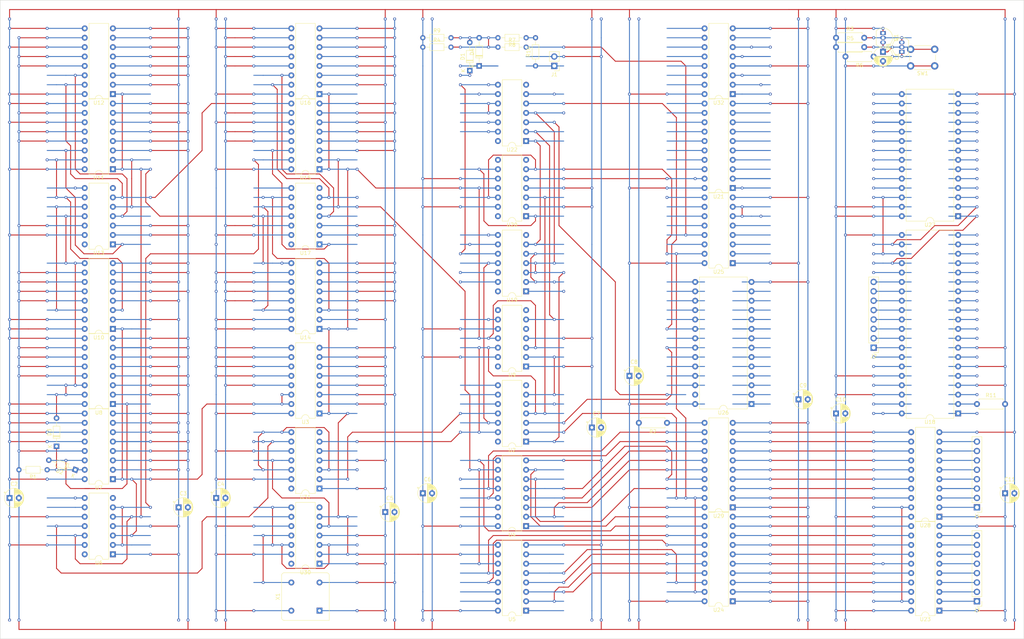
<source format=kicad_pcb>
(kicad_pcb (version 20171130) (host pcbnew "(5.1.6)-1")
  (layers (0 F.Wires1 jumper) (1 In1.Wires2 jumper) (2 In2.Wires3 jumper) (31 B.Cu signal) (34 B.Paste user) (35 F.Paste user) (36 B.SilkS user) (37 F.SilkS user) (38 B.Mask user) (39 F.Mask user) (44 Edge.Cuts user))
  (net 0 "")
  (net 1 GND)
  (net 2 VCC)
  (net 3 HOn)
  (net 4 ~VSync)
  (net 5 ~HSync)
  (net 6 4MHz)
  (net 7 HalfRowClk)
  (net 8 FieldClk)
  (net 9 RowClk)
  (net 10 "Net-(U10-Pad14)")
  (net 11 "Net-(U11-Pad14)")
  (net 12 "Net-(U11-Pad2)")
  (net 13 VOn)
  (net 14 "Net-(U12-Pad14)")
  (net 15 VSync)
  (net 16 "Net-(U14-Pad14)")
  (net 17 "Net-(U15-Pad14)")
  (net 18 "Net-(U16-Pad14)")
  (net 19 HSync)
  (net 20 "Net-(D1-Pad2)")
  (net 21 "Net-(U18-Pad3)")
  (net 22 "Net-(D2-Pad2)")
  (net 23 "Net-(D2-Pad1)")
  (net 24 ~HOn)
  (net 25 "Net-(J1-Pad1)")
  (net 26 D7)
  (net 27 D6)
  (net 28 D5)
  (net 29 D4)
  (net 30 D3)
  (net 31 D2)
  (net 32 D1)
  (net 33 D0)
  (net 34 A7)
  (net 35 A6)
  (net 36 A5)
  (net 37 A4)
  (net 38 A3)
  (net 39 A2)
  (net 40 A1)
  (net 41 A0)
  (net 42 A15)
  (net 43 A14)
  (net 44 A13)
  (net 45 A12)
  (net 46 A11)
  (net 47 A10)
  (net 48 A9)
  (net 49 A8)
  (net 50 CPU_PHI0)
  (net 51 ~CPU_PHI_W)
  (net 52 ~CPU_PHI_R)
  (net 53 "Net-(R2-Pad1)")
  (net 54 1MHz)
  (net 55 ~RowClk)
  (net 56 VROW10)
  (net 57 VROW1)
  (net 58 VROW9)
  (net 59 VROW2)
  (net 60 VROW7)
  (net 61 VROW3)
  (net 62 VROW8)
  (net 63 VROW6)
  (net 64 VROW4)
  (net 65 VROW5)
  (net 66 VROW0)
  (net 67 VROW11)
  (net 68 VCOL10)
  (net 69 VCOL1)
  (net 70 VCOL9)
  (net 71 VCOL2)
  (net 72 VCOL7)
  (net 73 VCOL3)
  (net 74 VCOL8)
  (net 75 VCOL6)
  (net 76 VCOL4)
  (net 77 VCOL5)
  (net 78 VCOL0)
  (net 79 VCOL11)
  (net 80 ~2MHz)
  (net 81 "/Memory Controller/~AllowWrite")
  (net 82 "Net-(U9-Pad8)")
  (net 83 LUM)
  (net 84 "Net-(U19-Pad11)")
  (net 85 2MHz)
  (net 86 "/Memory Controller/~GPUBUS")
  (net 87 "/Memory Controller/~CPUBUS")
  (net 88 "Net-(U20-Pad1)")
  (net 89 "Net-(U20-Pad8)")
  (net 90 "/Memory Controller/ID0")
  (net 91 "/Memory Controller/ID1")
  (net 92 "/Memory Controller/ID2")
  (net 93 "/Memory Controller/ID3")
  (net 94 "/Memory Controller/ID4")
  (net 95 "/Memory Controller/ID5")
  (net 96 "/Memory Controller/ID6")
  (net 97 "/Memory Controller/ID7")
  (net 98 "Net-(U21-Pad1)")
  (net 99 "/Memory Controller/IA15")
  (net 100 "/Memory Controller/IA0")
  (net 101 "/Memory Controller/IA1")
  (net 102 "/Memory Controller/IA2")
  (net 103 "/Memory Controller/IA3")
  (net 104 "/Memory Controller/IA4")
  (net 105 "/Memory Controller/IA5")
  (net 106 "/Memory Controller/IA6")
  (net 107 "/Memory Controller/IA7")
  (net 108 8MHz)
  (net 109 "/Memory Controller/IA13")
  (net 110 "/Memory Controller/IA8")
  (net 111 "/Memory Controller/IA9")
  (net 112 "/Memory Controller/IA11")
  (net 113 "/Memory Controller/IA10")
  (net 114 "/Memory Controller/IA12")
  (net 115 "/Memory Controller/IA14")
  (net 116 "Net-(U30-Pad5)")
  (net 117 "Net-(U30-Pad9)")
  (net 118 "Net-(U2-Pad3)")
  (net 119 CPU_PHI2)
  (net 120 CPU_R~W)
  (net 121 "Net-(U18-Pad35)")
  (net 122 "Net-(U18-Pad7)")
  (net 123 "Net-(U18-Pad5)")
  (net 124 "Net-(U18-Pad1)")
  (net 125 "Net-(C1-Pad1)")
  (net 126 "Net-(Q1-Pad2)")
  (net 127 ~CPU_RESET)
  (net 128 "Net-(U30-Pad11)")
  (net 129 "Net-(U2-Pad11)")
  (net 130 "Net-(U22-Pad10)")
  (net 131 "Net-(U2-Pad6)")
  (net 132 "Net-(U9-Pad5)")
  (net 133 "Net-(U22-Pad3)")
  (net 134 "Net-(U19-Pad10)")
  (net 135 ~ROMCS)
  (net 136 ~IOCS0)
  (net 137 ~IOCS7)
  (net 138 ~IOCS1)
  (net 139 ~IOCS2)
  (net 140 ~IOCS3)
  (net 141 ~IOCS4)
  (net 142 ~IOCS5)
  (net 143 ~IOCS6)
  (net 144 "Net-(U31-Pad5)")
  (net 145 "Net-(U6-Pad9)")
  (net 146 ~DelayedRowClk)
  (net 147 "Net-(R10-Pad2)")
  (net 148 "Net-(R11-Pad1)")
  (net 149 "Net-(U18-Pad39)")
  (module Resistor_THT:R_Axial_DIN0207_L6.3mm_D2.5mm_P7.62mm_Horizontal (layer F.Wires1) (at 274.32 125.73)
    (fp_text reference R11 (at 3.81 -2.37) (layer F.SilkS))
    (fp_text value 100K)
    (pad 2 thru_hole oval (at 7.62 0) (size 1.6 1.6) (drill 0.8) (layers *.Cu *.Mask) (net 2 VCC))
    (pad 1 thru_hole circle (at 0 0) (size 1.6 1.6) (drill 0.8) (layers *.Cu *.Mask) (net 148 "Net-(R11-Pad1)"))
  )
  (module Capacitor_THT:CP_Radial_D5.0mm_P2.50mm (layer F.Wires1) (at 281.94 149.86)
    (fp_text reference C11 (at 1.25 -3.75) (layer F.SilkS))
    (fp_text value 220u)
    (pad 2 thru_hole circle (at 2.5 0) (size 1.6 1.6) (drill 0.8) (layers *.Cu *.Mask) (net 1 GND))
    (pad 1 thru_hole rect (at 0 0) (size 1.6 1.6) (drill 0.8) (layers *.Cu *.Mask) (net 2 VCC))
  )
  (module Capacitor_THT:CP_Radial_D5.0mm_P2.50mm (layer F.Wires1) (at 236.22 128.27)
    (fp_text reference C10 (at 1.25 -3.75) (layer F.SilkS))
    (fp_text value 220u)
    (pad 2 thru_hole circle (at 2.5 0) (size 1.6 1.6) (drill 0.8) (layers *.Cu *.Mask) (net 1 GND))
    (pad 1 thru_hole rect (at 0 0) (size 1.6 1.6) (drill 0.8) (layers *.Cu *.Mask) (net 2 VCC))
  )
  (module Capacitor_THT:CP_Radial_D5.0mm_P2.50mm (layer F.Wires1) (at 226.06 124.46)
    (fp_text reference C9 (at 1.25 -3.75) (layer F.SilkS))
    (fp_text value 220u)
    (pad 2 thru_hole circle (at 2.5 0) (size 1.6 1.6) (drill 0.8) (layers *.Cu *.Mask) (net 1 GND))
    (pad 1 thru_hole rect (at 0 0) (size 1.6 1.6) (drill 0.8) (layers *.Cu *.Mask) (net 2 VCC))
  )
  (module Capacitor_THT:CP_Radial_D5.0mm_P2.50mm (layer F.Wires1) (at 180.34 118.11)
    (fp_text reference C8 (at 1.25 -3.75) (layer F.SilkS))
    (fp_text value 220u)
    (pad 2 thru_hole circle (at 2.5 0) (size 1.6 1.6) (drill 0.8) (layers *.Cu *.Mask) (net 1 GND))
    (pad 1 thru_hole rect (at 0 0) (size 1.6 1.6) (drill 0.8) (layers *.Cu *.Mask) (net 2 VCC))
  )
  (module Capacitor_THT:CP_Radial_D5.0mm_P2.50mm (layer F.Wires1) (at 170.18 132.08)
    (fp_text reference C7 (at 1.25 -3.75) (layer F.SilkS))
    (fp_text value 220u)
    (pad 2 thru_hole circle (at 2.5 0) (size 1.6 1.6) (drill 0.8) (layers *.Cu *.Mask) (net 1 GND))
    (pad 1 thru_hole rect (at 0 0) (size 1.6 1.6) (drill 0.8) (layers *.Cu *.Mask) (net 2 VCC))
  )
  (module Capacitor_THT:CP_Radial_D5.0mm_P2.50mm (layer F.Wires1) (at 124.46 149.86)
    (fp_text reference C6 (at 1.25 -3.75) (layer F.SilkS))
    (fp_text value 220u)
    (pad 2 thru_hole circle (at 2.5 0) (size 1.6 1.6) (drill 0.8) (layers *.Cu *.Mask) (net 1 GND))
    (pad 1 thru_hole rect (at 0 0) (size 1.6 1.6) (drill 0.8) (layers *.Cu *.Mask) (net 2 VCC))
  )
  (module Capacitor_THT:CP_Radial_D5.0mm_P2.50mm (layer F.Wires1) (at 114.3 154.94)
    (fp_text reference C5 (at 1.25 -3.75) (layer F.SilkS))
    (fp_text value 220u)
    (pad 2 thru_hole circle (at 2.5 0) (size 1.6 1.6) (drill 0.8) (layers *.Cu *.Mask) (net 1 GND))
    (pad 1 thru_hole rect (at 0 0) (size 1.6 1.6) (drill 0.8) (layers *.Cu *.Mask) (net 2 VCC))
  )
  (module Capacitor_THT:CP_Radial_D5.0mm_P2.50mm (layer F.Wires1) (at 68.58 151.13)
    (fp_text reference C4 (at 1.25 -3.75) (layer F.SilkS))
    (fp_text value 220u)
    (pad 2 thru_hole circle (at 2.5 0) (size 1.6 1.6) (drill 0.8) (layers *.Cu *.Mask) (net 1 GND))
    (pad 1 thru_hole rect (at 0 0) (size 1.6 1.6) (drill 0.8) (layers *.Cu *.Mask) (net 2 VCC))
  )
  (module Capacitor_THT:CP_Radial_D5.0mm_P2.50mm (layer F.Wires1) (at 58.42 153.67)
    (fp_text reference C3 (at 1.25 -3.75) (layer F.SilkS))
    (fp_text value 220u)
    (pad 2 thru_hole circle (at 2.5 0) (size 1.6 1.6) (drill 0.8) (layers *.Cu *.Mask) (net 1 GND))
    (pad 1 thru_hole rect (at 0 0) (size 1.6 1.6) (drill 0.8) (layers *.Cu *.Mask) (net 2 VCC))
  )
  (module Capacitor_THT:CP_Radial_D5.0mm_P2.50mm (layer F.Wires1) (at 12.7 151.13)
    (fp_text reference C2 (at 1.25 -3.75) (layer F.SilkS))
    (fp_text value 220u)
    (pad 2 thru_hole circle (at 2.5 0) (size 1.6 1.6) (drill 0.8) (layers *.Cu *.Mask) (net 1 GND))
    (pad 1 thru_hole rect (at 0 0) (size 1.6 1.6) (drill 0.8) (layers *.Cu *.Mask) (net 2 VCC))
  )
  (module Package_DIP:DIP-14_W7.62mm (layer F.Wires1) (at 152.4 135.89 180)
    (fp_text reference U2 (at 3.81 -2.33) (layer F.SilkS))
    (fp_text value 74LS08)
    (pad 14 thru_hole oval (at 7.62 0 180) (size 1.6 1.6) (drill 0.8) (layers *.Cu *.Mask))
    (pad 7 thru_hole oval (at 0 15.24 180) (size 1.6 1.6) (drill 0.8) (layers *.Cu *.Mask))
    (pad 13 thru_hole oval (at 7.62 2.54 180) (size 1.6 1.6) (drill 0.8) (layers *.Cu *.Mask) (net 54 1MHz))
    (pad 6 thru_hole oval (at 0 12.7 180) (size 1.6 1.6) (drill 0.8) (layers *.Cu *.Mask) (net 131 "Net-(U2-Pad6)"))
    (pad 12 thru_hole oval (at 7.62 5.08 180) (size 1.6 1.6) (drill 0.8) (layers *.Cu *.Mask) (net 84 "Net-(U19-Pad11)"))
    (pad 5 thru_hole oval (at 0 10.16 180) (size 1.6 1.6) (drill 0.8) (layers *.Cu *.Mask) (net 80 ~2MHz))
    (pad 11 thru_hole oval (at 7.62 7.62 180) (size 1.6 1.6) (drill 0.8) (layers *.Cu *.Mask) (net 129 "Net-(U2-Pad11)"))
    (pad 4 thru_hole oval (at 0 7.62 180) (size 1.6 1.6) (drill 0.8) (layers *.Cu *.Mask) (net 54 1MHz))
    (pad 10 thru_hole oval (at 7.62 10.16 180) (size 1.6 1.6) (drill 0.8) (layers *.Cu *.Mask))
    (pad 3 thru_hole oval (at 0 5.08 180) (size 1.6 1.6) (drill 0.8) (layers *.Cu *.Mask) (net 118 "Net-(U2-Pad3)"))
    (pad 9 thru_hole oval (at 7.62 12.7 180) (size 1.6 1.6) (drill 0.8) (layers *.Cu *.Mask))
    (pad 2 thru_hole oval (at 0 2.54 180) (size 1.6 1.6) (drill 0.8) (layers *.Cu *.Mask) (net 86 "/Memory Controller/~GPUBUS"))
    (pad 8 thru_hole oval (at 7.62 15.24 180) (size 1.6 1.6) (drill 0.8) (layers *.Cu *.Mask))
    (pad 1 thru_hole rect (at 0 0 180) (size 1.6 1.6) (drill 0.8) (layers *.Cu *.Mask) (net 52 ~CPU_PHI_R))
  )
  (module Resistor_THT:R_Axial_DIN0204_L3.6mm_D1.6mm_P7.62mm_Horizontal (layer F.Wires1) (at 154.94 34.29 90)
    (fp_text reference R10 (at 3.81 -1.92 90) (layer F.SilkS))
    (fp_text value 47)
    (pad 2 thru_hole oval (at 7.62 0 90) (size 1.4 1.4) (drill 0.7) (layers *.Cu *.Mask) (net 147 "Net-(R10-Pad2)"))
    (pad 1 thru_hole circle (at 0 0 90) (size 1.4 1.4) (drill 0.7) (layers *.Cu *.Mask) (net 25 "Net-(J1-Pad1)"))
  )
  (module Resistor_THT:R_Axial_DIN0204_L3.6mm_D1.6mm_P7.62mm_Horizontal (layer F.Wires1) (at 124.46 26.67)
    (fp_text reference R9 (at 3.81 -1.92) (layer F.SilkS))
    (fp_text value 2K2)
    (pad 2 thru_hole oval (at 7.62 0) (size 1.4 1.4) (drill 0.7) (layers *.Cu *.Mask) (net 20 "Net-(D1-Pad2)"))
    (pad 1 thru_hole circle (at 0 0) (size 1.4 1.4) (drill 0.7) (layers *.Cu *.Mask) (net 2 VCC))
  )
  (module Diode_THT:D_DO-34_SOD68_P7.62mm_Horizontal (layer F.Wires1) (at 139.7 34.29 90)
    (fp_text reference D4 (at 3.81 -1.92 90) (layer F.SilkS))
    (fp_text value 1N4148)
    (fp_text user K (at 0 -1.75 90) (layer F.SilkS))
    (pad 2 thru_hole oval (at 7.62 0 90) (size 1.5 1.5) (drill 0.75) (layers *.Cu *.Mask) (net 20 "Net-(D1-Pad2)"))
    (pad 1 thru_hole rect (at 0 0 90) (size 1.5 1.5) (drill 0.75) (layers *.Cu *.Mask) (net 4 ~VSync))
  )
  (module Package_DIP:DIP-14_W7.62mm (layer F.Wires1) (at 152.4 95.25 180)
    (fp_text reference U19 (at 3.81 -2.33) (layer F.SilkS))
    (fp_text value 74LS00)
    (pad 14 thru_hole oval (at 7.62 0 180) (size 1.6 1.6) (drill 0.8) (layers *.Cu *.Mask))
    (pad 7 thru_hole oval (at 0 15.24 180) (size 1.6 1.6) (drill 0.8) (layers *.Cu *.Mask))
    (pad 13 thru_hole oval (at 7.62 2.54 180) (size 1.6 1.6) (drill 0.8) (layers *.Cu *.Mask) (net 146 ~DelayedRowClk))
    (pad 6 thru_hole oval (at 0 12.7 180) (size 1.6 1.6) (drill 0.8) (layers *.Cu *.Mask) (net 51 ~CPU_PHI_W))
    (pad 12 thru_hole oval (at 7.62 5.08 180) (size 1.6 1.6) (drill 0.8) (layers *.Cu *.Mask) (net 9 RowClk))
    (pad 5 thru_hole oval (at 0 10.16 180) (size 1.6 1.6) (drill 0.8) (layers *.Cu *.Mask) (net 50 CPU_PHI0))
    (pad 11 thru_hole oval (at 7.62 7.62 180) (size 1.6 1.6) (drill 0.8) (layers *.Cu *.Mask) (net 84 "Net-(U19-Pad11)"))
    (pad 4 thru_hole oval (at 0 7.62 180) (size 1.6 1.6) (drill 0.8) (layers *.Cu *.Mask) (net 52 ~CPU_PHI_R))
    (pad 10 thru_hole oval (at 7.62 10.16 180) (size 1.6 1.6) (drill 0.8) (layers *.Cu *.Mask) (net 134 "Net-(U19-Pad10)"))
    (pad 3 thru_hole oval (at 0 5.08 180) (size 1.6 1.6) (drill 0.8) (layers *.Cu *.Mask) (net 52 ~CPU_PHI_R))
    (pad 9 thru_hole oval (at 7.62 12.7 180) (size 1.6 1.6) (drill 0.8) (layers *.Cu *.Mask) (net 42 A15))
    (pad 2 thru_hole oval (at 0 2.54 180) (size 1.6 1.6) (drill 0.8) (layers *.Cu *.Mask) (net 50 CPU_PHI0))
    (pad 8 thru_hole oval (at 7.62 15.24 180) (size 1.6 1.6) (drill 0.8) (layers *.Cu *.Mask) (net 135 ~ROMCS))
    (pad 1 thru_hole rect (at 0 0 180) (size 1.6 1.6) (drill 0.8) (layers *.Cu *.Mask) (net 120 CPU_R~W))
  )
  (module Package_DIP:DIP-16_W7.62mm (layer F.Wires1) (at 208.28 41.91 180)
    (fp_text reference U32 (at 3.81 -2.33) (layer F.SilkS))
    (fp_text value 74LS138)
    (pad 16 thru_hole oval (at 7.62 0 180) (size 1.6 1.6) (drill 0.8) (layers *.Cu *.Mask) (net 2 VCC))
    (pad 8 thru_hole oval (at 0 17.78 180) (size 1.6 1.6) (drill 0.8) (layers *.Cu *.Mask) (net 1 GND))
    (pad 15 thru_hole oval (at 7.62 2.54 180) (size 1.6 1.6) (drill 0.8) (layers *.Cu *.Mask) (net 136 ~IOCS0))
    (pad 7 thru_hole oval (at 0 15.24 180) (size 1.6 1.6) (drill 0.8) (layers *.Cu *.Mask) (net 137 ~IOCS7))
    (pad 14 thru_hole oval (at 7.62 5.08 180) (size 1.6 1.6) (drill 0.8) (layers *.Cu *.Mask) (net 138 ~IOCS1))
    (pad 6 thru_hole oval (at 0 12.7 180) (size 1.6 1.6) (drill 0.8) (layers *.Cu *.Mask) (net 42 A15))
    (pad 13 thru_hole oval (at 7.62 7.62 180) (size 1.6 1.6) (drill 0.8) (layers *.Cu *.Mask) (net 139 ~IOCS2))
    (pad 5 thru_hole oval (at 0 10.16 180) (size 1.6 1.6) (drill 0.8) (layers *.Cu *.Mask) (net 134 "Net-(U19-Pad10)"))
    (pad 12 thru_hole oval (at 7.62 10.16 180) (size 1.6 1.6) (drill 0.8) (layers *.Cu *.Mask) (net 140 ~IOCS3))
    (pad 4 thru_hole oval (at 0 7.62 180) (size 1.6 1.6) (drill 0.8) (layers *.Cu *.Mask) (net 1 GND))
    (pad 11 thru_hole oval (at 7.62 12.7 180) (size 1.6 1.6) (drill 0.8) (layers *.Cu *.Mask) (net 141 ~IOCS4))
    (pad 3 thru_hole oval (at 0 5.08 180) (size 1.6 1.6) (drill 0.8) (layers *.Cu *.Mask) (net 46 A11))
    (pad 10 thru_hole oval (at 7.62 15.24 180) (size 1.6 1.6) (drill 0.8) (layers *.Cu *.Mask) (net 142 ~IOCS5))
    (pad 2 thru_hole oval (at 0 2.54 180) (size 1.6 1.6) (drill 0.8) (layers *.Cu *.Mask) (net 47 A10))
    (pad 9 thru_hole oval (at 7.62 17.78 180) (size 1.6 1.6) (drill 0.8) (layers *.Cu *.Mask) (net 143 ~IOCS6))
    (pad 1 thru_hole rect (at 0 0 180) (size 1.6 1.6) (drill 0.8) (layers *.Cu *.Mask) (net 48 A9))
  )
  (module Package_DIP:DIP-14_W7.62mm (layer F.Wires1) (at 152.4 115.57 180)
    (fp_text reference U9 (at 3.81 -2.33) (layer F.SilkS))
    (fp_text value 74HC74)
    (pad 14 thru_hole oval (at 7.62 0 180) (size 1.6 1.6) (drill 0.8) (layers *.Cu *.Mask))
    (pad 7 thru_hole oval (at 0 15.24 180) (size 1.6 1.6) (drill 0.8) (layers *.Cu *.Mask))
    (pad 13 thru_hole oval (at 7.62 2.54 180) (size 1.6 1.6) (drill 0.8) (layers *.Cu *.Mask) (net 2 VCC))
    (pad 6 thru_hole oval (at 0 12.7 180) (size 1.6 1.6) (drill 0.8) (layers *.Cu *.Mask) (net 81 "/Memory Controller/~AllowWrite"))
    (pad 12 thru_hole oval (at 7.62 5.08 180) (size 1.6 1.6) (drill 0.8) (layers *.Cu *.Mask) (net 54 1MHz))
    (pad 5 thru_hole oval (at 0 10.16 180) (size 1.6 1.6) (drill 0.8) (layers *.Cu *.Mask) (net 132 "Net-(U9-Pad5)"))
    (pad 11 thru_hole oval (at 7.62 7.62 180) (size 1.6 1.6) (drill 0.8) (layers *.Cu *.Mask) (net 6 4MHz))
    (pad 4 thru_hole oval (at 0 7.62 180) (size 1.6 1.6) (drill 0.8) (layers *.Cu *.Mask) (net 2 VCC))
    (pad 10 thru_hole oval (at 7.62 10.16 180) (size 1.6 1.6) (drill 0.8) (layers *.Cu *.Mask) (net 2 VCC))
    (pad 3 thru_hole oval (at 0 5.08 180) (size 1.6 1.6) (drill 0.8) (layers *.Cu *.Mask) (net 6 4MHz))
    (pad 9 thru_hole oval (at 7.62 12.7 180) (size 1.6 1.6) (drill 0.8) (layers *.Cu *.Mask) (net 50 CPU_PHI0))
    (pad 2 thru_hole oval (at 0 2.54 180) (size 1.6 1.6) (drill 0.8) (layers *.Cu *.Mask) (net 131 "Net-(U2-Pad6)"))
    (pad 8 thru_hole oval (at 7.62 15.24 180) (size 1.6 1.6) (drill 0.8) (layers *.Cu *.Mask) (net 82 "Net-(U9-Pad8)"))
    (pad 1 thru_hole rect (at 0 0 180) (size 1.6 1.6) (drill 0.8) (layers *.Cu *.Mask) (net 2 VCC))
  )
  (module Package_TO_SOT_THT:TO-92_Inline (layer F.Wires1) (at 254 30.48 90)
    (fp_text reference Q3 (at 1.27 -3.56 90) (layer F.SilkS))
    (fp_text value 2N3904)
    (pad 1 thru_hole rect (at 0 0 90) (size 1.05 1.5) (drill 0.75) (layers *.Cu *.Mask) (net 127 ~CPU_RESET))
    (pad 3 thru_hole oval (at 2.54 0 90) (size 1.05 1.5) (drill 0.75) (layers *.Cu *.Mask) (net 126 "Net-(Q1-Pad2)"))
    (pad 2 thru_hole oval (at 1.27 0 90) (size 1.05 1.5) (drill 0.75) (layers *.Cu *.Mask) (net 125 "Net-(C1-Pad1)"))
  )
  (module Package_TO_SOT_THT:TO-92_Inline (layer F.Wires1) (at 248.92 25.4 270)
    (fp_text reference Q1 (at 1.27 -3.56 90) (layer F.SilkS))
    (fp_text value 2N3906)
    (pad 1 thru_hole rect (at 0 0 270) (size 1.05 1.5) (drill 0.75) (layers *.Cu *.Mask) (net 2 VCC))
    (pad 3 thru_hole oval (at 2.54 0 270) (size 1.05 1.5) (drill 0.75) (layers *.Cu *.Mask) (net 125 "Net-(C1-Pad1)"))
    (pad 2 thru_hole oval (at 1.27 0 270) (size 1.05 1.5) (drill 0.75) (layers *.Cu *.Mask) (net 126 "Net-(Q1-Pad2)"))
  )
  (module Button_Switch_THT:SW_PUSH_6mm (layer F.Wires1) (at 262.89 34.29 180)
    (fp_text reference SW1 (at 3.25 -2) (layer F.SilkS))
    (fp_text value SW_Push)
    (pad 1 thru_hole circle (at 6.5 0 270) (size 2 2) (drill 1.1) (layers *.Cu *.Mask) (net 1 GND))
    (pad 2 thru_hole circle (at 6.5 4.5 270) (size 2 2) (drill 1.1) (layers *.Cu *.Mask) (net 125 "Net-(C1-Pad1)"))
    (pad 1 thru_hole circle (at 0 0 270) (size 2 2) (drill 1.1) (layers *.Cu *.Mask) (net 1 GND))
    (pad 2 thru_hole circle (at 0 4.5 270) (size 2 2) (drill 1.1) (layers *.Cu *.Mask) (net 125 "Net-(C1-Pad1)"))
  )
  (module Resistor_THT:R_Axial_DIN0207_L6.3mm_D2.5mm_P7.62mm_Horizontal (layer F.Wires1) (at 246.38 31.75 180)
    (fp_text reference R6 (at 3.81 -2.37) (layer F.SilkS))
    (fp_text value 1K)
    (pad 2 thru_hole oval (at 7.62 0 180) (size 1.6 1.6) (drill 0.8) (layers *.Cu *.Mask) (net 1 GND))
    (pad 1 thru_hole circle (at 0 0 180) (size 1.6 1.6) (drill 0.8) (layers *.Cu *.Mask) (net 127 ~CPU_RESET))
  )
  (module Resistor_THT:R_Axial_DIN0207_L6.3mm_D2.5mm_P7.62mm_Horizontal (layer F.Wires1) (at 236.22 29.21)
    (fp_text reference R5 (at 3.81 -2.37) (layer F.SilkS))
    (fp_text value 100K)
    (pad 2 thru_hole oval (at 7.62 0) (size 1.6 1.6) (drill 0.8) (layers *.Cu *.Mask) (net 125 "Net-(C1-Pad1)"))
    (pad 1 thru_hole circle (at 0 0) (size 1.6 1.6) (drill 0.8) (layers *.Cu *.Mask) (net 2 VCC))
  )
  (module Resistor_THT:R_Axial_DIN0207_L6.3mm_D2.5mm_P7.62mm_Horizontal (layer F.Wires1) (at 236.22 26.67)
    (fp_text reference R3 (at 3.81 -2.37) (layer F.SilkS))
    (fp_text value 10K)
    (pad 2 thru_hole oval (at 7.62 0) (size 1.6 1.6) (drill 0.8) (layers *.Cu *.Mask) (net 126 "Net-(Q1-Pad2)"))
    (pad 1 thru_hole circle (at 0 0) (size 1.6 1.6) (drill 0.8) (layers *.Cu *.Mask) (net 2 VCC))
  )
  (module Capacitor_THT:CP_Radial_D5.0mm_P2.50mm (layer F.Wires1) (at 248.92 30.48 270)
    (fp_text reference C1 (at 1.25 -3.75 90) (layer F.SilkS))
    (fp_text value 1u)
    (pad 2 thru_hole circle (at 2.5 0 270) (size 1.6 1.6) (drill 0.8) (layers *.Cu *.Mask) (net 1 GND))
    (pad 1 thru_hole rect (at 0 0 270) (size 1.6 1.6) (drill 0.8) (layers *.Cu *.Mask) (net 125 "Net-(C1-Pad1)"))
  )
  (module Package_DIP:DIP-28_W15.24mm (layer F.Wires1) (at 269.24 74.93 180)
    (fp_text reference U27 (at 7.62 -2.33) (layer F.SilkS))
    (fp_text value 28C256)
    (pad 28 thru_hole oval (at 15.24 0 180) (size 1.6 1.6) (drill 0.8) (layers *.Cu *.Mask) (net 2 VCC))
    (pad 14 thru_hole oval (at 0 33.02 180) (size 1.6 1.6) (drill 0.8) (layers *.Cu *.Mask) (net 1 GND))
    (pad 27 thru_hole oval (at 15.24 2.54 180) (size 1.6 1.6) (drill 0.8) (layers *.Cu *.Mask) (net 2 VCC))
    (pad 13 thru_hole oval (at 0 30.48 180) (size 1.6 1.6) (drill 0.8) (layers *.Cu *.Mask) (net 31 D2))
    (pad 26 thru_hole oval (at 15.24 5.08 180) (size 1.6 1.6) (drill 0.8) (layers *.Cu *.Mask) (net 44 A13))
    (pad 12 thru_hole oval (at 0 27.94 180) (size 1.6 1.6) (drill 0.8) (layers *.Cu *.Mask) (net 32 D1))
    (pad 25 thru_hole oval (at 15.24 7.62 180) (size 1.6 1.6) (drill 0.8) (layers *.Cu *.Mask) (net 49 A8))
    (pad 11 thru_hole oval (at 0 25.4 180) (size 1.6 1.6) (drill 0.8) (layers *.Cu *.Mask) (net 33 D0))
    (pad 24 thru_hole oval (at 15.24 10.16 180) (size 1.6 1.6) (drill 0.8) (layers *.Cu *.Mask) (net 48 A9))
    (pad 10 thru_hole oval (at 0 22.86 180) (size 1.6 1.6) (drill 0.8) (layers *.Cu *.Mask) (net 41 A0))
    (pad 23 thru_hole oval (at 15.24 12.7 180) (size 1.6 1.6) (drill 0.8) (layers *.Cu *.Mask) (net 46 A11))
    (pad 9 thru_hole oval (at 0 20.32 180) (size 1.6 1.6) (drill 0.8) (layers *.Cu *.Mask) (net 40 A1))
    (pad 22 thru_hole oval (at 15.24 15.24 180) (size 1.6 1.6) (drill 0.8) (layers *.Cu *.Mask) (net 52 ~CPU_PHI_R))
    (pad 8 thru_hole oval (at 0 17.78 180) (size 1.6 1.6) (drill 0.8) (layers *.Cu *.Mask) (net 39 A2))
    (pad 21 thru_hole oval (at 15.24 17.78 180) (size 1.6 1.6) (drill 0.8) (layers *.Cu *.Mask) (net 47 A10))
    (pad 7 thru_hole oval (at 0 15.24 180) (size 1.6 1.6) (drill 0.8) (layers *.Cu *.Mask) (net 38 A3))
    (pad 20 thru_hole oval (at 15.24 20.32 180) (size 1.6 1.6) (drill 0.8) (layers *.Cu *.Mask) (net 135 ~ROMCS))
    (pad 6 thru_hole oval (at 0 12.7 180) (size 1.6 1.6) (drill 0.8) (layers *.Cu *.Mask) (net 37 A4))
    (pad 19 thru_hole oval (at 15.24 22.86 180) (size 1.6 1.6) (drill 0.8) (layers *.Cu *.Mask) (net 26 D7))
    (pad 5 thru_hole oval (at 0 10.16 180) (size 1.6 1.6) (drill 0.8) (layers *.Cu *.Mask) (net 36 A5))
    (pad 18 thru_hole oval (at 15.24 25.4 180) (size 1.6 1.6) (drill 0.8) (layers *.Cu *.Mask) (net 27 D6))
    (pad 4 thru_hole oval (at 0 7.62 180) (size 1.6 1.6) (drill 0.8) (layers *.Cu *.Mask) (net 35 A6))
    (pad 17 thru_hole oval (at 15.24 27.94 180) (size 1.6 1.6) (drill 0.8) (layers *.Cu *.Mask) (net 28 D5))
    (pad 3 thru_hole oval (at 0 5.08 180) (size 1.6 1.6) (drill 0.8) (layers *.Cu *.Mask) (net 34 A7))
    (pad 16 thru_hole oval (at 15.24 30.48 180) (size 1.6 1.6) (drill 0.8) (layers *.Cu *.Mask) (net 29 D4))
    (pad 2 thru_hole oval (at 0 2.54 180) (size 1.6 1.6) (drill 0.8) (layers *.Cu *.Mask) (net 45 A12))
    (pad 15 thru_hole oval (at 15.24 33.02 180) (size 1.6 1.6) (drill 0.8) (layers *.Cu *.Mask) (net 30 D3))
    (pad 1 thru_hole rect (at 0 0 180) (size 1.6 1.6) (drill 0.8) (layers *.Cu *.Mask) (net 43 A14))
  )
  (module Package_DIP:DIP-40_W15.24mm (layer F.Wires1) (at 269.24 128.27 180)
    (fp_text reference U18 (at 7.62 -2.33) (layer F.SilkS))
    (fp_text value WD65C02_)
    (pad 40 thru_hole oval (at 15.24 0 180) (size 1.6 1.6) (drill 0.8) (layers *.Cu *.Mask) (net 127 ~CPU_RESET))
    (pad 20 thru_hole oval (at 0 48.26 180) (size 1.6 1.6) (drill 0.8) (layers *.Cu *.Mask) (net 46 A11))
    (pad 39 thru_hole oval (at 15.24 2.54 180) (size 1.6 1.6) (drill 0.8) (layers *.Cu *.Mask) (net 149 "Net-(U18-Pad39)"))
    (pad 19 thru_hole oval (at 0 45.72 180) (size 1.6 1.6) (drill 0.8) (layers *.Cu *.Mask) (net 47 A10))
    (pad 38 thru_hole oval (at 15.24 5.08 180) (size 1.6 1.6) (drill 0.8) (layers *.Cu *.Mask) (net 2 VCC))
    (pad 18 thru_hole oval (at 0 43.18 180) (size 1.6 1.6) (drill 0.8) (layers *.Cu *.Mask) (net 48 A9))
    (pad 37 thru_hole oval (at 15.24 7.62 180) (size 1.6 1.6) (drill 0.8) (layers *.Cu *.Mask) (net 50 CPU_PHI0))
    (pad 17 thru_hole oval (at 0 40.64 180) (size 1.6 1.6) (drill 0.8) (layers *.Cu *.Mask) (net 49 A8))
    (pad 36 thru_hole oval (at 15.24 10.16 180) (size 1.6 1.6) (drill 0.8) (layers *.Cu *.Mask) (net 2 VCC))
    (pad 16 thru_hole oval (at 0 38.1 180) (size 1.6 1.6) (drill 0.8) (layers *.Cu *.Mask) (net 34 A7))
    (pad 35 thru_hole oval (at 15.24 12.7 180) (size 1.6 1.6) (drill 0.8) (layers *.Cu *.Mask) (net 121 "Net-(U18-Pad35)"))
    (pad 15 thru_hole oval (at 0 35.56 180) (size 1.6 1.6) (drill 0.8) (layers *.Cu *.Mask) (net 35 A6))
    (pad 34 thru_hole oval (at 15.24 15.24 180) (size 1.6 1.6) (drill 0.8) (layers *.Cu *.Mask) (net 120 CPU_R~W))
    (pad 14 thru_hole oval (at 0 33.02 180) (size 1.6 1.6) (drill 0.8) (layers *.Cu *.Mask) (net 36 A5))
    (pad 33 thru_hole oval (at 15.24 17.78 180) (size 1.6 1.6) (drill 0.8) (layers *.Cu *.Mask) (net 33 D0))
    (pad 13 thru_hole oval (at 0 30.48 180) (size 1.6 1.6) (drill 0.8) (layers *.Cu *.Mask) (net 37 A4))
    (pad 32 thru_hole oval (at 15.24 20.32 180) (size 1.6 1.6) (drill 0.8) (layers *.Cu *.Mask) (net 32 D1))
    (pad 12 thru_hole oval (at 0 27.94 180) (size 1.6 1.6) (drill 0.8) (layers *.Cu *.Mask) (net 38 A3))
    (pad 31 thru_hole oval (at 15.24 22.86 180) (size 1.6 1.6) (drill 0.8) (layers *.Cu *.Mask) (net 31 D2))
    (pad 11 thru_hole oval (at 0 25.4 180) (size 1.6 1.6) (drill 0.8) (layers *.Cu *.Mask) (net 39 A2))
    (pad 30 thru_hole oval (at 15.24 25.4 180) (size 1.6 1.6) (drill 0.8) (layers *.Cu *.Mask) (net 30 D3))
    (pad 10 thru_hole oval (at 0 22.86 180) (size 1.6 1.6) (drill 0.8) (layers *.Cu *.Mask) (net 40 A1))
    (pad 29 thru_hole oval (at 15.24 27.94 180) (size 1.6 1.6) (drill 0.8) (layers *.Cu *.Mask) (net 29 D4))
    (pad 9 thru_hole oval (at 0 20.32 180) (size 1.6 1.6) (drill 0.8) (layers *.Cu *.Mask) (net 41 A0))
    (pad 28 thru_hole oval (at 15.24 30.48 180) (size 1.6 1.6) (drill 0.8) (layers *.Cu *.Mask) (net 28 D5))
    (pad 8 thru_hole oval (at 0 17.78 180) (size 1.6 1.6) (drill 0.8) (layers *.Cu *.Mask) (net 2 VCC))
    (pad 27 thru_hole oval (at 15.24 33.02 180) (size 1.6 1.6) (drill 0.8) (layers *.Cu *.Mask) (net 27 D6))
    (pad 7 thru_hole oval (at 0 15.24 180) (size 1.6 1.6) (drill 0.8) (layers *.Cu *.Mask) (net 122 "Net-(U18-Pad7)"))
    (pad 26 thru_hole oval (at 15.24 35.56 180) (size 1.6 1.6) (drill 0.8) (layers *.Cu *.Mask) (net 26 D7))
    (pad 6 thru_hole oval (at 0 12.7 180) (size 1.6 1.6) (drill 0.8) (layers *.Cu *.Mask) (net 2 VCC))
    (pad 25 thru_hole oval (at 15.24 38.1 180) (size 1.6 1.6) (drill 0.8) (layers *.Cu *.Mask) (net 42 A15))
    (pad 5 thru_hole oval (at 0 10.16 180) (size 1.6 1.6) (drill 0.8) (layers *.Cu *.Mask) (net 123 "Net-(U18-Pad5)"))
    (pad 24 thru_hole oval (at 15.24 40.64 180) (size 1.6 1.6) (drill 0.8) (layers *.Cu *.Mask) (net 43 A14))
    (pad 4 thru_hole oval (at 0 7.62 180) (size 1.6 1.6) (drill 0.8) (layers *.Cu *.Mask) (net 2 VCC))
    (pad 23 thru_hole oval (at 15.24 43.18 180) (size 1.6 1.6) (drill 0.8) (layers *.Cu *.Mask) (net 44 A13))
    (pad 3 thru_hole oval (at 0 5.08 180) (size 1.6 1.6) (drill 0.8) (layers *.Cu *.Mask) (net 21 "Net-(U18-Pad3)"))
    (pad 22 thru_hole oval (at 15.24 45.72 180) (size 1.6 1.6) (drill 0.8) (layers *.Cu *.Mask) (net 45 A12))
    (pad 2 thru_hole oval (at 0 2.54 180) (size 1.6 1.6) (drill 0.8) (layers *.Cu *.Mask) (net 148 "Net-(R11-Pad1)"))
    (pad 21 thru_hole oval (at 15.24 48.26 180) (size 1.6 1.6) (drill 0.8) (layers *.Cu *.Mask) (net 1 GND))
    (pad 1 thru_hole rect (at 0 0 180) (size 1.6 1.6) (drill 0.8) (layers *.Cu *.Mask) (net 124 "Net-(U18-Pad1)"))
  )
  (module Package_DIP:DIP-14_W7.62mm (layer F.Wires1) (at 96.52 148.59 180)
    (fp_text reference U31 (at 3.81 -2.33) (layer F.SilkS))
    (fp_text value 74HC74)
    (pad 14 thru_hole oval (at 7.62 0 180) (size 1.6 1.6) (drill 0.8) (layers *.Cu *.Mask))
    (pad 7 thru_hole oval (at 0 15.24 180) (size 1.6 1.6) (drill 0.8) (layers *.Cu *.Mask))
    (pad 13 thru_hole oval (at 7.62 2.54 180) (size 1.6 1.6) (drill 0.8) (layers *.Cu *.Mask) (net 2 VCC))
    (pad 6 thru_hole oval (at 0 12.7 180) (size 1.6 1.6) (drill 0.8) (layers *.Cu *.Mask) (net 54 1MHz))
    (pad 12 thru_hole oval (at 7.62 5.08 180) (size 1.6 1.6) (drill 0.8) (layers *.Cu *.Mask) (net 85 2MHz))
    (pad 5 thru_hole oval (at 0 10.16 180) (size 1.6 1.6) (drill 0.8) (layers *.Cu *.Mask) (net 144 "Net-(U31-Pad5)"))
    (pad 11 thru_hole oval (at 7.62 7.62 180) (size 1.6 1.6) (drill 0.8) (layers *.Cu *.Mask) (net 116 "Net-(U30-Pad5)"))
    (pad 4 thru_hole oval (at 0 7.62 180) (size 1.6 1.6) (drill 0.8) (layers *.Cu *.Mask) (net 2 VCC))
    (pad 10 thru_hole oval (at 7.62 10.16 180) (size 1.6 1.6) (drill 0.8) (layers *.Cu *.Mask) (net 2 VCC))
    (pad 3 thru_hole oval (at 0 5.08 180) (size 1.6 1.6) (drill 0.8) (layers *.Cu *.Mask) (net 85 2MHz))
    (pad 9 thru_hole oval (at 7.62 12.7 180) (size 1.6 1.6) (drill 0.8) (layers *.Cu *.Mask) (net 80 ~2MHz))
    (pad 2 thru_hole oval (at 0 2.54 180) (size 1.6 1.6) (drill 0.8) (layers *.Cu *.Mask) (net 129 "Net-(U2-Pad11)"))
    (pad 8 thru_hole oval (at 7.62 15.24 180) (size 1.6 1.6) (drill 0.8) (layers *.Cu *.Mask) (net 85 2MHz))
    (pad 1 thru_hole rect (at 0 0 180) (size 1.6 1.6) (drill 0.8) (layers *.Cu *.Mask) (net 2 VCC))
  )
  (module Package_DIP:DIP-14_W7.62mm (layer F.Wires1) (at 96.52 168.91 180)
    (fp_text reference U30 (at 3.81 -2.33) (layer F.SilkS))
    (fp_text value 74HC74)
    (pad 14 thru_hole oval (at 7.62 0 180) (size 1.6 1.6) (drill 0.8) (layers *.Cu *.Mask))
    (pad 7 thru_hole oval (at 0 15.24 180) (size 1.6 1.6) (drill 0.8) (layers *.Cu *.Mask))
    (pad 13 thru_hole oval (at 7.62 2.54 180) (size 1.6 1.6) (drill 0.8) (layers *.Cu *.Mask) (net 2 VCC))
    (pad 6 thru_hole oval (at 0 12.7 180) (size 1.6 1.6) (drill 0.8) (layers *.Cu *.Mask) (net 6 4MHz))
    (pad 12 thru_hole oval (at 7.62 5.08 180) (size 1.6 1.6) (drill 0.8) (layers *.Cu *.Mask) (net 108 8MHz))
    (pad 5 thru_hole oval (at 0 10.16 180) (size 1.6 1.6) (drill 0.8) (layers *.Cu *.Mask) (net 116 "Net-(U30-Pad5)"))
    (pad 11 thru_hole oval (at 7.62 7.62 180) (size 1.6 1.6) (drill 0.8) (layers *.Cu *.Mask) (net 128 "Net-(U30-Pad11)"))
    (pad 4 thru_hole oval (at 0 7.62 180) (size 1.6 1.6) (drill 0.8) (layers *.Cu *.Mask) (net 2 VCC))
    (pad 10 thru_hole oval (at 7.62 10.16 180) (size 1.6 1.6) (drill 0.8) (layers *.Cu *.Mask) (net 2 VCC))
    (pad 3 thru_hole oval (at 0 5.08 180) (size 1.6 1.6) (drill 0.8) (layers *.Cu *.Mask) (net 108 8MHz))
    (pad 9 thru_hole oval (at 7.62 12.7 180) (size 1.6 1.6) (drill 0.8) (layers *.Cu *.Mask) (net 117 "Net-(U30-Pad9)"))
    (pad 2 thru_hole oval (at 0 2.54 180) (size 1.6 1.6) (drill 0.8) (layers *.Cu *.Mask) (net 6 4MHz))
    (pad 8 thru_hole oval (at 7.62 15.24 180) (size 1.6 1.6) (drill 0.8) (layers *.Cu *.Mask) (net 108 8MHz))
    (pad 1 thru_hole rect (at 0 0 180) (size 1.6 1.6) (drill 0.8) (layers *.Cu *.Mask) (net 2 VCC))
  )
  (module Package_DIP:DIP-20_W7.62mm (layer F.Wires1) (at 208.28 153.67 180)
    (fp_text reference U29 (at 3.81 -2.33) (layer F.SilkS))
    (fp_text value 74LS245)
    (pad 20 thru_hole oval (at 7.62 0 180) (size 1.6 1.6) (drill 0.8) (layers *.Cu *.Mask) (net 2 VCC))
    (pad 10 thru_hole oval (at 0 22.86 180) (size 1.6 1.6) (drill 0.8) (layers *.Cu *.Mask) (net 1 GND))
    (pad 19 thru_hole oval (at 7.62 2.54 180) (size 1.6 1.6) (drill 0.8) (layers *.Cu *.Mask) (net 86 "/Memory Controller/~GPUBUS"))
    (pad 9 thru_hole oval (at 0 20.32 180) (size 1.6 1.6) (drill 0.8) (layers *.Cu *.Mask) (net 99 "/Memory Controller/IA15"))
    (pad 18 thru_hole oval (at 7.62 5.08 180) (size 1.6 1.6) (drill 0.8) (layers *.Cu *.Mask) (net 59 VROW2))
    (pad 8 thru_hole oval (at 0 17.78 180) (size 1.6 1.6) (drill 0.8) (layers *.Cu *.Mask) (net 115 "/Memory Controller/IA14"))
    (pad 17 thru_hole oval (at 7.62 7.62 180) (size 1.6 1.6) (drill 0.8) (layers *.Cu *.Mask) (net 61 VROW3))
    (pad 7 thru_hole oval (at 0 15.24 180) (size 1.6 1.6) (drill 0.8) (layers *.Cu *.Mask) (net 109 "/Memory Controller/IA13"))
    (pad 16 thru_hole oval (at 7.62 10.16 180) (size 1.6 1.6) (drill 0.8) (layers *.Cu *.Mask) (net 64 VROW4))
    (pad 6 thru_hole oval (at 0 12.7 180) (size 1.6 1.6) (drill 0.8) (layers *.Cu *.Mask) (net 114 "/Memory Controller/IA12"))
    (pad 15 thru_hole oval (at 7.62 12.7 180) (size 1.6 1.6) (drill 0.8) (layers *.Cu *.Mask) (net 65 VROW5))
    (pad 5 thru_hole oval (at 0 10.16 180) (size 1.6 1.6) (drill 0.8) (layers *.Cu *.Mask) (net 112 "/Memory Controller/IA11"))
    (pad 14 thru_hole oval (at 7.62 15.24 180) (size 1.6 1.6) (drill 0.8) (layers *.Cu *.Mask) (net 63 VROW6))
    (pad 4 thru_hole oval (at 0 7.62 180) (size 1.6 1.6) (drill 0.8) (layers *.Cu *.Mask) (net 113 "/Memory Controller/IA10"))
    (pad 13 thru_hole oval (at 7.62 17.78 180) (size 1.6 1.6) (drill 0.8) (layers *.Cu *.Mask) (net 60 VROW7))
    (pad 3 thru_hole oval (at 0 5.08 180) (size 1.6 1.6) (drill 0.8) (layers *.Cu *.Mask) (net 111 "/Memory Controller/IA9"))
    (pad 12 thru_hole oval (at 7.62 20.32 180) (size 1.6 1.6) (drill 0.8) (layers *.Cu *.Mask) (net 62 VROW8))
    (pad 2 thru_hole oval (at 0 2.54 180) (size 1.6 1.6) (drill 0.8) (layers *.Cu *.Mask) (net 110 "/Memory Controller/IA8"))
    (pad 11 thru_hole oval (at 7.62 22.86 180) (size 1.6 1.6) (drill 0.8) (layers *.Cu *.Mask) (net 53 "Net-(R2-Pad1)"))
    (pad 1 thru_hole rect (at 0 0 180) (size 1.6 1.6) (drill 0.8) (layers *.Cu *.Mask) (net 1 GND))
  )
  (module Package_DIP:DIP-20_W7.62mm (layer F.Wires1) (at 264.16 156.21 180)
    (fp_text reference U28 (at 3.81 -2.33) (layer F.SilkS))
    (fp_text value 74LS245)
    (pad 20 thru_hole oval (at 7.62 0 180) (size 1.6 1.6) (drill 0.8) (layers *.Cu *.Mask) (net 2 VCC))
    (pad 10 thru_hole oval (at 0 22.86 180) (size 1.6 1.6) (drill 0.8) (layers *.Cu *.Mask) (net 1 GND))
    (pad 19 thru_hole oval (at 7.62 2.54 180) (size 1.6 1.6) (drill 0.8) (layers *.Cu *.Mask) (net 87 "/Memory Controller/~CPUBUS"))
    (pad 9 thru_hole oval (at 0 20.32 180) (size 1.6 1.6) (drill 0.8) (layers *.Cu *.Mask) (net 42 A15))
    (pad 18 thru_hole oval (at 7.62 5.08 180) (size 1.6 1.6) (drill 0.8) (layers *.Cu *.Mask) (net 110 "/Memory Controller/IA8"))
    (pad 8 thru_hole oval (at 0 17.78 180) (size 1.6 1.6) (drill 0.8) (layers *.Cu *.Mask) (net 43 A14))
    (pad 17 thru_hole oval (at 7.62 7.62 180) (size 1.6 1.6) (drill 0.8) (layers *.Cu *.Mask) (net 111 "/Memory Controller/IA9"))
    (pad 7 thru_hole oval (at 0 15.24 180) (size 1.6 1.6) (drill 0.8) (layers *.Cu *.Mask) (net 44 A13))
    (pad 16 thru_hole oval (at 7.62 10.16 180) (size 1.6 1.6) (drill 0.8) (layers *.Cu *.Mask) (net 113 "/Memory Controller/IA10"))
    (pad 6 thru_hole oval (at 0 12.7 180) (size 1.6 1.6) (drill 0.8) (layers *.Cu *.Mask) (net 45 A12))
    (pad 15 thru_hole oval (at 7.62 12.7 180) (size 1.6 1.6) (drill 0.8) (layers *.Cu *.Mask) (net 112 "/Memory Controller/IA11"))
    (pad 5 thru_hole oval (at 0 10.16 180) (size 1.6 1.6) (drill 0.8) (layers *.Cu *.Mask) (net 46 A11))
    (pad 14 thru_hole oval (at 7.62 15.24 180) (size 1.6 1.6) (drill 0.8) (layers *.Cu *.Mask) (net 114 "/Memory Controller/IA12"))
    (pad 4 thru_hole oval (at 0 7.62 180) (size 1.6 1.6) (drill 0.8) (layers *.Cu *.Mask) (net 47 A10))
    (pad 13 thru_hole oval (at 7.62 17.78 180) (size 1.6 1.6) (drill 0.8) (layers *.Cu *.Mask) (net 109 "/Memory Controller/IA13"))
    (pad 3 thru_hole oval (at 0 5.08 180) (size 1.6 1.6) (drill 0.8) (layers *.Cu *.Mask) (net 48 A9))
    (pad 12 thru_hole oval (at 7.62 20.32 180) (size 1.6 1.6) (drill 0.8) (layers *.Cu *.Mask) (net 115 "/Memory Controller/IA14"))
    (pad 2 thru_hole oval (at 0 2.54 180) (size 1.6 1.6) (drill 0.8) (layers *.Cu *.Mask) (net 49 A8))
    (pad 11 thru_hole oval (at 7.62 22.86 180) (size 1.6 1.6) (drill 0.8) (layers *.Cu *.Mask) (net 99 "/Memory Controller/IA15"))
    (pad 1 thru_hole rect (at 0 0 180) (size 1.6 1.6) (drill 0.8) (layers *.Cu *.Mask) (net 2 VCC))
  )
  (module Package_DIP:DIP-28_W15.24mm (layer F.Wires1) (at 213.36 125.73 180)
    (fp_text reference U26 (at 7.62 -2.33) (layer F.SilkS))
    (fp_text value 62256)
    (pad 28 thru_hole oval (at 15.24 0 180) (size 1.6 1.6) (drill 0.8) (layers *.Cu *.Mask) (net 2 VCC))
    (pad 14 thru_hole oval (at 0 33.02 180) (size 1.6 1.6) (drill 0.8) (layers *.Cu *.Mask) (net 1 GND))
    (pad 27 thru_hole oval (at 15.24 2.54 180) (size 1.6 1.6) (drill 0.8) (layers *.Cu *.Mask) (net 133 "Net-(U22-Pad3)"))
    (pad 13 thru_hole oval (at 0 30.48 180) (size 1.6 1.6) (drill 0.8) (layers *.Cu *.Mask) (net 92 "/Memory Controller/ID2"))
    (pad 26 thru_hole oval (at 15.24 5.08 180) (size 1.6 1.6) (drill 0.8) (layers *.Cu *.Mask) (net 109 "/Memory Controller/IA13"))
    (pad 12 thru_hole oval (at 0 27.94 180) (size 1.6 1.6) (drill 0.8) (layers *.Cu *.Mask) (net 91 "/Memory Controller/ID1"))
    (pad 25 thru_hole oval (at 15.24 7.62 180) (size 1.6 1.6) (drill 0.8) (layers *.Cu *.Mask) (net 110 "/Memory Controller/IA8"))
    (pad 11 thru_hole oval (at 0 25.4 180) (size 1.6 1.6) (drill 0.8) (layers *.Cu *.Mask) (net 90 "/Memory Controller/ID0"))
    (pad 24 thru_hole oval (at 15.24 10.16 180) (size 1.6 1.6) (drill 0.8) (layers *.Cu *.Mask) (net 111 "/Memory Controller/IA9"))
    (pad 10 thru_hole oval (at 0 22.86 180) (size 1.6 1.6) (drill 0.8) (layers *.Cu *.Mask) (net 100 "/Memory Controller/IA0"))
    (pad 23 thru_hole oval (at 15.24 12.7 180) (size 1.6 1.6) (drill 0.8) (layers *.Cu *.Mask) (net 112 "/Memory Controller/IA11"))
    (pad 9 thru_hole oval (at 0 20.32 180) (size 1.6 1.6) (drill 0.8) (layers *.Cu *.Mask) (net 101 "/Memory Controller/IA1"))
    (pad 22 thru_hole oval (at 15.24 15.24 180) (size 1.6 1.6) (drill 0.8) (layers *.Cu *.Mask) (net 118 "Net-(U2-Pad3)"))
    (pad 8 thru_hole oval (at 0 17.78 180) (size 1.6 1.6) (drill 0.8) (layers *.Cu *.Mask) (net 102 "/Memory Controller/IA2"))
    (pad 21 thru_hole oval (at 15.24 17.78 180) (size 1.6 1.6) (drill 0.8) (layers *.Cu *.Mask) (net 113 "/Memory Controller/IA10"))
    (pad 7 thru_hole oval (at 0 15.24 180) (size 1.6 1.6) (drill 0.8) (layers *.Cu *.Mask) (net 103 "/Memory Controller/IA3"))
    (pad 20 thru_hole oval (at 15.24 20.32 180) (size 1.6 1.6) (drill 0.8) (layers *.Cu *.Mask) (net 99 "/Memory Controller/IA15"))
    (pad 6 thru_hole oval (at 0 12.7 180) (size 1.6 1.6) (drill 0.8) (layers *.Cu *.Mask) (net 104 "/Memory Controller/IA4"))
    (pad 19 thru_hole oval (at 15.24 22.86 180) (size 1.6 1.6) (drill 0.8) (layers *.Cu *.Mask) (net 97 "/Memory Controller/ID7"))
    (pad 5 thru_hole oval (at 0 10.16 180) (size 1.6 1.6) (drill 0.8) (layers *.Cu *.Mask) (net 105 "/Memory Controller/IA5"))
    (pad 18 thru_hole oval (at 15.24 25.4 180) (size 1.6 1.6) (drill 0.8) (layers *.Cu *.Mask) (net 96 "/Memory Controller/ID6"))
    (pad 4 thru_hole oval (at 0 7.62 180) (size 1.6 1.6) (drill 0.8) (layers *.Cu *.Mask) (net 106 "/Memory Controller/IA6"))
    (pad 17 thru_hole oval (at 15.24 27.94 180) (size 1.6 1.6) (drill 0.8) (layers *.Cu *.Mask) (net 95 "/Memory Controller/ID5"))
    (pad 3 thru_hole oval (at 0 5.08 180) (size 1.6 1.6) (drill 0.8) (layers *.Cu *.Mask) (net 107 "/Memory Controller/IA7"))
    (pad 16 thru_hole oval (at 15.24 30.48 180) (size 1.6 1.6) (drill 0.8) (layers *.Cu *.Mask) (net 94 "/Memory Controller/ID4"))
    (pad 2 thru_hole oval (at 0 2.54 180) (size 1.6 1.6) (drill 0.8) (layers *.Cu *.Mask) (net 114 "/Memory Controller/IA12"))
    (pad 15 thru_hole oval (at 15.24 33.02 180) (size 1.6 1.6) (drill 0.8) (layers *.Cu *.Mask) (net 93 "/Memory Controller/ID3"))
    (pad 1 thru_hole rect (at 0 0 180) (size 1.6 1.6) (drill 0.8) (layers *.Cu *.Mask) (net 115 "/Memory Controller/IA14"))
  )
  (module Package_DIP:DIP-16_W7.62mm (layer F.Wires1) (at 208.28 87.63 180)
    (fp_text reference U25 (at 3.81 -2.33) (layer F.SilkS))
    (fp_text value 74LS166)
    (pad 16 thru_hole oval (at 7.62 0 180) (size 1.6 1.6) (drill 0.8) (layers *.Cu *.Mask) (net 2 VCC))
    (pad 8 thru_hole oval (at 0 17.78 180) (size 1.6 1.6) (drill 0.8) (layers *.Cu *.Mask) (net 1 GND))
    (pad 15 thru_hole oval (at 7.62 2.54 180) (size 1.6 1.6) (drill 0.8) (layers *.Cu *.Mask) (net 86 "/Memory Controller/~GPUBUS"))
    (pad 7 thru_hole oval (at 0 15.24 180) (size 1.6 1.6) (drill 0.8) (layers *.Cu *.Mask) (net 108 8MHz))
    (pad 14 thru_hole oval (at 7.62 5.08 180) (size 1.6 1.6) (drill 0.8) (layers *.Cu *.Mask) (net 97 "/Memory Controller/ID7"))
    (pad 6 thru_hole oval (at 0 12.7 180) (size 1.6 1.6) (drill 0.8) (layers *.Cu *.Mask) (net 108 8MHz))
    (pad 13 thru_hole oval (at 7.62 7.62 180) (size 1.6 1.6) (drill 0.8) (layers *.Cu *.Mask) (net 83 LUM))
    (pad 5 thru_hole oval (at 0 10.16 180) (size 1.6 1.6) (drill 0.8) (layers *.Cu *.Mask) (net 93 "/Memory Controller/ID3"))
    (pad 12 thru_hole oval (at 7.62 10.16 180) (size 1.6 1.6) (drill 0.8) (layers *.Cu *.Mask) (net 96 "/Memory Controller/ID6"))
    (pad 4 thru_hole oval (at 0 7.62 180) (size 1.6 1.6) (drill 0.8) (layers *.Cu *.Mask) (net 92 "/Memory Controller/ID2"))
    (pad 11 thru_hole oval (at 7.62 12.7 180) (size 1.6 1.6) (drill 0.8) (layers *.Cu *.Mask) (net 95 "/Memory Controller/ID5"))
    (pad 3 thru_hole oval (at 0 5.08 180) (size 1.6 1.6) (drill 0.8) (layers *.Cu *.Mask) (net 91 "/Memory Controller/ID1"))
    (pad 10 thru_hole oval (at 7.62 15.24 180) (size 1.6 1.6) (drill 0.8) (layers *.Cu *.Mask) (net 94 "/Memory Controller/ID4"))
    (pad 2 thru_hole oval (at 0 2.54 180) (size 1.6 1.6) (drill 0.8) (layers *.Cu *.Mask) (net 90 "/Memory Controller/ID0"))
    (pad 9 thru_hole oval (at 7.62 17.78 180) (size 1.6 1.6) (drill 0.8) (layers *.Cu *.Mask) (net 3 HOn))
    (pad 1 thru_hole rect (at 0 0 180) (size 1.6 1.6) (drill 0.8) (layers *.Cu *.Mask) (net 2 VCC))
  )
  (module Package_DIP:DIP-20_W7.62mm (layer F.Wires1) (at 208.28 179.07 180)
    (fp_text reference U24 (at 3.81 -2.33) (layer F.SilkS))
    (fp_text value 74LS245)
    (pad 20 thru_hole oval (at 7.62 0 180) (size 1.6 1.6) (drill 0.8) (layers *.Cu *.Mask) (net 2 VCC))
    (pad 10 thru_hole oval (at 0 22.86 180) (size 1.6 1.6) (drill 0.8) (layers *.Cu *.Mask) (net 1 GND))
    (pad 19 thru_hole oval (at 7.62 2.54 180) (size 1.6 1.6) (drill 0.8) (layers *.Cu *.Mask) (net 86 "/Memory Controller/~GPUBUS"))
    (pad 9 thru_hole oval (at 0 20.32 180) (size 1.6 1.6) (drill 0.8) (layers *.Cu *.Mask) (net 107 "/Memory Controller/IA7"))
    (pad 18 thru_hole oval (at 7.62 5.08 180) (size 1.6 1.6) (drill 0.8) (layers *.Cu *.Mask) (net 73 VCOL3))
    (pad 8 thru_hole oval (at 0 17.78 180) (size 1.6 1.6) (drill 0.8) (layers *.Cu *.Mask) (net 106 "/Memory Controller/IA6"))
    (pad 17 thru_hole oval (at 7.62 7.62 180) (size 1.6 1.6) (drill 0.8) (layers *.Cu *.Mask) (net 76 VCOL4))
    (pad 7 thru_hole oval (at 0 15.24 180) (size 1.6 1.6) (drill 0.8) (layers *.Cu *.Mask) (net 105 "/Memory Controller/IA5"))
    (pad 16 thru_hole oval (at 7.62 10.16 180) (size 1.6 1.6) (drill 0.8) (layers *.Cu *.Mask) (net 77 VCOL5))
    (pad 6 thru_hole oval (at 0 12.7 180) (size 1.6 1.6) (drill 0.8) (layers *.Cu *.Mask) (net 104 "/Memory Controller/IA4"))
    (pad 15 thru_hole oval (at 7.62 12.7 180) (size 1.6 1.6) (drill 0.8) (layers *.Cu *.Mask) (net 75 VCOL6))
    (pad 5 thru_hole oval (at 0 10.16 180) (size 1.6 1.6) (drill 0.8) (layers *.Cu *.Mask) (net 103 "/Memory Controller/IA3"))
    (pad 14 thru_hole oval (at 7.62 15.24 180) (size 1.6 1.6) (drill 0.8) (layers *.Cu *.Mask) (net 72 VCOL7))
    (pad 4 thru_hole oval (at 0 7.62 180) (size 1.6 1.6) (drill 0.8) (layers *.Cu *.Mask) (net 102 "/Memory Controller/IA2"))
    (pad 13 thru_hole oval (at 7.62 17.78 180) (size 1.6 1.6) (drill 0.8) (layers *.Cu *.Mask) (net 74 VCOL8))
    (pad 3 thru_hole oval (at 0 5.08 180) (size 1.6 1.6) (drill 0.8) (layers *.Cu *.Mask) (net 101 "/Memory Controller/IA1"))
    (pad 12 thru_hole oval (at 7.62 20.32 180) (size 1.6 1.6) (drill 0.8) (layers *.Cu *.Mask) (net 66 VROW0))
    (pad 2 thru_hole oval (at 0 2.54 180) (size 1.6 1.6) (drill 0.8) (layers *.Cu *.Mask) (net 100 "/Memory Controller/IA0"))
    (pad 11 thru_hole oval (at 7.62 22.86 180) (size 1.6 1.6) (drill 0.8) (layers *.Cu *.Mask) (net 57 VROW1))
    (pad 1 thru_hole rect (at 0 0 180) (size 1.6 1.6) (drill 0.8) (layers *.Cu *.Mask) (net 1 GND))
  )
  (module Package_DIP:DIP-20_W7.62mm (layer F.Wires1) (at 264.16 181.61 180)
    (fp_text reference U23 (at 3.81 -2.33) (layer F.SilkS))
    (fp_text value 74LS245)
    (pad 20 thru_hole oval (at 7.62 0 180) (size 1.6 1.6) (drill 0.8) (layers *.Cu *.Mask) (net 2 VCC))
    (pad 10 thru_hole oval (at 0 22.86 180) (size 1.6 1.6) (drill 0.8) (layers *.Cu *.Mask) (net 1 GND))
    (pad 19 thru_hole oval (at 7.62 2.54 180) (size 1.6 1.6) (drill 0.8) (layers *.Cu *.Mask) (net 87 "/Memory Controller/~CPUBUS"))
    (pad 9 thru_hole oval (at 0 20.32 180) (size 1.6 1.6) (drill 0.8) (layers *.Cu *.Mask) (net 34 A7))
    (pad 18 thru_hole oval (at 7.62 5.08 180) (size 1.6 1.6) (drill 0.8) (layers *.Cu *.Mask) (net 100 "/Memory Controller/IA0"))
    (pad 8 thru_hole oval (at 0 17.78 180) (size 1.6 1.6) (drill 0.8) (layers *.Cu *.Mask) (net 35 A6))
    (pad 17 thru_hole oval (at 7.62 7.62 180) (size 1.6 1.6) (drill 0.8) (layers *.Cu *.Mask) (net 101 "/Memory Controller/IA1"))
    (pad 7 thru_hole oval (at 0 15.24 180) (size 1.6 1.6) (drill 0.8) (layers *.Cu *.Mask) (net 36 A5))
    (pad 16 thru_hole oval (at 7.62 10.16 180) (size 1.6 1.6) (drill 0.8) (layers *.Cu *.Mask) (net 102 "/Memory Controller/IA2"))
    (pad 6 thru_hole oval (at 0 12.7 180) (size 1.6 1.6) (drill 0.8) (layers *.Cu *.Mask) (net 37 A4))
    (pad 15 thru_hole oval (at 7.62 12.7 180) (size 1.6 1.6) (drill 0.8) (layers *.Cu *.Mask) (net 103 "/Memory Controller/IA3"))
    (pad 5 thru_hole oval (at 0 10.16 180) (size 1.6 1.6) (drill 0.8) (layers *.Cu *.Mask) (net 38 A3))
    (pad 14 thru_hole oval (at 7.62 15.24 180) (size 1.6 1.6) (drill 0.8) (layers *.Cu *.Mask) (net 104 "/Memory Controller/IA4"))
    (pad 4 thru_hole oval (at 0 7.62 180) (size 1.6 1.6) (drill 0.8) (layers *.Cu *.Mask) (net 39 A2))
    (pad 13 thru_hole oval (at 7.62 17.78 180) (size 1.6 1.6) (drill 0.8) (layers *.Cu *.Mask) (net 105 "/Memory Controller/IA5"))
    (pad 3 thru_hole oval (at 0 5.08 180) (size 1.6 1.6) (drill 0.8) (layers *.Cu *.Mask) (net 40 A1))
    (pad 12 thru_hole oval (at 7.62 20.32 180) (size 1.6 1.6) (drill 0.8) (layers *.Cu *.Mask) (net 106 "/Memory Controller/IA6"))
    (pad 2 thru_hole oval (at 0 2.54 180) (size 1.6 1.6) (drill 0.8) (layers *.Cu *.Mask) (net 41 A0))
    (pad 11 thru_hole oval (at 7.62 22.86 180) (size 1.6 1.6) (drill 0.8) (layers *.Cu *.Mask) (net 107 "/Memory Controller/IA7"))
    (pad 1 thru_hole rect (at 0 0 180) (size 1.6 1.6) (drill 0.8) (layers *.Cu *.Mask) (net 2 VCC))
  )
  (module Package_DIP:DIP-14_W7.62mm (layer F.Wires1) (at 152.4 54.61 180)
    (fp_text reference U22 (at 3.81 -2.33) (layer F.SilkS))
    (fp_text value 74LS32)
    (pad 14 thru_hole oval (at 7.62 0 180) (size 1.6 1.6) (drill 0.8) (layers *.Cu *.Mask))
    (pad 7 thru_hole oval (at 0 15.24 180) (size 1.6 1.6) (drill 0.8) (layers *.Cu *.Mask))
    (pad 13 thru_hole oval (at 7.62 2.54 180) (size 1.6 1.6) (drill 0.8) (layers *.Cu *.Mask) (net 45 A12))
    (pad 6 thru_hole oval (at 0 12.7 180) (size 1.6 1.6) (drill 0.8) (layers *.Cu *.Mask) (net 98 "Net-(U21-Pad1)"))
    (pad 12 thru_hole oval (at 7.62 5.08 180) (size 1.6 1.6) (drill 0.8) (layers *.Cu *.Mask) (net 44 A13))
    (pad 5 thru_hole oval (at 0 10.16 180) (size 1.6 1.6) (drill 0.8) (layers *.Cu *.Mask) (net 99 "/Memory Controller/IA15"))
    (pad 11 thru_hole oval (at 7.62 7.62 180) (size 1.6 1.6) (drill 0.8) (layers *.Cu *.Mask) (net 130 "Net-(U22-Pad10)"))
    (pad 4 thru_hole oval (at 0 7.62 180) (size 1.6 1.6) (drill 0.8) (layers *.Cu *.Mask) (net 52 ~CPU_PHI_R))
    (pad 10 thru_hole oval (at 7.62 10.16 180) (size 1.6 1.6) (drill 0.8) (layers *.Cu *.Mask) (net 130 "Net-(U22-Pad10)"))
    (pad 3 thru_hole oval (at 0 5.08 180) (size 1.6 1.6) (drill 0.8) (layers *.Cu *.Mask) (net 133 "Net-(U22-Pad3)"))
    (pad 9 thru_hole oval (at 7.62 12.7 180) (size 1.6 1.6) (drill 0.8) (layers *.Cu *.Mask) (net 43 A14))
    (pad 2 thru_hole oval (at 0 2.54 180) (size 1.6 1.6) (drill 0.8) (layers *.Cu *.Mask) (net 81 "/Memory Controller/~AllowWrite"))
    (pad 8 thru_hole oval (at 7.62 15.24 180) (size 1.6 1.6) (drill 0.8) (layers *.Cu *.Mask) (net 134 "Net-(U19-Pad10)"))
    (pad 1 thru_hole rect (at 0 0 180) (size 1.6 1.6) (drill 0.8) (layers *.Cu *.Mask) (net 51 ~CPU_PHI_W))
  )
  (module Package_DIP:DIP-20_W7.62mm (layer F.Wires1) (at 208.28 67.31 180)
    (fp_text reference U21 (at 3.81 -2.33) (layer F.SilkS))
    (fp_text value 74LS245)
    (pad 20 thru_hole oval (at 7.62 0 180) (size 1.6 1.6) (drill 0.8) (layers *.Cu *.Mask) (net 2 VCC))
    (pad 10 thru_hole oval (at 0 22.86 180) (size 1.6 1.6) (drill 0.8) (layers *.Cu *.Mask) (net 1 GND))
    (pad 19 thru_hole oval (at 7.62 2.54 180) (size 1.6 1.6) (drill 0.8) (layers *.Cu *.Mask) (net 87 "/Memory Controller/~CPUBUS"))
    (pad 9 thru_hole oval (at 0 20.32 180) (size 1.6 1.6) (drill 0.8) (layers *.Cu *.Mask) (net 26 D7))
    (pad 18 thru_hole oval (at 7.62 5.08 180) (size 1.6 1.6) (drill 0.8) (layers *.Cu *.Mask) (net 90 "/Memory Controller/ID0"))
    (pad 8 thru_hole oval (at 0 17.78 180) (size 1.6 1.6) (drill 0.8) (layers *.Cu *.Mask) (net 27 D6))
    (pad 17 thru_hole oval (at 7.62 7.62 180) (size 1.6 1.6) (drill 0.8) (layers *.Cu *.Mask) (net 91 "/Memory Controller/ID1"))
    (pad 7 thru_hole oval (at 0 15.24 180) (size 1.6 1.6) (drill 0.8) (layers *.Cu *.Mask) (net 28 D5))
    (pad 16 thru_hole oval (at 7.62 10.16 180) (size 1.6 1.6) (drill 0.8) (layers *.Cu *.Mask) (net 92 "/Memory Controller/ID2"))
    (pad 6 thru_hole oval (at 0 12.7 180) (size 1.6 1.6) (drill 0.8) (layers *.Cu *.Mask) (net 29 D4))
    (pad 15 thru_hole oval (at 7.62 12.7 180) (size 1.6 1.6) (drill 0.8) (layers *.Cu *.Mask) (net 93 "/Memory Controller/ID3"))
    (pad 5 thru_hole oval (at 0 10.16 180) (size 1.6 1.6) (drill 0.8) (layers *.Cu *.Mask) (net 30 D3))
    (pad 14 thru_hole oval (at 7.62 15.24 180) (size 1.6 1.6) (drill 0.8) (layers *.Cu *.Mask) (net 94 "/Memory Controller/ID4"))
    (pad 4 thru_hole oval (at 0 7.62 180) (size 1.6 1.6) (drill 0.8) (layers *.Cu *.Mask) (net 31 D2))
    (pad 13 thru_hole oval (at 7.62 17.78 180) (size 1.6 1.6) (drill 0.8) (layers *.Cu *.Mask) (net 95 "/Memory Controller/ID5"))
    (pad 3 thru_hole oval (at 0 5.08 180) (size 1.6 1.6) (drill 0.8) (layers *.Cu *.Mask) (net 32 D1))
    (pad 12 thru_hole oval (at 7.62 20.32 180) (size 1.6 1.6) (drill 0.8) (layers *.Cu *.Mask) (net 96 "/Memory Controller/ID6"))
    (pad 2 thru_hole oval (at 0 2.54 180) (size 1.6 1.6) (drill 0.8) (layers *.Cu *.Mask) (net 33 D0))
    (pad 11 thru_hole oval (at 7.62 22.86 180) (size 1.6 1.6) (drill 0.8) (layers *.Cu *.Mask) (net 97 "/Memory Controller/ID7"))
    (pad 1 thru_hole rect (at 0 0 180) (size 1.6 1.6) (drill 0.8) (layers *.Cu *.Mask) (net 98 "Net-(U21-Pad1)"))
  )
  (module Package_DIP:DIP-14_W7.62mm (layer F.Wires1) (at 152.4 74.93 180)
    (fp_text reference U20 (at 3.81 -2.33) (layer F.SilkS))
    (fp_text value 74HC74)
    (pad 14 thru_hole oval (at 7.62 0 180) (size 1.6 1.6) (drill 0.8) (layers *.Cu *.Mask))
    (pad 7 thru_hole oval (at 0 15.24 180) (size 1.6 1.6) (drill 0.8) (layers *.Cu *.Mask))
    (pad 13 thru_hole oval (at 7.62 2.54 180) (size 1.6 1.6) (drill 0.8) (layers *.Cu *.Mask) (net 2 VCC))
    (pad 6 thru_hole oval (at 0 12.7 180) (size 1.6 1.6) (drill 0.8) (layers *.Cu *.Mask) (net 86 "/Memory Controller/~GPUBUS"))
    (pad 12 thru_hole oval (at 7.62 5.08 180) (size 1.6 1.6) (drill 0.8) (layers *.Cu *.Mask) (net 86 "/Memory Controller/~GPUBUS"))
    (pad 5 thru_hole oval (at 0 10.16 180) (size 1.6 1.6) (drill 0.8) (layers *.Cu *.Mask) (net 87 "/Memory Controller/~CPUBUS"))
    (pad 11 thru_hole oval (at 7.62 7.62 180) (size 1.6 1.6) (drill 0.8) (layers *.Cu *.Mask) (net 6 4MHz))
    (pad 4 thru_hole oval (at 0 7.62 180) (size 1.6 1.6) (drill 0.8) (layers *.Cu *.Mask) (net 2 VCC))
    (pad 10 thru_hole oval (at 7.62 10.16 180) (size 1.6 1.6) (drill 0.8) (layers *.Cu *.Mask) (net 2 VCC))
    (pad 3 thru_hole oval (at 0 5.08 180) (size 1.6 1.6) (drill 0.8) (layers *.Cu *.Mask) (net 54 1MHz))
    (pad 9 thru_hole oval (at 7.62 12.7 180) (size 1.6 1.6) (drill 0.8) (layers *.Cu *.Mask) (net 88 "Net-(U20-Pad1)"))
    (pad 2 thru_hole oval (at 0 2.54 180) (size 1.6 1.6) (drill 0.8) (layers *.Cu *.Mask) (net 2 VCC))
    (pad 8 thru_hole oval (at 7.62 15.24 180) (size 1.6 1.6) (drill 0.8) (layers *.Cu *.Mask) (net 89 "Net-(U20-Pad8)"))
    (pad 1 thru_hole rect (at 0 0 180) (size 1.6 1.6) (drill 0.8) (layers *.Cu *.Mask) (net 88 "Net-(U20-Pad1)"))
  )
  (module Resistor_THT:R_Axial_DIN0207_L6.3mm_D2.5mm_P7.62mm_Horizontal (layer F.Wires1) (at 190.5 130.81 180)
    (fp_text reference R2 (at 3.81 -2.37) (layer F.SilkS))
    (fp_text value 1K)
    (pad 2 thru_hole oval (at 7.62 0 180) (size 1.6 1.6) (drill 0.8) (layers *.Cu *.Mask) (net 1 GND))
    (pad 1 thru_hole circle (at 0 0 180) (size 1.6 1.6) (drill 0.8) (layers *.Cu *.Mask) (net 53 "Net-(R2-Pad1)"))
  )
  (module Connector_PinHeader_2.54mm:PinHeader_1x08_P2.54mm_Vertical (layer F.Wires1) (at 274.32 153.67 180)
    (fp_text reference J4 (at 0 -2.33) (layer F.SilkS))
    (fp_text value Conn_01x08)
    (pad 8 thru_hole oval (at 0 17.78 180) (size 1.7 1.7) (drill 1) (layers *.Cu *.Mask) (net 42 A15))
    (pad 7 thru_hole oval (at 0 15.24 180) (size 1.7 1.7) (drill 1) (layers *.Cu *.Mask) (net 43 A14))
    (pad 6 thru_hole oval (at 0 12.7 180) (size 1.7 1.7) (drill 1) (layers *.Cu *.Mask) (net 44 A13))
    (pad 5 thru_hole oval (at 0 10.16 180) (size 1.7 1.7) (drill 1) (layers *.Cu *.Mask) (net 45 A12))
    (pad 4 thru_hole oval (at 0 7.62 180) (size 1.7 1.7) (drill 1) (layers *.Cu *.Mask) (net 46 A11))
    (pad 3 thru_hole oval (at 0 5.08 180) (size 1.7 1.7) (drill 1) (layers *.Cu *.Mask) (net 47 A10))
    (pad 2 thru_hole oval (at 0 2.54 180) (size 1.7 1.7) (drill 1) (layers *.Cu *.Mask) (net 48 A9))
    (pad 1 thru_hole rect (at 0 0 180) (size 1.7 1.7) (drill 1) (layers *.Cu *.Mask) (net 49 A8))
  )
  (module Connector_PinHeader_2.54mm:PinHeader_1x08_P2.54mm_Vertical (layer F.Wires1) (at 274.32 179.07 180)
    (fp_text reference J3 (at 0 -2.33) (layer F.SilkS))
    (fp_text value Conn_01x08)
    (pad 8 thru_hole oval (at 0 17.78 180) (size 1.7 1.7) (drill 1) (layers *.Cu *.Mask) (net 34 A7))
    (pad 7 thru_hole oval (at 0 15.24 180) (size 1.7 1.7) (drill 1) (layers *.Cu *.Mask) (net 35 A6))
    (pad 6 thru_hole oval (at 0 12.7 180) (size 1.7 1.7) (drill 1) (layers *.Cu *.Mask) (net 36 A5))
    (pad 5 thru_hole oval (at 0 10.16 180) (size 1.7 1.7) (drill 1) (layers *.Cu *.Mask) (net 37 A4))
    (pad 4 thru_hole oval (at 0 7.62 180) (size 1.7 1.7) (drill 1) (layers *.Cu *.Mask) (net 38 A3))
    (pad 3 thru_hole oval (at 0 5.08 180) (size 1.7 1.7) (drill 1) (layers *.Cu *.Mask) (net 39 A2))
    (pad 2 thru_hole oval (at 0 2.54 180) (size 1.7 1.7) (drill 1) (layers *.Cu *.Mask) (net 40 A1))
    (pad 1 thru_hole rect (at 0 0 180) (size 1.7 1.7) (drill 1) (layers *.Cu *.Mask) (net 41 A0))
  )
  (module Connector_PinHeader_2.54mm:PinHeader_1x08_P2.54mm_Vertical (layer F.Wires1) (at 246.38 110.49 180)
    (fp_text reference J2 (at 0 -2.33) (layer F.SilkS))
    (fp_text value Conn_01x08)
    (pad 8 thru_hole oval (at 0 17.78 180) (size 1.7 1.7) (drill 1) (layers *.Cu *.Mask) (net 26 D7))
    (pad 7 thru_hole oval (at 0 15.24 180) (size 1.7 1.7) (drill 1) (layers *.Cu *.Mask) (net 27 D6))
    (pad 6 thru_hole oval (at 0 12.7 180) (size 1.7 1.7) (drill 1) (layers *.Cu *.Mask) (net 28 D5))
    (pad 5 thru_hole oval (at 0 10.16 180) (size 1.7 1.7) (drill 1) (layers *.Cu *.Mask) (net 29 D4))
    (pad 4 thru_hole oval (at 0 7.62 180) (size 1.7 1.7) (drill 1) (layers *.Cu *.Mask) (net 30 D3))
    (pad 3 thru_hole oval (at 0 5.08 180) (size 1.7 1.7) (drill 1) (layers *.Cu *.Mask) (net 31 D2))
    (pad 2 thru_hole oval (at 0 2.54 180) (size 1.7 1.7) (drill 1) (layers *.Cu *.Mask) (net 32 D1))
    (pad 1 thru_hole rect (at 0 0 180) (size 1.7 1.7) (drill 1) (layers *.Cu *.Mask) (net 33 D0))
  )
  (module Connector_PinHeader_2.54mm:PinHeader_1x02_P2.54mm_Vertical (layer F.Wires1) (at 160.02 34.29 180)
    (fp_text reference J1 (at 0 -2.33) (layer F.SilkS))
    (fp_text value Conn_01x02)
    (pad 2 thru_hole oval (at 0 2.54 180) (size 1.7 1.7) (drill 1) (layers *.Cu *.Mask) (net 1 GND))
    (pad 1 thru_hole rect (at 0 0 180) (size 1.7 1.7) (drill 1) (layers *.Cu *.Mask) (net 25 "Net-(J1-Pad1)"))
  )
  (module Package_DIP:DIP-16_W7.62mm (layer F.Wires1) (at 152.4 181.61 180)
    (fp_text reference U5 (at 3.81 -2.33) (layer F.SilkS))
    (fp_text value 4040)
    (pad 16 thru_hole oval (at 7.62 0 180) (size 1.6 1.6) (drill 0.8) (layers *.Cu *.Mask) (net 2 VCC))
    (pad 8 thru_hole oval (at 0 17.78 180) (size 1.6 1.6) (drill 0.8) (layers *.Cu *.Mask) (net 1 GND))
    (pad 15 thru_hole oval (at 7.62 2.54 180) (size 1.6 1.6) (drill 0.8) (layers *.Cu *.Mask) (net 68 VCOL10))
    (pad 7 thru_hole oval (at 0 15.24 180) (size 1.6 1.6) (drill 0.8) (layers *.Cu *.Mask) (net 69 VCOL1))
    (pad 14 thru_hole oval (at 7.62 5.08 180) (size 1.6 1.6) (drill 0.8) (layers *.Cu *.Mask) (net 70 VCOL9))
    (pad 6 thru_hole oval (at 0 12.7 180) (size 1.6 1.6) (drill 0.8) (layers *.Cu *.Mask) (net 71 VCOL2))
    (pad 13 thru_hole oval (at 7.62 7.62 180) (size 1.6 1.6) (drill 0.8) (layers *.Cu *.Mask) (net 72 VCOL7))
    (pad 5 thru_hole oval (at 0 10.16 180) (size 1.6 1.6) (drill 0.8) (layers *.Cu *.Mask) (net 73 VCOL3))
    (pad 12 thru_hole oval (at 7.62 10.16 180) (size 1.6 1.6) (drill 0.8) (layers *.Cu *.Mask) (net 74 VCOL8))
    (pad 4 thru_hole oval (at 0 7.62 180) (size 1.6 1.6) (drill 0.8) (layers *.Cu *.Mask) (net 75 VCOL6))
    (pad 11 thru_hole oval (at 7.62 12.7 180) (size 1.6 1.6) (drill 0.8) (layers *.Cu *.Mask) (net 24 ~HOn))
    (pad 3 thru_hole oval (at 0 5.08 180) (size 1.6 1.6) (drill 0.8) (layers *.Cu *.Mask) (net 76 VCOL4))
    (pad 10 thru_hole oval (at 7.62 15.24 180) (size 1.6 1.6) (drill 0.8) (layers *.Cu *.Mask) (net 6 4MHz))
    (pad 2 thru_hole oval (at 0 2.54 180) (size 1.6 1.6) (drill 0.8) (layers *.Cu *.Mask) (net 77 VCOL5))
    (pad 9 thru_hole oval (at 7.62 17.78 180) (size 1.6 1.6) (drill 0.8) (layers *.Cu *.Mask) (net 78 VCOL0))
    (pad 1 thru_hole rect (at 0 0 180) (size 1.6 1.6) (drill 0.8) (layers *.Cu *.Mask) (net 79 VCOL11))
  )
  (module Package_DIP:DIP-16_W7.62mm (layer F.Wires1) (at 152.4 158.75 180)
    (fp_text reference U4 (at 3.81 -2.33) (layer F.SilkS))
    (fp_text value 4040)
    (pad 16 thru_hole oval (at 7.62 0 180) (size 1.6 1.6) (drill 0.8) (layers *.Cu *.Mask) (net 2 VCC))
    (pad 8 thru_hole oval (at 0 17.78 180) (size 1.6 1.6) (drill 0.8) (layers *.Cu *.Mask) (net 1 GND))
    (pad 15 thru_hole oval (at 7.62 2.54 180) (size 1.6 1.6) (drill 0.8) (layers *.Cu *.Mask) (net 56 VROW10))
    (pad 7 thru_hole oval (at 0 15.24 180) (size 1.6 1.6) (drill 0.8) (layers *.Cu *.Mask) (net 57 VROW1))
    (pad 14 thru_hole oval (at 7.62 5.08 180) (size 1.6 1.6) (drill 0.8) (layers *.Cu *.Mask) (net 58 VROW9))
    (pad 6 thru_hole oval (at 0 12.7 180) (size 1.6 1.6) (drill 0.8) (layers *.Cu *.Mask) (net 59 VROW2))
    (pad 13 thru_hole oval (at 7.62 7.62 180) (size 1.6 1.6) (drill 0.8) (layers *.Cu *.Mask) (net 60 VROW7))
    (pad 5 thru_hole oval (at 0 10.16 180) (size 1.6 1.6) (drill 0.8) (layers *.Cu *.Mask) (net 61 VROW3))
    (pad 12 thru_hole oval (at 7.62 10.16 180) (size 1.6 1.6) (drill 0.8) (layers *.Cu *.Mask) (net 62 VROW8))
    (pad 4 thru_hole oval (at 0 7.62 180) (size 1.6 1.6) (drill 0.8) (layers *.Cu *.Mask) (net 63 VROW6))
    (pad 11 thru_hole oval (at 7.62 12.7 180) (size 1.6 1.6) (drill 0.8) (layers *.Cu *.Mask) (net 15 VSync))
    (pad 3 thru_hole oval (at 0 5.08 180) (size 1.6 1.6) (drill 0.8) (layers *.Cu *.Mask) (net 64 VROW4))
    (pad 10 thru_hole oval (at 7.62 15.24 180) (size 1.6 1.6) (drill 0.8) (layers *.Cu *.Mask) (net 24 ~HOn))
    (pad 2 thru_hole oval (at 0 2.54 180) (size 1.6 1.6) (drill 0.8) (layers *.Cu *.Mask) (net 65 VROW5))
    (pad 9 thru_hole oval (at 7.62 17.78 180) (size 1.6 1.6) (drill 0.8) (layers *.Cu *.Mask) (net 66 VROW0))
    (pad 1 thru_hole rect (at 0 0 180) (size 1.6 1.6) (drill 0.8) (layers *.Cu *.Mask) (net 67 VROW11))
  )
  (module Diode_THT:D_DO-34_SOD68_P7.62mm_Horizontal (layer F.Wires1) (at 25.4 137.16 90)
    (fp_text reference D3 (at 3.81 -1.92 90) (layer F.SilkS))
    (fp_text value 1N4148)
    (fp_text user K (at 0 -1.75 90) (layer F.SilkS))
    (pad 2 thru_hole oval (at 7.62 0 90) (size 1.5 1.5) (drill 0.75) (layers *.Cu *.Mask) (net 8 FieldClk))
    (pad 1 thru_hole rect (at 0 0 90) (size 1.5 1.5) (drill 0.75) (layers *.Cu *.Mask) (net 23 "Net-(D2-Pad1)"))
  )
  (module Diode_THT:D_DO-34_SOD68_P7.62mm_Horizontal (layer F.Wires1) (at 30.48 143.51 160)
    (fp_text reference D2 (at 3.81 -1.92 160) (layer F.SilkS))
    (fp_text value 1N4148)
    (fp_text user K (at 0 -1.75 160) (layer F.SilkS))
    (pad 2 thru_hole oval (at 7.62 0 160) (size 1.5 1.5) (drill 0.75) (layers *.Cu *.Mask) (net 22 "Net-(D2-Pad2)"))
    (pad 1 thru_hole rect (at 0 0 160) (size 1.5 1.5) (drill 0.75) (layers *.Cu *.Mask) (net 23 "Net-(D2-Pad1)"))
  )
  (module Diode_THT:D_DO-34_SOD68_P7.62mm_Horizontal (layer F.Wires1) (at 137.16 35.56 90)
    (fp_text reference D1 (at 3.81 -1.92 90) (layer F.SilkS))
    (fp_text value 1N4148)
    (fp_text user K (at 0 -1.75 90) (layer F.SilkS))
    (pad 2 thru_hole oval (at 7.62 0 90) (size 1.5 1.5) (drill 0.75) (layers *.Cu *.Mask) (net 20 "Net-(D1-Pad2)"))
    (pad 1 thru_hole rect (at 0 0 90) (size 1.5 1.5) (drill 0.75) (layers *.Cu *.Mask) (net 5 ~HSync))
  )
  (module Resistor_THT:R_Axial_DIN0204_L3.6mm_D1.6mm_P7.62mm_Horizontal (layer F.Wires1) (at 22.86 143.51 180)
    (fp_text reference R1 (at 3.81 -1.92) (layer F.SilkS))
    (fp_text value 22k)
    (pad 2 thru_hole oval (at 7.62 0 180) (size 1.4 1.4) (drill 0.7) (layers *.Cu *.Mask) (net 1 GND))
    (pad 1 thru_hole circle (at 0 0 180) (size 1.4 1.4) (drill 0.7) (layers *.Cu *.Mask) (net 23 "Net-(D2-Pad1)"))
  )
  (module Resistor_THT:R_Axial_DIN0204_L3.6mm_D1.6mm_P7.62mm_Horizontal (layer F.Wires1) (at 152.4 26.67 180)
    (fp_text reference R8 (at 3.81 -1.92) (layer F.SilkS))
    (fp_text value 20)
    (pad 2 thru_hole oval (at 7.62 0 180) (size 1.4 1.4) (drill 0.7) (layers *.Cu *.Mask) (net 20 "Net-(D1-Pad2)"))
    (pad 1 thru_hole circle (at 0 0 180) (size 1.4 1.4) (drill 0.7) (layers *.Cu *.Mask) (net 147 "Net-(R10-Pad2)"))
  )
  (module Resistor_THT:R_Axial_DIN0204_L3.6mm_D1.6mm_P7.62mm_Horizontal (layer F.Wires1) (at 144.78 29.21)
    (fp_text reference R7 (at 3.81 -1.92) (layer F.SilkS))
    (fp_text value 200)
    (pad 2 thru_hole oval (at 7.62 0) (size 1.4 1.4) (drill 0.7) (layers *.Cu *.Mask) (net 83 LUM))
    (pad 1 thru_hole circle (at 0 0) (size 1.4 1.4) (drill 0.7) (layers *.Cu *.Mask) (net 20 "Net-(D1-Pad2)"))
  )
  (module Resistor_THT:R_Axial_DIN0204_L3.6mm_D1.6mm_P7.62mm_Horizontal (layer F.Wires1) (at 124.46 29.21)
    (fp_text reference R4 (at 3.81 -1.92) (layer F.SilkS))
    (fp_text value 330)
    (pad 2 thru_hole oval (at 7.62 0) (size 1.4 1.4) (drill 0.7) (layers *.Cu *.Mask) (net 20 "Net-(D1-Pad2)"))
    (pad 1 thru_hole circle (at 0 0) (size 1.4 1.4) (drill 0.7) (layers *.Cu *.Mask) (net 2 VCC))
  )
  (module Oscillator:Oscillator_DIP-8 (layer F.Wires1) (at 96.52 181.61 90)
    (fp_text reference X1 (at 3.81 -11.26 90) (layer F.SilkS))
    (fp_text value CXO_DIP8)
    (pad 4 thru_hole circle (at 7.62 0 90) (size 1.6 1.6) (drill 0.8) (layers *.Cu *.Mask) (net 1 GND))
    (pad 5 thru_hole circle (at 7.62 -7.62 90) (size 1.6 1.6) (drill 0.8) (layers *.Cu *.Mask) (net 128 "Net-(U30-Pad11)"))
    (pad 8 thru_hole circle (at 0 -7.62 90) (size 1.6 1.6) (drill 0.8) (layers *.Cu *.Mask) (net 2 VCC))
    (pad 1 thru_hole rect (at 0 0 90) (size 1.6 1.6) (drill 0.8) (layers *.Cu *.Mask) (net 2 VCC))
  )
  (module Package_DIP:DIP-14_W7.62mm (layer F.Wires1) (at 96.52 82.55 180)
    (fp_text reference U17 (at 3.81 -2.33) (layer F.SilkS))
    (fp_text value 74LS74)
    (pad 14 thru_hole oval (at 7.62 0 180) (size 1.6 1.6) (drill 0.8) (layers *.Cu *.Mask))
    (pad 7 thru_hole oval (at 0 15.24 180) (size 1.6 1.6) (drill 0.8) (layers *.Cu *.Mask))
    (pad 13 thru_hole oval (at 7.62 2.54 180) (size 1.6 1.6) (drill 0.8) (layers *.Cu *.Mask) (net 2 VCC))
    (pad 6 thru_hole oval (at 0 12.7 180) (size 1.6 1.6) (drill 0.8) (layers *.Cu *.Mask) (net 3 HOn))
    (pad 12 thru_hole oval (at 7.62 5.08 180) (size 1.6 1.6) (drill 0.8) (layers *.Cu *.Mask) (net 1 GND))
    (pad 5 thru_hole oval (at 0 10.16 180) (size 1.6 1.6) (drill 0.8) (layers *.Cu *.Mask) (net 24 ~HOn))
    (pad 11 thru_hole oval (at 7.62 7.62 180) (size 1.6 1.6) (drill 0.8) (layers *.Cu *.Mask) (net 9 RowClk))
    (pad 4 thru_hole oval (at 0 7.62 180) (size 1.6 1.6) (drill 0.8) (layers *.Cu *.Mask) (net 18 "Net-(U16-Pad14)"))
    (pad 10 thru_hole oval (at 7.62 10.16 180) (size 1.6 1.6) (drill 0.8) (layers *.Cu *.Mask) (net 16 "Net-(U14-Pad14)"))
    (pad 3 thru_hole oval (at 0 5.08 180) (size 1.6 1.6) (drill 0.8) (layers *.Cu *.Mask) (net 1 GND))
    (pad 9 thru_hole oval (at 7.62 12.7 180) (size 1.6 1.6) (drill 0.8) (layers *.Cu *.Mask) (net 5 ~HSync))
    (pad 2 thru_hole oval (at 0 2.54 180) (size 1.6 1.6) (drill 0.8) (layers *.Cu *.Mask) (net 1 GND))
    (pad 8 thru_hole oval (at 7.62 15.24 180) (size 1.6 1.6) (drill 0.8) (layers *.Cu *.Mask) (net 19 HSync))
    (pad 1 thru_hole rect (at 0 0 180) (size 1.6 1.6) (drill 0.8) (layers *.Cu *.Mask) (net 17 "Net-(U15-Pad14)"))
  )
  (module Package_DIP:DIP-16_W7.62mm (layer F.Wires1) (at 96.52 41.91 180)
    (fp_text reference U16 (at 3.81 -2.33) (layer F.SilkS))
    (fp_text value CD74HC40103)
    (pad 16 thru_hole oval (at 7.62 0 180) (size 1.6 1.6) (drill 0.8) (layers *.Cu *.Mask) (net 2 VCC))
    (pad 8 thru_hole oval (at 0 17.78 180) (size 1.6 1.6) (drill 0.8) (layers *.Cu *.Mask) (net 1 GND))
    (pad 15 thru_hole oval (at 7.62 2.54 180) (size 1.6 1.6) (drill 0.8) (layers *.Cu *.Mask) (net 3 HOn))
    (pad 7 thru_hole oval (at 0 15.24 180) (size 1.6 1.6) (drill 0.8) (layers *.Cu *.Mask) (net 1 GND))
    (pad 14 thru_hole oval (at 7.62 5.08 180) (size 1.6 1.6) (drill 0.8) (layers *.Cu *.Mask) (net 18 "Net-(U16-Pad14)"))
    (pad 6 thru_hole oval (at 0 12.7 180) (size 1.6 1.6) (drill 0.8) (layers *.Cu *.Mask) (net 1 GND))
    (pad 13 thru_hole oval (at 7.62 7.62 180) (size 1.6 1.6) (drill 0.8) (layers *.Cu *.Mask) (net 2 VCC))
    (pad 5 thru_hole oval (at 0 10.16 180) (size 1.6 1.6) (drill 0.8) (layers *.Cu *.Mask) (net 1 GND))
    (pad 12 thru_hole oval (at 7.62 10.16 180) (size 1.6 1.6) (drill 0.8) (layers *.Cu *.Mask) (net 1 GND))
    (pad 4 thru_hole oval (at 0 7.62 180) (size 1.6 1.6) (drill 0.8) (layers *.Cu *.Mask) (net 1 GND))
    (pad 11 thru_hole oval (at 7.62 12.7 180) (size 1.6 1.6) (drill 0.8) (layers *.Cu *.Mask) (net 2 VCC))
    (pad 3 thru_hole oval (at 0 5.08 180) (size 1.6 1.6) (drill 0.8) (layers *.Cu *.Mask) (net 1 GND))
    (pad 10 thru_hole oval (at 7.62 15.24 180) (size 1.6 1.6) (drill 0.8) (layers *.Cu *.Mask) (net 1 GND))
    (pad 2 thru_hole oval (at 0 2.54 180) (size 1.6 1.6) (drill 0.8) (layers *.Cu *.Mask) (net 2 VCC))
    (pad 9 thru_hole oval (at 7.62 17.78 180) (size 1.6 1.6) (drill 0.8) (layers *.Cu *.Mask) (net 2 VCC))
    (pad 1 thru_hole rect (at 0 0 180) (size 1.6 1.6) (drill 0.8) (layers *.Cu *.Mask) (net 6 4MHz))
  )
  (module Package_DIP:DIP-16_W7.62mm (layer F.Wires1) (at 96.52 62.23 180)
    (fp_text reference U15 (at 3.81 -2.33) (layer F.SilkS))
    (fp_text value CD74HC40103)
    (pad 16 thru_hole oval (at 7.62 0 180) (size 1.6 1.6) (drill 0.8) (layers *.Cu *.Mask) (net 2 VCC))
    (pad 8 thru_hole oval (at 0 17.78 180) (size 1.6 1.6) (drill 0.8) (layers *.Cu *.Mask) (net 1 GND))
    (pad 15 thru_hole oval (at 7.62 2.54 180) (size 1.6 1.6) (drill 0.8) (layers *.Cu *.Mask) (net 9 RowClk))
    (pad 7 thru_hole oval (at 0 15.24 180) (size 1.6 1.6) (drill 0.8) (layers *.Cu *.Mask) (net 1 GND))
    (pad 14 thru_hole oval (at 7.62 5.08 180) (size 1.6 1.6) (drill 0.8) (layers *.Cu *.Mask) (net 17 "Net-(U15-Pad14)"))
    (pad 6 thru_hole oval (at 0 12.7 180) (size 1.6 1.6) (drill 0.8) (layers *.Cu *.Mask) (net 2 VCC))
    (pad 13 thru_hole oval (at 7.62 7.62 180) (size 1.6 1.6) (drill 0.8) (layers *.Cu *.Mask) (net 1 GND))
    (pad 5 thru_hole oval (at 0 10.16 180) (size 1.6 1.6) (drill 0.8) (layers *.Cu *.Mask) (net 1 GND))
    (pad 12 thru_hole oval (at 7.62 10.16 180) (size 1.6 1.6) (drill 0.8) (layers *.Cu *.Mask) (net 1 GND))
    (pad 4 thru_hole oval (at 0 7.62 180) (size 1.6 1.6) (drill 0.8) (layers *.Cu *.Mask) (net 1 GND))
    (pad 11 thru_hole oval (at 7.62 12.7 180) (size 1.6 1.6) (drill 0.8) (layers *.Cu *.Mask) (net 2 VCC))
    (pad 3 thru_hole oval (at 0 5.08 180) (size 1.6 1.6) (drill 0.8) (layers *.Cu *.Mask) (net 1 GND))
    (pad 10 thru_hole oval (at 7.62 15.24 180) (size 1.6 1.6) (drill 0.8) (layers *.Cu *.Mask) (net 1 GND))
    (pad 2 thru_hole oval (at 0 2.54 180) (size 1.6 1.6) (drill 0.8) (layers *.Cu *.Mask) (net 24 ~HOn))
    (pad 9 thru_hole oval (at 7.62 17.78 180) (size 1.6 1.6) (drill 0.8) (layers *.Cu *.Mask) (net 13 VOn))
    (pad 1 thru_hole rect (at 0 0 180) (size 1.6 1.6) (drill 0.8) (layers *.Cu *.Mask) (net 6 4MHz))
  )
  (module Package_DIP:DIP-16_W7.62mm (layer F.Wires1) (at 96.52 105.41 180)
    (fp_text reference U14 (at 3.81 -2.33) (layer F.SilkS))
    (fp_text value CD74HC40103)
    (pad 16 thru_hole oval (at 7.62 0 180) (size 1.6 1.6) (drill 0.8) (layers *.Cu *.Mask) (net 2 VCC))
    (pad 8 thru_hole oval (at 0 17.78 180) (size 1.6 1.6) (drill 0.8) (layers *.Cu *.Mask) (net 1 GND))
    (pad 15 thru_hole oval (at 7.62 2.54 180) (size 1.6 1.6) (drill 0.8) (layers *.Cu *.Mask) (net 2 VCC))
    (pad 7 thru_hole oval (at 0 15.24 180) (size 1.6 1.6) (drill 0.8) (layers *.Cu *.Mask) (net 1 GND))
    (pad 14 thru_hole oval (at 7.62 5.08 180) (size 1.6 1.6) (drill 0.8) (layers *.Cu *.Mask) (net 16 "Net-(U14-Pad14)"))
    (pad 6 thru_hole oval (at 0 12.7 180) (size 1.6 1.6) (drill 0.8) (layers *.Cu *.Mask) (net 1 GND))
    (pad 13 thru_hole oval (at 7.62 7.62 180) (size 1.6 1.6) (drill 0.8) (layers *.Cu *.Mask) (net 1 GND))
    (pad 5 thru_hole oval (at 0 10.16 180) (size 1.6 1.6) (drill 0.8) (layers *.Cu *.Mask) (net 1 GND))
    (pad 12 thru_hole oval (at 7.62 10.16 180) (size 1.6 1.6) (drill 0.8) (layers *.Cu *.Mask) (net 1 GND))
    (pad 4 thru_hole oval (at 0 7.62 180) (size 1.6 1.6) (drill 0.8) (layers *.Cu *.Mask) (net 1 GND))
    (pad 11 thru_hole oval (at 7.62 12.7 180) (size 1.6 1.6) (drill 0.8) (layers *.Cu *.Mask) (net 1 GND))
    (pad 3 thru_hole oval (at 0 5.08 180) (size 1.6 1.6) (drill 0.8) (layers *.Cu *.Mask) (net 5 ~HSync))
    (pad 10 thru_hole oval (at 7.62 15.24 180) (size 1.6 1.6) (drill 0.8) (layers *.Cu *.Mask) (net 2 VCC))
    (pad 2 thru_hole oval (at 0 2.54 180) (size 1.6 1.6) (drill 0.8) (layers *.Cu *.Mask) (net 2 VCC))
    (pad 9 thru_hole oval (at 7.62 17.78 180) (size 1.6 1.6) (drill 0.8) (layers *.Cu *.Mask) (net 9 RowClk))
    (pad 1 thru_hole rect (at 0 0 180) (size 1.6 1.6) (drill 0.8) (layers *.Cu *.Mask) (net 6 4MHz))
  )
  (module Package_DIP:DIP-14_W7.62mm (layer F.Wires1) (at 40.64 82.55 180)
    (fp_text reference U13 (at 3.81 -2.33) (layer F.SilkS))
    (fp_text value 74LS74)
    (pad 14 thru_hole oval (at 7.62 0 180) (size 1.6 1.6) (drill 0.8) (layers *.Cu *.Mask))
    (pad 7 thru_hole oval (at 0 15.24 180) (size 1.6 1.6) (drill 0.8) (layers *.Cu *.Mask))
    (pad 13 thru_hole oval (at 7.62 2.54 180) (size 1.6 1.6) (drill 0.8) (layers *.Cu *.Mask) (net 2 VCC))
    (pad 6 thru_hole oval (at 0 12.7 180) (size 1.6 1.6) (drill 0.8) (layers *.Cu *.Mask) (net 13 VOn))
    (pad 12 thru_hole oval (at 7.62 5.08 180) (size 1.6 1.6) (drill 0.8) (layers *.Cu *.Mask) (net 1 GND))
    (pad 5 thru_hole oval (at 0 10.16 180) (size 1.6 1.6) (drill 0.8) (layers *.Cu *.Mask) (net 12 "Net-(U11-Pad2)"))
    (pad 11 thru_hole oval (at 7.62 7.62 180) (size 1.6 1.6) (drill 0.8) (layers *.Cu *.Mask) (net 8 FieldClk))
    (pad 4 thru_hole oval (at 0 7.62 180) (size 1.6 1.6) (drill 0.8) (layers *.Cu *.Mask) (net 14 "Net-(U12-Pad14)"))
    (pad 10 thru_hole oval (at 7.62 10.16 180) (size 1.6 1.6) (drill 0.8) (layers *.Cu *.Mask) (net 10 "Net-(U10-Pad14)"))
    (pad 3 thru_hole oval (at 0 5.08 180) (size 1.6 1.6) (drill 0.8) (layers *.Cu *.Mask) (net 1 GND))
    (pad 9 thru_hole oval (at 7.62 12.7 180) (size 1.6 1.6) (drill 0.8) (layers *.Cu *.Mask) (net 4 ~VSync))
    (pad 2 thru_hole oval (at 0 2.54 180) (size 1.6 1.6) (drill 0.8) (layers *.Cu *.Mask) (net 1 GND))
    (pad 8 thru_hole oval (at 7.62 15.24 180) (size 1.6 1.6) (drill 0.8) (layers *.Cu *.Mask) (net 15 VSync))
    (pad 1 thru_hole rect (at 0 0 180) (size 1.6 1.6) (drill 0.8) (layers *.Cu *.Mask) (net 11 "Net-(U11-Pad14)"))
  )
  (module Package_DIP:DIP-16_W7.62mm (layer F.Wires1) (at 40.64 41.91 180)
    (fp_text reference U12 (at 3.81 -2.33) (layer F.SilkS))
    (fp_text value CD74HC40103)
    (pad 16 thru_hole oval (at 7.62 0 180) (size 1.6 1.6) (drill 0.8) (layers *.Cu *.Mask) (net 2 VCC))
    (pad 8 thru_hole oval (at 0 17.78 180) (size 1.6 1.6) (drill 0.8) (layers *.Cu *.Mask) (net 1 GND))
    (pad 15 thru_hole oval (at 7.62 2.54 180) (size 1.6 1.6) (drill 0.8) (layers *.Cu *.Mask) (net 13 VOn))
    (pad 7 thru_hole oval (at 0 15.24 180) (size 1.6 1.6) (drill 0.8) (layers *.Cu *.Mask) (net 2 VCC))
    (pad 14 thru_hole oval (at 7.62 5.08 180) (size 1.6 1.6) (drill 0.8) (layers *.Cu *.Mask) (net 14 "Net-(U12-Pad14)"))
    (pad 6 thru_hole oval (at 0 12.7 180) (size 1.6 1.6) (drill 0.8) (layers *.Cu *.Mask) (net 2 VCC))
    (pad 13 thru_hole oval (at 7.62 7.62 180) (size 1.6 1.6) (drill 0.8) (layers *.Cu *.Mask) (net 2 VCC))
    (pad 5 thru_hole oval (at 0 10.16 180) (size 1.6 1.6) (drill 0.8) (layers *.Cu *.Mask) (net 2 VCC))
    (pad 12 thru_hole oval (at 7.62 10.16 180) (size 1.6 1.6) (drill 0.8) (layers *.Cu *.Mask) (net 2 VCC))
    (pad 4 thru_hole oval (at 0 7.62 180) (size 1.6 1.6) (drill 0.8) (layers *.Cu *.Mask) (net 2 VCC))
    (pad 11 thru_hole oval (at 7.62 12.7 180) (size 1.6 1.6) (drill 0.8) (layers *.Cu *.Mask) (net 2 VCC))
    (pad 3 thru_hole oval (at 0 5.08 180) (size 1.6 1.6) (drill 0.8) (layers *.Cu *.Mask) (net 1 GND))
    (pad 10 thru_hole oval (at 7.62 15.24 180) (size 1.6 1.6) (drill 0.8) (layers *.Cu *.Mask) (net 2 VCC))
    (pad 2 thru_hole oval (at 0 2.54 180) (size 1.6 1.6) (drill 0.8) (layers *.Cu *.Mask) (net 2 VCC))
    (pad 9 thru_hole oval (at 7.62 17.78 180) (size 1.6 1.6) (drill 0.8) (layers *.Cu *.Mask) (net 2 VCC))
    (pad 1 thru_hole rect (at 0 0 180) (size 1.6 1.6) (drill 0.8) (layers *.Cu *.Mask) (net 9 RowClk))
  )
  (module Package_DIP:DIP-16_W7.62mm (layer F.Wires1) (at 40.64 62.23 180)
    (fp_text reference U11 (at 3.81 -2.33) (layer F.SilkS))
    (fp_text value CD74HC40103)
    (pad 16 thru_hole oval (at 7.62 0 180) (size 1.6 1.6) (drill 0.8) (layers *.Cu *.Mask) (net 2 VCC))
    (pad 8 thru_hole oval (at 0 17.78 180) (size 1.6 1.6) (drill 0.8) (layers *.Cu *.Mask) (net 1 GND))
    (pad 15 thru_hole oval (at 7.62 2.54 180) (size 1.6 1.6) (drill 0.8) (layers *.Cu *.Mask) (net 4 ~VSync))
    (pad 7 thru_hole oval (at 0 15.24 180) (size 1.6 1.6) (drill 0.8) (layers *.Cu *.Mask) (net 1 GND))
    (pad 14 thru_hole oval (at 7.62 5.08 180) (size 1.6 1.6) (drill 0.8) (layers *.Cu *.Mask) (net 11 "Net-(U11-Pad14)"))
    (pad 6 thru_hole oval (at 0 12.7 180) (size 1.6 1.6) (drill 0.8) (layers *.Cu *.Mask) (net 2 VCC))
    (pad 13 thru_hole oval (at 7.62 7.62 180) (size 1.6 1.6) (drill 0.8) (layers *.Cu *.Mask) (net 1 GND))
    (pad 5 thru_hole oval (at 0 10.16 180) (size 1.6 1.6) (drill 0.8) (layers *.Cu *.Mask) (net 1 GND))
    (pad 12 thru_hole oval (at 7.62 10.16 180) (size 1.6 1.6) (drill 0.8) (layers *.Cu *.Mask) (net 1 GND))
    (pad 4 thru_hole oval (at 0 7.62 180) (size 1.6 1.6) (drill 0.8) (layers *.Cu *.Mask) (net 1 GND))
    (pad 11 thru_hole oval (at 7.62 12.7 180) (size 1.6 1.6) (drill 0.8) (layers *.Cu *.Mask) (net 2 VCC))
    (pad 3 thru_hole oval (at 0 5.08 180) (size 1.6 1.6) (drill 0.8) (layers *.Cu *.Mask) (net 1 GND))
    (pad 10 thru_hole oval (at 7.62 15.24 180) (size 1.6 1.6) (drill 0.8) (layers *.Cu *.Mask) (net 1 GND))
    (pad 2 thru_hole oval (at 0 2.54 180) (size 1.6 1.6) (drill 0.8) (layers *.Cu *.Mask) (net 12 "Net-(U11-Pad2)"))
    (pad 9 thru_hole oval (at 7.62 17.78 180) (size 1.6 1.6) (drill 0.8) (layers *.Cu *.Mask) (net 2 VCC))
    (pad 1 thru_hole rect (at 0 0 180) (size 1.6 1.6) (drill 0.8) (layers *.Cu *.Mask) (net 9 RowClk))
  )
  (module Package_DIP:DIP-16_W7.62mm (layer F.Wires1) (at 40.64 105.41 180)
    (fp_text reference U10 (at 3.81 -2.33) (layer F.SilkS))
    (fp_text value CD74HC40103)
    (pad 16 thru_hole oval (at 7.62 0 180) (size 1.6 1.6) (drill 0.8) (layers *.Cu *.Mask) (net 2 VCC))
    (pad 8 thru_hole oval (at 0 17.78 180) (size 1.6 1.6) (drill 0.8) (layers *.Cu *.Mask) (net 1 GND))
    (pad 15 thru_hole oval (at 7.62 2.54 180) (size 1.6 1.6) (drill 0.8) (layers *.Cu *.Mask) (net 2 VCC))
    (pad 7 thru_hole oval (at 0 15.24 180) (size 1.6 1.6) (drill 0.8) (layers *.Cu *.Mask) (net 1 GND))
    (pad 14 thru_hole oval (at 7.62 5.08 180) (size 1.6 1.6) (drill 0.8) (layers *.Cu *.Mask) (net 10 "Net-(U10-Pad14)"))
    (pad 6 thru_hole oval (at 0 12.7 180) (size 1.6 1.6) (drill 0.8) (layers *.Cu *.Mask) (net 2 VCC))
    (pad 13 thru_hole oval (at 7.62 7.62 180) (size 1.6 1.6) (drill 0.8) (layers *.Cu *.Mask) (net 1 GND))
    (pad 5 thru_hole oval (at 0 10.16 180) (size 1.6 1.6) (drill 0.8) (layers *.Cu *.Mask) (net 1 GND))
    (pad 12 thru_hole oval (at 7.62 10.16 180) (size 1.6 1.6) (drill 0.8) (layers *.Cu *.Mask) (net 1 GND))
    (pad 4 thru_hole oval (at 0 7.62 180) (size 1.6 1.6) (drill 0.8) (layers *.Cu *.Mask) (net 2 VCC))
    (pad 11 thru_hole oval (at 7.62 12.7 180) (size 1.6 1.6) (drill 0.8) (layers *.Cu *.Mask) (net 1 GND))
    (pad 3 thru_hole oval (at 0 5.08 180) (size 1.6 1.6) (drill 0.8) (layers *.Cu *.Mask) (net 4 ~VSync))
    (pad 10 thru_hole oval (at 7.62 15.24 180) (size 1.6 1.6) (drill 0.8) (layers *.Cu *.Mask) (net 1 GND))
    (pad 2 thru_hole oval (at 0 2.54 180) (size 1.6 1.6) (drill 0.8) (layers *.Cu *.Mask) (net 2 VCC))
    (pad 9 thru_hole oval (at 7.62 17.78 180) (size 1.6 1.6) (drill 0.8) (layers *.Cu *.Mask) (net 8 FieldClk))
    (pad 1 thru_hole rect (at 0 0 180) (size 1.6 1.6) (drill 0.8) (layers *.Cu *.Mask) (net 7 HalfRowClk))
  )
  (module Package_DIP:DIP-16_W7.62mm (layer F.Wires1) (at 40.64 125.73 180)
    (fp_text reference U8 (at 3.81 -2.33) (layer F.SilkS))
    (fp_text value CD74HC40103)
    (pad 16 thru_hole oval (at 7.62 0 180) (size 1.6 1.6) (drill 0.8) (layers *.Cu *.Mask) (net 2 VCC))
    (pad 8 thru_hole oval (at 0 17.78 180) (size 1.6 1.6) (drill 0.8) (layers *.Cu *.Mask) (net 1 GND))
    (pad 15 thru_hole oval (at 7.62 2.54 180) (size 1.6 1.6) (drill 0.8) (layers *.Cu *.Mask) (net 8 FieldClk))
    (pad 7 thru_hole oval (at 0 15.24 180) (size 1.6 1.6) (drill 0.8) (layers *.Cu *.Mask) (net 1 GND))
    (pad 14 thru_hole oval (at 7.62 5.08 180) (size 1.6 1.6) (drill 0.8) (layers *.Cu *.Mask) (net 8 FieldClk))
    (pad 6 thru_hole oval (at 0 12.7 180) (size 1.6 1.6) (drill 0.8) (layers *.Cu *.Mask) (net 1 GND))
    (pad 13 thru_hole oval (at 7.62 7.62 180) (size 1.6 1.6) (drill 0.8) (layers *.Cu *.Mask) (net 1 GND))
    (pad 5 thru_hole oval (at 0 10.16 180) (size 1.6 1.6) (drill 0.8) (layers *.Cu *.Mask) (net 2 VCC))
    (pad 12 thru_hole oval (at 7.62 10.16 180) (size 1.6 1.6) (drill 0.8) (layers *.Cu *.Mask) (net 1 GND))
    (pad 4 thru_hole oval (at 0 7.62 180) (size 1.6 1.6) (drill 0.8) (layers *.Cu *.Mask) (net 1 GND))
    (pad 11 thru_hole oval (at 7.62 12.7 180) (size 1.6 1.6) (drill 0.8) (layers *.Cu *.Mask) (net 1 GND))
    (pad 3 thru_hole oval (at 0 5.08 180) (size 1.6 1.6) (drill 0.8) (layers *.Cu *.Mask) (net 1 GND))
    (pad 10 thru_hole oval (at 7.62 15.24 180) (size 1.6 1.6) (drill 0.8) (layers *.Cu *.Mask) (net 1 GND))
    (pad 2 thru_hole oval (at 0 2.54 180) (size 1.6 1.6) (drill 0.8) (layers *.Cu *.Mask) (net 2 VCC))
    (pad 9 thru_hole oval (at 7.62 17.78 180) (size 1.6 1.6) (drill 0.8) (layers *.Cu *.Mask) (net 2 VCC))
    (pad 1 thru_hole rect (at 0 0 180) (size 1.6 1.6) (drill 0.8) (layers *.Cu *.Mask) (net 22 "Net-(D2-Pad2)"))
  )
  (module Package_DIP:DIP-16_W7.62mm (layer F.Wires1) (at 40.64 146.05 180)
    (fp_text reference U7 (at 3.81 -2.33) (layer F.SilkS))
    (fp_text value CD74HC40103)
    (pad 16 thru_hole oval (at 7.62 0 180) (size 1.6 1.6) (drill 0.8) (layers *.Cu *.Mask) (net 2 VCC))
    (pad 8 thru_hole oval (at 0 17.78 180) (size 1.6 1.6) (drill 0.8) (layers *.Cu *.Mask) (net 1 GND))
    (pad 15 thru_hole oval (at 7.62 2.54 180) (size 1.6 1.6) (drill 0.8) (layers *.Cu *.Mask) (net 23 "Net-(D2-Pad1)"))
    (pad 7 thru_hole oval (at 0 15.24 180) (size 1.6 1.6) (drill 0.8) (layers *.Cu *.Mask) (net 2 VCC))
    (pad 14 thru_hole oval (at 7.62 5.08 180) (size 1.6 1.6) (drill 0.8) (layers *.Cu *.Mask) (net 22 "Net-(D2-Pad2)"))
    (pad 6 thru_hole oval (at 0 12.7 180) (size 1.6 1.6) (drill 0.8) (layers *.Cu *.Mask) (net 2 VCC))
    (pad 13 thru_hole oval (at 7.62 7.62 180) (size 1.6 1.6) (drill 0.8) (layers *.Cu *.Mask) (net 1 GND))
    (pad 5 thru_hole oval (at 0 10.16 180) (size 1.6 1.6) (drill 0.8) (layers *.Cu *.Mask) (net 1 GND))
    (pad 12 thru_hole oval (at 7.62 10.16 180) (size 1.6 1.6) (drill 0.8) (layers *.Cu *.Mask) (net 2 VCC))
    (pad 4 thru_hole oval (at 0 7.62 180) (size 1.6 1.6) (drill 0.8) (layers *.Cu *.Mask) (net 1 GND))
    (pad 11 thru_hole oval (at 7.62 12.7 180) (size 1.6 1.6) (drill 0.8) (layers *.Cu *.Mask) (net 2 VCC))
    (pad 3 thru_hole oval (at 0 5.08 180) (size 1.6 1.6) (drill 0.8) (layers *.Cu *.Mask) (net 1 GND))
    (pad 10 thru_hole oval (at 7.62 15.24 180) (size 1.6 1.6) (drill 0.8) (layers *.Cu *.Mask) (net 2 VCC))
    (pad 2 thru_hole oval (at 0 2.54 180) (size 1.6 1.6) (drill 0.8) (layers *.Cu *.Mask) (net 2 VCC))
    (pad 9 thru_hole oval (at 7.62 17.78 180) (size 1.6 1.6) (drill 0.8) (layers *.Cu *.Mask) (net 2 VCC))
    (pad 1 thru_hole rect (at 0 0 180) (size 1.6 1.6) (drill 0.8) (layers *.Cu *.Mask) (net 7 HalfRowClk))
  )
  (module Package_DIP:DIP-14_W7.62mm (layer F.Wires1) (at 40.64 166.37 180)
    (fp_text reference U6 (at 3.81 -2.33) (layer F.SilkS))
    (fp_text value 74HC74)
    (pad 14 thru_hole oval (at 7.62 0 180) (size 1.6 1.6) (drill 0.8) (layers *.Cu *.Mask))
    (pad 7 thru_hole oval (at 0 15.24 180) (size 1.6 1.6) (drill 0.8) (layers *.Cu *.Mask))
    (pad 13 thru_hole oval (at 7.62 2.54 180) (size 1.6 1.6) (drill 0.8) (layers *.Cu *.Mask) (net 2 VCC))
    (pad 6 thru_hole oval (at 0 12.7 180) (size 1.6 1.6) (drill 0.8) (layers *.Cu *.Mask) (net 55 ~RowClk))
    (pad 12 thru_hole oval (at 7.62 5.08 180) (size 1.6 1.6) (drill 0.8) (layers *.Cu *.Mask) (net 9 RowClk))
    (pad 5 thru_hole oval (at 0 10.16 180) (size 1.6 1.6) (drill 0.8) (layers *.Cu *.Mask) (net 9 RowClk))
    (pad 11 thru_hole oval (at 7.62 7.62 180) (size 1.6 1.6) (drill 0.8) (layers *.Cu *.Mask) (net 80 ~2MHz))
    (pad 4 thru_hole oval (at 0 7.62 180) (size 1.6 1.6) (drill 0.8) (layers *.Cu *.Mask) (net 2 VCC))
    (pad 10 thru_hole oval (at 7.62 10.16 180) (size 1.6 1.6) (drill 0.8) (layers *.Cu *.Mask) (net 2 VCC))
    (pad 3 thru_hole oval (at 0 5.08 180) (size 1.6 1.6) (drill 0.8) (layers *.Cu *.Mask) (net 7 HalfRowClk))
    (pad 9 thru_hole oval (at 7.62 12.7 180) (size 1.6 1.6) (drill 0.8) (layers *.Cu *.Mask) (net 145 "Net-(U6-Pad9)"))
    (pad 2 thru_hole oval (at 0 2.54 180) (size 1.6 1.6) (drill 0.8) (layers *.Cu *.Mask) (net 55 ~RowClk))
    (pad 8 thru_hole oval (at 7.62 15.24 180) (size 1.6 1.6) (drill 0.8) (layers *.Cu *.Mask) (net 146 ~DelayedRowClk))
    (pad 1 thru_hole rect (at 0 0 180) (size 1.6 1.6) (drill 0.8) (layers *.Cu *.Mask) (net 2 VCC))
  )
  (module Package_DIP:DIP-16_W7.62mm (layer F.Wires1) (at 96.52 128.27 180)
    (fp_text reference U3 (at 3.81 -2.33) (layer F.SilkS))
    (fp_text value CD74HC40103)
    (pad 16 thru_hole oval (at 7.62 0 180) (size 1.6 1.6) (drill 0.8) (layers *.Cu *.Mask) (net 2 VCC))
    (pad 8 thru_hole oval (at 0 17.78 180) (size 1.6 1.6) (drill 0.8) (layers *.Cu *.Mask) (net 1 GND))
    (pad 15 thru_hole oval (at 7.62 2.54 180) (size 1.6 1.6) (drill 0.8) (layers *.Cu *.Mask) (net 7 HalfRowClk))
    (pad 7 thru_hole oval (at 0 15.24 180) (size 1.6 1.6) (drill 0.8) (layers *.Cu *.Mask) (net 2 VCC))
    (pad 14 thru_hole oval (at 7.62 5.08 180) (size 1.6 1.6) (drill 0.8) (layers *.Cu *.Mask) (net 7 HalfRowClk))
    (pad 6 thru_hole oval (at 0 12.7 180) (size 1.6 1.6) (drill 0.8) (layers *.Cu *.Mask) (net 2 VCC))
    (pad 13 thru_hole oval (at 7.62 7.62 180) (size 1.6 1.6) (drill 0.8) (layers *.Cu *.Mask) (net 1 GND))
    (pad 5 thru_hole oval (at 0 10.16 180) (size 1.6 1.6) (drill 0.8) (layers *.Cu *.Mask) (net 2 VCC))
    (pad 12 thru_hole oval (at 7.62 10.16 180) (size 1.6 1.6) (drill 0.8) (layers *.Cu *.Mask) (net 2 VCC))
    (pad 4 thru_hole oval (at 0 7.62 180) (size 1.6 1.6) (drill 0.8) (layers *.Cu *.Mask) (net 2 VCC))
    (pad 11 thru_hole oval (at 7.62 12.7 180) (size 1.6 1.6) (drill 0.8) (layers *.Cu *.Mask) (net 2 VCC))
    (pad 3 thru_hole oval (at 0 5.08 180) (size 1.6 1.6) (drill 0.8) (layers *.Cu *.Mask) (net 1 GND))
    (pad 10 thru_hole oval (at 7.62 15.24 180) (size 1.6 1.6) (drill 0.8) (layers *.Cu *.Mask) (net 2 VCC))
    (pad 2 thru_hole oval (at 0 2.54 180) (size 1.6 1.6) (drill 0.8) (layers *.Cu *.Mask) (net 2 VCC))
    (pad 9 thru_hole oval (at 7.62 17.78 180) (size 1.6 1.6) (drill 0.8) (layers *.Cu *.Mask) (net 2 VCC))
    (pad 1 thru_hole rect (at 0 0 180) (size 1.6 1.6) (drill 0.8) (layers *.Cu *.Mask) (net 6 4MHz))
  )
  (gr_line (start 10.16 16.51) (end 287.02 16.51) (layer Edge.Cuts) (width 0.1))
  (gr_line (start 10.16 189.23) (end 10.16 16.51) (layer Edge.Cuts) (width 0.1))
  (gr_line (start 287.02 16.51) (end 287.02 189.23) (layer Edge.Cuts) (width 0.1))
  (gr_line (start 287.02 189.23) (end 10.16 189.23) (layer Edge.Cuts) (width 0.1))
  (segment (start 144.78 125.73) (end 134.62 125.73) (width 0.25) (layer B.Cu) (net 0))
  (segment (start 144.78 123.19) (end 134.62 123.19) (width 0.25) (layer B.Cu) (net 0))
  (segment (start 137.16 120.65) (end 134.62 120.65) (width 0.25) (layer B.Cu) (net 0))
  (segment (start 144.78 120.65) (end 137.16 120.65) (width 0.25) (layer B.Cu) (net 0))
  (segment (start 218.44 34.29) (end 208.28 34.29) (width 0.25) (layer B.Cu) (net 1))
  (segment (start 218.44 24.13) (end 208.28 24.13) (width 0.25) (layer B.Cu) (net 1))
  (segment (start 256.54 80.01) (end 246.38 80.01) (width 0.25) (layer B.Cu) (net 1))
  (segment (start 274.32 158.75) (end 274.32 158.75) (width 0.25) (layer B.Cu) (net 1))
  (segment (start 88.9 120.65) (end 78.74 120.65) (width 0.25) (layer B.Cu) (net 1))
  (via (at 78.74 120.65) (size 0.8) (drill 0.4) (layers F.Wires1 B.Cu) (net 1))
  (via (at 238.76 21.59) (size 0.8) (drill 0.4) (layers F.Wires1 B.Cu) (net 1))
  (segment (start 22.86 138.43) (end 22.86 138.43) (width 0.25) (layer B.Cu) (net 1))
  (via (at 71.12 97.79) (size 0.8) (drill 0.4) (layers F.Wires1 B.Cu) (net 1))
  (segment (start 22.86 118.11) (end 22.86 118.11) (width 0.25) (layer B.Cu) (net 1))
  (via (at 71.12 77.47) (size 0.8) (drill 0.4) (layers F.Wires1 B.Cu) (net 1))
  (segment (start 22.86 115.57) (end 22.86 115.57) (width 0.25) (layer B.Cu) (net 1))
  (segment (start 22.86 113.03) (end 22.86 113.03) (width 0.25) (layer B.Cu) (net 1))
  (via (at 22.86 110.49) (size 0.8) (drill 0.4) (layers F.Wires1 B.Cu) (net 1))
  (segment (start 40.64 95.25) (end 50.8 95.25) (width 0.25) (layer B.Cu) (net 1))
  (segment (start 40.64 87.63) (end 50.8 87.63) (width 0.25) (layer B.Cu) (net 1))
  (segment (start 40.64 80.01) (end 50.8 80.01) (width 0.25) (layer B.Cu) (net 1))
  (segment (start 40.64 57.15) (end 50.8 57.15) (width 0.25) (layer B.Cu) (net 1))
  (segment (start 40.64 54.61) (end 50.8 54.61) (width 0.25) (layer B.Cu) (net 1))
  (segment (start 40.64 52.07) (end 50.8 52.07) (width 0.25) (layer B.Cu) (net 1))
  (segment (start 40.64 46.99) (end 50.8 46.99) (width 0.25) (layer B.Cu) (net 1))
  (segment (start 40.64 44.45) (end 50.8 44.45) (width 0.25) (layer B.Cu) (net 1))
  (segment (start 40.64 36.83) (end 50.8 36.83) (width 0.25) (layer B.Cu) (net 1))
  (segment (start 40.64 34.29) (end 50.8 34.29) (width 0.25) (layer B.Cu) (net 1))
  (segment (start 40.64 31.75) (end 50.8 31.75) (width 0.25) (layer B.Cu) (net 1))
  (segment (start 40.64 26.67) (end 50.8 26.67) (width 0.25) (layer B.Cu) (net 1))
  (segment (start 40.64 24.13) (end 50.8 24.13) (width 0.25) (layer B.Cu) (net 1))
  (segment (start 22.86 26.67) (end 33.02 26.67) (width 0.25) (layer B.Cu) (net 1))
  (segment (start 22.86 31.75) (end 33.02 31.75) (width 0.25) (layer B.Cu) (net 1))
  (segment (start 22.86 34.29) (end 33.02 34.29) (width 0.25) (layer B.Cu) (net 1))
  (segment (start 22.86 46.99) (end 33.02 46.99) (width 0.25) (layer B.Cu) (net 1))
  (segment (start 22.86 52.07) (end 33.02 52.07) (width 0.25) (layer B.Cu) (net 1))
  (segment (start 22.86 54.61) (end 33.02 54.61) (width 0.25) (layer B.Cu) (net 1))
  (segment (start 22.86 77.47) (end 33.02 77.47) (width 0.25) (layer B.Cu) (net 1))
  (segment (start 22.86 138.43) (end 22.86 138.43) (width 0.25) (layer B.Cu) (net 1))
  (segment (start 22.86 118.11) (end 22.86 118.11) (width 0.25) (layer B.Cu) (net 1))
  (segment (start 22.86 115.57) (end 22.86 115.57) (width 0.25) (layer B.Cu) (net 1))
  (segment (start 22.86 113.03) (end 22.86 113.03) (width 0.25) (layer B.Cu) (net 1))
  (segment (start 22.86 110.49) (end 22.86 110.49) (width 0.25) (layer B.Cu) (net 1))
  (segment (start 40.64 107.95) (end 50.8 107.95) (width 0.25) (layer B.Cu) (net 1))
  (segment (start 40.64 110.49) (end 50.8 110.49) (width 0.25) (layer B.Cu) (net 1))
  (segment (start 40.64 110.49) (end 50.8 110.49) (width 0.25) (layer B.Cu) (net 1))
  (segment (start 40.64 113.03) (end 50.8 113.03) (width 0.25) (layer B.Cu) (net 1))
  (segment (start 40.64 118.11) (end 50.8 118.11) (width 0.25) (layer B.Cu) (net 1))
  (segment (start 40.64 120.65) (end 50.8 120.65) (width 0.25) (layer B.Cu) (net 1))
  (segment (start 40.64 128.27) (end 50.8 128.27) (width 0.25) (layer B.Cu) (net 1))
  (segment (start 40.64 135.89) (end 50.8 135.89) (width 0.25) (layer B.Cu) (net 1))
  (segment (start 40.64 135.89) (end 50.8 135.89) (width 0.25) (layer B.Cu) (net 1))
  (segment (start 40.64 138.43) (end 50.8 138.43) (width 0.25) (layer B.Cu) (net 1))
  (segment (start 40.64 140.97) (end 50.8 140.97) (width 0.25) (layer B.Cu) (net 1))
  (segment (start 22.86 26.67) (end 15.24 26.67) (width 0.25) (layer F.Wires1) (net 1))
  (via (at 22.86 26.67) (size 0.8) (drill 0.4) (layers F.Wires1 B.Cu) (net 1))
  (segment (start 22.86 31.75) (end 15.24 31.75) (width 0.25) (layer F.Wires1) (net 1))
  (via (at 22.86 31.75) (size 0.8) (drill 0.4) (layers F.Wires1 B.Cu) (net 1))
  (via (at 15.24 31.75) (size 0.8) (drill 0.4) (layers F.Wires1 B.Cu) (net 1))
  (segment (start 22.86 34.29) (end 15.24 34.29) (width 0.25) (layer F.Wires1) (net 1))
  (via (at 22.86 34.29) (size 0.8) (drill 0.4) (layers F.Wires1 B.Cu) (net 1))
  (via (at 15.24 34.29) (size 0.8) (drill 0.4) (layers F.Wires1 B.Cu) (net 1))
  (segment (start 22.86 46.99) (end 15.24 46.99) (width 0.25) (layer F.Wires1) (net 1))
  (via (at 22.86 46.99) (size 0.8) (drill 0.4) (layers F.Wires1 B.Cu) (net 1))
  (via (at 15.24 46.99) (size 0.8) (drill 0.4) (layers F.Wires1 B.Cu) (net 1))
  (segment (start 22.86 52.07) (end 15.24 52.07) (width 0.25) (layer F.Wires1) (net 1))
  (via (at 22.86 52.07) (size 0.8) (drill 0.4) (layers F.Wires1 B.Cu) (net 1))
  (via (at 15.24 52.07) (size 0.8) (drill 0.4) (layers F.Wires1 B.Cu) (net 1))
  (segment (start 22.86 54.61) (end 15.24 54.61) (width 0.25) (layer F.Wires1) (net 1))
  (via (at 22.86 54.61) (size 0.8) (drill 0.4) (layers F.Wires1 B.Cu) (net 1))
  (via (at 15.24 54.61) (size 0.8) (drill 0.4) (layers F.Wires1 B.Cu) (net 1))
  (segment (start 22.86 77.47) (end 15.24 77.47) (width 0.25) (layer F.Wires1) (net 1))
  (via (at 22.86 77.47) (size 0.8) (drill 0.4) (layers F.Wires1 B.Cu) (net 1))
  (via (at 15.24 77.47) (size 0.8) (drill 0.4) (layers F.Wires1 B.Cu) (net 1))
  (via (at 50.8 107.95) (size 0.8) (drill 0.4) (layers F.Wires1 B.Cu) (net 1))
  (segment (start 60.96 130.81) (end 60.96 130.81) (width 0.25) (layer F.Wires1) (net 1))
  (via (at 50.8 110.49) (size 0.8) (drill 0.4) (layers F.Wires1 B.Cu) (net 1))
  (segment (start 60.96 133.35) (end 60.96 133.35) (width 0.25) (layer F.Wires1) (net 1))
  (via (at 50.8 113.03) (size 0.8) (drill 0.4) (layers F.Wires1 B.Cu) (net 1))
  (segment (start 60.96 135.89) (end 60.96 135.89) (width 0.25) (layer F.Wires1) (net 1))
  (via (at 50.8 118.11) (size 0.8) (drill 0.4) (layers F.Wires1 B.Cu) (net 1))
  (segment (start 60.96 140.97) (end 60.96 140.97) (width 0.25) (layer F.Wires1) (net 1))
  (via (at 50.8 120.65) (size 0.8) (drill 0.4) (layers F.Wires1 B.Cu) (net 1))
  (via (at 116.84 80.01) (size 0.8) (drill 0.4) (layers F.Wires1 B.Cu) (net 1))
  (segment (start 60.96 143.51) (end 60.96 143.51) (width 0.25) (layer F.Wires1) (net 1))
  (via (at 50.8 135.89) (size 0.8) (drill 0.4) (layers F.Wires1 B.Cu) (net 1))
  (via (at 116.84 95.25) (size 0.8) (drill 0.4) (layers F.Wires1 B.Cu) (net 1))
  (via (at 50.8 138.43) (size 0.8) (drill 0.4) (layers F.Wires1 B.Cu) (net 1))
  (via (at 116.84 97.79) (size 0.8) (drill 0.4) (layers F.Wires1 B.Cu) (net 1))
  (via (at 50.8 140.97) (size 0.8) (drill 0.4) (layers F.Wires1 B.Cu) (net 1))
  (via (at 50.8 95.25) (size 0.8) (drill 0.4) (layers F.Wires1 B.Cu) (net 1))
  (via (at 60.96 95.25) (size 0.8) (drill 0.4) (layers F.Wires1 B.Cu) (net 1))
  (segment (start 60.96 95.25) (end 50.8 95.25) (width 0.25) (layer F.Wires1) (net 1))
  (via (at 50.8 87.63) (size 0.8) (drill 0.4) (layers F.Wires1 B.Cu) (net 1))
  (via (at 60.96 87.63) (size 0.8) (drill 0.4) (layers F.Wires1 B.Cu) (net 1))
  (segment (start 60.96 87.63) (end 50.8 87.63) (width 0.25) (layer F.Wires1) (net 1))
  (via (at 50.8 80.01) (size 0.8) (drill 0.4) (layers F.Wires1 B.Cu) (net 1))
  (via (at 60.96 80.01) (size 0.8) (drill 0.4) (layers F.Wires1 B.Cu) (net 1))
  (segment (start 60.96 80.01) (end 50.8 80.01) (width 0.25) (layer F.Wires1) (net 1))
  (via (at 50.8 57.15) (size 0.8) (drill 0.4) (layers F.Wires1 B.Cu) (net 1))
  (via (at 60.96 57.15) (size 0.8) (drill 0.4) (layers F.Wires1 B.Cu) (net 1))
  (segment (start 60.96 57.15) (end 50.8 57.15) (width 0.25) (layer F.Wires1) (net 1))
  (via (at 50.8 54.61) (size 0.8) (drill 0.4) (layers F.Wires1 B.Cu) (net 1))
  (via (at 60.96 54.61) (size 0.8) (drill 0.4) (layers F.Wires1 B.Cu) (net 1))
  (segment (start 60.96 54.61) (end 50.8 54.61) (width 0.25) (layer F.Wires1) (net 1))
  (via (at 50.8 52.07) (size 0.8) (drill 0.4) (layers F.Wires1 B.Cu) (net 1))
  (via (at 60.96 52.07) (size 0.8) (drill 0.4) (layers F.Wires1 B.Cu) (net 1))
  (segment (start 60.96 52.07) (end 50.8 52.07) (width 0.25) (layer F.Wires1) (net 1))
  (via (at 50.8 46.99) (size 0.8) (drill 0.4) (layers F.Wires1 B.Cu) (net 1))
  (via (at 60.96 46.99) (size 0.8) (drill 0.4) (layers F.Wires1 B.Cu) (net 1))
  (segment (start 60.96 46.99) (end 50.8 46.99) (width 0.25) (layer F.Wires1) (net 1))
  (via (at 50.8 44.45) (size 0.8) (drill 0.4) (layers F.Wires1 B.Cu) (net 1))
  (via (at 60.96 44.45) (size 0.8) (drill 0.4) (layers F.Wires1 B.Cu) (net 1))
  (segment (start 60.96 44.45) (end 50.8 44.45) (width 0.25) (layer F.Wires1) (net 1))
  (via (at 50.8 36.83) (size 0.8) (drill 0.4) (layers F.Wires1 B.Cu) (net 1))
  (via (at 60.96 36.83) (size 0.8) (drill 0.4) (layers F.Wires1 B.Cu) (net 1))
  (segment (start 60.96 36.83) (end 50.8 36.83) (width 0.25) (layer F.Wires1) (net 1))
  (via (at 50.8 34.29) (size 0.8) (drill 0.4) (layers F.Wires1 B.Cu) (net 1))
  (via (at 60.96 34.29) (size 0.8) (drill 0.4) (layers F.Wires1 B.Cu) (net 1))
  (segment (start 60.96 34.29) (end 50.8 34.29) (width 0.25) (layer F.Wires1) (net 1))
  (via (at 50.8 31.75) (size 0.8) (drill 0.4) (layers F.Wires1 B.Cu) (net 1))
  (via (at 60.96 31.75) (size 0.8) (drill 0.4) (layers F.Wires1 B.Cu) (net 1))
  (segment (start 60.96 31.75) (end 50.8 31.75) (width 0.25) (layer F.Wires1) (net 1))
  (via (at 50.8 26.67) (size 0.8) (drill 0.4) (layers F.Wires1 B.Cu) (net 1))
  (via (at 60.96 26.67) (size 0.8) (drill 0.4) (layers F.Wires1 B.Cu) (net 1))
  (segment (start 60.96 26.67) (end 50.8 26.67) (width 0.25) (layer F.Wires1) (net 1))
  (segment (start 106.68 97.79) (end 116.84 97.79) (width 0.25) (layer F.Wires1) (net 1))
  (via (at 106.68 97.79) (size 0.8) (drill 0.4) (layers F.Wires1 B.Cu) (net 1))
  (segment (start 106.68 95.25) (end 116.84 95.25) (width 0.25) (layer F.Wires1) (net 1))
  (via (at 106.68 95.25) (size 0.8) (drill 0.4) (layers F.Wires1 B.Cu) (net 1))
  (segment (start 106.68 92.71) (end 116.84 92.71) (width 0.25) (layer F.Wires1) (net 1))
  (via (at 106.68 92.71) (size 0.8) (drill 0.4) (layers F.Wires1 B.Cu) (net 1))
  (segment (start 106.68 90.17) (end 116.84 90.17) (width 0.25) (layer F.Wires1) (net 1))
  (via (at 106.68 90.17) (size 0.8) (drill 0.4) (layers F.Wires1 B.Cu) (net 1))
  (segment (start 106.68 87.63) (end 116.84 87.63) (width 0.25) (layer F.Wires1) (net 1))
  (via (at 106.68 87.63) (size 0.8) (drill 0.4) (layers F.Wires1 B.Cu) (net 1))
  (segment (start 106.68 80.01) (end 116.84 80.01) (width 0.25) (layer F.Wires1) (net 1))
  (via (at 106.68 80.01) (size 0.8) (drill 0.4) (layers F.Wires1 B.Cu) (net 1))
  (segment (start 106.68 57.15) (end 116.84 57.15) (width 0.25) (layer F.Wires1) (net 1))
  (via (at 106.68 57.15) (size 0.8) (drill 0.4) (layers F.Wires1 B.Cu) (net 1))
  (segment (start 106.68 54.61) (end 116.84 54.61) (width 0.25) (layer F.Wires1) (net 1))
  (via (at 106.68 54.61) (size 0.8) (drill 0.4) (layers F.Wires1 B.Cu) (net 1))
  (segment (start 106.68 52.07) (end 116.84 52.07) (width 0.25) (layer F.Wires1) (net 1))
  (via (at 106.68 52.07) (size 0.8) (drill 0.4) (layers F.Wires1 B.Cu) (net 1))
  (segment (start 106.68 46.99) (end 116.84 46.99) (width 0.25) (layer F.Wires1) (net 1))
  (via (at 106.68 46.99) (size 0.8) (drill 0.4) (layers F.Wires1 B.Cu) (net 1))
  (segment (start 106.68 44.45) (end 116.84 44.45) (width 0.25) (layer F.Wires1) (net 1))
  (via (at 106.68 44.45) (size 0.8) (drill 0.4) (layers F.Wires1 B.Cu) (net 1))
  (segment (start 106.68 36.83) (end 116.84 36.83) (width 0.25) (layer F.Wires1) (net 1))
  (via (at 106.68 36.83) (size 0.8) (drill 0.4) (layers F.Wires1 B.Cu) (net 1))
  (segment (start 106.68 34.29) (end 116.84 34.29) (width 0.25) (layer F.Wires1) (net 1))
  (via (at 106.68 34.29) (size 0.8) (drill 0.4) (layers F.Wires1 B.Cu) (net 1))
  (segment (start 106.68 31.75) (end 116.84 31.75) (width 0.25) (layer F.Wires1) (net 1))
  (via (at 106.68 31.75) (size 0.8) (drill 0.4) (layers F.Wires1 B.Cu) (net 1))
  (segment (start 106.68 26.67) (end 116.84 26.67) (width 0.25) (layer F.Wires1) (net 1))
  (via (at 106.68 26.67) (size 0.8) (drill 0.4) (layers F.Wires1 B.Cu) (net 1))
  (segment (start 78.74 54.61) (end 88.9 54.61) (width 0.25) (layer B.Cu) (net 1))
  (segment (start 78.74 52.07) (end 88.9 52.07) (width 0.25) (layer B.Cu) (net 1))
  (segment (start 78.74 46.99) (end 78.74 46.99) (width 0.25) (layer B.Cu) (net 1))
  (segment (start 78.74 34.29) (end 78.74 34.29) (width 0.25) (layer B.Cu) (net 1))
  (segment (start 78.74 31.75) (end 78.74 31.75) (width 0.25) (layer B.Cu) (net 1))
  (segment (start 78.74 26.67) (end 78.74 26.67) (width 0.25) (layer B.Cu) (net 1))
  (segment (start 96.52 24.13) (end 106.68 24.13) (width 0.25) (layer B.Cu) (net 1))
  (segment (start 96.52 26.67) (end 106.68 26.67) (width 0.25) (layer B.Cu) (net 1))
  (segment (start 96.52 31.75) (end 106.68 31.75) (width 0.25) (layer B.Cu) (net 1))
  (segment (start 96.52 34.29) (end 106.68 34.29) (width 0.25) (layer B.Cu) (net 1))
  (segment (start 96.52 36.83) (end 106.68 36.83) (width 0.25) (layer B.Cu) (net 1))
  (segment (start 96.52 44.45) (end 106.68 44.45) (width 0.25) (layer B.Cu) (net 1))
  (segment (start 96.52 46.99) (end 106.68 46.99) (width 0.25) (layer B.Cu) (net 1))
  (segment (start 96.52 52.07) (end 106.68 52.07) (width 0.25) (layer B.Cu) (net 1))
  (segment (start 96.52 54.61) (end 106.68 54.61) (width 0.25) (layer B.Cu) (net 1))
  (segment (start 96.52 57.15) (end 106.68 57.15) (width 0.25) (layer B.Cu) (net 1))
  (segment (start 96.52 80.01) (end 106.68 80.01) (width 0.25) (layer B.Cu) (net 1))
  (segment (start 96.52 87.63) (end 106.68 87.63) (width 0.25) (layer B.Cu) (net 1))
  (segment (start 96.52 90.17) (end 106.68 90.17) (width 0.25) (layer B.Cu) (net 1))
  (segment (start 96.52 92.71) (end 106.68 92.71) (width 0.25) (layer B.Cu) (net 1))
  (segment (start 96.52 95.25) (end 106.68 95.25) (width 0.25) (layer B.Cu) (net 1))
  (segment (start 78.74 52.07) (end 73.66 52.07) (width 0.25) (layer F.Wires1) (net 1))
  (via (at 78.74 52.07) (size 0.8) (drill 0.4) (layers F.Wires1 B.Cu) (net 1))
  (segment (start 78.74 54.61) (end 73.66 54.61) (width 0.25) (layer F.Wires1) (net 1))
  (via (at 78.74 54.61) (size 0.8) (drill 0.4) (layers F.Wires1 B.Cu) (net 1))
  (segment (start 78.74 77.47) (end 73.66 77.47) (width 0.25) (layer F.Wires1) (net 1))
  (via (at 78.74 77.47) (size 0.8) (drill 0.4) (layers F.Wires1 B.Cu) (net 1))
  (segment (start 78.74 92.71) (end 73.66 92.71) (width 0.25) (layer F.Wires1) (net 1))
  (via (at 78.74 92.71) (size 0.8) (drill 0.4) (layers F.Wires1 B.Cu) (net 1))
  (segment (start 78.74 95.25) (end 73.66 95.25) (width 0.25) (layer F.Wires1) (net 1))
  (via (at 78.74 95.25) (size 0.8) (drill 0.4) (layers F.Wires1 B.Cu) (net 1))
  (via (at 116.84 173.99) (size 0.8) (drill 0.4) (layers F.Wires1 B.Cu) (net 1))
  (segment (start 33.02 95.25) (end 22.86 95.25) (width 0.25) (layer B.Cu) (net 1))
  (via (at 22.86 95.25) (size 0.8) (drill 0.4) (layers F.Wires1 B.Cu) (net 1))
  (via (at 22.86 92.71) (size 0.8) (drill 0.4) (layers F.Wires1 B.Cu) (net 1))
  (segment (start 33.02 92.71) (end 22.86 92.71) (width 0.25) (layer B.Cu) (net 1))
  (via (at 15.24 92.71) (size 0.8) (drill 0.4) (layers F.Wires1 B.Cu) (net 1))
  (segment (start 22.86 92.71) (end 15.24 92.71) (width 0.25) (layer F.Wires1) (net 1))
  (segment (start 15.24 95.25) (end 15.24 92.71) (width 0.25) (layer B.Cu) (net 1))
  (via (at 22.86 90.17) (size 0.8) (drill 0.4) (layers F.Wires1 B.Cu) (net 1))
  (segment (start 33.02 90.17) (end 22.86 90.17) (width 0.25) (layer B.Cu) (net 1))
  (segment (start 22.86 90.17) (end 15.24 90.17) (width 0.25) (layer F.Wires1) (net 1))
  (via (at 15.24 90.17) (size 0.8) (drill 0.4) (layers F.Wires1 B.Cu) (net 1))
  (segment (start 15.24 92.71) (end 15.24 90.17) (width 0.25) (layer B.Cu) (net 1))
  (via (at 22.86 97.79) (size 0.8) (drill 0.4) (layers F.Wires1 B.Cu) (net 1))
  (segment (start 33.02 97.79) (end 22.86 97.79) (width 0.25) (layer B.Cu) (net 1))
  (segment (start 22.86 97.79) (end 15.24 97.79) (width 0.25) (layer F.Wires1) (net 1))
  (segment (start 15.24 95.25) (end 15.24 97.79) (width 0.25) (layer B.Cu) (net 1))
  (via (at 15.24 97.79) (size 0.8) (drill 0.4) (layers F.Wires1 B.Cu) (net 1))
  (via (at 15.24 95.25) (size 0.8) (drill 0.4) (layers F.Wires1 B.Cu) (net 1))
  (segment (start 22.86 95.25) (end 15.24 95.25) (width 0.25) (layer F.Wires1) (net 1))
  (segment (start 15.24 97.79) (end 15.24 107.95) (width 0.25) (layer B.Cu) (net 1))
  (segment (start 116.84 184.15) (end 116.84 173.99) (width 0.25) (layer B.Cu) (net 1))
  (via (at 116.84 184.15) (size 0.8) (drill 0.4) (layers F.Wires1 B.Cu) (net 1))
  (segment (start 116.84 171.45) (end 116.84 173.99) (width 0.25) (layer B.Cu) (net 1))
  (via (at 116.84 21.59) (size 0.8) (drill 0.4) (layers F.Wires1 B.Cu) (net 1))
  (via (at 50.8 90.17) (size 0.8) (drill 0.4) (layers F.Wires1 B.Cu) (net 1))
  (segment (start 40.64 90.17) (end 50.8 90.17) (width 0.25) (layer B.Cu) (net 1))
  (via (at 60.96 90.17) (size 0.8) (drill 0.4) (layers F.Wires1 B.Cu) (net 1))
  (segment (start 50.8 90.17) (end 60.96 90.17) (width 0.25) (layer F.Wires1) (net 1))
  (via (at 60.96 107.95) (size 0.8) (drill 0.4) (layers F.Wires1 B.Cu) (net 1))
  (segment (start 60.96 90.17) (end 60.96 92.71) (width 0.25) (layer B.Cu) (net 1))
  (segment (start 60.96 92.71) (end 60.96 97.79) (width 0.25) (layer B.Cu) (net 1))
  (segment (start 60.96 97.79) (end 60.96 107.95) (width 0.25) (layer B.Cu) (net 1))
  (via (at 78.74 97.79) (size 0.8) (drill 0.4) (layers F.Wires1 B.Cu) (net 1))
  (segment (start 88.9 97.79) (end 78.74 97.79) (width 0.25) (layer B.Cu) (net 1))
  (segment (start 78.74 97.79) (end 73.66 97.79) (width 0.25) (layer F.Wires1) (net 1))
  (via (at 182.88 21.59) (size 0.8) (drill 0.4) (layers F.Wires1 B.Cu) (net 1))
  (segment (start 78.74 95.25) (end 88.9 95.25) (width 0.25) (layer B.Cu) (net 1))
  (segment (start 88.9 92.71) (end 78.74 92.71) (width 0.25) (layer B.Cu) (net 1))
  (segment (start 78.74 77.47) (end 88.9 77.47) (width 0.25) (layer B.Cu) (net 1))
  (segment (start 96.52 97.79) (end 106.68 97.79) (width 0.25) (layer B.Cu) (net 1))
  (segment (start 78.74 26.67) (end 88.9 26.67) (width 0.25) (layer B.Cu) (net 1))
  (via (at 78.74 26.67) (size 0.8) (drill 0.4) (layers F.Wires1 B.Cu) (net 1))
  (segment (start 78.74 31.75) (end 88.9 31.75) (width 0.25) (layer B.Cu) (net 1))
  (via (at 78.74 31.75) (size 0.8) (drill 0.4) (layers F.Wires1 B.Cu) (net 1))
  (segment (start 78.74 34.29) (end 88.9 34.29) (width 0.25) (layer B.Cu) (net 1))
  (via (at 78.74 34.29) (size 0.8) (drill 0.4) (layers F.Wires1 B.Cu) (net 1))
  (segment (start 78.74 46.99) (end 88.9 46.99) (width 0.25) (layer B.Cu) (net 1))
  (via (at 78.74 46.99) (size 0.8) (drill 0.4) (layers F.Wires1 B.Cu) (net 1))
  (segment (start 78.74 46.99) (end 73.66 46.99) (width 0.25) (layer F.Wires1) (net 1))
  (segment (start 78.74 34.29) (end 73.66 34.29) (width 0.25) (layer F.Wires1) (net 1))
  (segment (start 78.74 31.75) (end 73.66 31.75) (width 0.25) (layer F.Wires1) (net 1))
  (segment (start 78.74 26.67) (end 73.66 26.67) (width 0.25) (layer F.Wires1) (net 1))
  (segment (start 106.68 97.79) (end 106.68 97.79) (width 0.25) (layer B.Cu) (net 1))
  (via (at 106.68 97.79) (size 0.8) (drill 0.4) (layers F.Wires1 B.Cu) (net 1))
  (segment (start 106.68 95.25) (end 106.68 95.25) (width 0.25) (layer B.Cu) (net 1))
  (via (at 106.68 95.25) (size 0.8) (drill 0.4) (layers F.Wires1 B.Cu) (net 1))
  (segment (start 106.68 92.71) (end 106.68 92.71) (width 0.25) (layer B.Cu) (net 1))
  (via (at 106.68 92.71) (size 0.8) (drill 0.4) (layers F.Wires1 B.Cu) (net 1))
  (segment (start 106.68 90.17) (end 106.68 90.17) (width 0.25) (layer B.Cu) (net 1))
  (via (at 106.68 90.17) (size 0.8) (drill 0.4) (layers F.Wires1 B.Cu) (net 1))
  (segment (start 106.68 87.63) (end 106.68 87.63) (width 0.25) (layer B.Cu) (net 1))
  (via (at 106.68 87.63) (size 0.8) (drill 0.4) (layers F.Wires1 B.Cu) (net 1))
  (segment (start 106.68 80.01) (end 106.68 80.01) (width 0.25) (layer B.Cu) (net 1))
  (via (at 106.68 80.01) (size 0.8) (drill 0.4) (layers F.Wires1 B.Cu) (net 1))
  (segment (start 106.68 57.15) (end 106.68 57.15) (width 0.25) (layer B.Cu) (net 1))
  (via (at 106.68 57.15) (size 0.8) (drill 0.4) (layers F.Wires1 B.Cu) (net 1))
  (segment (start 106.68 54.61) (end 106.68 54.61) (width 0.25) (layer B.Cu) (net 1))
  (via (at 106.68 54.61) (size 0.8) (drill 0.4) (layers F.Wires1 B.Cu) (net 1))
  (segment (start 106.68 52.07) (end 106.68 52.07) (width 0.25) (layer B.Cu) (net 1))
  (via (at 106.68 52.07) (size 0.8) (drill 0.4) (layers F.Wires1 B.Cu) (net 1))
  (segment (start 106.68 46.99) (end 106.68 46.99) (width 0.25) (layer B.Cu) (net 1))
  (via (at 106.68 46.99) (size 0.8) (drill 0.4) (layers F.Wires1 B.Cu) (net 1))
  (segment (start 106.68 44.45) (end 106.68 44.45) (width 0.25) (layer B.Cu) (net 1))
  (via (at 106.68 44.45) (size 0.8) (drill 0.4) (layers F.Wires1 B.Cu) (net 1))
  (segment (start 106.68 36.83) (end 106.68 36.83) (width 0.25) (layer B.Cu) (net 1))
  (via (at 106.68 36.83) (size 0.8) (drill 0.4) (layers F.Wires1 B.Cu) (net 1))
  (segment (start 106.68 34.29) (end 106.68 34.29) (width 0.25) (layer B.Cu) (net 1))
  (via (at 106.68 34.29) (size 0.8) (drill 0.4) (layers F.Wires1 B.Cu) (net 1))
  (segment (start 106.68 31.75) (end 106.68 31.75) (width 0.25) (layer B.Cu) (net 1))
  (via (at 106.68 31.75) (size 0.8) (drill 0.4) (layers F.Wires1 B.Cu) (net 1))
  (segment (start 106.68 26.67) (end 106.68 26.67) (width 0.25) (layer B.Cu) (net 1))
  (via (at 106.68 26.67) (size 0.8) (drill 0.4) (layers F.Wires1 B.Cu) (net 1))
  (segment (start 106.68 24.13) (end 106.68 24.13) (width 0.25) (layer B.Cu) (net 1))
  (via (at 106.68 24.13) (size 0.8) (drill 0.4) (layers F.Wires1 B.Cu) (net 1))
  (segment (start 106.68 24.13) (end 116.84 24.13) (width 0.25) (layer F.Wires1) (net 1))
  (via (at 127 184.15) (size 0.8) (drill 0.4) (layers F.Wires1 B.Cu) (net 1))
  (segment (start 60.96 24.13) (end 50.8 24.13) (width 0.25) (layer F.Wires1) (net 1))
  (via (at 50.8 24.13) (size 0.8) (drill 0.4) (layers F.Wires1 B.Cu) (net 1))
  (segment (start 22.86 138.43) (end 33.02 138.43) (width 0.25) (layer B.Cu) (net 1))
  (via (at 22.86 138.43) (size 0.8) (drill 0.4) (layers F.Wires1 B.Cu) (net 1))
  (segment (start 22.86 118.11) (end 33.02 118.11) (width 0.25) (layer B.Cu) (net 1))
  (via (at 22.86 118.11) (size 0.8) (drill 0.4) (layers F.Wires1 B.Cu) (net 1))
  (segment (start 22.86 115.57) (end 33.02 115.57) (width 0.25) (layer B.Cu) (net 1))
  (via (at 22.86 115.57) (size 0.8) (drill 0.4) (layers F.Wires1 B.Cu) (net 1))
  (segment (start 22.86 113.03) (end 33.02 113.03) (width 0.25) (layer B.Cu) (net 1))
  (via (at 22.86 113.03) (size 0.8) (drill 0.4) (layers F.Wires1 B.Cu) (net 1))
  (segment (start 22.86 110.49) (end 33.02 110.49) (width 0.25) (layer B.Cu) (net 1))
  (via (at 22.86 110.49) (size 0.8) (drill 0.4) (layers F.Wires1 B.Cu) (net 1))
  (via (at 71.12 184.15) (size 0.8) (drill 0.4) (layers F.Wires1 B.Cu) (net 1))
  (segment (start 71.12 161.29) (end 71.12 184.15) (width 0.25) (layer B.Cu) (net 1))
  (via (at 71.12 21.59) (size 0.8) (drill 0.4) (layers F.Wires1 B.Cu) (net 1))
  (segment (start 226.06 186.69) (end 182.88 186.69) (width 0.25) (layer F.Wires1) (net 1))
  (segment (start 182.88 186.69) (end 172.72 186.69) (width 0.25) (layer F.Wires1) (net 1))
  (segment (start 172.72 186.69) (end 127 186.69) (width 0.25) (layer F.Wires1) (net 1))
  (segment (start 127 184.15) (end 127 186.69) (width 0.25) (layer F.Wires1) (net 1))
  (segment (start 116.84 184.15) (end 116.84 186.69) (width 0.25) (layer F.Wires1) (net 1))
  (segment (start 116.84 186.69) (end 127 186.69) (width 0.25) (layer F.Wires1) (net 1))
  (segment (start 127 186.69) (end 71.12 186.69) (width 0.25) (layer F.Wires1) (net 1))
  (segment (start 71.12 186.69) (end 71.12 184.15) (width 0.25) (layer F.Wires1) (net 1))
  (segment (start 50.8 128.27) (end 50.8 128.27) (width 0.25) (layer B.Cu) (net 1))
  (via (at 50.8 128.27) (size 0.8) (drill 0.4) (layers F.Wires1 B.Cu) (net 1))
  (via (at 116.84 87.63) (size 0.8) (drill 0.4) (layers F.Wires1 B.Cu) (net 1))
  (segment (start 22.86 110.49) (end 15.24 110.49) (width 0.25) (layer F.Wires1) (net 1))
  (segment (start 22.86 113.03) (end 15.24 113.03) (width 0.25) (layer F.Wires1) (net 1))
  (segment (start 22.86 115.57) (end 15.24 115.57) (width 0.25) (layer F.Wires1) (net 1))
  (segment (start 22.86 138.43) (end 15.24 138.43) (width 0.25) (layer F.Wires1) (net 1))
  (segment (start 22.86 118.11) (end 15.24 118.11) (width 0.25) (layer F.Wires1) (net 1))
  (via (at 60.96 24.130018) (size 0.8) (drill 0.4) (layers F.Wires1 B.Cu) (net 1))
  (segment (start 15.24 26.670004) (end 15.239996 26.67) (width 0.25) (layer B.Cu) (net 1))
  (segment (start 15.24 90.17) (end 15.24 26.670004) (width 0.25) (layer B.Cu) (net 1))
  (via (at 15.239996 26.67) (size 0.8) (drill 0.4) (layers F.Wires1 B.Cu) (net 1))
  (via (at 60.96 184.15) (size 0.8) (drill 0.4) (layers F.Wires1 B.Cu) (net 1))
  (segment (start 60.96 107.95) (end 60.96 184.15) (width 0.25) (layer B.Cu) (net 1))
  (segment (start 60.96 140.97) (end 50.8 140.97) (width 0.25) (layer F.Wires1) (net 1))
  (segment (start 60.96 138.43) (end 60.96 138.43) (width 0.25) (layer F.Wires1) (net 1))
  (segment (start 60.96 135.89) (end 50.8 135.89) (width 0.25) (layer F.Wires1) (net 1))
  (segment (start 60.96 128.27) (end 60.96 128.27) (width 0.25) (layer F.Wires1) (net 1))
  (segment (start 60.96 120.65) (end 60.96 120.65) (width 0.25) (layer F.Wires1) (net 1))
  (via (at 60.96 143.51) (size 0.8) (drill 0.4) (layers F.Wires1 B.Cu) (net 1))
  (segment (start 60.96 118.11) (end 60.96 118.11) (width 0.25) (layer F.Wires1) (net 1))
  (via (at 60.96 140.97) (size 0.8) (drill 0.4) (layers F.Wires1 B.Cu) (net 1))
  (segment (start 60.96 113.03) (end 60.96 113.03) (width 0.25) (layer F.Wires1) (net 1))
  (via (at 60.96 135.89) (size 0.8) (drill 0.4) (layers F.Wires1 B.Cu) (net 1))
  (segment (start 60.96 110.49) (end 60.96 110.49) (width 0.25) (layer F.Wires1) (net 1))
  (via (at 60.96 133.35) (size 0.8) (drill 0.4) (layers F.Wires1 B.Cu) (net 1))
  (segment (start 60.96 107.95) (end 50.8 107.95) (width 0.25) (layer F.Wires1) (net 1))
  (via (at 60.96 130.81) (size 0.8) (drill 0.4) (layers F.Wires1 B.Cu) (net 1))
  (segment (start 71.12 186.69) (end 60.96 186.69) (width 0.25) (layer F.Wires1) (net 1))
  (segment (start 60.96 184.15) (end 60.96 186.69) (width 0.25) (layer F.Wires1) (net 1))
  (segment (start 15.24 140.97) (end 15.24 138.43) (width 0.25) (layer B.Cu) (net 1))
  (segment (start 15.24 138.43) (end 15.24 135.89) (width 0.25) (layer B.Cu) (net 1))
  (via (at 15.24 138.43) (size 0.8) (drill 0.4) (layers F.Wires1 B.Cu) (net 1))
  (segment (start 15.24 135.89) (end 15.24 133.35) (width 0.25) (layer B.Cu) (net 1))
  (segment (start 15.24 133.35) (end 15.24 107.95) (width 0.25) (layer B.Cu) (net 1))
  (via (at 71.12 34.29) (size 0.8) (drill 0.4) (layers F.Wires1 B.Cu) (net 1))
  (segment (start 73.66 34.29) (end 71.12 34.29) (width 0.25) (layer F.Wires1) (net 1))
  (segment (start 73.66 31.75) (end 71.12 31.75) (width 0.25) (layer F.Wires1) (net 1))
  (segment (start 71.12 34.29) (end 71.12 31.75) (width 0.25) (layer B.Cu) (net 1))
  (via (at 71.12 31.75) (size 0.8) (drill 0.4) (layers F.Wires1 B.Cu) (net 1))
  (via (at 71.12 26.67) (size 0.8) (drill 0.4) (layers F.Wires1 B.Cu) (net 1))
  (segment (start 73.66 26.67) (end 71.12 26.67) (width 0.25) (layer F.Wires1) (net 1))
  (segment (start 71.12 31.75) (end 71.12 26.67) (width 0.25) (layer B.Cu) (net 1))
  (segment (start 71.12 26.67) (end 71.12 21.59) (width 0.25) (layer B.Cu) (net 1))
  (via (at 71.12 54.61) (size 0.8) (drill 0.4) (layers F.Wires1 B.Cu) (net 1))
  (segment (start 73.66 54.61) (end 71.12 54.61) (width 0.25) (layer F.Wires1) (net 1))
  (via (at 71.12 52.07) (size 0.8) (drill 0.4) (layers F.Wires1 B.Cu) (net 1))
  (segment (start 73.66 52.07) (end 71.12 52.07) (width 0.25) (layer F.Wires1) (net 1))
  (segment (start 71.12 54.61) (end 71.12 52.07) (width 0.25) (layer B.Cu) (net 1))
  (via (at 71.12 46.99) (size 0.8) (drill 0.4) (layers F.Wires1 B.Cu) (net 1))
  (segment (start 73.66 46.99) (end 71.12 46.99) (width 0.25) (layer F.Wires1) (net 1))
  (segment (start 71.12 52.07) (end 71.12 46.99) (width 0.25) (layer B.Cu) (net 1))
  (segment (start 71.12 46.99) (end 71.12 34.29) (width 0.25) (layer B.Cu) (net 1))
  (segment (start 73.66 77.47) (end 71.12 77.47) (width 0.25) (layer F.Wires1) (net 1))
  (segment (start 73.66 92.71) (end 71.12 92.71) (width 0.25) (layer F.Wires1) (net 1))
  (via (at 71.12 92.71) (size 0.8) (drill 0.4) (layers F.Wires1 B.Cu) (net 1))
  (segment (start 71.12 92.71) (end 71.12 54.61) (width 0.25) (layer B.Cu) (net 1))
  (segment (start 73.66 95.25) (end 71.12 95.25) (width 0.25) (layer F.Wires1) (net 1))
  (via (at 71.12 95.25) (size 0.8) (drill 0.4) (layers F.Wires1 B.Cu) (net 1))
  (segment (start 71.12 161.29) (end 71.12 95.25) (width 0.25) (layer B.Cu) (net 1))
  (segment (start 71.12 95.25) (end 71.12 92.71) (width 0.25) (layer B.Cu) (net 1))
  (segment (start 73.66 97.79) (end 71.12 97.79) (width 0.25) (layer F.Wires1) (net 1))
  (segment (start 40.64 77.47) (end 50.8 77.47) (width 0.25) (layer B.Cu) (net 1))
  (segment (start 96.52 77.47) (end 106.68 77.47) (width 0.25) (layer B.Cu) (net 1))
  (segment (start 15.24 110.49) (end 15.24 110.49) (width 0.25) (layer F.Wires1) (net 1))
  (via (at 15.24 110.49) (size 0.8) (drill 0.4) (layers F.Wires1 B.Cu) (net 1))
  (segment (start 15.24 113.03) (end 15.24 113.03) (width 0.25) (layer F.Wires1) (net 1))
  (via (at 15.24 113.03) (size 0.8) (drill 0.4) (layers F.Wires1 B.Cu) (net 1))
  (segment (start 15.24 115.57) (end 15.24 115.57) (width 0.25) (layer F.Wires1) (net 1))
  (via (at 15.24 115.57) (size 0.8) (drill 0.4) (layers F.Wires1 B.Cu) (net 1))
  (segment (start 15.24 118.11) (end 15.24 118.11) (width 0.25) (layer F.Wires1) (net 1))
  (via (at 15.24 118.11) (size 0.8) (drill 0.4) (layers F.Wires1 B.Cu) (net 1))
  (via (at 15.24 184.15) (size 0.8) (drill 0.4) (layers F.Wires1 B.Cu) (net 1))
  (segment (start 15.24 184.15) (end 15.24 161.29) (width 0.25) (layer B.Cu) (net 1))
  (segment (start 15.24 186.69) (end 15.24 184.15) (width 0.25) (layer F.Wires1) (net 1))
  (segment (start 60.96 186.69) (end 15.24 186.69) (width 0.25) (layer F.Wires1) (net 1))
  (segment (start 116.84 36.83) (end 116.84 36.83) (width 0.25) (layer F.Wires1) (net 1))
  (via (at 116.84 36.83) (size 0.8) (drill 0.4) (layers F.Wires1 B.Cu) (net 1))
  (segment (start 116.84 34.29) (end 116.84 34.29) (width 0.25) (layer F.Wires1) (net 1))
  (via (at 116.84 34.29) (size 0.8) (drill 0.4) (layers F.Wires1 B.Cu) (net 1))
  (segment (start 116.84 31.75) (end 116.84 31.75) (width 0.25) (layer F.Wires1) (net 1))
  (via (at 116.84 31.75) (size 0.8) (drill 0.4) (layers F.Wires1 B.Cu) (net 1))
  (segment (start 116.84 26.67) (end 116.84 26.67) (width 0.25) (layer F.Wires1) (net 1))
  (via (at 116.84 26.67) (size 0.8) (drill 0.4) (layers F.Wires1 B.Cu) (net 1))
  (segment (start 116.84 24.13) (end 116.84 24.13) (width 0.25) (layer F.Wires1) (net 1))
  (via (at 116.84 24.13) (size 0.8) (drill 0.4) (layers F.Wires1 B.Cu) (net 1))
  (segment (start 116.84 44.45) (end 116.84 44.45) (width 0.25) (layer F.Wires1) (net 1))
  (via (at 116.84 44.45) (size 0.8) (drill 0.4) (layers F.Wires1 B.Cu) (net 1))
  (segment (start 116.84 46.99) (end 116.84 46.99) (width 0.25) (layer F.Wires1) (net 1))
  (via (at 116.84 46.99) (size 0.8) (drill 0.4) (layers F.Wires1 B.Cu) (net 1))
  (segment (start 116.84 52.07) (end 116.84 52.07) (width 0.25) (layer F.Wires1) (net 1))
  (via (at 116.84 52.07) (size 0.8) (drill 0.4) (layers F.Wires1 B.Cu) (net 1))
  (segment (start 116.84 54.61) (end 116.84 54.61) (width 0.25) (layer F.Wires1) (net 1))
  (via (at 116.84 54.61) (size 0.8) (drill 0.4) (layers F.Wires1 B.Cu) (net 1))
  (segment (start 116.84 57.15) (end 116.84 57.15) (width 0.25) (layer F.Wires1) (net 1))
  (via (at 116.84 57.15) (size 0.8) (drill 0.4) (layers F.Wires1 B.Cu) (net 1))
  (segment (start 60.96 138.43) (end 50.8 138.43) (width 0.25) (layer F.Wires1) (net 1))
  (via (at 60.96 138.43) (size 0.8) (drill 0.4) (layers F.Wires1 B.Cu) (net 1))
  (segment (start 60.96 128.27) (end 50.8 128.27) (width 0.25) (layer F.Wires1) (net 1))
  (via (at 60.96 128.27) (size 0.8) (drill 0.4) (layers F.Wires1 B.Cu) (net 1))
  (segment (start 60.96 120.65) (end 50.8 120.65) (width 0.25) (layer F.Wires1) (net 1))
  (via (at 60.96 120.65) (size 0.8) (drill 0.4) (layers F.Wires1 B.Cu) (net 1))
  (segment (start 60.96 118.11) (end 50.8 118.11) (width 0.25) (layer F.Wires1) (net 1))
  (via (at 60.96 118.11) (size 0.8) (drill 0.4) (layers F.Wires1 B.Cu) (net 1))
  (segment (start 60.96 113.03) (end 50.8 113.03) (width 0.25) (layer F.Wires1) (net 1))
  (via (at 60.96 113.03) (size 0.8) (drill 0.4) (layers F.Wires1 B.Cu) (net 1))
  (segment (start 60.96 110.49) (end 50.8 110.49) (width 0.25) (layer F.Wires1) (net 1))
  (via (at 60.96 110.49) (size 0.8) (drill 0.4) (layers F.Wires1 B.Cu) (net 1))
  (via (at 127 21.59) (size 0.8) (drill 0.4) (layers F.Wires1 B.Cu) (net 1))
  (segment (start 127 184.15) (end 127 21.59) (width 0.25) (layer B.Cu) (net 1))
  (via (at 182.88 184.15) (size 0.8) (drill 0.4) (layers F.Wires1 B.Cu) (net 1))
  (segment (start 182.88 21.59) (end 182.88 184.15) (width 0.25) (layer B.Cu) (net 1))
  (segment (start 182.88 184.15) (end 182.88 186.69) (width 0.25) (layer F.Wires1) (net 1))
  (via (at 172.72 184.15) (size 0.8) (drill 0.4) (layers F.Wires1 B.Cu) (net 1))
  (segment (start 172.72 186.69) (end 172.72 184.15) (width 0.25) (layer F.Wires1) (net 1))
  (via (at 172.72 21.59) (size 0.8) (drill 0.4) (layers F.Wires1 B.Cu) (net 1))
  (via (at 106.68 77.47) (size 0.8) (drill 0.4) (layers F.Wires1 B.Cu) (net 1))
  (via (at 116.84 77.47) (size 0.8) (drill 0.4) (layers F.Wires1 B.Cu) (net 1))
  (segment (start 106.68 77.47) (end 116.84 77.47) (width 0.25) (layer F.Wires1) (net 1))
  (segment (start 116.84 21.59) (end 116.84 77.47) (width 0.25) (layer B.Cu) (net 1))
  (segment (start 116.84 77.47) (end 116.84 87.63) (width 0.25) (layer B.Cu) (net 1))
  (segment (start 116.84 92.71) (end 116.84 92.71) (width 0.25) (layer F.Wires1) (net 1))
  (via (at 116.84 92.71) (size 0.8) (drill 0.4) (layers F.Wires1 B.Cu) (net 1))
  (segment (start 116.84 90.17) (end 116.84 90.17) (width 0.25) (layer F.Wires1) (net 1))
  (via (at 116.84 90.17) (size 0.8) (drill 0.4) (layers F.Wires1 B.Cu) (net 1))
  (via (at 50.8 77.47) (size 0.8) (drill 0.4) (layers F.Wires1 B.Cu) (net 1))
  (via (at 60.96 77.47) (size 0.8) (drill 0.4) (layers F.Wires1 B.Cu) (net 1))
  (segment (start 50.8 77.47) (end 60.96 77.47) (width 0.25) (layer F.Wires1) (net 1))
  (segment (start 60.96 90.17) (end 60.96 77.47) (width 0.25) (layer B.Cu) (net 1))
  (segment (start 60.96 77.47) (end 60.96 24.130018) (width 0.25) (layer B.Cu) (net 1))
  (segment (start 15.24 161.29) (end 15.24 151.13) (width 0.25) (layer B.Cu) (net 1))
  (segment (start 15.24 151.13) (end 15.24 140.97) (width 0.25) (layer B.Cu) (net 1))
  (segment (start 226.06 186.69) (end 228.6 186.69) (width 0.25) (layer F.Wires1) (net 1))
  (segment (start 228.6 186.69) (end 228.6 184.15) (width 0.25) (layer F.Wires1) (net 1))
  (segment (start 228.6 184.15) (end 228.6 184.15) (width 0.25) (layer F.Wires1) (net 1))
  (via (at 228.6 184.15) (size 0.8) (drill 0.4) (layers F.Wires1 B.Cu) (net 1))
  (segment (start 228.6 186.69) (end 238.76 186.69) (width 0.25) (layer F.Wires1) (net 1))
  (via (at 228.6 21.59) (size 0.8) (drill 0.4) (layers F.Wires1 B.Cu) (net 1))
  (segment (start 238.76 186.69) (end 241.3 186.69) (width 0.25) (layer F.Wires1) (net 1))
  (via (at 238.76 184.15) (size 0.8) (drill 0.4) (layers F.Wires1 B.Cu) (net 1))
  (segment (start 284.48 184.15) (end 284.48 184.15) (width 0.25) (layer F.Wires1) (net 1))
  (segment (start 172.72 26.67) (end 172.72 21.59) (width 0.25) (layer B.Cu) (net 1))
  (segment (start 241.3 186.69) (end 284.48 186.69) (width 0.25) (layer F.Wires1) (net 1))
  (segment (start 284.48 186.69) (end 284.48 184.15) (width 0.25) (layer F.Wires1) (net 1))
  (segment (start 238.76 186.69) (end 238.76 184.15) (width 0.25) (layer F.Wires1) (net 1))
  (via (at 284.48 21.59) (size 0.8) (drill 0.4) (layers F.Wires1 B.Cu) (net 1))
  (via (at 284.48 184.15) (size 0.8) (drill 0.4) (layers F.Wires1 B.Cu) (net 1))
  (via (at 248.92 34.29) (size 0.8) (drill 0.4) (layers F.Wires1 B.Cu) (net 1))
  (segment (start 248.92 32.98) (end 248.92 34.29) (width 0.25) (layer F.Wires1) (net 1))
  (segment (start 248.92 34.29) (end 256.39 34.29) (width 0.25) (layer B.Cu) (net 1))
  (via (at 246.38 34.29) (size 0.8) (drill 0.4) (layers F.Wires1 B.Cu) (net 1))
  (segment (start 248.92 34.29) (end 246.38 34.29) (width 0.25) (layer B.Cu) (net 1))
  (via (at 238.76 34.29) (size 0.8) (drill 0.4) (layers F.Wires1 B.Cu) (net 1))
  (segment (start 246.38 34.29) (end 238.76 34.29) (width 0.25) (layer F.Wires1) (net 1))
  (segment (start 238.76 34.29) (end 238.76 21.59) (width 0.25) (layer B.Cu) (net 1))
  (segment (start 256.39 34.29) (end 262.89 34.29) (width 0.25) (layer F.Wires1) (net 1))
  (segment (start 106.68 173.99) (end 96.52 173.99) (width 0.25) (layer B.Cu) (net 1))
  (via (at 106.68 173.99) (size 0.8) (drill 0.4) (layers F.Wires1 B.Cu) (net 1))
  (segment (start 106.68 173.99) (end 116.84 173.99) (width 0.25) (layer F.Wires1) (net 1))
  (via (at 106.68 123.19) (size 0.8) (drill 0.4) (layers F.Wires1 B.Cu) (net 1))
  (segment (start 96.52 123.19) (end 106.68 123.19) (width 0.25) (layer B.Cu) (net 1))
  (via (at 116.84 123.19) (size 0.8) (drill 0.4) (layers F.Wires1 B.Cu) (net 1))
  (segment (start 106.68 123.19) (end 116.84 123.19) (width 0.25) (layer F.Wires1) (net 1))
  (segment (start 116.84 123.19) (end 116.84 171.45) (width 0.25) (layer B.Cu) (net 1))
  (via (at 106.68 110.49) (size 0.8) (drill 0.4) (layers F.Wires1 B.Cu) (net 1))
  (segment (start 96.52 110.49) (end 106.68 110.49) (width 0.25) (layer B.Cu) (net 1))
  (via (at 116.84 110.49) (size 0.8) (drill 0.4) (layers F.Wires1 B.Cu) (net 1))
  (segment (start 106.68 110.49) (end 116.84 110.49) (width 0.25) (layer F.Wires1) (net 1))
  (segment (start 116.84 87.63) (end 116.84 110.49) (width 0.25) (layer B.Cu) (net 1))
  (segment (start 116.84 110.49) (end 116.84 123.19) (width 0.25) (layer B.Cu) (net 1))
  (segment (start 78.74 120.65) (end 71.12 120.65) (width 0.25) (layer F.Wires1) (net 1))
  (segment (start 71.12 120.65) (end 71.12 120.65) (width 0.25) (layer F.Wires1) (net 1))
  (via (at 71.12 120.65) (size 0.8) (drill 0.4) (layers F.Wires1 B.Cu) (net 1))
  (via (at 162.56 163.83) (size 0.8) (drill 0.4) (layers F.Wires1 B.Cu) (net 1))
  (segment (start 152.4 163.83) (end 162.56 163.83) (width 0.25) (layer B.Cu) (net 1))
  (via (at 162.56 140.97) (size 0.8) (drill 0.4) (layers F.Wires1 B.Cu) (net 1))
  (segment (start 152.4 140.97) (end 162.56 140.97) (width 0.25) (layer B.Cu) (net 1))
  (segment (start 284.48 41.91) (end 284.48 21.59) (width 0.25) (layer B.Cu) (net 1))
  (segment (start 246.38 80.01) (end 246.38 80.01) (width 0.25) (layer B.Cu) (net 1))
  (via (at 246.38 80.01) (size 0.8) (drill 0.4) (layers F.Wires1 B.Cu) (net 1))
  (via (at 218.44 179.07) (size 0.8) (drill 0.4) (layers F.Wires1 B.Cu) (net 1))
  (segment (start 208.28 179.07) (end 218.44 179.07) (width 0.25) (layer B.Cu) (net 1))
  (via (at 228.6 179.07) (size 0.8) (drill 0.4) (layers F.Wires1 B.Cu) (net 1))
  (segment (start 218.44 179.07) (end 228.6 179.07) (width 0.25) (layer F.Wires1) (net 1))
  (segment (start 228.6 184.15) (end 228.6 179.07) (width 0.25) (layer B.Cu) (net 1))
  (via (at 218.44 156.21) (size 0.8) (drill 0.4) (layers F.Wires1 B.Cu) (net 1))
  (segment (start 208.28 156.21) (end 218.44 156.21) (width 0.25) (layer B.Cu) (net 1))
  (via (at 228.6 156.21) (size 0.8) (drill 0.4) (layers F.Wires1 B.Cu) (net 1))
  (segment (start 218.44 156.21) (end 228.6 156.21) (width 0.25) (layer F.Wires1) (net 1))
  (via (at 218.44 153.67) (size 0.8) (drill 0.4) (layers F.Wires1 B.Cu) (net 1))
  (segment (start 208.28 153.67) (end 218.44 153.67) (width 0.25) (layer B.Cu) (net 1))
  (via (at 228.6 153.67) (size 0.8) (drill 0.4) (layers F.Wires1 B.Cu) (net 1))
  (segment (start 218.44 153.67) (end 228.6 153.67) (width 0.25) (layer F.Wires1) (net 1))
  (via (at 218.44 130.81) (size 0.8) (drill 0.4) (layers F.Wires1 B.Cu) (net 1))
  (segment (start 208.28 130.81) (end 218.44 130.81) (width 0.25) (layer B.Cu) (net 1))
  (via (at 228.6 130.81) (size 0.8) (drill 0.4) (layers F.Wires1 B.Cu) (net 1))
  (segment (start 218.44 130.81) (end 228.6 130.81) (width 0.25) (layer F.Wires1) (net 1))
  (via (at 218.44 92.71) (size 0.8) (drill 0.4) (layers F.Wires1 B.Cu) (net 1))
  (segment (start 210.82 92.71) (end 218.44 92.71) (width 0.25) (layer B.Cu) (net 1))
  (via (at 228.6 92.71) (size 0.8) (drill 0.4) (layers F.Wires1 B.Cu) (net 1))
  (segment (start 218.44 92.71) (end 228.6 92.71) (width 0.25) (layer F.Wires1) (net 1))
  (via (at 218.44 69.85) (size 0.8) (drill 0.4) (layers F.Wires1 B.Cu) (net 1))
  (segment (start 208.28 69.85) (end 218.44 69.85) (width 0.25) (layer B.Cu) (net 1))
  (via (at 228.6 69.85) (size 0.8) (drill 0.4) (layers F.Wires1 B.Cu) (net 1))
  (segment (start 218.44 69.85) (end 228.6 69.85) (width 0.25) (layer F.Wires1) (net 1))
  (via (at 218.44 44.45) (size 0.8) (drill 0.4) (layers F.Wires1 B.Cu) (net 1))
  (segment (start 208.28 44.45) (end 218.44 44.45) (width 0.25) (layer B.Cu) (net 1))
  (via (at 228.6 44.45) (size 0.8) (drill 0.4) (layers F.Wires1 B.Cu) (net 1))
  (segment (start 218.44 44.45) (end 228.6 44.45) (width 0.25) (layer F.Wires1) (net 1))
  (segment (start 208.28 34.29) (end 218.44 34.29) (width 0.25) (layer B.Cu) (net 1))
  (segment (start 208.28 24.13) (end 218.44 24.13) (width 0.25) (layer B.Cu) (net 1))
  (segment (start 228.6 24.13) (end 228.6 21.59) (width 0.25) (layer B.Cu) (net 1))
  (via (at 238.76 80.01) (size 0.8) (drill 0.4) (layers F.Wires1 B.Cu) (net 1))
  (segment (start 238.76 184.15) (end 238.76 80.01) (width 0.25) (layer B.Cu) (net 1))
  (segment (start 246.38 80.01) (end 238.76 80.01) (width 0.25) (layer F.Wires1) (net 1))
  (segment (start 238.76 80.01) (end 238.76 34.29) (width 0.25) (layer B.Cu) (net 1))
  (via (at 274.32 133.35) (size 0.8) (drill 0.4) (layers F.Wires1 B.Cu) (net 1))
  (segment (start 264.16 133.35) (end 274.32 133.35) (width 0.25) (layer B.Cu) (net 1))
  (segment (start 274.32 133.35) (end 284.48 133.35) (width 0.25) (layer F.Wires1) (net 1))
  (via (at 284.48 133.35) (size 0.8) (drill 0.4) (layers F.Wires1 B.Cu) (net 1))
  (segment (start 284.48 133.35) (end 284.48 41.91) (width 0.25) (layer B.Cu) (net 1))
  (segment (start 284.48 41.91) (end 274.32 41.91) (width 0.25) (layer F.Wires1) (net 1))
  (segment (start 266.7 41.91) (end 274.32 41.91) (width 0.25) (layer B.Cu) (net 1))
  (via (at 284.48 41.91) (size 0.8) (drill 0.4) (layers F.Wires1 B.Cu) (net 1))
  (via (at 274.32 41.91) (size 0.8) (drill 0.4) (layers F.Wires1 B.Cu) (net 1))
  (segment (start 274.32 158.75) (end 264.16 158.75) (width 0.25) (layer B.Cu) (net 1))
  (via (at 274.32 158.75) (size 0.8) (drill 0.4) (layers F.Wires1 B.Cu) (net 1))
  (via (at 284.48 158.75) (size 0.8) (drill 0.4) (layers F.Wires1 B.Cu) (net 1))
  (segment (start 284.48 184.15) (end 284.48 158.75) (width 0.25) (layer B.Cu) (net 1))
  (segment (start 274.32 158.75) (end 284.48 158.75) (width 0.25) (layer F.Wires1) (net 1))
  (segment (start 284.48 158.75) (end 284.48 133.35) (width 0.25) (layer B.Cu) (net 1))
  (via (at 172.72 163.83) (size 0.8) (drill 0.4) (layers F.Wires1 B.Cu) (net 1))
  (segment (start 172.72 184.15) (end 172.72 163.83) (width 0.25) (layer B.Cu) (net 1))
  (segment (start 162.56 140.97) (end 172.72 140.97) (width 0.25) (layer F.Wires1) (net 1))
  (segment (start 172.72 163.83) (end 172.72 140.97) (width 0.25) (layer B.Cu) (net 1))
  (via (at 172.72 140.97) (size 0.8) (drill 0.4) (layers F.Wires1 B.Cu) (net 1))
  (segment (start 172.72 163.83) (end 162.56 163.83) (width 0.25) (layer F.Wires1) (net 1))
  (via (at 218.44 24.13) (size 0.8) (drill 0.4) (layers F.Wires1 B.Cu) (net 1))
  (via (at 228.6 24.13) (size 0.8) (drill 0.4) (layers F.Wires1 B.Cu) (net 1))
  (segment (start 218.44 24.13) (end 228.6 24.13) (width 0.25) (layer F.Wires1) (net 1))
  (via (at 218.44 34.29) (size 0.8) (drill 0.4) (layers F.Wires1 B.Cu) (net 1))
  (via (at 228.6 34.29) (size 0.8) (drill 0.4) (layers F.Wires1 B.Cu) (net 1))
  (segment (start 218.44 34.29) (end 228.6 34.29) (width 0.25) (layer F.Wires1) (net 1))
  (segment (start 228.6 179.07) (end 228.6 34.29) (width 0.25) (layer B.Cu) (net 1))
  (segment (start 228.6 34.29) (end 228.6 24.13) (width 0.25) (layer B.Cu) (net 1))
  (segment (start 160.02 31.75) (end 152.4 31.75) (width 0.25) (layer B.Cu) (net 1))
  (via (at 162.56 31.75) (size 0.8) (drill 0.4) (layers F.Wires1 B.Cu) (net 1))
  (segment (start 160.02 31.75) (end 162.56 31.75) (width 0.25) (layer B.Cu) (net 1))
  (via (at 172.72 31.75) (size 0.8) (drill 0.4) (layers F.Wires1 B.Cu) (net 1))
  (segment (start 172.72 140.97) (end 172.72 31.75) (width 0.25) (layer B.Cu) (net 1))
  (segment (start 162.56 31.75) (end 172.72 31.75) (width 0.25) (layer F.Wires1) (net 1))
  (segment (start 172.72 31.75) (end 172.72 26.67) (width 0.25) (layer B.Cu) (net 1))
  (segment (start 218.44 87.63) (end 208.28 87.63) (width 0.25) (layer B.Cu) (net 2))
  (segment (start 200.66 41.91) (end 190.5 41.91) (width 0.25) (layer B.Cu) (net 2))
  (segment (start 200.66 67.31) (end 190.5 67.31) (width 0.25) (layer B.Cu) (net 2))
  (segment (start 200.66 87.63) (end 190.5 87.63) (width 0.25) (layer B.Cu) (net 2))
  (segment (start 200.66 125.73) (end 190.5 125.73) (width 0.25) (layer B.Cu) (net 2))
  (segment (start 200.66 153.67) (end 190.5 153.67) (width 0.25) (layer B.Cu) (net 2))
  (segment (start 256.54 72.39) (end 246.38 72.39) (width 0.25) (layer B.Cu) (net 2))
  (segment (start 256.54 74.93) (end 246.38 74.93) (width 0.25) (layer B.Cu) (net 2))
  (segment (start 256.54 118.11) (end 246.38 118.11) (width 0.25) (layer B.Cu) (net 2))
  (segment (start 256.54 123.19) (end 246.38 123.19) (width 0.25) (layer B.Cu) (net 2))
  (segment (start 274.32 156.21) (end 274.32 156.21) (width 0.25) (layer B.Cu) (net 2))
  (segment (start 274.32 181.61) (end 264.16 181.61) (width 0.25) (layer B.Cu) (net 2))
  (segment (start 256.54 156.21) (end 246.38 156.21) (width 0.25) (layer B.Cu) (net 2))
  (segment (start 256.54 181.61) (end 246.38 181.61) (width 0.25) (layer B.Cu) (net 2))
  (segment (start 144.78 158.75) (end 134.62 158.75) (width 0.25) (layer B.Cu) (net 2))
  (segment (start 88.9 113.03) (end 78.74 113.03) (width 0.25) (layer B.Cu) (net 2))
  (segment (start 88.9 115.57) (end 78.74 115.57) (width 0.25) (layer B.Cu) (net 2))
  (segment (start 88.9 118.11) (end 78.74 118.11) (width 0.25) (layer B.Cu) (net 2))
  (via (at 78.74 128.27) (size 0.8) (drill 0.4) (layers F.Wires1 B.Cu) (net 2))
  (segment (start 88.9 128.27) (end 78.74 128.27) (width 0.25) (layer B.Cu) (net 2))
  (segment (start 78.74 128.27) (end 68.58 128.27) (width 0.25) (layer F.Wires1) (net 2))
  (segment (start 88.9 138.43) (end 78.74 138.43) (width 0.25) (layer B.Cu) (net 2))
  (segment (start 78.74 138.43) (end 78.74 138.43) (width 0.25) (layer F.Wires1) (net 2))
  (via (at 78.74 138.43) (size 0.8) (drill 0.4) (layers F.Wires1 B.Cu) (net 2))
  (via (at 78.74 146.05) (size 0.8) (drill 0.4) (layers F.Wires1 B.Cu) (net 2))
  (segment (start 88.9 146.05) (end 78.74 146.05) (width 0.25) (layer B.Cu) (net 2))
  (segment (start 78.74 146.05) (end 68.58 146.05) (width 0.25) (layer F.Wires1) (net 2))
  (segment (start 236.22 184.15) (end 236.22 184.15) (width 0.25) (layer F.Wires1) (net 2))
  (segment (start 236.22 184.15) (end 236.22 184.15) (width 0.25) (layer F.Wires1) (net 2))
  (via (at 236.22 184.15) (size 0.8) (drill 0.4) (layers F.Wires1 B.Cu) (net 2))
  (via (at 236.22 21.59) (size 0.8) (drill 0.4) (layers F.Wires1 B.Cu) (net 2))
  (via (at 22.86 107.95) (size 0.8) (drill 0.4) (layers F.Wires1 B.Cu) (net 2))
  (via (at 68.58 82.55) (size 0.8) (drill 0.4) (layers F.Wires1 B.Cu) (net 2))
  (via (at 22.86 125.73) (size 0.8) (drill 0.4) (layers F.Wires1 B.Cu) (net 2))
  (via (at 22.86 128.27) (size 0.8) (drill 0.4) (layers F.Wires1 B.Cu) (net 2))
  (via (at 68.58 90.17) (size 0.8) (drill 0.4) (layers F.Wires1 B.Cu) (net 2))
  (via (at 22.86 130.81) (size 0.8) (drill 0.4) (layers F.Wires1 B.Cu) (net 2))
  (via (at 68.58 92.71) (size 0.8) (drill 0.4) (layers F.Wires1 B.Cu) (net 2))
  (via (at 22.86 133.35) (size 0.8) (drill 0.4) (layers F.Wires1 B.Cu) (net 2))
  (via (at 68.58 95.25) (size 0.8) (drill 0.4) (layers F.Wires1 B.Cu) (net 2))
  (via (at 22.86 135.89) (size 0.8) (drill 0.4) (layers F.Wires1 B.Cu) (net 2))
  (via (at 68.58 105.41) (size 0.8) (drill 0.4) (layers F.Wires1 B.Cu) (net 2))
  (via (at 22.86 146.05) (size 0.8) (drill 0.4) (layers F.Wires1 B.Cu) (net 2))
  (via (at 68.58 138.43) (size 0.8) (drill 0.4) (layers F.Wires1 B.Cu) (net 2))
  (segment (start 40.64 97.79) (end 50.8 97.79) (width 0.25) (layer B.Cu) (net 2))
  (segment (start 40.64 92.71) (end 50.8 92.71) (width 0.25) (layer B.Cu) (net 2))
  (segment (start 40.64 49.53) (end 50.8 49.53) (width 0.25) (layer B.Cu) (net 2))
  (segment (start 40.64 39.37) (end 50.8 39.37) (width 0.25) (layer B.Cu) (net 2))
  (segment (start 40.64 29.21) (end 50.8 29.21) (width 0.25) (layer B.Cu) (net 2))
  (segment (start 22.86 24.13) (end 33.02 24.13) (width 0.25) (layer B.Cu) (net 2))
  (segment (start 22.86 29.21) (end 33.02 29.21) (width 0.25) (layer B.Cu) (net 2))
  (segment (start 22.86 41.91) (end 33.02 41.91) (width 0.25) (layer B.Cu) (net 2))
  (segment (start 22.86 44.45) (end 33.02 44.45) (width 0.25) (layer B.Cu) (net 2))
  (segment (start 22.86 49.53) (end 33.02 49.53) (width 0.25) (layer B.Cu) (net 2))
  (segment (start 22.86 62.23) (end 33.02 62.23) (width 0.25) (layer B.Cu) (net 2))
  (segment (start 22.86 102.87) (end 33.02 102.87) (width 0.25) (layer B.Cu) (net 2))
  (segment (start 22.86 146.05) (end 22.86 146.05) (width 0.25) (layer B.Cu) (net 2))
  (segment (start 22.86 135.89) (end 22.86 135.89) (width 0.25) (layer B.Cu) (net 2))
  (segment (start 22.86 133.35) (end 22.86 133.35) (width 0.25) (layer B.Cu) (net 2))
  (segment (start 22.86 130.81) (end 22.86 130.81) (width 0.25) (layer B.Cu) (net 2))
  (segment (start 22.86 128.27) (end 22.86 128.27) (width 0.25) (layer B.Cu) (net 2))
  (segment (start 22.86 125.73) (end 22.86 125.73) (width 0.25) (layer B.Cu) (net 2))
  (segment (start 22.86 107.95) (end 22.86 107.95) (width 0.25) (layer B.Cu) (net 2))
  (segment (start 40.64 115.57) (end 50.8 115.57) (width 0.25) (layer B.Cu) (net 2))
  (segment (start 40.64 123.19) (end 50.8 123.19) (width 0.25) (layer B.Cu) (net 2))
  (segment (start 40.64 130.81) (end 50.8 130.81) (width 0.25) (layer B.Cu) (net 2))
  (segment (start 40.64 133.35) (end 50.8 133.35) (width 0.25) (layer B.Cu) (net 2))
  (segment (start 40.64 143.51) (end 50.8 143.51) (width 0.25) (layer B.Cu) (net 2))
  (via (at 114.3 161.29) (size 0.8) (drill 0.4) (layers F.Wires1 B.Cu) (net 2))
  (via (at 114.3 140.97) (size 0.8) (drill 0.4) (layers F.Wires1 B.Cu) (net 2))
  (via (at 114.3 102.87) (size 0.8) (drill 0.4) (layers F.Wires1 B.Cu) (net 2))
  (via (at 50.8 143.51) (size 0.8) (drill 0.4) (layers F.Wires1 B.Cu) (net 2))
  (via (at 50.8 133.35) (size 0.8) (drill 0.4) (layers F.Wires1 B.Cu) (net 2))
  (via (at 50.8 130.81) (size 0.8) (drill 0.4) (layers F.Wires1 B.Cu) (net 2))
  (via (at 50.8 123.19) (size 0.8) (drill 0.4) (layers F.Wires1 B.Cu) (net 2))
  (via (at 22.86 24.13) (size 0.8) (drill 0.4) (layers F.Wires1 B.Cu) (net 2))
  (via (at 12.7 29.21) (size 0.8) (drill 0.4) (layers F.Wires1 B.Cu) (net 2))
  (via (at 22.86 29.21) (size 0.8) (drill 0.4) (layers F.Wires1 B.Cu) (net 2))
  (segment (start 22.86 29.21) (end 12.7 29.21) (width 0.25) (layer F.Wires1) (net 2))
  (via (at 22.86 41.91) (size 0.8) (drill 0.4) (layers F.Wires1 B.Cu) (net 2))
  (segment (start 22.86 41.91) (end 12.7 41.91) (width 0.25) (layer F.Wires1) (net 2))
  (via (at 12.7 49.53) (size 0.8) (drill 0.4) (layers F.Wires1 B.Cu) (net 2))
  (via (at 22.86 49.53) (size 0.8) (drill 0.4) (layers F.Wires1 B.Cu) (net 2))
  (segment (start 22.86 49.53) (end 12.7 49.53) (width 0.25) (layer F.Wires1) (net 2))
  (via (at 12.7 62.23) (size 0.8) (drill 0.4) (layers F.Wires1 B.Cu) (net 2))
  (via (at 22.86 62.23) (size 0.8) (drill 0.4) (layers F.Wires1 B.Cu) (net 2))
  (segment (start 22.86 62.23) (end 12.7 62.23) (width 0.25) (layer F.Wires1) (net 2))
  (via (at 12.7 102.87) (size 0.8) (drill 0.4) (layers F.Wires1 B.Cu) (net 2))
  (via (at 22.86 102.87) (size 0.8) (drill 0.4) (layers F.Wires1 B.Cu) (net 2))
  (segment (start 22.86 102.87) (end 12.7 102.87) (width 0.25) (layer F.Wires1) (net 2))
  (via (at 50.8 39.37) (size 0.8) (drill 0.4) (layers F.Wires1 B.Cu) (net 2))
  (segment (start 50.8 39.37) (end 58.42 39.37) (width 0.25) (layer F.Wires1) (net 2))
  (via (at 58.42 39.37) (size 0.8) (drill 0.4) (layers F.Wires1 B.Cu) (net 2))
  (via (at 50.8 29.21) (size 0.8) (drill 0.4) (layers F.Wires1 B.Cu) (net 2))
  (segment (start 50.8 29.21) (end 58.42 29.21) (width 0.25) (layer F.Wires1) (net 2))
  (via (at 58.42 29.21) (size 0.8) (drill 0.4) (layers F.Wires1 B.Cu) (net 2))
  (via (at 50.8 49.53) (size 0.8) (drill 0.4) (layers F.Wires1 B.Cu) (net 2))
  (segment (start 50.8 49.53) (end 58.42 49.53) (width 0.25) (layer F.Wires1) (net 2))
  (via (at 58.42 49.53) (size 0.8) (drill 0.4) (layers F.Wires1 B.Cu) (net 2))
  (via (at 50.8 97.79) (size 0.8) (drill 0.4) (layers F.Wires1 B.Cu) (net 2))
  (segment (start 50.8 97.79) (end 58.42 97.79) (width 0.25) (layer F.Wires1) (net 2))
  (via (at 58.42 97.79) (size 0.8) (drill 0.4) (layers F.Wires1 B.Cu) (net 2))
  (via (at 50.8 92.71) (size 0.8) (drill 0.4) (layers F.Wires1 B.Cu) (net 2))
  (segment (start 50.8 92.71) (end 58.42 92.71) (width 0.25) (layer F.Wires1) (net 2))
  (via (at 58.42 92.71) (size 0.8) (drill 0.4) (layers F.Wires1 B.Cu) (net 2))
  (via (at 106.68 29.21) (size 0.8) (drill 0.4) (layers F.Wires1 B.Cu) (net 2))
  (segment (start 106.68 29.21) (end 114.3 29.21) (width 0.25) (layer F.Wires1) (net 2))
  (via (at 106.68 39.37) (size 0.8) (drill 0.4) (layers F.Wires1 B.Cu) (net 2))
  (segment (start 106.68 39.37) (end 114.3 39.37) (width 0.25) (layer F.Wires1) (net 2))
  (via (at 106.68 49.53) (size 0.8) (drill 0.4) (layers F.Wires1 B.Cu) (net 2))
  (segment (start 106.68 49.53) (end 114.3 49.53) (width 0.25) (layer F.Wires1) (net 2))
  (segment (start 78.74 49.53) (end 78.74 49.53) (width 0.25) (layer B.Cu) (net 2))
  (segment (start 78.74 41.91) (end 78.74 41.91) (width 0.25) (layer B.Cu) (net 2))
  (segment (start 78.74 29.21) (end 78.74 29.21) (width 0.25) (layer B.Cu) (net 2))
  (segment (start 78.74 24.13) (end 78.74 24.13) (width 0.25) (layer B.Cu) (net 2))
  (segment (start 96.52 29.21) (end 106.68 29.21) (width 0.25) (layer B.Cu) (net 2))
  (segment (start 96.52 39.37) (end 106.68 39.37) (width 0.25) (layer B.Cu) (net 2))
  (segment (start 96.52 49.53) (end 106.68 49.53) (width 0.25) (layer B.Cu) (net 2))
  (segment (start 96.52 102.87) (end 106.68 102.87) (width 0.25) (layer B.Cu) (net 2))
  (via (at 78.74 62.23) (size 0.8) (drill 0.4) (layers F.Wires1 B.Cu) (net 2))
  (segment (start 88.9 62.23) (end 78.74 62.23) (width 0.25) (layer B.Cu) (net 2))
  (segment (start 78.74 62.23) (end 71.12 62.23) (width 0.25) (layer F.Wires1) (net 2))
  (via (at 78.74 90.17) (size 0.8) (drill 0.4) (layers F.Wires1 B.Cu) (net 2))
  (segment (start 88.9 90.17) (end 78.74 90.17) (width 0.25) (layer B.Cu) (net 2))
  (segment (start 78.74 90.17) (end 71.12 90.17) (width 0.25) (layer F.Wires1) (net 2))
  (via (at 78.74 102.87) (size 0.8) (drill 0.4) (layers F.Wires1 B.Cu) (net 2))
  (segment (start 88.9 102.87) (end 78.74 102.87) (width 0.25) (layer B.Cu) (net 2))
  (segment (start 78.74 102.87) (end 71.12 102.87) (width 0.25) (layer F.Wires1) (net 2))
  (via (at 22.86 105.41) (size 0.8) (drill 0.4) (layers F.Wires1 B.Cu) (net 2))
  (segment (start 33.02 105.41) (end 22.86 105.41) (width 0.25) (layer B.Cu) (net 2))
  (segment (start 22.86 105.41) (end 17.78 105.41) (width 0.25) (layer F.Wires1) (net 2))
  (via (at 12.7 105.41) (size 0.8) (drill 0.4) (layers F.Wires1 B.Cu) (net 2))
  (segment (start 17.78 105.41) (end 12.7 105.41) (width 0.25) (layer F.Wires1) (net 2))
  (via (at 12.7 107.95) (size 0.8) (drill 0.4) (layers F.Wires1 B.Cu) (net 2))
  (segment (start 12.7 105.41) (end 12.7 107.95) (width 0.25) (layer B.Cu) (net 2))
  (via (at 114.3 181.61) (size 0.8) (drill 0.4) (layers F.Wires1 B.Cu) (net 2))
  (via (at 114.3 184.15) (size 0.8) (drill 0.4) (layers F.Wires1 B.Cu) (net 2))
  (segment (start 114.3 181.61) (end 114.3 184.15) (width 0.25) (layer B.Cu) (net 2))
  (via (at 114.3 21.59) (size 0.8) (drill 0.4) (layers F.Wires1 B.Cu) (net 2))
  (via (at 50.8 102.87) (size 0.8) (drill 0.4) (layers F.Wires1 B.Cu) (net 2))
  (segment (start 40.64 102.87) (end 50.8 102.87) (width 0.25) (layer B.Cu) (net 2))
  (via (at 58.42 102.87) (size 0.8) (drill 0.4) (layers F.Wires1 B.Cu) (net 2))
  (segment (start 50.8 102.87) (end 58.42 102.87) (width 0.25) (layer F.Wires1) (net 2))
  (segment (start 58.42 102.87) (end 58.42 107.95) (width 0.25) (layer B.Cu) (net 2))
  (via (at 78.74 105.41) (size 0.8) (drill 0.4) (layers F.Wires1 B.Cu) (net 2))
  (segment (start 88.9 105.41) (end 78.74 105.41) (width 0.25) (layer B.Cu) (net 2))
  (segment (start 78.74 105.41) (end 71.12 105.41) (width 0.25) (layer F.Wires1) (net 2))
  (via (at 180.34 21.59) (size 0.8) (drill 0.4) (layers F.Wires1 B.Cu) (net 2))
  (segment (start 78.74 24.13) (end 88.9 24.13) (width 0.25) (layer B.Cu) (net 2))
  (via (at 78.74 24.13) (size 0.8) (drill 0.4) (layers F.Wires1 B.Cu) (net 2))
  (segment (start 78.74 29.21) (end 88.9 29.21) (width 0.25) (layer B.Cu) (net 2))
  (via (at 78.74 29.21) (size 0.8) (drill 0.4) (layers F.Wires1 B.Cu) (net 2))
  (segment (start 78.74 41.91) (end 88.9 41.91) (width 0.25) (layer B.Cu) (net 2))
  (via (at 78.74 41.91) (size 0.8) (drill 0.4) (layers F.Wires1 B.Cu) (net 2))
  (segment (start 78.74 49.53) (end 88.9 49.53) (width 0.25) (layer B.Cu) (net 2))
  (via (at 78.74 49.53) (size 0.8) (drill 0.4) (layers F.Wires1 B.Cu) (net 2))
  (segment (start 78.74 49.53) (end 71.12 49.53) (width 0.25) (layer F.Wires1) (net 2))
  (segment (start 78.74 41.91) (end 71.12 41.91) (width 0.25) (layer F.Wires1) (net 2))
  (segment (start 78.74 29.21) (end 71.12 29.21) (width 0.25) (layer F.Wires1) (net 2))
  (segment (start 78.74 24.13) (end 71.12 24.13) (width 0.25) (layer F.Wires1) (net 2))
  (segment (start 106.68 102.87) (end 106.68 102.87) (width 0.25) (layer B.Cu) (net 2))
  (via (at 106.68 102.87) (size 0.8) (drill 0.4) (layers F.Wires1 B.Cu) (net 2))
  (segment (start 106.68 49.53) (end 106.68 49.53) (width 0.25) (layer B.Cu) (net 2))
  (via (at 106.68 49.53) (size 0.8) (drill 0.4) (layers F.Wires1 B.Cu) (net 2))
  (segment (start 106.68 39.37) (end 106.68 39.37) (width 0.25) (layer B.Cu) (net 2))
  (via (at 106.68 39.37) (size 0.8) (drill 0.4) (layers F.Wires1 B.Cu) (net 2))
  (segment (start 106.68 29.21) (end 106.68 29.21) (width 0.25) (layer B.Cu) (net 2))
  (via (at 106.68 29.21) (size 0.8) (drill 0.4) (layers F.Wires1 B.Cu) (net 2))
  (segment (start 106.68 102.87) (end 114.3 102.87) (width 0.25) (layer F.Wires1) (net 2))
  (via (at 124.46 184.15) (size 0.8) (drill 0.4) (layers F.Wires1 B.Cu) (net 2))
  (via (at 50.8 115.57) (size 0.8) (drill 0.4) (layers F.Wires1 B.Cu) (net 2))
  (via (at 22.86 146.05) (size 0.8) (drill 0.4) (layers F.Wires1 B.Cu) (net 2))
  (segment (start 22.86 135.89) (end 33.02 135.89) (width 0.25) (layer B.Cu) (net 2))
  (via (at 22.86 135.89) (size 0.8) (drill 0.4) (layers F.Wires1 B.Cu) (net 2))
  (segment (start 22.86 133.35) (end 33.02 133.35) (width 0.25) (layer B.Cu) (net 2))
  (via (at 22.86 133.35) (size 0.8) (drill 0.4) (layers F.Wires1 B.Cu) (net 2))
  (segment (start 22.86 130.81) (end 33.02 130.81) (width 0.25) (layer B.Cu) (net 2))
  (via (at 22.86 130.81) (size 0.8) (drill 0.4) (layers F.Wires1 B.Cu) (net 2))
  (segment (start 22.86 128.27) (end 33.02 128.27) (width 0.25) (layer B.Cu) (net 2))
  (via (at 22.86 128.27) (size 0.8) (drill 0.4) (layers F.Wires1 B.Cu) (net 2))
  (segment (start 22.86 125.73) (end 33.02 125.73) (width 0.25) (layer B.Cu) (net 2))
  (via (at 22.86 125.73) (size 0.8) (drill 0.4) (layers F.Wires1 B.Cu) (net 2))
  (segment (start 22.86 107.95) (end 33.02 107.95) (width 0.25) (layer B.Cu) (net 2))
  (via (at 22.86 107.95) (size 0.8) (drill 0.4) (layers F.Wires1 B.Cu) (net 2))
  (via (at 68.58 181.61) (size 0.8) (drill 0.4) (layers F.Wires1 B.Cu) (net 2))
  (via (at 68.58 21.59) (size 0.8) (drill 0.4) (layers F.Wires1 B.Cu) (net 2))
  (via (at 68.58 184.15) (size 0.8) (drill 0.4) (layers F.Wires1 B.Cu) (net 2))
  (segment (start 68.58 21.59) (end 68.58 19.05) (width 0.25) (layer F.Wires1) (net 2))
  (segment (start 68.58 19.05) (end 114.3 19.05) (width 0.25) (layer F.Wires1) (net 2))
  (segment (start 114.3 19.05) (end 114.3 21.59) (width 0.25) (layer F.Wires1) (net 2))
  (segment (start 114.3 19.05) (end 124.46 19.05) (width 0.25) (layer F.Wires1) (net 2))
  (segment (start 124.46 19.05) (end 124.46 21.59) (width 0.25) (layer F.Wires1) (net 2))
  (segment (start 124.46 19.05) (end 170.18 19.05) (width 0.25) (layer F.Wires1) (net 2))
  (segment (start 170.18 19.05) (end 170.18 21.59) (width 0.25) (layer F.Wires1) (net 2))
  (segment (start 170.18 19.05) (end 180.34 19.05) (width 0.25) (layer F.Wires1) (net 2))
  (segment (start 180.34 19.05) (end 180.34 21.59) (width 0.25) (layer F.Wires1) (net 2))
  (segment (start 180.34 19.05) (end 223.52 19.05) (width 0.25) (layer F.Wires1) (net 2))
  (via (at 22.86 44.45) (size 0.8) (drill 0.4) (layers F.Wires1 B.Cu) (net 2))
  (via (at 12.7 44.45) (size 0.8) (drill 0.4) (layers F.Wires1 B.Cu) (net 2))
  (segment (start 22.86 44.45) (end 12.7 44.45) (width 0.25) (layer F.Wires1) (net 2))
  (segment (start 22.86 128.27) (end 12.7 128.27) (width 0.25) (layer F.Wires1) (net 2))
  (segment (start 22.86 133.35) (end 12.7 133.35) (width 0.25) (layer F.Wires1) (net 2))
  (segment (start 22.86 130.81) (end 12.7 130.81) (width 0.25) (layer F.Wires1) (net 2))
  (segment (start 22.86 125.73) (end 12.7 125.73) (width 0.25) (layer F.Wires1) (net 2))
  (segment (start 22.86 107.95) (end 12.7 107.95) (width 0.25) (layer F.Wires1) (net 2))
  (segment (start 58.42 143.51) (end 58.42 143.51) (width 0.25) (layer F.Wires1) (net 2))
  (segment (start 58.42 102.87) (end 58.42 24.13) (width 0.25) (layer B.Cu) (net 2))
  (via (at 12.7 24.130016) (size 0.8) (drill 0.4) (layers F.Wires1 B.Cu) (net 2))
  (segment (start 12.7 44.45) (end 12.7 24.130016) (width 0.25) (layer B.Cu) (net 2))
  (segment (start 22.86 24.13) (end 12.7 24.13) (width 0.25) (layer F.Wires1) (net 2))
  (segment (start 22.86 146.05) (end 12.7 146.05) (width 0.25) (layer F.Wires1) (net 2))
  (segment (start 58.42 110.49) (end 58.42 107.95) (width 0.25) (layer B.Cu) (net 2))
  (segment (start 58.42 115.57) (end 58.42 115.57) (width 0.25) (layer F.Wires1) (net 2))
  (segment (start 58.42 123.19) (end 58.42 123.19) (width 0.25) (layer F.Wires1) (net 2))
  (segment (start 58.42 133.35) (end 58.42 133.35) (width 0.25) (layer F.Wires1) (net 2))
  (segment (start 58.42 130.81) (end 58.42 130.81) (width 0.25) (layer F.Wires1) (net 2))
  (via (at 58.42 184.15) (size 0.8) (drill 0.4) (layers F.Wires1 B.Cu) (net 2))
  (segment (start 58.42 166.37) (end 58.42 184.15) (width 0.25) (layer B.Cu) (net 2))
  (segment (start 68.58 19.05) (end 58.42 19.05) (width 0.25) (layer F.Wires1) (net 2))
  (via (at 58.42 21.59) (size 0.8) (drill 0.4) (layers F.Wires1 B.Cu) (net 2))
  (segment (start 58.42 19.05) (end 58.42 21.59) (width 0.25) (layer F.Wires1) (net 2))
  (segment (start 58.42 21.59) (end 58.42 24.13) (width 0.25) (layer B.Cu) (net 2))
  (segment (start 58.42 19.05) (end 12.7 19.05) (width 0.25) (layer F.Wires1) (net 2))
  (via (at 12.7 21.59) (size 0.8) (drill 0.4) (layers F.Wires1 B.Cu) (net 2))
  (segment (start 12.7 19.05) (end 12.7 21.59) (width 0.25) (layer F.Wires1) (net 2))
  (segment (start 12.7 21.59) (end 12.7 24.130016) (width 0.25) (layer B.Cu) (net 2))
  (segment (start 71.12 24.13) (end 68.58 24.13) (width 0.25) (layer F.Wires1) (net 2))
  (via (at 68.58 24.13) (size 0.8) (drill 0.4) (layers F.Wires1 B.Cu) (net 2))
  (segment (start 68.58 24.13) (end 68.58 21.59) (width 0.25) (layer B.Cu) (net 2))
  (via (at 68.58 29.21) (size 0.8) (drill 0.4) (layers F.Wires1 B.Cu) (net 2))
  (segment (start 71.12 29.21) (end 68.58 29.21) (width 0.25) (layer F.Wires1) (net 2))
  (segment (start 68.58 29.21) (end 68.58 24.13) (width 0.25) (layer B.Cu) (net 2))
  (via (at 68.58 41.91) (size 0.8) (drill 0.4) (layers F.Wires1 B.Cu) (net 2))
  (segment (start 71.12 41.91) (end 68.58 41.91) (width 0.25) (layer F.Wires1) (net 2))
  (via (at 68.58 49.53) (size 0.8) (drill 0.4) (layers F.Wires1 B.Cu) (net 2))
  (segment (start 71.12 49.53) (end 68.58 49.53) (width 0.25) (layer F.Wires1) (net 2))
  (segment (start 68.58 49.53) (end 68.58 29.21) (width 0.25) (layer B.Cu) (net 2))
  (via (at 68.58 62.23) (size 0.8) (drill 0.4) (layers F.Wires1 B.Cu) (net 2))
  (segment (start 71.12 62.23) (end 68.58 62.23) (width 0.25) (layer F.Wires1) (net 2))
  (segment (start 68.58 67.31) (end 68.58 62.23) (width 0.25) (layer B.Cu) (net 2))
  (segment (start 68.58 62.23) (end 68.58 49.53) (width 0.25) (layer B.Cu) (net 2))
  (segment (start 71.12 90.17) (end 68.58 90.17) (width 0.25) (layer F.Wires1) (net 2))
  (segment (start 68.58 105.41) (end 71.12 105.41) (width 0.25) (layer F.Wires1) (net 2))
  (segment (start 71.12 102.87) (end 68.58 102.87) (width 0.25) (layer F.Wires1) (net 2))
  (via (at 68.58 102.87) (size 0.8) (drill 0.4) (layers F.Wires1 B.Cu) (net 2))
  (via (at 68.58 115.57) (size 0.8) (drill 0.4) (layers F.Wires1 B.Cu) (net 2))
  (segment (start 68.58 115.57) (end 68.58 118.11) (width 0.25) (layer B.Cu) (net 2))
  (segment (start 12.7 125.73) (end 12.7 125.73) (width 0.25) (layer F.Wires1) (net 2))
  (via (at 12.7 125.73) (size 0.8) (drill 0.4) (layers F.Wires1 B.Cu) (net 2))
  (segment (start 12.7 128.27) (end 12.7 128.27) (width 0.25) (layer F.Wires1) (net 2))
  (via (at 12.7 128.27) (size 0.8) (drill 0.4) (layers F.Wires1 B.Cu) (net 2))
  (segment (start 12.7 130.81) (end 12.7 130.81) (width 0.25) (layer F.Wires1) (net 2))
  (via (at 12.7 130.81) (size 0.8) (drill 0.4) (layers F.Wires1 B.Cu) (net 2))
  (segment (start 12.7 133.35) (end 12.7 133.35) (width 0.25) (layer F.Wires1) (net 2))
  (via (at 12.7 133.35) (size 0.8) (drill 0.4) (layers F.Wires1 B.Cu) (net 2))
  (segment (start 12.7 146.05) (end 12.7 146.05) (width 0.25) (layer F.Wires1) (net 2))
  (via (at 12.7 146.05) (size 0.8) (drill 0.4) (layers F.Wires1 B.Cu) (net 2))
  (via (at 12.7 184.15) (size 0.8) (drill 0.4) (layers F.Wires1 B.Cu) (net 2))
  (segment (start 22.86 135.89) (end 12.7 135.89) (width 0.25) (layer F.Wires1) (net 2))
  (via (at 12.7 135.89) (size 0.8) (drill 0.4) (layers F.Wires1 B.Cu) (net 2))
  (segment (start 12.7 107.95) (end 12.7 135.89) (width 0.25) (layer B.Cu) (net 2))
  (segment (start 114.3 39.37) (end 114.3 39.37) (width 0.25) (layer F.Wires1) (net 2))
  (via (at 114.3 39.37) (size 0.8) (drill 0.4) (layers F.Wires1 B.Cu) (net 2))
  (segment (start 114.3 29.21) (end 114.3 29.21) (width 0.25) (layer F.Wires1) (net 2))
  (via (at 114.3 29.21) (size 0.8) (drill 0.4) (layers F.Wires1 B.Cu) (net 2))
  (segment (start 114.3 49.53) (end 114.3 49.53) (width 0.25) (layer F.Wires1) (net 2))
  (via (at 114.3 49.53) (size 0.8) (drill 0.4) (layers F.Wires1 B.Cu) (net 2))
  (segment (start 58.42 143.51) (end 50.8 143.51) (width 0.25) (layer F.Wires1) (net 2))
  (via (at 58.42 143.51) (size 0.8) (drill 0.4) (layers F.Wires1 B.Cu) (net 2))
  (segment (start 58.42 133.35) (end 50.8 133.35) (width 0.25) (layer F.Wires1) (net 2))
  (via (at 58.42 133.35) (size 0.8) (drill 0.4) (layers F.Wires1 B.Cu) (net 2))
  (segment (start 58.42 130.81) (end 50.8 130.81) (width 0.25) (layer F.Wires1) (net 2))
  (via (at 58.42 130.81) (size 0.8) (drill 0.4) (layers F.Wires1 B.Cu) (net 2))
  (segment (start 58.42 123.19) (end 50.8 123.19) (width 0.25) (layer F.Wires1) (net 2))
  (via (at 58.42 123.19) (size 0.8) (drill 0.4) (layers F.Wires1 B.Cu) (net 2))
  (segment (start 58.42 115.57) (end 50.8 115.57) (width 0.25) (layer F.Wires1) (net 2))
  (via (at 58.42 115.57) (size 0.8) (drill 0.4) (layers F.Wires1 B.Cu) (net 2))
  (via (at 124.46 21.59) (size 0.8) (drill 0.4) (layers F.Wires1 B.Cu) (net 2))
  (via (at 170.18 21.59) (size 0.8) (drill 0.4) (layers F.Wires1 B.Cu) (net 2))
  (via (at 170.18 184.15) (size 0.8) (drill 0.4) (layers F.Wires1 B.Cu) (net 2))
  (via (at 180.34 184.15) (size 0.8) (drill 0.4) (layers F.Wires1 B.Cu) (net 2))
  (segment (start 30.48 80.01) (end 33.02 80.01) (width 0.25) (layer B.Cu) (net 2))
  (segment (start 22.86 80.01) (end 30.48 80.01) (width 0.25) (layer B.Cu) (net 2))
  (segment (start 83.82 80.01) (end 88.9 80.01) (width 0.25) (layer B.Cu) (net 2))
  (segment (start 78.74 80.01) (end 83.82 80.01) (width 0.25) (layer B.Cu) (net 2))
  (via (at 78.74 80.01) (size 0.8) (drill 0.4) (layers F.Wires1 B.Cu) (net 2))
  (via (at 68.58 80.01) (size 0.8) (drill 0.4) (layers F.Wires1 B.Cu) (net 2))
  (segment (start 78.74 80.01) (end 68.58 80.01) (width 0.25) (layer F.Wires1) (net 2))
  (segment (start 68.58 67.31) (end 68.58 80.01) (width 0.25) (layer B.Cu) (net 2))
  (segment (start 68.58 80.01) (end 68.58 102.87) (width 0.25) (layer B.Cu) (net 2))
  (via (at 22.86 80.01) (size 0.8) (drill 0.4) (layers F.Wires1 B.Cu) (net 2))
  (via (at 12.7 80.01) (size 0.8) (drill 0.4) (layers F.Wires1 B.Cu) (net 2))
  (segment (start 22.86 80.01) (end 12.7 80.01) (width 0.25) (layer F.Wires1) (net 2))
  (segment (start 12.7 105.41) (end 12.7 80.01) (width 0.25) (layer B.Cu) (net 2))
  (segment (start 12.7 80.01) (end 12.7 44.45) (width 0.25) (layer B.Cu) (net 2))
  (segment (start 22.86 146.05) (end 30.48 146.05) (width 0.25) (layer B.Cu) (net 2))
  (segment (start 30.48 146.05) (end 33.02 146.05) (width 0.25) (layer B.Cu) (net 2))
  (via (at 68.58 166.37) (size 0.8) (drill 0.4) (layers F.Wires1 B.Cu) (net 2))
  (segment (start 68.58 123.19) (end 68.58 166.37) (width 0.25) (layer B.Cu) (net 2))
  (segment (start 68.58 166.37) (end 68.58 184.15) (width 0.25) (layer B.Cu) (net 2))
  (segment (start 68.58 158.75) (end 68.58 158.75) (width 0.25) (layer F.Wires1) (net 2))
  (via (at 68.58 158.75) (size 0.8) (drill 0.4) (layers F.Wires1 B.Cu) (net 2))
  (via (at 114.3 168.91) (size 0.8) (drill 0.4) (layers F.Wires1 B.Cu) (net 2))
  (via (at 281.94 184.15) (size 0.8) (drill 0.4) (layers F.Wires1 B.Cu) (net 2))
  (via (at 50.8 158.75) (size 0.8) (drill 0.4) (layers F.Wires1 B.Cu) (net 2))
  (segment (start 40.64 158.75) (end 50.8 158.75) (width 0.25) (layer B.Cu) (net 2))
  (via (at 58.42 158.75) (size 0.8) (drill 0.4) (layers F.Wires1 B.Cu) (net 2))
  (segment (start 50.8 158.75) (end 58.42 158.75) (width 0.25) (layer F.Wires1) (net 2))
  (segment (start 58.42 166.37) (end 58.42 158.75) (width 0.25) (layer B.Cu) (net 2))
  (segment (start 58.42 158.75) (end 58.42 110.49) (width 0.25) (layer B.Cu) (net 2))
  (via (at 22.86 163.83) (size 0.8) (drill 0.4) (layers F.Wires1 B.Cu) (net 2))
  (segment (start 33.02 163.83) (end 22.86 163.83) (width 0.25) (layer B.Cu) (net 2))
  (via (at 12.7 163.83) (size 0.8) (drill 0.4) (layers F.Wires1 B.Cu) (net 2))
  (segment (start 22.86 163.83) (end 12.7 163.83) (width 0.25) (layer F.Wires1) (net 2))
  (segment (start 12.7 163.83) (end 12.7 184.15) (width 0.25) (layer B.Cu) (net 2))
  (via (at 22.86 156.21) (size 0.8) (drill 0.4) (layers F.Wires1 B.Cu) (net 2))
  (segment (start 33.02 156.21) (end 22.86 156.21) (width 0.25) (layer B.Cu) (net 2))
  (segment (start 22.86 156.21) (end 12.7 156.21) (width 0.25) (layer F.Wires1) (net 2))
  (via (at 12.7 156.21) (size 0.8) (drill 0.4) (layers F.Wires1 B.Cu) (net 2))
  (segment (start 12.7 135.89) (end 12.7 156.21) (width 0.25) (layer B.Cu) (net 2))
  (segment (start 12.7 156.21) (end 12.7 163.83) (width 0.25) (layer B.Cu) (net 2))
  (segment (start 223.52 19.05) (end 226.06 19.05) (width 0.25) (layer F.Wires1) (net 2))
  (via (at 226.06 21.59) (size 0.8) (drill 0.4) (layers F.Wires1 B.Cu) (net 2))
  (segment (start 226.06 19.05) (end 226.06 21.59) (width 0.25) (layer F.Wires1) (net 2))
  (via (at 226.06 184.15) (size 0.8) (drill 0.4) (layers F.Wires1 B.Cu) (net 2))
  (via (at 281.94 21.59) (size 0.8) (drill 0.4) (layers F.Wires1 B.Cu) (net 2))
  (segment (start 236.22 19.05) (end 238.76 19.05) (width 0.25) (layer F.Wires1) (net 2))
  (segment (start 236.22 19.05) (end 236.22 21.59) (width 0.25) (layer F.Wires1) (net 2))
  (segment (start 226.06 19.05) (end 236.22 19.05) (width 0.25) (layer F.Wires1) (net 2))
  (segment (start 281.94 21.59) (end 281.94 19.05) (width 0.25) (layer F.Wires1) (net 2))
  (segment (start 238.76 19.05) (end 281.94 19.05) (width 0.25) (layer F.Wires1) (net 2))
  (segment (start 248.92 24.13) (end 246.38 24.13) (width 0.25) (layer B.Cu) (net 2))
  (via (at 246.38 24.13) (size 0.8) (drill 0.4) (layers F.Wires1 B.Cu) (net 2))
  (via (at 236.22 24.13) (size 0.8) (drill 0.4) (layers F.Wires1 B.Cu) (net 2))
  (segment (start 246.38 24.13) (end 236.22 24.13) (width 0.25) (layer F.Wires1) (net 2))
  (segment (start 236.22 29.21) (end 236.22 21.59) (width 0.25) (layer B.Cu) (net 2))
  (segment (start 248.92 25.4) (end 248.92 24.13) (width 0.25) (layer F.Wires1) (net 2))
  (via (at 248.92 24.13) (size 0.8) (drill 0.4) (layers F.Wires1 B.Cu) (net 2))
  (segment (start 88.9 181.61) (end 78.74 181.61) (width 0.25) (layer B.Cu) (net 2))
  (via (at 78.74 181.61) (size 0.8) (drill 0.4) (layers F.Wires1 B.Cu) (net 2))
  (segment (start 78.74 181.61) (end 68.58 181.61) (width 0.25) (layer F.Wires1) (net 2))
  (segment (start 106.68 181.61) (end 96.52 181.61) (width 0.25) (layer B.Cu) (net 2))
  (via (at 106.68 181.61) (size 0.8) (drill 0.4) (layers F.Wires1 B.Cu) (net 2))
  (segment (start 106.68 181.61) (end 114.3 181.61) (width 0.25) (layer F.Wires1) (net 2))
  (via (at 106.68 168.91) (size 0.8) (drill 0.4) (layers F.Wires1 B.Cu) (net 2))
  (segment (start 114.3 168.91) (end 106.68 168.91) (width 0.25) (layer F.Wires1) (net 2))
  (segment (start 106.68 168.91) (end 96.52 168.91) (width 0.25) (layer B.Cu) (net 2))
  (via (at 106.68 161.29) (size 0.8) (drill 0.4) (layers F.Wires1 B.Cu) (net 2))
  (segment (start 114.3 161.29) (end 106.68 161.29) (width 0.25) (layer F.Wires1) (net 2))
  (segment (start 106.68 161.29) (end 96.52 161.29) (width 0.25) (layer B.Cu) (net 2))
  (via (at 78.74 158.75) (size 0.8) (drill 0.4) (layers F.Wires1 B.Cu) (net 2))
  (segment (start 88.9 158.75) (end 78.74 158.75) (width 0.25) (layer B.Cu) (net 2))
  (segment (start 78.74 158.75) (end 68.58 158.75) (width 0.25) (layer F.Wires1) (net 2))
  (via (at 78.74 166.37) (size 0.8) (drill 0.4) (layers F.Wires1 B.Cu) (net 2))
  (segment (start 88.9 166.37) (end 78.74 166.37) (width 0.25) (layer B.Cu) (net 2))
  (segment (start 78.74 166.37) (end 68.58 166.37) (width 0.25) (layer F.Wires1) (net 2))
  (via (at 106.68 148.59) (size 0.8) (drill 0.4) (layers F.Wires1 B.Cu) (net 2))
  (segment (start 96.52 148.59) (end 106.68 148.59) (width 0.25) (layer B.Cu) (net 2))
  (via (at 114.3 148.59) (size 0.8) (drill 0.4) (layers F.Wires1 B.Cu) (net 2))
  (segment (start 106.68 148.59) (end 114.3 148.59) (width 0.25) (layer F.Wires1) (net 2))
  (via (at 106.68 140.97) (size 0.8) (drill 0.4) (layers F.Wires1 B.Cu) (net 2))
  (segment (start 96.52 140.97) (end 106.68 140.97) (width 0.25) (layer B.Cu) (net 2))
  (segment (start 106.68 140.97) (end 114.3 140.97) (width 0.25) (layer F.Wires1) (net 2))
  (via (at 106.68 125.73) (size 0.8) (drill 0.4) (layers F.Wires1 B.Cu) (net 2))
  (segment (start 96.52 125.73) (end 106.68 125.73) (width 0.25) (layer B.Cu) (net 2))
  (segment (start 106.68 125.73) (end 114.3 125.73) (width 0.25) (layer F.Wires1) (net 2))
  (via (at 114.3 125.73) (size 0.8) (drill 0.4) (layers F.Wires1 B.Cu) (net 2))
  (segment (start 114.3 181.61) (end 114.3 125.73) (width 0.25) (layer B.Cu) (net 2))
  (via (at 106.68 120.65) (size 0.8) (drill 0.4) (layers F.Wires1 B.Cu) (net 2))
  (segment (start 96.52 120.65) (end 106.68 120.65) (width 0.25) (layer B.Cu) (net 2))
  (via (at 114.3 120.65) (size 0.8) (drill 0.4) (layers F.Wires1 B.Cu) (net 2))
  (segment (start 106.68 120.65) (end 114.3 120.65) (width 0.25) (layer F.Wires1) (net 2))
  (segment (start 114.3 125.73) (end 114.3 120.65) (width 0.25) (layer B.Cu) (net 2))
  (via (at 106.68 118.11) (size 0.8) (drill 0.4) (layers F.Wires1 B.Cu) (net 2))
  (segment (start 96.52 118.11) (end 106.68 118.11) (width 0.25) (layer B.Cu) (net 2))
  (segment (start 114.3 120.65) (end 114.3 118.11) (width 0.25) (layer B.Cu) (net 2))
  (via (at 114.3 118.11) (size 0.8) (drill 0.4) (layers F.Wires1 B.Cu) (net 2))
  (segment (start 106.68 118.11) (end 114.3 118.11) (width 0.25) (layer F.Wires1) (net 2))
  (via (at 106.68 115.57) (size 0.8) (drill 0.4) (layers F.Wires1 B.Cu) (net 2))
  (segment (start 96.52 115.57) (end 106.68 115.57) (width 0.25) (layer B.Cu) (net 2))
  (via (at 114.3 115.57) (size 0.8) (drill 0.4) (layers F.Wires1 B.Cu) (net 2))
  (segment (start 106.68 115.57) (end 114.3 115.57) (width 0.25) (layer F.Wires1) (net 2))
  (segment (start 114.3 118.11) (end 114.3 115.57) (width 0.25) (layer B.Cu) (net 2))
  (via (at 106.68 113.03) (size 0.8) (drill 0.4) (layers F.Wires1 B.Cu) (net 2))
  (segment (start 96.52 113.03) (end 106.68 113.03) (width 0.25) (layer B.Cu) (net 2))
  (via (at 114.3 113.03) (size 0.8) (drill 0.4) (layers F.Wires1 B.Cu) (net 2))
  (segment (start 114.3 115.57) (end 114.3 113.03) (width 0.25) (layer B.Cu) (net 2))
  (segment (start 106.68 113.03) (end 114.3 113.03) (width 0.25) (layer F.Wires1) (net 2))
  (segment (start 114.3 113.03) (end 114.3 21.59) (width 0.25) (layer B.Cu) (net 2))
  (via (at 78.74 110.49) (size 0.8) (drill 0.4) (layers F.Wires1 B.Cu) (net 2))
  (segment (start 88.9 110.49) (end 78.74 110.49) (width 0.25) (layer B.Cu) (net 2))
  (segment (start 78.74 110.49) (end 68.58 110.49) (width 0.25) (layer F.Wires1) (net 2))
  (via (at 68.58 110.49) (size 0.8) (drill 0.4) (layers F.Wires1 B.Cu) (net 2))
  (segment (start 68.58 102.87) (end 68.58 110.49) (width 0.25) (layer B.Cu) (net 2))
  (segment (start 68.58 146.05) (end 68.58 146.05) (width 0.25) (layer F.Wires1) (net 2))
  (via (at 68.58 146.05) (size 0.8) (drill 0.4) (layers F.Wires1 B.Cu) (net 2))
  (segment (start 78.74 138.43) (end 68.58 138.43) (width 0.25) (layer F.Wires1) (net 2))
  (segment (start 68.58 128.27) (end 68.58 128.27) (width 0.25) (layer F.Wires1) (net 2))
  (via (at 68.58 128.27) (size 0.8) (drill 0.4) (layers F.Wires1 B.Cu) (net 2))
  (segment (start 78.74 118.11) (end 78.74 118.11) (width 0.25) (layer B.Cu) (net 2))
  (via (at 78.74 118.11) (size 0.8) (drill 0.4) (layers F.Wires1 B.Cu) (net 2))
  (segment (start 78.74 115.57) (end 78.74 115.57) (width 0.25) (layer B.Cu) (net 2))
  (via (at 78.74 115.57) (size 0.8) (drill 0.4) (layers F.Wires1 B.Cu) (net 2))
  (segment (start 68.58 118.11) (end 68.58 123.19) (width 0.25) (layer B.Cu) (net 2))
  (via (at 68.58 118.11) (size 0.8) (drill 0.4) (layers F.Wires1 B.Cu) (net 2))
  (segment (start 68.58 118.11) (end 78.74 118.11) (width 0.25) (layer F.Wires1) (net 2))
  (segment (start 68.58 115.57) (end 78.74 115.57) (width 0.25) (layer F.Wires1) (net 2))
  (segment (start 78.74 113.03) (end 78.74 113.03) (width 0.25) (layer B.Cu) (net 2))
  (via (at 78.74 113.03) (size 0.8) (drill 0.4) (layers F.Wires1 B.Cu) (net 2))
  (segment (start 78.74 113.03) (end 68.58 113.03) (width 0.25) (layer F.Wires1) (net 2))
  (via (at 68.58 113.03) (size 0.8) (drill 0.4) (layers F.Wires1 B.Cu) (net 2))
  (segment (start 68.58 110.49) (end 68.58 113.03) (width 0.25) (layer B.Cu) (net 2))
  (segment (start 68.58 113.03) (end 68.58 115.57) (width 0.25) (layer B.Cu) (net 2))
  (segment (start 144.78 181.61) (end 134.62 181.61) (width 0.25) (layer B.Cu) (net 2))
  (segment (start 134.62 181.61) (end 134.62 181.61) (width 0.25) (layer B.Cu) (net 2))
  (via (at 134.62 181.61) (size 0.8) (drill 0.4) (layers F.Wires1 B.Cu) (net 2))
  (via (at 124.46 181.61) (size 0.8) (drill 0.4) (layers F.Wires1 B.Cu) (net 2))
  (segment (start 134.62 181.61) (end 124.46 181.61) (width 0.25) (layer F.Wires1) (net 2))
  (via (at 124.46 158.75) (size 0.8) (drill 0.4) (layers F.Wires1 B.Cu) (net 2))
  (segment (start 134.62 158.75) (end 134.62 158.75) (width 0.25) (layer B.Cu) (net 2))
  (via (at 134.62 158.75) (size 0.8) (drill 0.4) (layers F.Wires1 B.Cu) (net 2))
  (segment (start 134.62 158.75) (end 124.46 158.75) (width 0.25) (layer F.Wires1) (net 2))
  (segment (start 170.18 82.55) (end 170.18 87.63) (width 0.25) (layer B.Cu) (net 2))
  (segment (start 281.94 120.65) (end 281.94 115.57) (width 0.25) (layer B.Cu) (net 2))
  (segment (start 281.94 115.57) (end 281.94 110.49) (width 0.25) (layer B.Cu) (net 2))
  (segment (start 281.94 110.49) (end 281.94 21.59) (width 0.25) (layer B.Cu) (net 2))
  (segment (start 246.38 123.19) (end 246.38 123.19) (width 0.25) (layer B.Cu) (net 2))
  (via (at 246.38 123.19) (size 0.8) (drill 0.4) (layers F.Wires1 B.Cu) (net 2))
  (segment (start 246.38 118.11) (end 246.38 118.11) (width 0.25) (layer B.Cu) (net 2))
  (via (at 246.38 118.11) (size 0.8) (drill 0.4) (layers F.Wires1 B.Cu) (net 2))
  (segment (start 246.38 74.93) (end 246.38 74.93) (width 0.25) (layer B.Cu) (net 2))
  (via (at 246.38 74.93) (size 0.8) (drill 0.4) (layers F.Wires1 B.Cu) (net 2))
  (segment (start 246.38 72.39) (end 246.38 72.39) (width 0.25) (layer B.Cu) (net 2))
  (via (at 246.38 72.39) (size 0.8) (drill 0.4) (layers F.Wires1 B.Cu) (net 2))
  (segment (start 246.38 181.61) (end 246.38 181.61) (width 0.25) (layer B.Cu) (net 2))
  (via (at 246.38 181.61) (size 0.8) (drill 0.4) (layers F.Wires1 B.Cu) (net 2))
  (segment (start 246.38 156.21) (end 246.38 156.21) (width 0.25) (layer B.Cu) (net 2))
  (via (at 246.38 156.21) (size 0.8) (drill 0.4) (layers F.Wires1 B.Cu) (net 2))
  (via (at 236.22 118.11) (size 0.8) (drill 0.4) (layers F.Wires1 B.Cu) (net 2))
  (segment (start 246.38 118.11) (end 236.22 118.11) (width 0.25) (layer F.Wires1) (net 2))
  (via (at 236.22 123.19) (size 0.8) (drill 0.4) (layers F.Wires1 B.Cu) (net 2))
  (segment (start 246.38 123.19) (end 236.22 123.19) (width 0.25) (layer F.Wires1) (net 2))
  (segment (start 246.38 74.93) (end 236.22 74.93) (width 0.25) (layer F.Wires1) (net 2))
  (via (at 236.22 74.93) (size 0.8) (drill 0.4) (layers F.Wires1 B.Cu) (net 2))
  (segment (start 246.38 72.39) (end 236.22 72.39) (width 0.25) (layer F.Wires1) (net 2))
  (via (at 236.22 72.39) (size 0.8) (drill 0.4) (layers F.Wires1 B.Cu) (net 2))
  (segment (start 236.22 72.39) (end 236.22 29.21) (width 0.25) (layer B.Cu) (net 2))
  (via (at 274.32 120.65) (size 0.8) (drill 0.4) (layers F.Wires1 B.Cu) (net 2))
  (segment (start 266.7 120.65) (end 274.32 120.65) (width 0.25) (layer B.Cu) (net 2))
  (segment (start 266.7 115.57) (end 274.32 115.57) (width 0.25) (layer B.Cu) (net 2))
  (via (at 274.32 115.57) (size 0.8) (drill 0.4) (layers F.Wires1 B.Cu) (net 2))
  (via (at 274.32 110.49) (size 0.8) (drill 0.4) (layers F.Wires1 B.Cu) (net 2))
  (segment (start 266.7 110.49) (end 274.32 110.49) (width 0.25) (layer B.Cu) (net 2))
  (via (at 281.94 120.65) (size 0.8) (drill 0.4) (layers F.Wires1 B.Cu) (net 2))
  (segment (start 274.32 120.65) (end 281.94 120.65) (width 0.25) (layer F.Wires1) (net 2))
  (via (at 281.94 115.57) (size 0.8) (drill 0.4) (layers F.Wires1 B.Cu) (net 2))
  (segment (start 274.32 115.57) (end 281.94 115.57) (width 0.25) (layer F.Wires1) (net 2))
  (via (at 281.94 110.49) (size 0.8) (drill 0.4) (layers F.Wires1 B.Cu) (net 2))
  (segment (start 274.32 110.49) (end 281.94 110.49) (width 0.25) (layer F.Wires1) (net 2))
  (segment (start 274.32 156.21) (end 264.16 156.21) (width 0.25) (layer B.Cu) (net 2))
  (via (at 274.32 156.21) (size 0.8) (drill 0.4) (layers F.Wires1 B.Cu) (net 2))
  (via (at 281.94 156.21) (size 0.8) (drill 0.4) (layers F.Wires1 B.Cu) (net 2))
  (segment (start 274.32 156.21) (end 281.94 156.21) (width 0.25) (layer F.Wires1) (net 2))
  (segment (start 281.94 156.21) (end 281.94 120.65) (width 0.25) (layer B.Cu) (net 2))
  (via (at 274.32 181.61) (size 0.8) (drill 0.4) (layers F.Wires1 B.Cu) (net 2))
  (via (at 281.94 181.61) (size 0.8) (drill 0.4) (layers F.Wires1 B.Cu) (net 2))
  (segment (start 274.32 181.61) (end 281.94 181.61) (width 0.25) (layer F.Wires1) (net 2))
  (segment (start 281.94 184.15) (end 281.94 181.61) (width 0.25) (layer B.Cu) (net 2))
  (segment (start 281.94 181.61) (end 281.94 156.21) (width 0.25) (layer B.Cu) (net 2))
  (segment (start 246.38 181.61) (end 236.22 181.61) (width 0.25) (layer F.Wires1) (net 2))
  (segment (start 236.22 184.15) (end 236.22 181.61) (width 0.25) (layer B.Cu) (net 2))
  (via (at 236.22 181.61) (size 0.8) (drill 0.4) (layers F.Wires1 B.Cu) (net 2))
  (segment (start 236.22 181.61) (end 236.22 72.39) (width 0.25) (layer B.Cu) (net 2))
  (via (at 236.22 156.21) (size 0.8) (drill 0.4) (layers F.Wires1 B.Cu) (net 2))
  (segment (start 246.38 156.21) (end 236.22 156.21) (width 0.25) (layer F.Wires1) (net 2))
  (segment (start 200.66 179.07) (end 190.5 179.07) (width 0.25) (layer B.Cu) (net 2))
  (via (at 190.5 179.07) (size 0.8) (drill 0.4) (layers F.Wires1 B.Cu) (net 2))
  (via (at 180.34 179.07) (size 0.8) (drill 0.4) (layers F.Wires1 B.Cu) (net 2))
  (segment (start 190.5 179.07) (end 180.34 179.07) (width 0.25) (layer F.Wires1) (net 2))
  (via (at 190.5 125.73) (size 0.8) (drill 0.4) (layers F.Wires1 B.Cu) (net 2))
  (via (at 180.34 125.73) (size 0.8) (drill 0.4) (layers F.Wires1 B.Cu) (net 2))
  (segment (start 190.5 125.73) (end 180.34 125.73) (width 0.25) (layer F.Wires1) (net 2))
  (via (at 190.5 153.67) (size 0.8) (drill 0.4) (layers F.Wires1 B.Cu) (net 2))
  (via (at 180.34 153.67) (size 0.8) (drill 0.4) (layers F.Wires1 B.Cu) (net 2))
  (segment (start 180.34 125.73) (end 180.34 153.67) (width 0.25) (layer B.Cu) (net 2))
  (segment (start 190.5 153.67) (end 180.34 153.67) (width 0.25) (layer F.Wires1) (net 2))
  (segment (start 180.34 153.67) (end 180.34 184.15) (width 0.25) (layer B.Cu) (net 2))
  (via (at 190.5 87.63) (size 0.8) (drill 0.4) (layers F.Wires1 B.Cu) (net 2))
  (segment (start 190.5 87.63) (end 180.34 87.63) (width 0.25) (layer F.Wires1) (net 2))
  (via (at 180.34 87.63) (size 0.8) (drill 0.4) (layers F.Wires1 B.Cu) (net 2))
  (segment (start 180.34 87.63) (end 180.34 125.73) (width 0.25) (layer B.Cu) (net 2))
  (segment (start 180.34 69.85) (end 180.34 87.63) (width 0.25) (layer B.Cu) (net 2))
  (via (at 190.5 67.31) (size 0.8) (drill 0.4) (layers F.Wires1 B.Cu) (net 2))
  (via (at 180.34 67.31) (size 0.8) (drill 0.4) (layers F.Wires1 B.Cu) (net 2))
  (segment (start 190.5 67.31) (end 180.34 67.31) (width 0.25) (layer F.Wires1) (net 2))
  (segment (start 180.34 21.59) (end 180.34 67.31) (width 0.25) (layer B.Cu) (net 2))
  (segment (start 180.34 67.31) (end 180.34 69.85) (width 0.25) (layer B.Cu) (net 2))
  (via (at 190.5 41.91) (size 0.8) (drill 0.4) (layers F.Wires1 B.Cu) (net 2))
  (via (at 180.34 41.91) (size 0.8) (drill 0.4) (layers F.Wires1 B.Cu) (net 2))
  (segment (start 190.5 41.91) (end 180.34 41.91) (width 0.25) (layer F.Wires1) (net 2))
  (via (at 218.44 87.63) (size 0.8) (drill 0.4) (layers F.Wires1 B.Cu) (net 2))
  (via (at 226.06 87.63) (size 0.8) (drill 0.4) (layers F.Wires1 B.Cu) (net 2))
  (segment (start 218.44 87.63) (end 226.06 87.63) (width 0.25) (layer F.Wires1) (net 2))
  (segment (start 226.06 21.59) (end 226.06 87.63) (width 0.25) (layer B.Cu) (net 2))
  (segment (start 226.06 87.63) (end 226.06 184.15) (width 0.25) (layer B.Cu) (net 2))
  (segment (start 152.4 115.57) (end 162.56 115.57) (width 0.25) (layer B.Cu) (net 2))
  (segment (start 152.4 107.95) (end 162.56 107.95) (width 0.25) (layer B.Cu) (net 2))
  (segment (start 144.78 113.03) (end 134.62 113.03) (width 0.25) (layer B.Cu) (net 2))
  (segment (start 144.78 105.41) (end 134.62 105.41) (width 0.25) (layer B.Cu) (net 2))
  (via (at 134.62 113.03) (size 0.8) (drill 0.4) (layers F.Wires1 B.Cu) (net 2))
  (segment (start 134.62 113.03) (end 124.46 113.03) (width 0.25) (layer F.Wires1) (net 2))
  (via (at 134.62 105.41) (size 0.8) (drill 0.4) (layers F.Wires1 B.Cu) (net 2))
  (segment (start 124.46 105.41) (end 134.62 105.41) (width 0.25) (layer F.Wires1) (net 2))
  (via (at 162.56 115.57) (size 0.8) (drill 0.4) (layers F.Wires1 B.Cu) (net 2))
  (segment (start 170.18 115.57) (end 162.56 115.57) (width 0.25) (layer F.Wires1) (net 2))
  (via (at 162.56 107.95) (size 0.8) (drill 0.4) (layers F.Wires1 B.Cu) (net 2))
  (segment (start 170.18 107.95) (end 162.56 107.95) (width 0.25) (layer F.Wires1) (net 2))
  (segment (start 152.4 72.39) (end 162.56 72.39) (width 0.25) (layer B.Cu) (net 2))
  (segment (start 152.4 67.31) (end 162.56 67.31) (width 0.25) (layer B.Cu) (net 2))
  (via (at 162.56 67.31) (size 0.8) (drill 0.4) (layers F.Wires1 B.Cu) (net 2))
  (segment (start 162.56 67.31) (end 170.18 67.31) (width 0.25) (layer F.Wires1) (net 2))
  (via (at 162.56 72.39) (size 0.8) (drill 0.4) (layers F.Wires1 B.Cu) (net 2))
  (segment (start 162.56 72.39) (end 170.18 72.39) (width 0.25) (layer F.Wires1) (net 2))
  (via (at 170.18 67.31) (size 0.8) (drill 0.4) (layers F.Wires1 B.Cu) (net 2))
  (segment (start 170.18 67.31) (end 170.18 82.55) (width 0.25) (layer B.Cu) (net 2))
  (via (at 134.62 64.77) (size 0.8) (drill 0.4) (layers F.Wires1 B.Cu) (net 2))
  (segment (start 144.78 64.77) (end 134.62 64.77) (width 0.25) (layer B.Cu) (net 2))
  (segment (start 134.62 64.77) (end 124.46 64.77) (width 0.25) (layer F.Wires1) (net 2))
  (via (at 134.62 72.39) (size 0.8) (drill 0.4) (layers F.Wires1 B.Cu) (net 2))
  (segment (start 144.78 72.39) (end 134.62 72.39) (width 0.25) (layer B.Cu) (net 2))
  (segment (start 134.62 72.39) (end 124.46 72.39) (width 0.25) (layer F.Wires1) (net 2))
  (via (at 170.18 115.57) (size 0.8) (drill 0.4) (layers F.Wires1 B.Cu) (net 2))
  (segment (start 170.18 87.63) (end 170.18 107.95) (width 0.25) (layer B.Cu) (net 2))
  (segment (start 170.18 181.61) (end 170.18 184.15) (width 0.25) (layer B.Cu) (net 2))
  (via (at 170.18 107.95) (size 0.8) (drill 0.4) (layers F.Wires1 B.Cu) (net 2))
  (segment (start 170.18 107.95) (end 170.18 181.61) (width 0.25) (layer B.Cu) (net 2))
  (segment (start 170.18 72.39) (end 170.18 67.31) (width 0.25) (layer B.Cu) (net 2))
  (via (at 170.18 72.39) (size 0.8) (drill 0.4) (layers F.Wires1 B.Cu) (net 2))
  (segment (start 170.18 21.59) (end 170.18 72.39) (width 0.25) (layer B.Cu) (net 2))
  (segment (start 124.46 34.29) (end 124.46 21.59) (width 0.25) (layer B.Cu) (net 2))
  (via (at 124.46 64.77) (size 0.8) (drill 0.4) (layers F.Wires1 B.Cu) (net 2))
  (segment (start 124.46 64.77) (end 124.46 34.29) (width 0.25) (layer B.Cu) (net 2))
  (segment (start 124.46 64.77) (end 124.46 72.39) (width 0.25) (layer B.Cu) (net 2))
  (via (at 124.46 72.39) (size 0.8) (drill 0.4) (layers F.Wires1 B.Cu) (net 2))
  (via (at 124.46 105.41) (size 0.8) (drill 0.4) (layers F.Wires1 B.Cu) (net 2))
  (segment (start 124.46 80.01) (end 124.46 72.39) (width 0.25) (layer B.Cu) (net 2))
  (segment (start 124.46 113.03) (end 124.46 80.01) (width 0.25) (layer B.Cu) (net 2))
  (segment (start 124.46 176.53) (end 124.46 184.15) (width 0.25) (layer B.Cu) (net 2))
  (via (at 124.46 113.03) (size 0.8) (drill 0.4) (layers F.Wires1 B.Cu) (net 2))
  (segment (start 124.46 113.03) (end 124.46 176.53) (width 0.25) (layer B.Cu) (net 2))
  (via (at 12.7 41.91) (size 0.8) (drill 0.4) (layers F.Wires1 B.Cu) (net 2))
  (segment (start 43.18 166.37) (end 50.8 166.37) (width 0.25) (layer B.Cu) (net 2))
  (segment (start 40.64 166.37) (end 43.18 166.37) (width 0.25) (layer B.Cu) (net 2))
  (via (at 50.8 166.37) (size 0.8) (drill 0.4) (layers F.Wires1 B.Cu) (net 2))
  (via (at 58.42 166.37) (size 0.8) (drill 0.4) (layers F.Wires1 B.Cu) (net 2))
  (segment (start 50.8 166.37) (end 58.42 166.37) (width 0.25) (layer F.Wires1) (net 2))
  (segment (start 86.36 39.37) (end 88.9 39.37) (width 0.25) (layer B.Cu) (net 3))
  (via (at 83.82 39.37) (size 0.8) (drill 0.4) (layers F.Wires1 B.Cu) (net 3))
  (segment (start 83.82 39.37) (end 86.36 39.37) (width 0.25) (layer B.Cu) (net 3))
  (segment (start 78.74 39.37) (end 83.82 39.37) (width 0.25) (layer B.Cu) (net 3))
  (segment (start 106.68 69.85) (end 99.06 69.85) (width 0.25) (layer B.Cu) (net 3))
  (via (at 99.06 69.85) (size 0.8) (drill 0.4) (layers F.Wires1 B.Cu) (net 3))
  (segment (start 96.52 69.85) (end 99.06 69.85) (width 0.25) (layer B.Cu) (net 3))
  (segment (start 99.06 67.31) (end 99.06 69.85) (width 0.25) (layer F.Wires1) (net 3))
  (segment (start 85.09 62.23) (end 87.63 64.77) (width 0.25) (layer F.Wires1) (net 3))
  (segment (start 83.82 39.37) (end 85.09 40.64) (width 0.25) (layer F.Wires1) (net 3))
  (segment (start 87.63 64.77) (end 96.52 64.77) (width 0.25) (layer F.Wires1) (net 3))
  (segment (start 85.09 40.64) (end 85.09 62.23) (width 0.25) (layer F.Wires1) (net 3))
  (segment (start 96.52 64.77) (end 99.06 67.31) (width 0.25) (layer F.Wires1) (net 3))
  (via (at 106.68 69.85) (size 0.8) (drill 0.4) (layers F.Wires1 B.Cu) (net 3))
  (via (at 190.5 69.85) (size 0.8) (drill 0.4) (layers F.Wires1 B.Cu) (net 3))
  (segment (start 190.5 69.85) (end 200.66 69.85) (width 0.25) (layer B.Cu) (net 3))
  (via (at 43.18 100.33) (size 0.8) (drill 0.4) (layers F.Wires1 B.Cu) (net 4))
  (segment (start 40.64 100.33) (end 43.18 100.33) (width 0.25) (layer B.Cu) (net 4))
  (via (at 25.4 69.85) (size 0.8) (drill 0.4) (layers F.Wires1 B.Cu) (net 4))
  (segment (start 22.86 69.85) (end 25.4 69.85) (width 0.25) (layer B.Cu) (net 4))
  (segment (start 25.4 69.85) (end 25.4 59.69) (width 0.25) (layer F.Wires1) (net 4))
  (via (at 25.4 59.69) (size 0.8) (drill 0.4) (layers F.Wires1 B.Cu) (net 4))
  (segment (start 25.4 59.69) (end 33.02 59.69) (width 0.25) (layer B.Cu) (net 4))
  (segment (start 22.86 59.69) (end 25.4 59.69) (width 0.25) (layer B.Cu) (net 4))
  (segment (start 29.21 83.82) (end 29.21 71.12) (width 0.25) (layer F.Wires1) (net 4))
  (segment (start 25.4 69.85) (end 27.94 69.85) (width 0.25) (layer B.Cu) (net 4))
  (via (at 27.94 69.85) (size 0.8) (drill 0.4) (layers F.Wires1 B.Cu) (net 4))
  (segment (start 43.18 100.33) (end 43.18 87.63) (width 0.25) (layer F.Wires1) (net 4))
  (segment (start 41.91 86.36) (end 31.75 86.36) (width 0.25) (layer F.Wires1) (net 4))
  (segment (start 33.02 69.85) (end 27.94 69.85) (width 0.25) (layer B.Cu) (net 4))
  (segment (start 43.18 87.63) (end 41.91 86.36) (width 0.25) (layer F.Wires1) (net 4))
  (segment (start 29.21 71.12) (end 27.94 69.85) (width 0.25) (layer F.Wires1) (net 4))
  (segment (start 31.75 86.36) (end 29.21 83.82) (width 0.25) (layer F.Wires1) (net 4))
  (segment (start 144.78 34.29) (end 134.62 34.29) (width 0.25) (layer B.Cu) (net 4))
  (segment (start 137.16 34.29) (end 139.7 34.29) (width 0.25) (layer B.Cu) (net 4))
  (segment (start 139.7 34.29) (end 144.78 34.29) (width 0.25) (layer B.Cu) (net 4))
  (via (at 22.86 59.69) (size 0.8) (drill 0.4) (layers F.Wires1 B.Cu) (net 4))
  (via (at 134.62 34.29) (size 0.8) (drill 0.4) (layers F.Wires1 B.Cu) (net 4))
  (via (at 99.06 100.33) (size 0.8) (drill 0.4) (layers F.Wires1 B.Cu) (net 5))
  (segment (start 99.06 100.33) (end 96.52 100.33) (width 0.25) (layer B.Cu) (net 5))
  (segment (start 88.9 69.85) (end 83.82 69.85) (width 0.25) (layer B.Cu) (net 5))
  (via (at 83.82 69.85) (size 0.8) (drill 0.4) (layers F.Wires1 B.Cu) (net 5))
  (segment (start 85.09 86.36) (end 83.82 85.09) (width 0.25) (layer F.Wires1) (net 5))
  (segment (start 99.06 100.33) (end 99.06 87.63) (width 0.25) (layer F.Wires1) (net 5))
  (segment (start 83.82 85.09) (end 83.82 69.85) (width 0.25) (layer F.Wires1) (net 5))
  (segment (start 97.79 86.36) (end 85.09 86.36) (width 0.25) (layer F.Wires1) (net 5))
  (segment (start 99.06 87.63) (end 97.79 86.36) (width 0.25) (layer F.Wires1) (net 5))
  (segment (start 81.28 69.85) (end 83.82 69.85) (width 0.25) (layer B.Cu) (net 5))
  (segment (start 78.74 69.85) (end 81.28 69.85) (width 0.25) (layer B.Cu) (net 5))
  (via (at 106.68 100.33) (size 0.8) (drill 0.4) (layers F.Wires1 B.Cu) (net 5))
  (segment (start 99.06 100.33) (end 106.68 100.33) (width 0.25) (layer B.Cu) (net 5))
  (via (at 81.28 69.85) (size 0.8) (drill 0.4) (layers F.Wires1 B.Cu) (net 5))
  (via (at 137.16 36.83) (size 0.8) (drill 0.4) (layers F.Wires1 B.Cu) (net 5))
  (segment (start 137.16 35.56) (end 137.16 36.83) (width 0.25) (layer F.Wires1) (net 5))
  (via (at 134.62 36.83) (size 0.8) (drill 0.4) (layers F.Wires1 B.Cu) (net 5))
  (segment (start 137.16 36.83) (end 134.62 36.83) (width 0.25) (layer B.Cu) (net 5))
  (segment (start 104.14 62.23) (end 106.68 62.23) (width 0.25) (layer B.Cu) (net 6))
  (via (at 104.14 62.23) (size 0.8) (drill 0.4) (layers F.Wires1 B.Cu) (net 6))
  (segment (start 96.52 62.23) (end 104.14 62.23) (width 0.25) (layer B.Cu) (net 6))
  (via (at 99.06 128.27) (size 0.8) (drill 0.4) (layers F.Wires1 B.Cu) (net 6))
  (segment (start 96.52 128.27) (end 99.06 128.27) (width 0.25) (layer B.Cu) (net 6))
  (via (at 99.06 105.41) (size 0.8) (drill 0.4) (layers F.Wires1 B.Cu) (net 6))
  (segment (start 99.06 128.27) (end 99.06 105.41) (width 0.25) (layer F.Wires1) (net 6))
  (segment (start 96.52 105.41) (end 99.06 105.41) (width 0.25) (layer B.Cu) (net 6))
  (segment (start 99.06 105.41) (end 101.6 105.41) (width 0.25) (layer B.Cu) (net 6))
  (segment (start 144.78 166.37) (end 134.62 166.37) (width 0.25) (layer B.Cu) (net 6))
  (via (at 106.68 166.37) (size 0.8) (drill 0.4) (layers F.Wires1 B.Cu) (net 6))
  (via (at 134.62 166.37) (size 0.8) (drill 0.4) (layers F.Wires1 B.Cu) (net 6))
  (segment (start 123.19 166.37) (end 134.62 166.37) (width 0.25) (layer F.Wires1) (net 6))
  (segment (start 144.78 67.31) (end 134.62 67.31) (width 0.25) (layer B.Cu) (net 6))
  (segment (start 118.11 166.37) (end 123.19 166.37) (width 0.25) (layer F.Wires1) (net 6))
  (segment (start 106.68 166.37) (end 118.11 166.37) (width 0.25) (layer F.Wires1) (net 6))
  (via (at 106.68 62.23) (size 0.8) (drill 0.4) (layers F.Wires1 B.Cu) (net 6))
  (segment (start 106.68 62.23) (end 111.76 67.31) (width 0.25) (layer F.Wires1) (net 6))
  (via (at 134.62 67.31) (size 0.8) (drill 0.4) (layers F.Wires1 B.Cu) (net 6))
  (segment (start 111.76 67.31) (end 134.62 67.31) (width 0.25) (layer F.Wires1) (net 6))
  (via (at 104.14 105.41) (size 0.8) (drill 0.4) (layers F.Wires1 B.Cu) (net 6))
  (segment (start 104.14 105.41) (end 106.68 105.41) (width 0.25) (layer B.Cu) (net 6))
  (segment (start 101.6 105.41) (end 104.14 105.41) (width 0.25) (layer B.Cu) (net 6))
  (segment (start 96.52 41.91) (end 99.06 41.91) (width 0.25) (layer B.Cu) (net 6))
  (via (at 99.06 41.91) (size 0.8) (drill 0.4) (layers F.Wires1 B.Cu) (net 6))
  (segment (start 99.06 41.91) (end 106.68 41.91) (width 0.25) (layer B.Cu) (net 6))
  (via (at 99.06 62.23) (size 0.8) (drill 0.4) (layers F.Wires1 B.Cu) (net 6))
  (segment (start 99.06 41.91) (end 99.06 62.23) (width 0.25) (layer F.Wires1) (net 6))
  (segment (start 104.14 105.41) (end 104.14 62.23) (width 0.25) (layer F.Wires1) (net 6))
  (segment (start 134.62 107.95) (end 139.7 107.95) (width 0.25) (layer B.Cu) (net 6))
  (via (at 139.7 107.95) (size 0.8) (drill 0.4) (layers F.Wires1 B.Cu) (net 6))
  (segment (start 139.7 107.95) (end 139.7 67.31) (width 0.25) (layer F.Wires1) (net 6))
  (via (at 139.7 67.31) (size 0.8) (drill 0.4) (layers F.Wires1 B.Cu) (net 6))
  (via (at 154.94 110.49) (size 0.8) (drill 0.4) (layers F.Wires1 B.Cu) (net 6))
  (segment (start 154.94 110.49) (end 162.56 110.49) (width 0.25) (layer B.Cu) (net 6))
  (segment (start 152.4 110.49) (end 154.94 110.49) (width 0.25) (layer B.Cu) (net 6))
  (via (at 142.24 107.95) (size 0.8) (drill 0.4) (layers F.Wires1 B.Cu) (net 6))
  (segment (start 144.78 107.95) (end 142.24 107.95) (width 0.25) (layer B.Cu) (net 6))
  (segment (start 142.24 107.95) (end 139.7 107.95) (width 0.25) (layer B.Cu) (net 6))
  (segment (start 104.14 166.37) (end 106.68 166.37) (width 0.25) (layer B.Cu) (net 6))
  (via (at 104.14 166.37) (size 0.8) (drill 0.4) (layers F.Wires1 B.Cu) (net 6))
  (segment (start 96.52 166.37) (end 104.14 166.37) (width 0.25) (layer B.Cu) (net 6))
  (segment (start 104.14 166.37) (end 104.14 156.21) (width 0.25) (layer F.Wires1) (net 6))
  (via (at 104.14 156.21) (size 0.8) (drill 0.4) (layers F.Wires1 B.Cu) (net 6))
  (segment (start 96.52 156.21) (end 104.14 156.21) (width 0.25) (layer B.Cu) (net 6))
  (segment (start 104.14 156.21) (end 101.6 156.21) (width 0.25) (layer B.Cu) (net 6))
  (via (at 101.6 156.21) (size 0.8) (drill 0.4) (layers F.Wires1 B.Cu) (net 6))
  (segment (start 104.14 156.21) (end 106.68 156.21) (width 0.25) (layer B.Cu) (net 6))
  (via (at 104.14 128.27) (size 0.8) (drill 0.4) (layers F.Wires1 B.Cu) (net 6))
  (segment (start 106.68 128.27) (end 104.14 128.27) (width 0.25) (layer B.Cu) (net 6))
  (segment (start 101.6 130.81) (end 104.14 128.27) (width 0.25) (layer F.Wires1) (net 6))
  (segment (start 101.6 156.21) (end 101.6 130.81) (width 0.25) (layer F.Wires1) (net 6))
  (segment (start 99.06 128.27) (end 104.14 128.27) (width 0.25) (layer B.Cu) (net 6))
  (segment (start 143.51 106.68) (end 142.24 107.95) (width 0.25) (layer F.Wires1) (net 6))
  (segment (start 154.94 110.49) (end 154.94 99.06) (width 0.25) (layer F.Wires1) (net 6))
  (segment (start 154.94 99.06) (end 153.67 97.79) (width 0.25) (layer F.Wires1) (net 6))
  (segment (start 143.51 99.06) (end 144.78 97.79) (width 0.25) (layer F.Wires1) (net 6))
  (segment (start 153.67 97.79) (end 144.78 97.79) (width 0.25) (layer F.Wires1) (net 6))
  (segment (start 143.51 99.06) (end 143.51 106.68) (width 0.25) (layer F.Wires1) (net 6))
  (via (at 45.72 161.29) (size 0.8) (drill 0.4) (layers F.Wires1 B.Cu) (net 7))
  (segment (start 45.72 161.29) (end 50.8 161.29) (width 0.25) (layer B.Cu) (net 7))
  (segment (start 40.64 161.29) (end 45.72 161.29) (width 0.25) (layer B.Cu) (net 7))
  (via (at 86.36 123.19) (size 0.8) (drill 0.4) (layers F.Wires1 B.Cu) (net 7))
  (segment (start 88.9 123.19) (end 86.36 123.19) (width 0.25) (layer B.Cu) (net 7))
  (via (at 86.36 125.73) (size 0.8) (drill 0.4) (layers F.Wires1 B.Cu) (net 7))
  (segment (start 86.36 123.19) (end 86.36 125.73) (width 0.25) (layer F.Wires1) (net 7))
  (segment (start 88.9 125.73) (end 86.36 125.73) (width 0.25) (layer B.Cu) (net 7))
  (segment (start 86.36 125.73) (end 78.74 125.73) (width 0.25) (layer B.Cu) (net 7))
  (via (at 50.8 146.05) (size 0.8) (drill 0.4) (layers F.Wires1 B.Cu) (net 7))
  (via (at 78.74 125.73) (size 0.8) (drill 0.4) (layers F.Wires1 B.Cu) (net 7))
  (via (at 43.18 105.41) (size 0.8) (drill 0.4) (layers F.Wires1 B.Cu) (net 7))
  (segment (start 50.8 105.41) (end 45.72 105.41) (width 0.25) (layer B.Cu) (net 7))
  (segment (start 40.64 105.41) (end 45.72 105.41) (width 0.25) (layer B.Cu) (net 7))
  (via (at 43.18 146.05) (size 0.8) (drill 0.4) (layers F.Wires1 B.Cu) (net 7))
  (segment (start 43.18 105.41) (end 43.18 146.05) (width 0.25) (layer F.Wires1) (net 7))
  (segment (start 40.64 146.05) (end 45.720012 146.05) (width 0.25) (layer B.Cu) (net 7))
  (via (at 45.720012 146.05) (size 0.8) (drill 0.4) (layers F.Wires1 B.Cu) (net 7))
  (segment (start 50.8 146.05) (end 45.720012 146.05) (width 0.25) (layer B.Cu) (net 7))
  (segment (start 64.77 144.78) (end 64.77 127) (width 0.25) (layer F.Wires1) (net 7))
  (segment (start 66.04 125.73) (end 78.74 125.73) (width 0.25) (layer F.Wires1) (net 7))
  (segment (start 64.77 127) (end 66.04 125.73) (width 0.25) (layer F.Wires1) (net 7))
  (segment (start 50.8 146.05) (end 63.5 146.05) (width 0.25) (layer F.Wires1) (net 7))
  (segment (start 63.5 146.05) (end 64.77 144.78) (width 0.25) (layer F.Wires1) (net 7))
  (segment (start 46.99 147.319988) (end 45.720012 146.05) (width 0.25) (layer F.Wires1) (net 7))
  (segment (start 45.72 161.29) (end 46.99 160.02) (width 0.25) (layer F.Wires1) (net 7))
  (segment (start 46.99 160.02) (end 46.99 147.319988) (width 0.25) (layer F.Wires1) (net 7))
  (segment (start 22.86 74.93) (end 33.02 74.93) (width 0.25) (layer B.Cu) (net 8))
  (via (at 30.48 120.65) (size 0.8) (drill 0.4) (layers F.Wires1 B.Cu) (net 8))
  (segment (start 30.48 120.65) (end 33.02 120.65) (width 0.25) (layer B.Cu) (net 8))
  (via (at 25.4 123.19) (size 0.8) (drill 0.4) (layers F.Wires1 B.Cu) (net 8))
  (segment (start 25.4 129.54) (end 25.4 123.19) (width 0.25) (layer F.Wires1) (net 8))
  (segment (start 22.86 123.19) (end 25.4 123.19) (width 0.25) (layer B.Cu) (net 8))
  (segment (start 27.94 123.19) (end 25.4 123.19) (width 0.25) (layer B.Cu) (net 8))
  (via (at 27.94 123.19) (size 0.8) (drill 0.4) (layers F.Wires1 B.Cu) (net 8))
  (segment (start 27.94 123.19) (end 33.02 123.19) (width 0.25) (layer B.Cu) (net 8))
  (via (at 30.48 120.65) (size 0.8) (drill 0.4) (layers F.Wires1 B.Cu) (net 8))
  (segment (start 22.86 120.65) (end 27.94 120.65) (width 0.25) (layer B.Cu) (net 8))
  (segment (start 27.94 120.65) (end 27.94 120.65) (width 0.25) (layer B.Cu) (net 8))
  (via (at 27.94 120.65) (size 0.8) (drill 0.4) (layers F.Wires1 B.Cu) (net 8))
  (segment (start 27.94 120.65) (end 30.48 120.65) (width 0.25) (layer B.Cu) (net 8))
  (via (at 27.94 120.65) (size 0.8) (drill 0.4) (layers F.Wires1 B.Cu) (net 8))
  (segment (start 27.94 120.65) (end 27.94 123.19) (width 0.25) (layer F.Wires1) (net 8))
  (via (at 27.94 74.93) (size 0.8) (drill 0.4) (layers F.Wires1 B.Cu) (net 8))
  (via (at 30.48 87.63) (size 0.8) (drill 0.4) (layers F.Wires1 B.Cu) (net 8))
  (segment (start 30.48 120.65) (end 30.48 87.63) (width 0.25) (layer F.Wires1) (net 8))
  (segment (start 30.48 87.63) (end 33.02 87.63) (width 0.25) (layer B.Cu) (net 8))
  (via (at 27.94 87.63) (size 0.8) (drill 0.4) (layers F.Wires1 B.Cu) (net 8))
  (segment (start 27.94 74.93) (end 27.94 87.63) (width 0.25) (layer F.Wires1) (net 8))
  (segment (start 22.86 87.63) (end 27.94 87.63) (width 0.25) (layer B.Cu) (net 8))
  (segment (start 27.94 87.63) (end 30.48 87.63) (width 0.25) (layer B.Cu) (net 8))
  (segment (start 88.9 74.93) (end 78.74 74.93) (width 0.25) (layer B.Cu) (net 9))
  (via (at 43.18 62.23) (size 0.8) (drill 0.4) (layers F.Wires1 B.Cu) (net 9))
  (segment (start 40.64 62.23) (end 43.18 62.23) (width 0.25) (layer B.Cu) (net 9))
  (via (at 43.18 41.91) (size 0.8) (drill 0.4) (layers F.Wires1 B.Cu) (net 9))
  (segment (start 43.18 62.23) (end 43.18 41.91) (width 0.25) (layer F.Wires1) (net 9))
  (segment (start 40.64 41.91) (end 43.18 41.91) (width 0.25) (layer B.Cu) (net 9))
  (segment (start 43.18 41.91) (end 50.8 41.91) (width 0.25) (layer B.Cu) (net 9))
  (via (at 81.28 87.63) (size 0.8) (drill 0.4) (layers F.Wires1 B.Cu) (net 9))
  (segment (start 81.28 87.63) (end 83.82 87.63) (width 0.25) (layer B.Cu) (net 9))
  (segment (start 78.74 87.63) (end 81.28 87.63) (width 0.25) (layer B.Cu) (net 9))
  (segment (start 81.28 87.63) (end 81.28 74.93) (width 0.25) (layer F.Wires1) (net 9))
  (segment (start 81.28 74.93) (end 81.28 74.93) (width 0.25) (layer F.Wires1) (net 9))
  (via (at 81.28 74.93) (size 0.8) (drill 0.4) (layers F.Wires1 B.Cu) (net 9))
  (via (at 78.74 74.93) (size 0.8) (drill 0.4) (layers F.Wires1 B.Cu) (net 9))
  (via (at 48.26 156.21) (size 0.8) (drill 0.4) (layers F.Wires1 B.Cu) (net 9))
  (segment (start 48.26 156.21) (end 50.8 156.21) (width 0.25) (layer B.Cu) (net 9))
  (via (at 50.800008 62.23) (size 0.8) (drill 0.4) (layers F.Wires1 B.Cu) (net 9))
  (segment (start 78.74 74.93) (end 53.34 74.93) (width 0.25) (layer F.Wires1) (net 9))
  (segment (start 49.53 63.500008) (end 50.800008 62.23) (width 0.25) (layer F.Wires1) (net 9))
  (segment (start 49.53 71.12) (end 49.53 63.500008) (width 0.25) (layer F.Wires1) (net 9))
  (segment (start 53.34 74.93) (end 49.53 71.12) (width 0.25) (layer F.Wires1) (net 9))
  (segment (start 50.8 62.23) (end 50.800008 62.23) (width 0.25) (layer B.Cu) (net 9))
  (segment (start 50.800008 62.23) (end 48.26 62.23) (width 0.25) (layer B.Cu) (net 9))
  (via (at 48.26 62.23) (size 0.8) (drill 0.4) (layers F.Wires1 B.Cu) (net 9))
  (segment (start 43.18 62.23) (end 48.26 62.23) (width 0.25) (layer B.Cu) (net 9))
  (segment (start 48.26 156.21) (end 48.26 62.23) (width 0.25) (layer F.Wires1) (net 9))
  (segment (start 27.94 161.29) (end 22.86 161.29) (width 0.25) (layer B.Cu) (net 9))
  (via (at 45.72 156.21) (size 0.8) (drill 0.4) (layers F.Wires1 B.Cu) (net 9))
  (segment (start 45.72 156.21) (end 48.26 156.21) (width 0.25) (layer B.Cu) (net 9))
  (segment (start 40.64 156.21) (end 45.72 156.21) (width 0.25) (layer B.Cu) (net 9))
  (segment (start 45.72 156.21) (end 44.45 157.48) (width 0.25) (layer F.Wires1) (net 9))
  (segment (start 44.45 157.48) (end 44.45 167.64) (width 0.25) (layer F.Wires1) (net 9))
  (segment (start 44.45 167.64) (end 43.18 168.91) (width 0.25) (layer F.Wires1) (net 9))
  (segment (start 43.18 168.91) (end 31.75 168.91) (width 0.25) (layer F.Wires1) (net 9))
  (segment (start 31.75 168.91) (end 30.48 167.64) (width 0.25) (layer F.Wires1) (net 9))
  (via (at 30.48 161.29) (size 0.8) (drill 0.4) (layers F.Wires1 B.Cu) (net 9))
  (segment (start 30.48 167.64) (end 30.48 161.29) (width 0.25) (layer F.Wires1) (net 9))
  (segment (start 33.02 161.29) (end 30.48 161.29) (width 0.25) (layer B.Cu) (net 9))
  (segment (start 30.48 161.29) (end 27.94 161.29) (width 0.25) (layer B.Cu) (net 9))
  (via (at 86.36 87.63) (size 0.8) (drill 0.4) (layers F.Wires1 B.Cu) (net 9))
  (segment (start 86.36 87.63) (end 88.9 87.63) (width 0.25) (layer B.Cu) (net 9))
  (segment (start 83.82 87.63) (end 86.36 87.63) (width 0.25) (layer B.Cu) (net 9))
  (via (at 134.62 90.17) (size 0.8) (drill 0.4) (layers F.Wires1 B.Cu) (net 9))
  (segment (start 134.62 90.17) (end 144.78 90.17) (width 0.25) (layer B.Cu) (net 9))
  (segment (start 27.94 72.39) (end 33.02 72.39) (width 0.25) (layer B.Cu) (net 10))
  (via (at 25.4 100.33) (size 0.8) (drill 0.4) (layers F.Wires1 B.Cu) (net 10))
  (segment (start 25.4 100.33) (end 33.02 100.33) (width 0.25) (layer B.Cu) (net 10))
  (segment (start 22.86 100.33) (end 25.4 100.33) (width 0.25) (layer B.Cu) (net 10))
  (via (at 25.4 72.39) (size 0.8) (drill 0.4) (layers F.Wires1 B.Cu) (net 10))
  (segment (start 22.86 72.39) (end 25.4 72.39) (width 0.25) (layer B.Cu) (net 10))
  (segment (start 25.4 100.33) (end 25.4 72.39) (width 0.25) (layer F.Wires1) (net 10))
  (segment (start 25.4 72.39) (end 27.94 72.39) (width 0.25) (layer B.Cu) (net 10))
  (via (at 43.18 82.55) (size 0.8) (drill 0.4) (layers F.Wires1 B.Cu) (net 11))
  (segment (start 43.18 82.55) (end 50.8 82.55) (width 0.25) (layer B.Cu) (net 11))
  (segment (start 40.64 82.55) (end 43.18 82.55) (width 0.25) (layer B.Cu) (net 11))
  (segment (start 33.02 57.15) (end 27.94 57.15) (width 0.25) (layer B.Cu) (net 11))
  (via (at 27.94 57.15) (size 0.8) (drill 0.4) (layers F.Wires1 B.Cu) (net 11))
  (segment (start 22.86 57.15) (end 27.94 57.15) (width 0.25) (layer B.Cu) (net 11))
  (segment (start 27.94 67.31) (end 27.94 57.15) (width 0.25) (layer F.Wires1) (net 11))
  (segment (start 40.64 85.09) (end 32.822499 85.09) (width 0.25) (layer F.Wires1) (net 11))
  (segment (start 32.822499 85.09) (end 30.48 82.747501) (width 0.25) (layer F.Wires1) (net 11))
  (segment (start 30.48 82.747501) (end 30.48 69.85) (width 0.25) (layer F.Wires1) (net 11))
  (segment (start 43.18 82.55) (end 40.64 85.09) (width 0.25) (layer F.Wires1) (net 11))
  (segment (start 30.48 69.85) (end 27.94 67.31) (width 0.25) (layer F.Wires1) (net 11))
  (segment (start 50.8 72.39) (end 48.26 72.39) (width 0.25) (layer B.Cu) (net 12))
  (via (at 45.72 72.39) (size 0.8) (drill 0.4) (layers F.Wires1 B.Cu) (net 12))
  (segment (start 45.72 72.39) (end 48.26 72.39) (width 0.25) (layer B.Cu) (net 12))
  (segment (start 40.64 72.39) (end 45.72 72.39) (width 0.25) (layer B.Cu) (net 12))
  (via (at 45.72 59.69) (size 0.8) (drill 0.4) (layers F.Wires1 B.Cu) (net 12))
  (segment (start 40.64 59.69) (end 45.72 59.69) (width 0.25) (layer B.Cu) (net 12))
  (segment (start 45.72 59.69) (end 50.8 59.69) (width 0.25) (layer B.Cu) (net 12))
  (segment (start 45.72 64.77) (end 45.72 59.69) (width 0.25) (layer F.Wires1) (net 12))
  (segment (start 45.72 72.39) (end 45.72 64.77) (width 0.25) (layer F.Wires1) (net 12))
  (segment (start 78.74 44.45) (end 88.9 44.45) (width 0.25) (layer B.Cu) (net 13))
  (segment (start 22.86 39.37) (end 25.4 39.37) (width 0.25) (layer B.Cu) (net 13))
  (segment (start 25.4 39.37) (end 33.02 39.37) (width 0.25) (layer B.Cu) (net 13))
  (via (at 50.8 69.85) (size 0.8) (drill 0.4) (layers F.Wires1 B.Cu) (net 13))
  (segment (start 50.8 69.85) (end 52.07 69.85) (width 0.25) (layer F.Wires1) (net 13))
  (segment (start 52.07 69.85) (end 64.77 57.15) (width 0.25) (layer F.Wires1) (net 13))
  (segment (start 64.77 57.15) (end 64.77 46.99) (width 0.25) (layer F.Wires1) (net 13))
  (via (at 78.74 44.45) (size 0.8) (drill 0.4) (layers F.Wires1 B.Cu) (net 13))
  (segment (start 64.77 46.99) (end 67.31 44.45) (width 0.25) (layer F.Wires1) (net 13))
  (segment (start 67.31 44.45) (end 78.74 44.45) (width 0.25) (layer F.Wires1) (net 13))
  (segment (start 43.18 69.85) (end 50.8 69.85) (width 0.25) (layer B.Cu) (net 13))
  (via (at 43.18 69.85) (size 0.8) (drill 0.4) (layers F.Wires1 B.Cu) (net 13))
  (segment (start 40.64 69.85) (end 43.18 69.85) (width 0.25) (layer B.Cu) (net 13))
  (via (at 27.94 39.37) (size 0.8) (drill 0.4) (layers F.Wires1 B.Cu) (net 13))
  (segment (start 27.94 54.61) (end 27.94 39.37) (width 0.25) (layer F.Wires1) (net 13))
  (segment (start 29.21 55.88) (end 27.94 54.61) (width 0.25) (layer F.Wires1) (net 13))
  (segment (start 43.18 66.04) (end 41.91 64.77) (width 0.25) (layer F.Wires1) (net 13))
  (segment (start 43.18 69.85) (end 43.18 66.04) (width 0.25) (layer F.Wires1) (net 13))
  (segment (start 30.48 64.77) (end 29.21 63.5) (width 0.25) (layer F.Wires1) (net 13))
  (segment (start 41.91 64.77) (end 30.48 64.77) (width 0.25) (layer F.Wires1) (net 13))
  (segment (start 29.21 63.5) (end 29.21 55.88) (width 0.25) (layer F.Wires1) (net 13))
  (segment (start 40.64 74.93) (end 50.8 74.93) (width 0.25) (layer B.Cu) (net 14))
  (segment (start 22.86 36.83) (end 27.94 36.83) (width 0.25) (layer B.Cu) (net 14))
  (via (at 30.48 36.83) (size 0.8) (drill 0.4) (layers F.Wires1 B.Cu) (net 14))
  (segment (start 30.48 36.83) (end 33.02 36.83) (width 0.25) (layer B.Cu) (net 14))
  (segment (start 27.94 36.83) (end 30.48 36.83) (width 0.25) (layer B.Cu) (net 14))
  (via (at 43.18 74.93) (size 0.8) (drill 0.4) (layers F.Wires1 B.Cu) (net 14))
  (segment (start 30.48 62.23) (end 31.75 63.5) (width 0.25) (layer F.Wires1) (net 14))
  (segment (start 30.48 36.83) (end 30.48 62.23) (width 0.25) (layer F.Wires1) (net 14))
  (segment (start 43.18 63.5) (end 44.45 64.77) (width 0.25) (layer F.Wires1) (net 14))
  (segment (start 31.75 63.5) (end 43.18 63.5) (width 0.25) (layer F.Wires1) (net 14))
  (segment (start 44.45 73.66) (end 43.18 74.93) (width 0.25) (layer F.Wires1) (net 14))
  (segment (start 44.45 64.77) (end 44.45 73.66) (width 0.25) (layer F.Wires1) (net 14))
  (segment (start 144.78 146.05) (end 134.62 146.05) (width 0.25) (layer B.Cu) (net 15))
  (segment (start 22.86 67.31) (end 25.4 67.31) (width 0.25) (layer B.Cu) (net 15))
  (via (at 134.62 146.05) (size 0.8) (drill 0.4) (layers F.Wires1 B.Cu) (net 15))
  (segment (start 25.4 67.31) (end 30.48 67.31) (width 0.25) (layer B.Cu) (net 15))
  (segment (start 30.48 67.31) (end 33.02 67.31) (width 0.25) (layer B.Cu) (net 15))
  (via (at 30.48 67.31) (size 0.8) (drill 0.4) (layers F.Wires1 B.Cu) (net 15))
  (segment (start 78.74 72.39) (end 81.279976 72.39) (width 0.25) (layer B.Cu) (net 16))
  (via (at 81.279976 72.39) (size 0.8) (drill 0.4) (layers F.Wires1 B.Cu) (net 16))
  (segment (start 88.9 72.39) (end 81.279976 72.39) (width 0.25) (layer B.Cu) (net 16))
  (segment (start 81.279976 72.39) (end 82.55 73.660024) (width 0.25) (layer F.Wires1) (net 16))
  (segment (start 82.55 99.06) (end 81.28 100.33) (width 0.25) (layer F.Wires1) (net 16))
  (segment (start 78.74 100.33) (end 81.28 100.33) (width 0.25) (layer B.Cu) (net 16))
  (segment (start 88.9 100.33) (end 81.28 100.33) (width 0.25) (layer B.Cu) (net 16))
  (via (at 81.28 100.33) (size 0.8) (drill 0.4) (layers F.Wires1 B.Cu) (net 16))
  (segment (start 82.55 73.660024) (end 82.55 99.06) (width 0.25) (layer F.Wires1) (net 16))
  (via (at 99.06 82.55) (size 0.8) (drill 0.4) (layers F.Wires1 B.Cu) (net 17))
  (segment (start 99.06 82.55) (end 106.68 82.55) (width 0.25) (layer B.Cu) (net 17))
  (segment (start 96.52 82.55) (end 99.06 82.55) (width 0.25) (layer B.Cu) (net 17))
  (segment (start 87.63 83.82) (end 97.79 83.82) (width 0.25) (layer F.Wires1) (net 17))
  (segment (start 97.79 83.82) (end 99.06 82.55) (width 0.25) (layer F.Wires1) (net 17))
  (segment (start 86.36 82.55) (end 87.63 83.82) (width 0.25) (layer F.Wires1) (net 17))
  (segment (start 86.36 66.04) (end 86.36 82.55) (width 0.25) (layer F.Wires1) (net 17))
  (via (at 83.82 57.15) (size 0.8) (drill 0.4) (layers F.Wires1 B.Cu) (net 17))
  (segment (start 88.9 57.15) (end 83.82 57.15) (width 0.25) (layer B.Cu) (net 17))
  (segment (start 83.82 57.15) (end 83.82 63.5) (width 0.25) (layer F.Wires1) (net 17))
  (segment (start 83.82 63.5) (end 86.36 66.04) (width 0.25) (layer F.Wires1) (net 17))
  (segment (start 78.74 57.15) (end 83.82 57.15) (width 0.25) (layer B.Cu) (net 17))
  (segment (start 78.74 36.83) (end 81.28 36.83) (width 0.25) (layer B.Cu) (net 18))
  (via (at 86.36 36.83) (size 0.8) (drill 0.4) (layers F.Wires1 B.Cu) (net 18))
  (segment (start 86.36 36.83) (end 88.9 36.83) (width 0.25) (layer B.Cu) (net 18))
  (segment (start 81.28 36.83) (end 86.36 36.83) (width 0.25) (layer B.Cu) (net 18))
  (segment (start 96.52 74.93) (end 99.06 74.93) (width 0.25) (layer B.Cu) (net 18))
  (via (at 99.06 74.93) (size 0.8) (drill 0.4) (layers F.Wires1 B.Cu) (net 18))
  (segment (start 106.68 74.93) (end 99.06 74.93) (width 0.25) (layer B.Cu) (net 18))
  (segment (start 100.33 73.66) (end 99.06 74.93) (width 0.25) (layer F.Wires1) (net 18))
  (segment (start 86.36 36.83) (end 86.36 62.23) (width 0.25) (layer F.Wires1) (net 18))
  (segment (start 86.36 62.23) (end 87.63 63.5) (width 0.25) (layer F.Wires1) (net 18))
  (segment (start 87.63 63.5) (end 96.52 63.5) (width 0.25) (layer F.Wires1) (net 18))
  (segment (start 96.52 63.5) (end 100.33 67.31) (width 0.25) (layer F.Wires1) (net 18))
  (segment (start 100.33 67.31) (end 100.33 73.66) (width 0.25) (layer F.Wires1) (net 18))
  (segment (start 78.74 67.31) (end 86.36 67.31) (width 0.25) (layer B.Cu) (net 19))
  (segment (start 86.36 67.31) (end 88.9 67.31) (width 0.25) (layer B.Cu) (net 19))
  (segment (start 137.16 27.94) (end 137.16 26.67) (width 0.25) (layer F.Wires1) (net 20))
  (via (at 137.16 26.67) (size 0.8) (drill 0.4) (layers F.Wires1 B.Cu) (net 20))
  (segment (start 139.7 26.67) (end 137.16 26.67) (width 0.25) (layer B.Cu) (net 20))
  (segment (start 137.16 26.67) (end 134.62 26.67) (width 0.25) (layer B.Cu) (net 20))
  (via (at 142.24 26.67) (size 0.8) (drill 0.4) (layers F.Wires1 B.Cu) (net 20))
  (segment (start 139.7 26.67) (end 142.24 26.67) (width 0.25) (layer B.Cu) (net 20))
  (segment (start 142.24 26.67) (end 144.78 26.67) (width 0.25) (layer B.Cu) (net 20))
  (via (at 142.24 29.21) (size 0.8) (drill 0.4) (layers F.Wires1 B.Cu) (net 20))
  (segment (start 142.24 29.21) (end 142.24 26.67) (width 0.25) (layer F.Wires1) (net 20))
  (segment (start 142.24 29.21) (end 144.78 29.21) (width 0.25) (layer B.Cu) (net 20))
  (segment (start 142.24 29.21) (end 134.62 29.21) (width 0.25) (layer B.Cu) (net 20))
  (via (at 134.62 29.21) (size 0.8) (drill 0.4) (layers F.Wires1 B.Cu) (net 20))
  (segment (start 132.08 29.21) (end 134.62 29.21) (width 0.25) (layer F.Wires1) (net 20))
  (via (at 134.62 26.67) (size 0.8) (drill 0.4) (layers F.Wires1 B.Cu) (net 20))
  (segment (start 132.08 26.67) (end 134.62 26.67) (width 0.25) (layer F.Wires1) (net 20))
  (segment (start 266.7 123.19) (end 274.32 123.19) (width 0.25) (layer B.Cu) (net 21))
  (via (at 274.32 123.19) (size 0.8) (drill 0.4) (layers F.Wires1 B.Cu) (net 21))
  (segment (start 22.86 140.97) (end 25.4 140.97) (width 0.25) (layer B.Cu) (net 22))
  (via (at 27.94 140.97) (size 0.8) (drill 0.4) (layers F.Wires1 B.Cu) (net 22))
  (segment (start 27.94 140.97) (end 33.02 140.97) (width 0.25) (layer B.Cu) (net 22))
  (segment (start 25.4 140.97) (end 27.94 140.97) (width 0.25) (layer B.Cu) (net 22))
  (segment (start 27.94 140.97) (end 27.94 147.32) (width 0.25) (layer F.Wires1) (net 22))
  (segment (start 27.94 147.32) (end 29.21 148.59) (width 0.25) (layer F.Wires1) (net 22))
  (segment (start 29.21 148.59) (end 34.29 148.59) (width 0.25) (layer F.Wires1) (net 22))
  (segment (start 34.29 148.59) (end 33.02 148.59) (width 0.25) (layer F.Wires1) (net 22))
  (segment (start 45.015685 125.73) (end 44.45 125.73) (width 0.25) (layer B.Cu) (net 22))
  (segment (start 40.64 125.73) (end 44.45 125.73) (width 0.25) (layer B.Cu) (net 22))
  (segment (start 50.8 125.73) (end 45.015685 125.73) (width 0.25) (layer B.Cu) (net 22))
  (via (at 44.45 125.73) (size 0.8) (drill 0.4) (layers F.Wires1 B.Cu) (net 22))
  (segment (start 44.45 147.32) (end 44.45 125.73) (width 0.25) (layer F.Wires1) (net 22))
  (segment (start 34.29 148.59) (end 43.18 148.59) (width 0.25) (layer F.Wires1) (net 22))
  (segment (start 43.18 148.59) (end 44.45 147.32) (width 0.25) (layer F.Wires1) (net 22))
  (segment (start 30.48 143.51) (end 33.02 143.51) (width 0.25) (layer B.Cu) (net 23))
  (via (at 25.4 143.51) (size 0.8) (drill 0.4) (layers F.Wires1 B.Cu) (net 23))
  (segment (start 25.4 137.16) (end 25.4 143.51) (width 0.25) (layer F.Wires1) (net 23))
  (segment (start 22.86 143.51) (end 25.4 143.51) (width 0.25) (layer B.Cu) (net 23))
  (segment (start 25.4 143.51) (end 30.48 143.51) (width 0.25) (layer B.Cu) (net 23))
  (via (at 106.68 72.39) (size 0.8) (drill 0.4) (layers F.Wires1 B.Cu) (net 24))
  (via (at 139.7 143.51) (size 0.8) (drill 0.4) (layers F.Wires1 B.Cu) (net 24))
  (segment (start 144.78 143.51) (end 139.7 143.51) (width 0.25) (layer B.Cu) (net 24))
  (segment (start 139.7 143.51) (end 139.7 168.91) (width 0.25) (layer F.Wires1) (net 24))
  (segment (start 144.78 168.91) (end 139.7 168.91) (width 0.25) (layer B.Cu) (net 24))
  (segment (start 134.62 168.91) (end 139.7 168.91) (width 0.25) (layer B.Cu) (net 24))
  (via (at 139.7 168.91) (size 0.8) (drill 0.4) (layers F.Wires1 B.Cu) (net 24))
  (segment (start 137.16 143.51) (end 139.7 143.51) (width 0.25) (layer B.Cu) (net 24))
  (via (at 137.16 143.51) (size 0.8) (drill 0.4) (layers F.Wires1 B.Cu) (net 24))
  (segment (start 101.6 59.69) (end 106.68 59.69) (width 0.25) (layer B.Cu) (net 24))
  (via (at 101.6 59.69) (size 0.8) (drill 0.4) (layers F.Wires1 B.Cu) (net 24))
  (segment (start 96.52 59.69) (end 101.6 59.69) (width 0.25) (layer B.Cu) (net 24))
  (segment (start 106.68 72.39) (end 101.6 72.39) (width 0.25) (layer B.Cu) (net 24))
  (segment (start 96.52 72.39) (end 101.6 72.39) (width 0.25) (layer B.Cu) (net 24))
  (segment (start 101.6 59.69) (end 101.6 60.255685) (width 0.25) (layer F.Wires1) (net 24))
  (via (at 101.6 72.39) (size 0.8) (drill 0.4) (layers F.Wires1 B.Cu) (net 24))
  (segment (start 101.6 60.255685) (end 101.6 72.39) (width 0.25) (layer F.Wires1) (net 24))
  (segment (start 135.89 121.92) (end 137.16 123.19) (width 0.25) (layer F.Wires1) (net 24))
  (segment (start 137.16 123.19) (end 137.16 143.51) (width 0.25) (layer F.Wires1) (net 24))
  (segment (start 135.89 95.25) (end 135.89 121.92) (width 0.25) (layer F.Wires1) (net 24))
  (segment (start 106.68 72.39) (end 113.03 72.39) (width 0.25) (layer F.Wires1) (net 24))
  (segment (start 113.03 72.39) (end 135.89 95.25) (width 0.25) (layer F.Wires1) (net 24))
  (segment (start 154.94 34.29) (end 162.56 34.29) (width 0.25) (layer B.Cu) (net 25))
  (segment (start 154.94 34.29) (end 152.4 34.29) (width 0.25) (layer B.Cu) (net 25))
  (segment (start 218.44 46.99) (end 208.28 46.99) (width 0.25) (layer B.Cu) (net 26))
  (segment (start 256.54 52.07) (end 246.38 52.07) (width 0.25) (layer B.Cu) (net 26))
  (segment (start 256.54 92.71) (end 246.38 92.71) (width 0.25) (layer B.Cu) (net 26))
  (segment (start 246.38 52.07) (end 246.38 52.07) (width 0.25) (layer B.Cu) (net 26))
  (via (at 246.38 52.07) (size 0.8) (drill 0.4) (layers F.Wires1 B.Cu) (net 26))
  (segment (start 218.44 49.53) (end 208.28 49.53) (width 0.25) (layer B.Cu) (net 27))
  (segment (start 256.54 49.53) (end 246.38 49.53) (width 0.25) (layer B.Cu) (net 27))
  (segment (start 256.54 49.53) (end 246.38 49.53) (width 0.25) (layer B.Cu) (net 27))
  (segment (start 256.54 95.25) (end 246.38 95.25) (width 0.25) (layer B.Cu) (net 27))
  (segment (start 246.38 49.53) (end 246.38 49.53) (width 0.25) (layer B.Cu) (net 27))
  (via (at 246.38 49.53) (size 0.8) (drill 0.4) (layers F.Wires1 B.Cu) (net 27))
  (segment (start 218.44 52.07) (end 208.28 52.07) (width 0.25) (layer B.Cu) (net 28))
  (segment (start 256.54 46.99) (end 246.38 46.99) (width 0.25) (layer B.Cu) (net 28))
  (segment (start 256.54 97.79) (end 246.38 97.79) (width 0.25) (layer B.Cu) (net 28))
  (segment (start 246.38 46.99) (end 246.38 46.99) (width 0.25) (layer B.Cu) (net 28))
  (via (at 246.38 46.99) (size 0.8) (drill 0.4) (layers F.Wires1 B.Cu) (net 28))
  (segment (start 218.44 54.61) (end 208.28 54.61) (width 0.25) (layer B.Cu) (net 29))
  (segment (start 256.54 44.45) (end 246.38 44.45) (width 0.25) (layer B.Cu) (net 29))
  (segment (start 256.54 100.33) (end 246.38 100.33) (width 0.25) (layer B.Cu) (net 29))
  (segment (start 246.38 44.45) (end 246.38 44.45) (width 0.25) (layer B.Cu) (net 29))
  (via (at 246.38 44.45) (size 0.8) (drill 0.4) (layers F.Wires1 B.Cu) (net 29))
  (segment (start 218.44 57.15) (end 208.28 57.15) (width 0.25) (layer B.Cu) (net 30))
  (segment (start 218.44 57.15) (end 208.28 57.15) (width 0.25) (layer B.Cu) (net 30))
  (segment (start 256.54 41.91) (end 246.38 41.91) (width 0.25) (layer B.Cu) (net 30))
  (segment (start 256.54 102.87) (end 246.38 102.87) (width 0.25) (layer B.Cu) (net 30))
  (segment (start 246.38 41.91) (end 246.38 41.91) (width 0.25) (layer B.Cu) (net 30))
  (via (at 246.38 41.91) (size 0.8) (drill 0.4) (layers F.Wires1 B.Cu) (net 30))
  (segment (start 218.44 59.69) (end 208.28 59.69) (width 0.25) (layer B.Cu) (net 31))
  (segment (start 256.54 105.41) (end 246.38 105.41) (width 0.25) (layer B.Cu) (net 31))
  (via (at 274.32 44.45) (size 0.8) (drill 0.4) (layers F.Wires1 B.Cu) (net 31))
  (segment (start 266.7 44.45) (end 274.32 44.45) (width 0.25) (layer B.Cu) (net 31))
  (segment (start 218.44 62.23) (end 208.28 62.23) (width 0.25) (layer B.Cu) (net 32))
  (segment (start 256.54 107.95) (end 246.38 107.95) (width 0.25) (layer B.Cu) (net 32))
  (via (at 274.32 46.99) (size 0.8) (drill 0.4) (layers F.Wires1 B.Cu) (net 32))
  (segment (start 266.7 46.99) (end 274.32 46.99) (width 0.25) (layer B.Cu) (net 32))
  (segment (start 218.44 64.77) (end 208.28 64.77) (width 0.25) (layer B.Cu) (net 33))
  (segment (start 218.44 64.77) (end 208.28 64.77) (width 0.25) (layer B.Cu) (net 33))
  (segment (start 256.54 110.49) (end 246.38 110.49) (width 0.25) (layer B.Cu) (net 33))
  (via (at 274.32 49.53) (size 0.8) (drill 0.4) (layers F.Wires1 B.Cu) (net 33))
  (segment (start 266.7 49.53) (end 274.32 49.53) (width 0.25) (layer B.Cu) (net 33))
  (segment (start 274.32 161.29) (end 264.16 161.29) (width 0.25) (layer B.Cu) (net 34))
  (via (at 274.32 90.17) (size 0.8) (drill 0.4) (layers F.Wires1 B.Cu) (net 34))
  (segment (start 266.7 90.17) (end 274.32 90.17) (width 0.25) (layer B.Cu) (net 34))
  (via (at 274.32 69.85) (size 0.8) (drill 0.4) (layers F.Wires1 B.Cu) (net 34))
  (segment (start 266.7 69.85) (end 274.32 69.85) (width 0.25) (layer B.Cu) (net 34))
  (segment (start 274.32 163.83) (end 264.16 163.83) (width 0.25) (layer B.Cu) (net 35))
  (via (at 274.32 92.71) (size 0.8) (drill 0.4) (layers F.Wires1 B.Cu) (net 35))
  (segment (start 266.7 92.71) (end 274.32 92.71) (width 0.25) (layer B.Cu) (net 35))
  (via (at 274.32 67.31) (size 0.8) (drill 0.4) (layers F.Wires1 B.Cu) (net 35))
  (segment (start 266.7 67.31) (end 274.32 67.31) (width 0.25) (layer B.Cu) (net 35))
  (segment (start 274.32 166.37) (end 264.16 166.37) (width 0.25) (layer B.Cu) (net 36))
  (via (at 274.32 95.25) (size 0.8) (drill 0.4) (layers F.Wires1 B.Cu) (net 36))
  (segment (start 266.7 95.25) (end 274.32 95.25) (width 0.25) (layer B.Cu) (net 36))
  (via (at 274.32 64.77) (size 0.8) (drill 0.4) (layers F.Wires1 B.Cu) (net 36))
  (segment (start 266.7 64.77) (end 274.32 64.77) (width 0.25) (layer B.Cu) (net 36))
  (segment (start 274.32 168.91) (end 264.16 168.91) (width 0.25) (layer B.Cu) (net 37))
  (via (at 274.32 97.79) (size 0.8) (drill 0.4) (layers F.Wires1 B.Cu) (net 37))
  (segment (start 266.7 97.79) (end 274.32 97.79) (width 0.25) (layer B.Cu) (net 37))
  (via (at 274.32 62.23) (size 0.8) (drill 0.4) (layers F.Wires1 B.Cu) (net 37))
  (segment (start 266.7 62.23) (end 274.32 62.23) (width 0.25) (layer B.Cu) (net 37))
  (segment (start 274.32 171.45) (end 264.16 171.45) (width 0.25) (layer B.Cu) (net 38))
  (via (at 274.32 100.33) (size 0.8) (drill 0.4) (layers F.Wires1 B.Cu) (net 38))
  (segment (start 266.7 100.33) (end 274.32 100.33) (width 0.25) (layer B.Cu) (net 38))
  (via (at 274.32 59.69) (size 0.8) (drill 0.4) (layers F.Wires1 B.Cu) (net 38))
  (segment (start 266.7 59.69) (end 274.32 59.69) (width 0.25) (layer B.Cu) (net 38))
  (segment (start 274.32 173.99) (end 264.16 173.99) (width 0.25) (layer B.Cu) (net 39))
  (segment (start 266.7 102.87) (end 274.32 102.87) (width 0.25) (layer B.Cu) (net 39))
  (via (at 274.32 102.87) (size 0.8) (drill 0.4) (layers F.Wires1 B.Cu) (net 39))
  (via (at 274.32 57.15) (size 0.8) (drill 0.4) (layers F.Wires1 B.Cu) (net 39))
  (segment (start 266.7 57.15) (end 274.32 57.15) (width 0.25) (layer B.Cu) (net 39))
  (segment (start 274.32 176.53) (end 264.16 176.53) (width 0.25) (layer B.Cu) (net 40))
  (via (at 274.32 105.41) (size 0.8) (drill 0.4) (layers F.Wires1 B.Cu) (net 40))
  (segment (start 266.7 105.41) (end 274.32 105.41) (width 0.25) (layer B.Cu) (net 40))
  (via (at 274.32 54.61) (size 0.8) (drill 0.4) (layers F.Wires1 B.Cu) (net 40))
  (segment (start 266.7 54.61) (end 274.32 54.61) (width 0.25) (layer B.Cu) (net 40))
  (segment (start 274.32 179.07) (end 264.16 179.07) (width 0.25) (layer B.Cu) (net 41))
  (via (at 274.32 107.95) (size 0.8) (drill 0.4) (layers F.Wires1 B.Cu) (net 41))
  (segment (start 266.7 107.95) (end 274.32 107.95) (width 0.25) (layer B.Cu) (net 41))
  (via (at 274.32 52.07) (size 0.8) (drill 0.4) (layers F.Wires1 B.Cu) (net 41))
  (segment (start 266.7 52.07) (end 274.32 52.07) (width 0.25) (layer B.Cu) (net 41))
  (segment (start 256.54 90.17) (end 246.38 90.17) (width 0.25) (layer B.Cu) (net 42))
  (segment (start 274.32 135.89) (end 264.16 135.89) (width 0.25) (layer B.Cu) (net 42))
  (segment (start 246.38 90.17) (end 246.38 90.17) (width 0.25) (layer B.Cu) (net 42))
  (via (at 246.38 90.17) (size 0.8) (drill 0.4) (layers F.Wires1 B.Cu) (net 42))
  (via (at 213.36 29.21) (size 0.8) (drill 0.4) (layers F.Wires1 B.Cu) (net 42))
  (segment (start 213.36 29.21) (end 208.28 29.21) (width 0.25) (layer B.Cu) (net 42))
  (segment (start 218.44 29.21) (end 213.36 29.21) (width 0.25) (layer B.Cu) (net 42))
  (via (at 137.16 82.55) (size 0.8) (drill 0.4) (layers F.Wires1 B.Cu) (net 42))
  (segment (start 137.16 82.55) (end 134.62 82.55) (width 0.25) (layer B.Cu) (net 42))
  (segment (start 144.78 82.55) (end 137.16 82.55) (width 0.25) (layer B.Cu) (net 42))
  (via (at 218.44 29.21) (size 0.8) (drill 0.4) (layers F.Wires1 B.Cu) (net 42))
  (segment (start 274.32 138.43) (end 264.16 138.43) (width 0.25) (layer B.Cu) (net 43))
  (segment (start 246.38 87.63) (end 246.38 87.63) (width 0.25) (layer B.Cu) (net 43))
  (via (at 246.38 87.63) (size 0.8) (drill 0.4) (layers F.Wires1 B.Cu) (net 43))
  (via (at 274.32 74.93) (size 0.8) (drill 0.4) (layers F.Wires1 B.Cu) (net 43))
  (segment (start 266.7 74.93) (end 274.32 74.93) (width 0.25) (layer B.Cu) (net 43))
  (segment (start 134.62 41.91) (end 139.7 41.91) (width 0.25) (layer B.Cu) (net 43))
  (via (at 139.7 41.91) (size 0.8) (drill 0.4) (layers F.Wires1 B.Cu) (net 43))
  (segment (start 139.7 41.91) (end 144.78 41.91) (width 0.25) (layer B.Cu) (net 43))
  (segment (start 274.32 74.93) (end 270.51 78.74) (width 0.25) (layer F.Wires1) (net 43))
  (segment (start 270.51 78.74) (end 264.16 78.74) (width 0.25) (layer F.Wires1) (net 43))
  (segment (start 264.16 78.74) (end 256.54 86.36) (width 0.25) (layer F.Wires1) (net 43))
  (segment (start 248.92 87.63) (end 246.38 87.63) (width 0.25) (layer B.Cu) (net 43))
  (via (at 251.46 87.63) (size 0.8) (drill 0.4) (layers F.Wires1 B.Cu) (net 43))
  (segment (start 251.46 87.63) (end 248.92 87.63) (width 0.25) (layer B.Cu) (net 43))
  (segment (start 256.54 87.63) (end 251.46 87.63) (width 0.25) (layer B.Cu) (net 43))
  (segment (start 251.46 87.63) (end 252.73 86.36) (width 0.25) (layer F.Wires1) (net 43))
  (segment (start 256.54 86.36) (end 252.73 86.36) (width 0.25) (layer F.Wires1) (net 43))
  (segment (start 274.32 140.97) (end 264.16 140.97) (width 0.25) (layer B.Cu) (net 44))
  (segment (start 246.38 85.09) (end 246.38 85.09) (width 0.25) (layer B.Cu) (net 44))
  (via (at 246.38 85.09) (size 0.8) (drill 0.4) (layers F.Wires1 B.Cu) (net 44))
  (segment (start 246.38 69.85) (end 246.38 69.85) (width 0.25) (layer B.Cu) (net 44))
  (via (at 246.38 69.85) (size 0.8) (drill 0.4) (layers F.Wires1 B.Cu) (net 44))
  (segment (start 142.24 49.53) (end 144.78 49.53) (width 0.25) (layer B.Cu) (net 44))
  (segment (start 134.62 49.53) (end 142.24 49.53) (width 0.25) (layer B.Cu) (net 44))
  (via (at 142.24 49.53) (size 0.8) (drill 0.4) (layers F.Wires1 B.Cu) (net 44))
  (via (at 248.92 85.09) (size 0.8) (drill 0.4) (layers F.Wires1 B.Cu) (net 44))
  (segment (start 248.92 85.09) (end 246.38 85.09) (width 0.25) (layer B.Cu) (net 44))
  (segment (start 256.54 85.09) (end 248.92 85.09) (width 0.25) (layer B.Cu) (net 44))
  (via (at 248.92 69.85) (size 0.8) (drill 0.4) (layers F.Wires1 B.Cu) (net 44))
  (segment (start 256.54 69.85) (end 248.92 69.85) (width 0.25) (layer B.Cu) (net 44))
  (segment (start 248.92 69.85) (end 246.38 69.85) (width 0.25) (layer B.Cu) (net 44))
  (segment (start 248.92 81.28) (end 248.92 69.85) (width 0.25) (layer F.Wires1) (net 44))
  (segment (start 248.92 85.09) (end 248.92 81.28) (width 0.25) (layer F.Wires1) (net 44))
  (segment (start 274.32 143.51) (end 264.16 143.51) (width 0.25) (layer B.Cu) (net 45))
  (segment (start 246.38 82.55) (end 246.38 82.55) (width 0.25) (layer B.Cu) (net 45))
  (via (at 246.38 82.55) (size 0.8) (drill 0.4) (layers F.Wires1 B.Cu) (net 45))
  (via (at 274.32 72.39) (size 0.8) (drill 0.4) (layers F.Wires1 B.Cu) (net 45))
  (segment (start 266.7 72.39) (end 274.32 72.39) (width 0.25) (layer B.Cu) (net 45))
  (via (at 142.24 52.07) (size 0.8) (drill 0.4) (layers F.Wires1 B.Cu) (net 45))
  (segment (start 142.24 52.07) (end 144.78 52.07) (width 0.25) (layer B.Cu) (net 45))
  (segment (start 134.62 52.07) (end 142.24 52.07) (width 0.25) (layer B.Cu) (net 45))
  (segment (start 262.89 77.47) (end 259.08 81.28) (width 0.25) (layer F.Wires1) (net 45))
  (segment (start 248.92 82.55) (end 246.38 82.55) (width 0.25) (layer B.Cu) (net 45))
  (segment (start 269.24 77.47) (end 262.89 77.47) (width 0.25) (layer F.Wires1) (net 45))
  (segment (start 274.32 72.39) (end 269.24 77.47) (width 0.25) (layer F.Wires1) (net 45))
  (via (at 251.46 82.55) (size 0.8) (drill 0.4) (layers F.Wires1 B.Cu) (net 45))
  (segment (start 251.46 82.55) (end 248.92 82.55) (width 0.25) (layer B.Cu) (net 45))
  (segment (start 256.54 82.55) (end 251.46 82.55) (width 0.25) (layer B.Cu) (net 45))
  (segment (start 251.46 82.55) (end 252.73 81.28) (width 0.25) (layer F.Wires1) (net 45))
  (segment (start 259.08 81.28) (end 252.73 81.28) (width 0.25) (layer F.Wires1) (net 45))
  (segment (start 256.54 62.23) (end 246.38 62.23) (width 0.25) (layer B.Cu) (net 46))
  (segment (start 274.32 146.05) (end 264.16 146.05) (width 0.25) (layer B.Cu) (net 46))
  (segment (start 246.38 62.23) (end 246.38 62.23) (width 0.25) (layer B.Cu) (net 46))
  (via (at 246.38 62.23) (size 0.8) (drill 0.4) (layers F.Wires1 B.Cu) (net 46))
  (via (at 274.32 80.01) (size 0.8) (drill 0.4) (layers F.Wires1 B.Cu) (net 46))
  (segment (start 266.7 80.01) (end 274.32 80.01) (width 0.25) (layer B.Cu) (net 46))
  (via (at 210.82 36.83) (size 0.8) (drill 0.4) (layers F.Wires1 B.Cu) (net 46))
  (segment (start 210.82 36.83) (end 208.28 36.83) (width 0.25) (layer B.Cu) (net 46))
  (segment (start 218.44 36.83) (end 210.82 36.83) (width 0.25) (layer B.Cu) (net 46))
  (segment (start 256.54 57.15) (end 246.38 57.15) (width 0.25) (layer B.Cu) (net 47))
  (segment (start 274.32 148.59) (end 264.16 148.59) (width 0.25) (layer B.Cu) (net 47))
  (segment (start 274.32 148.59) (end 264.16 148.59) (width 0.25) (layer B.Cu) (net 47))
  (segment (start 246.38 57.15) (end 246.38 57.15) (width 0.25) (layer B.Cu) (net 47))
  (via (at 274.32 82.55) (size 0.8) (drill 0.4) (layers F.Wires1 B.Cu) (net 47))
  (segment (start 266.7 82.55) (end 274.32 82.55) (width 0.25) (layer B.Cu) (net 47))
  (segment (start 215.9 39.37) (end 208.28 39.37) (width 0.25) (layer B.Cu) (net 47))
  (segment (start 218.44 39.37) (end 215.9 39.37) (width 0.25) (layer B.Cu) (net 47))
  (via (at 246.38 57.15) (size 0.8) (drill 0.4) (layers F.Wires1 B.Cu) (net 47))
  (via (at 215.9 39.37) (size 0.8) (drill 0.4) (layers F.Wires1 B.Cu) (net 47))
  (segment (start 256.54 64.77) (end 246.38 64.77) (width 0.25) (layer B.Cu) (net 48))
  (segment (start 274.32 151.13) (end 264.16 151.13) (width 0.25) (layer B.Cu) (net 48))
  (segment (start 246.38 64.77) (end 246.38 64.77) (width 0.25) (layer B.Cu) (net 48))
  (via (at 246.38 64.77) (size 0.8) (drill 0.4) (layers F.Wires1 B.Cu) (net 48))
  (via (at 274.32 85.09) (size 0.8) (drill 0.4) (layers F.Wires1 B.Cu) (net 48))
  (segment (start 266.7 85.09) (end 274.32 85.09) (width 0.25) (layer B.Cu) (net 48))
  (segment (start 218.44 41.91) (end 210.82 41.91) (width 0.25) (layer B.Cu) (net 48))
  (segment (start 210.82 41.91) (end 208.28 41.91) (width 0.25) (layer B.Cu) (net 48))
  (via (at 218.44 41.91) (size 0.8) (drill 0.4) (layers F.Wires1 B.Cu) (net 48))
  (segment (start 256.54 67.31) (end 246.38 67.31) (width 0.25) (layer B.Cu) (net 49))
  (segment (start 274.32 153.67) (end 264.16 153.67) (width 0.25) (layer B.Cu) (net 49))
  (segment (start 246.38 67.31) (end 246.38 67.31) (width 0.25) (layer B.Cu) (net 49))
  (segment (start 246.38 67.31) (end 246.38 67.31) (width 0.25) (layer B.Cu) (net 49))
  (via (at 246.38 67.31) (size 0.8) (drill 0.4) (layers F.Wires1 B.Cu) (net 49))
  (via (at 274.32 87.63) (size 0.8) (drill 0.4) (layers F.Wires1 B.Cu) (net 49))
  (segment (start 266.7 87.63) (end 274.32 87.63) (width 0.25) (layer B.Cu) (net 49))
  (segment (start 256.54 120.65) (end 246.38 120.65) (width 0.25) (layer B.Cu) (net 50))
  (segment (start 246.38 120.65) (end 246.38 120.65) (width 0.25) (layer B.Cu) (net 50))
  (via (at 246.38 120.65) (size 0.8) (drill 0.4) (layers F.Wires1 B.Cu) (net 50))
  (via (at 142.24 102.87) (size 0.8) (drill 0.4) (layers F.Wires1 B.Cu) (net 50))
  (segment (start 142.24 102.87) (end 134.62 102.87) (width 0.25) (layer B.Cu) (net 50))
  (segment (start 144.78 102.87) (end 142.24 102.87) (width 0.25) (layer B.Cu) (net 50))
  (segment (start 152.4 82.55) (end 162.56 82.55) (width 0.25) (layer B.Cu) (net 51))
  (via (at 154.94 82.55) (size 0.8) (drill 0.4) (layers F.Wires1 B.Cu) (net 51))
  (segment (start 154.94 82.55) (end 157.48 82.55) (width 0.25) (layer B.Cu) (net 51))
  (segment (start 152.4 82.55) (end 154.94 82.55) (width 0.25) (layer B.Cu) (net 51))
  (via (at 154.94 54.61) (size 0.8) (drill 0.4) (layers F.Wires1 B.Cu) (net 51))
  (segment (start 152.4 54.61) (end 154.94 54.61) (width 0.25) (layer B.Cu) (net 51))
  (segment (start 154.94 54.61) (end 162.56 54.61) (width 0.25) (layer B.Cu) (net 51))
  (segment (start 156.21 55.88) (end 154.94 54.61) (width 0.25) (layer F.Wires1) (net 51))
  (segment (start 154.94 82.55) (end 156.21 81.28) (width 0.25) (layer F.Wires1) (net 51))
  (segment (start 156.21 81.28) (end 156.21 55.88) (width 0.25) (layer F.Wires1) (net 51))
  (segment (start 256.54 59.69) (end 246.38 59.69) (width 0.25) (layer B.Cu) (net 52))
  (segment (start 246.38 59.69) (end 246.38 59.69) (width 0.25) (layer B.Cu) (net 52))
  (via (at 246.38 59.69) (size 0.8) (drill 0.4) (layers F.Wires1 B.Cu) (net 52))
  (via (at 160.02 135.89) (size 0.8) (drill 0.4) (layers F.Wires1 B.Cu) (net 52))
  (segment (start 152.4 135.89) (end 160.02 135.89) (width 0.25) (layer B.Cu) (net 52))
  (via (at 154.94 90.17) (size 0.8) (drill 0.4) (layers F.Wires1 B.Cu) (net 52))
  (via (at 154.94 87.63) (size 0.8) (drill 0.4) (layers F.Wires1 B.Cu) (net 52))
  (segment (start 154.94 90.17) (end 154.94 87.63) (width 0.25) (layer F.Wires1) (net 52))
  (segment (start 154.94 87.63) (end 152.4 87.63) (width 0.25) (layer B.Cu) (net 52))
  (segment (start 152.4 90.17) (end 154.94 90.17) (width 0.25) (layer B.Cu) (net 52))
  (segment (start 160.02 135.89) (end 162.56 135.89) (width 0.25) (layer B.Cu) (net 52))
  (segment (start 162.56 90.17) (end 162.559982 90.17) (width 0.25) (layer B.Cu) (net 52))
  (segment (start 161.29 134.62) (end 161.29 91.439982) (width 0.25) (layer F.Wires1) (net 52))
  (via (at 162.559982 90.17) (size 0.8) (drill 0.4) (layers F.Wires1 B.Cu) (net 52))
  (segment (start 161.29 91.439982) (end 162.559982 90.17) (width 0.25) (layer F.Wires1) (net 52))
  (segment (start 160.02 135.89) (end 161.29 134.62) (width 0.25) (layer F.Wires1) (net 52))
  (segment (start 154.94 90.17) (end 162.559982 90.17) (width 0.25) (layer B.Cu) (net 52))
  (via (at 154.94 46.99) (size 0.8) (drill 0.4) (layers F.Wires1 B.Cu) (net 52))
  (segment (start 154.94 46.99) (end 162.56 46.99) (width 0.25) (layer B.Cu) (net 52))
  (segment (start 152.4 46.99) (end 154.94 46.99) (width 0.25) (layer B.Cu) (net 52))
  (segment (start 154.94 46.99) (end 160.02 52.07) (width 0.25) (layer F.Wires1) (net 52))
  (segment (start 162.56 87.63) (end 160.02 87.63) (width 0.25) (layer B.Cu) (net 52))
  (segment (start 160.02 52.07) (end 160.02 87.63) (width 0.25) (layer F.Wires1) (net 52))
  (via (at 160.02 87.63) (size 0.8) (drill 0.4) (layers F.Wires1 B.Cu) (net 52))
  (segment (start 154.94 87.63) (end 160.02 87.63) (width 0.25) (layer B.Cu) (net 52))
  (via (at 162.56 46.99) (size 0.8) (drill 0.4) (layers F.Wires1 B.Cu) (net 52))
  (segment (start 200.66 130.81) (end 190.5 130.81) (width 0.25) (layer B.Cu) (net 53))
  (segment (start 96.52 135.89) (end 101.6 135.89) (width 0.25) (layer B.Cu) (net 54))
  (segment (start 101.6 135.89) (end 106.68 135.89) (width 0.25) (layer B.Cu) (net 54))
  (via (at 134.62 133.35) (size 0.8) (drill 0.4) (layers F.Wires1 B.Cu) (net 54))
  (via (at 106.68 135.89) (size 0.8) (drill 0.4) (layers F.Wires1 B.Cu) (net 54))
  (segment (start 132.08 135.89) (end 134.62 133.35) (width 0.25) (layer F.Wires1) (net 54))
  (segment (start 106.68 135.89) (end 132.08 135.89) (width 0.25) (layer F.Wires1) (net 54))
  (segment (start 152.4 69.85) (end 157.47998 69.85) (width 0.25) (layer B.Cu) (net 54))
  (segment (start 162.56 69.85) (end 157.47998 69.85) (width 0.25) (layer B.Cu) (net 54))
  (via (at 154.94 128.27) (size 0.8) (drill 0.4) (layers F.Wires1 B.Cu) (net 54))
  (segment (start 152.4 128.27) (end 154.94 128.27) (width 0.25) (layer B.Cu) (net 54))
  (via (at 139.7 110.49) (size 0.8) (drill 0.4) (layers F.Wires1 B.Cu) (net 54))
  (segment (start 134.62 110.49) (end 139.7 110.49) (width 0.25) (layer B.Cu) (net 54))
  (segment (start 144.78 133.35) (end 139.7 133.35) (width 0.25) (layer B.Cu) (net 54))
  (segment (start 134.62 133.35) (end 139.7 133.35) (width 0.25) (layer B.Cu) (net 54))
  (via (at 139.7 133.35) (size 0.8) (drill 0.4) (layers F.Wires1 B.Cu) (net 54))
  (segment (start 139.7 111.055685) (end 139.7 133.35) (width 0.25) (layer F.Wires1) (net 54))
  (segment (start 139.7 110.49) (end 139.7 111.055685) (width 0.25) (layer F.Wires1) (net 54))
  (segment (start 143.51 118.11) (end 142.24 116.84) (width 0.25) (layer F.Wires1) (net 54))
  (segment (start 142.24 116.84) (end 142.24 110.49) (width 0.25) (layer F.Wires1) (net 54))
  (segment (start 142.24 110.49) (end 139.7 110.49) (width 0.25) (layer B.Cu) (net 54))
  (segment (start 144.78 110.49) (end 142.24 110.49) (width 0.25) (layer B.Cu) (net 54))
  (segment (start 154.94 128.27) (end 154.94 119.38) (width 0.25) (layer F.Wires1) (net 54))
  (segment (start 153.67 118.11) (end 143.51 118.11) (width 0.25) (layer F.Wires1) (net 54))
  (via (at 142.24 110.49) (size 0.8) (drill 0.4) (layers F.Wires1 B.Cu) (net 54))
  (segment (start 154.94 119.38) (end 153.67 118.11) (width 0.25) (layer F.Wires1) (net 54))
  (segment (start 162.56 128.27) (end 157.48 128.27) (width 0.25) (layer B.Cu) (net 54))
  (segment (start 154.94 128.27) (end 157.48 128.27) (width 0.25) (layer B.Cu) (net 54))
  (via (at 157.48 128.27) (size 0.8) (drill 0.4) (layers F.Wires1 B.Cu) (net 54))
  (via (at 157.47998 69.85) (size 0.8) (drill 0.4) (layers F.Wires1 B.Cu) (net 54))
  (segment (start 157.48 69.85002) (end 157.48 128.27) (width 0.25) (layer F.Wires1) (net 54))
  (segment (start 157.47998 69.85) (end 157.48 69.85002) (width 0.25) (layer F.Wires1) (net 54))
  (via (at 43.18 153.67) (size 0.8) (drill 0.4) (layers F.Wires1 B.Cu) (net 55))
  (segment (start 43.18 153.67) (end 50.8 153.67) (width 0.25) (layer B.Cu) (net 55))
  (segment (start 40.64 153.67) (end 43.18 153.67) (width 0.25) (layer B.Cu) (net 55))
  (via (at 43.18 163.83) (size 0.8) (drill 0.4) (layers F.Wires1 B.Cu) (net 55))
  (segment (start 43.18 153.67) (end 43.18 163.83) (width 0.25) (layer F.Wires1) (net 55))
  (segment (start 40.64 163.83) (end 43.18 163.83) (width 0.25) (layer B.Cu) (net 55))
  (segment (start 43.18 163.83) (end 45.72 163.83) (width 0.25) (layer B.Cu) (net 55))
  (segment (start 45.72 163.83) (end 50.8 163.83) (width 0.25) (layer B.Cu) (net 55))
  (segment (start 78.74 59.69) (end 81.28 59.69) (width 0.25) (layer B.Cu) (net 55))
  (via (at 50.8 153.67) (size 0.8) (drill 0.4) (layers F.Wires1 B.Cu) (net 55))
  (segment (start 88.9 59.69) (end 83.82 59.69) (width 0.25) (layer B.Cu) (net 55))
  (segment (start 81.28 59.69) (end 83.82 59.69) (width 0.25) (layer B.Cu) (net 55))
  (via (at 78.74 59.69) (size 0.8) (drill 0.4) (layers F.Wires1 B.Cu) (net 55))
  (segment (start 80.01 60.96) (end 78.74 59.69) (width 0.25) (layer F.Wires1) (net 55))
  (segment (start 80.01 83.82) (end 80.01 60.96) (width 0.25) (layer F.Wires1) (net 55))
  (segment (start 49.53 86.36) (end 50.8 85.09) (width 0.25) (layer F.Wires1) (net 55))
  (segment (start 78.74 85.09) (end 80.01 83.82) (width 0.25) (layer F.Wires1) (net 55))
  (segment (start 50.8 153.67) (end 49.53 152.4) (width 0.25) (layer F.Wires1) (net 55))
  (segment (start 49.53 152.4) (end 49.53 86.36) (width 0.25) (layer F.Wires1) (net 55))
  (segment (start 50.8 85.09) (end 78.74 85.09) (width 0.25) (layer F.Wires1) (net 55))
  (segment (start 144.78 156.21) (end 134.62 156.21) (width 0.25) (layer B.Cu) (net 56))
  (segment (start 200.66 156.21) (end 190.5 156.21) (width 0.25) (layer B.Cu) (net 57))
  (via (at 190.5 156.21) (size 0.8) (drill 0.4) (layers F.Wires1 B.Cu) (net 57))
  (segment (start 162.56 143.51) (end 154.94 143.51) (width 0.25) (layer B.Cu) (net 57))
  (segment (start 154.94 143.51) (end 152.4 143.51) (width 0.25) (layer B.Cu) (net 57))
  (via (at 154.94 143.51) (size 0.8) (drill 0.4) (layers F.Wires1 B.Cu) (net 57))
  (segment (start 153.67 144.78) (end 153.67 156.21) (width 0.25) (layer F.Wires1) (net 57))
  (segment (start 154.94 143.51) (end 153.67 144.78) (width 0.25) (layer F.Wires1) (net 57))
  (segment (start 153.67 156.21) (end 156.21 158.75) (width 0.25) (layer F.Wires1) (net 57))
  (segment (start 156.21 158.75) (end 173.99 158.75) (width 0.25) (layer F.Wires1) (net 57))
  (segment (start 176.53 156.21) (end 190.5 156.21) (width 0.25) (layer F.Wires1) (net 57))
  (segment (start 173.99 158.75) (end 176.53 156.21) (width 0.25) (layer F.Wires1) (net 57))
  (segment (start 144.78 153.67) (end 134.62 153.67) (width 0.25) (layer B.Cu) (net 58))
  (segment (start 200.66 148.59) (end 190.5 148.59) (width 0.25) (layer B.Cu) (net 59))
  (via (at 190.5 148.59) (size 0.8) (drill 0.4) (layers F.Wires1 B.Cu) (net 59))
  (via (at 154.93998 146.05) (size 0.8) (drill 0.4) (layers F.Wires1 B.Cu) (net 59))
  (segment (start 152.4 146.05) (end 154.93998 146.05) (width 0.25) (layer B.Cu) (net 59))
  (segment (start 162.56 146.05) (end 154.93998 146.05) (width 0.25) (layer B.Cu) (net 59))
  (segment (start 154.93998 156.20998) (end 154.93998 146.05) (width 0.25) (layer F.Wires1) (net 59))
  (segment (start 156.21 157.48) (end 154.93998 156.20998) (width 0.25) (layer F.Wires1) (net 59))
  (segment (start 172.72 157.48) (end 156.21 157.48) (width 0.25) (layer F.Wires1) (net 59))
  (segment (start 190.5 148.59) (end 181.61 148.59) (width 0.25) (layer F.Wires1) (net 59))
  (segment (start 181.61 148.59) (end 172.72 157.48) (width 0.25) (layer F.Wires1) (net 59))
  (segment (start 200.66 135.89) (end 190.5 135.89) (width 0.25) (layer B.Cu) (net 60))
  (via (at 142.24 151.13) (size 0.8) (drill 0.4) (layers F.Wires1 B.Cu) (net 60))
  (segment (start 142.24 151.13) (end 134.62 151.13) (width 0.25) (layer B.Cu) (net 60))
  (segment (start 144.78 151.13) (end 142.24 151.13) (width 0.25) (layer B.Cu) (net 60))
  (segment (start 142.24 151.13) (end 143.51 149.86) (width 0.25) (layer F.Wires1) (net 60))
  (via (at 190.5 135.89) (size 0.8) (drill 0.4) (layers F.Wires1 B.Cu) (net 60))
  (segment (start 190.5 135.89) (end 177.8 135.89) (width 0.25) (layer F.Wires1) (net 60))
  (segment (start 177.8 135.89) (end 173.99 139.7) (width 0.25) (layer F.Wires1) (net 60))
  (segment (start 144.384998 139.7) (end 143.51 140.574998) (width 0.25) (layer F.Wires1) (net 60))
  (segment (start 173.99 139.7) (end 144.384998 139.7) (width 0.25) (layer F.Wires1) (net 60))
  (segment (start 143.51 140.574998) (end 143.51 140.97) (width 0.25) (layer F.Wires1) (net 60))
  (segment (start 143.51 149.86) (end 143.51 140.97) (width 0.25) (layer F.Wires1) (net 60))
  (segment (start 200.66 146.05) (end 190.5 146.05) (width 0.25) (layer B.Cu) (net 61))
  (via (at 190.5 146.05) (size 0.8) (drill 0.4) (layers F.Wires1 B.Cu) (net 61))
  (segment (start 162.56 148.59) (end 157.48 148.59) (width 0.25) (layer B.Cu) (net 61))
  (segment (start 157.48 148.59) (end 152.4 148.59) (width 0.25) (layer B.Cu) (net 61))
  (segment (start 190.5 146.05) (end 191.77 144.78) (width 0.25) (layer F.Wires1) (net 61))
  (segment (start 191.77 144.78) (end 191.77 138.43) (width 0.25) (layer F.Wires1) (net 61))
  (segment (start 191.77 138.43) (end 190.5 137.16) (width 0.25) (layer F.Wires1) (net 61))
  (segment (start 190.5 137.16) (end 179.07 137.16) (width 0.25) (layer F.Wires1) (net 61))
  (segment (start 179.07 137.16) (end 167.64 148.59) (width 0.25) (layer F.Wires1) (net 61))
  (via (at 162.56 148.59) (size 0.8) (drill 0.4) (layers F.Wires1 B.Cu) (net 61))
  (segment (start 167.64 148.59) (end 162.56 148.59) (width 0.25) (layer F.Wires1) (net 61))
  (segment (start 200.66 133.35) (end 190.5 133.35) (width 0.25) (layer B.Cu) (net 62))
  (segment (start 144.78 148.59) (end 134.62 148.59) (width 0.25) (layer B.Cu) (net 62))
  (via (at 190.5 133.35) (size 0.8) (drill 0.4) (layers F.Wires1 B.Cu) (net 62))
  (via (at 142.24 148.59) (size 0.8) (drill 0.4) (layers F.Wires1 B.Cu) (net 62))
  (segment (start 143.51 138.43) (end 142.24 139.7) (width 0.25) (layer F.Wires1) (net 62))
  (segment (start 142.24 139.7) (end 142.24 148.59) (width 0.25) (layer F.Wires1) (net 62))
  (segment (start 143.51 138.43) (end 172.72 138.43) (width 0.25) (layer F.Wires1) (net 62))
  (segment (start 172.72 138.43) (end 177.8 133.35) (width 0.25) (layer F.Wires1) (net 62))
  (segment (start 177.8 133.35) (end 190.5 133.35) (width 0.25) (layer F.Wires1) (net 62))
  (segment (start 200.66 138.43) (end 190.5 138.43) (width 0.25) (layer B.Cu) (net 63))
  (via (at 190.5 138.43) (size 0.8) (drill 0.4) (layers F.Wires1 B.Cu) (net 63))
  (segment (start 152.4 151.13) (end 160.02 151.13) (width 0.25) (layer B.Cu) (net 63))
  (segment (start 160.02 151.13) (end 162.56 151.13) (width 0.25) (layer B.Cu) (net 63))
  (via (at 162.56 151.13) (size 0.8) (drill 0.4) (layers F.Wires1 B.Cu) (net 63))
  (segment (start 167.541501 151.13) (end 162.56 151.13) (width 0.25) (layer F.Wires1) (net 63))
  (segment (start 190.5 138.43) (end 180.241501 138.43) (width 0.25) (layer F.Wires1) (net 63))
  (segment (start 180.241501 138.43) (end 167.541501 151.13) (width 0.25) (layer F.Wires1) (net 63))
  (segment (start 200.66 143.51) (end 190.5 143.51) (width 0.25) (layer B.Cu) (net 64))
  (segment (start 162.56 153.67) (end 152.4 153.67) (width 0.25) (layer B.Cu) (net 64))
  (via (at 190.5 143.51) (size 0.8) (drill 0.4) (layers F.Wires1 B.Cu) (net 64))
  (via (at 162.56 153.67) (size 0.8) (drill 0.4) (layers F.Wires1 B.Cu) (net 64))
  (segment (start 162.56 153.67) (end 170.18 153.67) (width 0.25) (layer F.Wires1) (net 64))
  (segment (start 180.34 143.51) (end 190.5 143.51) (width 0.25) (layer F.Wires1) (net 64))
  (segment (start 170.18 153.67) (end 180.34 143.51) (width 0.25) (layer F.Wires1) (net 64))
  (segment (start 200.66 140.97) (end 190.5 140.97) (width 0.25) (layer B.Cu) (net 65))
  (via (at 190.5 140.97) (size 0.8) (drill 0.4) (layers F.Wires1 B.Cu) (net 65))
  (segment (start 160.02 156.21) (end 152.4 156.21) (width 0.25) (layer B.Cu) (net 65))
  (segment (start 160.02 156.21) (end 162.56 156.21) (width 0.25) (layer B.Cu) (net 65))
  (via (at 160.02 156.21) (size 0.8) (drill 0.4) (layers F.Wires1 B.Cu) (net 65))
  (segment (start 160.02 153.67) (end 160.02 156.21) (width 0.25) (layer F.Wires1) (net 65))
  (segment (start 168.91 152.4) (end 161.29 152.4) (width 0.25) (layer F.Wires1) (net 65))
  (segment (start 161.29 152.4) (end 160.02 153.67) (width 0.25) (layer F.Wires1) (net 65))
  (segment (start 190.5 140.97) (end 180.34 140.97) (width 0.25) (layer F.Wires1) (net 65))
  (segment (start 180.34 140.97) (end 168.91 152.4) (width 0.25) (layer F.Wires1) (net 65))
  (segment (start 200.66 158.75) (end 190.5 158.75) (width 0.25) (layer B.Cu) (net 66))
  (via (at 190.5 158.75) (size 0.8) (drill 0.4) (layers F.Wires1 B.Cu) (net 66))
  (via (at 139.7 140.97) (size 0.8) (drill 0.4) (layers F.Wires1 B.Cu) (net 66))
  (segment (start 134.62 140.97) (end 139.7 140.97) (width 0.25) (layer B.Cu) (net 66))
  (segment (start 144.78 140.97) (end 139.7 140.97) (width 0.25) (layer B.Cu) (net 66))
  (segment (start 176.53 158.75) (end 190.5 158.75) (width 0.25) (layer F.Wires1) (net 66))
  (segment (start 140.97 142.24) (end 140.97 158.75) (width 0.25) (layer F.Wires1) (net 66))
  (segment (start 139.7 140.97) (end 140.97 142.24) (width 0.25) (layer F.Wires1) (net 66))
  (segment (start 140.97 158.75) (end 142.24 160.02) (width 0.25) (layer F.Wires1) (net 66))
  (segment (start 142.24 160.02) (end 175.26 160.02) (width 0.25) (layer F.Wires1) (net 66))
  (segment (start 175.26 160.02) (end 176.53 158.75) (width 0.25) (layer F.Wires1) (net 66))
  (segment (start 162.56 158.75) (end 152.4 158.75) (width 0.25) (layer B.Cu) (net 67))
  (segment (start 144.78 179.07) (end 134.62 179.07) (width 0.25) (layer B.Cu) (net 68))
  (segment (start 162.56 166.37) (end 152.4 166.37) (width 0.25) (layer B.Cu) (net 69))
  (segment (start 144.78 176.53) (end 134.62 176.53) (width 0.25) (layer B.Cu) (net 70))
  (segment (start 162.56 168.91) (end 152.4 168.91) (width 0.25) (layer B.Cu) (net 71))
  (segment (start 200.66 163.83) (end 190.5 163.83) (width 0.25) (layer B.Cu) (net 72))
  (via (at 190.5 163.83) (size 0.8) (drill 0.4) (layers F.Wires1 B.Cu) (net 72))
  (segment (start 142.24 173.99) (end 134.62 173.99) (width 0.25) (layer B.Cu) (net 72))
  (segment (start 144.78 173.99) (end 142.24 173.99) (width 0.25) (layer B.Cu) (net 72))
  (via (at 142.24 173.99) (size 0.8) (drill 0.4) (layers F.Wires1 B.Cu) (net 72))
  (segment (start 189.23 162.56) (end 190.5 163.83) (width 0.25) (layer F.Wires1) (net 72))
  (segment (start 144.384998 162.56) (end 189.23 162.56) (width 0.25) (layer F.Wires1) (net 72))
  (segment (start 143.51 163.434998) (end 144.384998 162.56) (width 0.25) (layer F.Wires1) (net 72))
  (segment (start 142.24 173.99) (end 143.51 172.72) (width 0.25) (layer F.Wires1) (net 72))
  (segment (start 143.51 172.72) (end 143.51 163.434998) (width 0.25) (layer F.Wires1) (net 72))
  (segment (start 152.4 171.45) (end 158.75 171.45) (width 0.25) (layer B.Cu) (net 73))
  (segment (start 162.56 171.45) (end 158.75 171.45) (width 0.25) (layer B.Cu) (net 73))
  (segment (start 190.5 165.1) (end 187.96 165.1) (width 0.25) (layer F.Wires1) (net 73))
  (via (at 162.56 171.45) (size 0.8) (drill 0.4) (layers F.Wires1 B.Cu) (net 73))
  (segment (start 187.96 165.1) (end 168.91 165.1) (width 0.25) (layer F.Wires1) (net 73))
  (segment (start 168.91 165.1) (end 162.56 171.45) (width 0.25) (layer F.Wires1) (net 73))
  (segment (start 190.5 165.1) (end 191.77 165.1) (width 0.25) (layer F.Wires1) (net 73))
  (segment (start 191.77 165.1) (end 193.04 166.37) (width 0.25) (layer F.Wires1) (net 73))
  (via (at 193.04 173.99) (size 0.8) (drill 0.4) (layers F.Wires1 B.Cu) (net 73))
  (segment (start 193.04 166.37) (end 193.04 173.99) (width 0.25) (layer F.Wires1) (net 73))
  (segment (start 200.66 173.99) (end 193.04 173.99) (width 0.25) (layer B.Cu) (net 73))
  (segment (start 193.04 173.99) (end 190.5 173.99) (width 0.25) (layer B.Cu) (net 73))
  (segment (start 200.66 161.29) (end 190.5 161.29) (width 0.25) (layer B.Cu) (net 74))
  (via (at 142.24 171.45) (size 0.8) (drill 0.4) (layers F.Wires1 B.Cu) (net 74))
  (segment (start 142.24 171.45) (end 134.62 171.45) (width 0.25) (layer B.Cu) (net 74))
  (segment (start 144.78 171.45) (end 142.24 171.45) (width 0.25) (layer B.Cu) (net 74))
  (via (at 190.5 161.29) (size 0.8) (drill 0.4) (layers F.Wires1 B.Cu) (net 74))
  (segment (start 190.5 161.29) (end 143.51 161.29) (width 0.25) (layer F.Wires1) (net 74))
  (segment (start 142.24 162.56) (end 142.24 171.45) (width 0.25) (layer F.Wires1) (net 74))
  (segment (start 143.51 161.29) (end 142.24 162.56) (width 0.25) (layer F.Wires1) (net 74))
  (segment (start 200.66 166.37) (end 190.5 166.37) (width 0.25) (layer B.Cu) (net 75))
  (segment (start 162.56 173.99) (end 152.4 173.99) (width 0.25) (layer B.Cu) (net 75))
  (via (at 190.5 166.37) (size 0.8) (drill 0.4) (layers F.Wires1 B.Cu) (net 75))
  (via (at 162.56 173.99) (size 0.8) (drill 0.4) (layers F.Wires1 B.Cu) (net 75))
  (segment (start 190.5 166.37) (end 170.18 166.37) (width 0.25) (layer F.Wires1) (net 75))
  (segment (start 170.18 166.37) (end 162.56 173.99) (width 0.25) (layer F.Wires1) (net 75))
  (segment (start 200.66 171.45) (end 190.5 171.45) (width 0.25) (layer B.Cu) (net 76))
  (segment (start 162.56 176.53) (end 152.4 176.53) (width 0.25) (layer B.Cu) (net 76))
  (via (at 190.5 171.45) (size 0.8) (drill 0.4) (layers F.Wires1 B.Cu) (net 76))
  (via (at 162.56 176.53) (size 0.8) (drill 0.4) (layers F.Wires1 B.Cu) (net 76))
  (segment (start 165.1 176.53) (end 162.56 176.53) (width 0.25) (layer F.Wires1) (net 76))
  (segment (start 190.5 171.45) (end 170.18 171.45) (width 0.25) (layer F.Wires1) (net 76))
  (segment (start 170.18 171.45) (end 165.1 176.53) (width 0.25) (layer F.Wires1) (net 76))
  (segment (start 200.66 168.91) (end 190.5 168.91) (width 0.25) (layer B.Cu) (net 77))
  (segment (start 160.02 179.07) (end 152.4 179.07) (width 0.25) (layer B.Cu) (net 77))
  (via (at 190.5 168.91) (size 0.8) (drill 0.4) (layers F.Wires1 B.Cu) (net 77))
  (segment (start 170.18 168.91) (end 163.83 175.26) (width 0.25) (layer F.Wires1) (net 77))
  (segment (start 190.5 168.91) (end 170.18 168.91) (width 0.25) (layer F.Wires1) (net 77))
  (segment (start 163.83 175.26) (end 162.56 175.26) (width 0.25) (layer F.Wires1) (net 77))
  (segment (start 162.56 175.26) (end 161.29 175.26) (width 0.25) (layer F.Wires1) (net 77))
  (segment (start 161.29 175.26) (end 160.02 176.53) (width 0.25) (layer F.Wires1) (net 77))
  (via (at 160.02 179.07) (size 0.8) (drill 0.4) (layers F.Wires1 B.Cu) (net 77))
  (segment (start 160.02 176.53) (end 160.02 179.07) (width 0.25) (layer F.Wires1) (net 77))
  (segment (start 160.02 179.07) (end 162.56 179.07) (width 0.25) (layer B.Cu) (net 77))
  (segment (start 144.78 163.83) (end 134.62 163.83) (width 0.25) (layer B.Cu) (net 78))
  (segment (start 162.56 181.61) (end 152.4 181.61) (width 0.25) (layer B.Cu) (net 79))
  (via (at 78.74 135.89) (size 0.8) (drill 0.4) (layers F.Wires1 B.Cu) (net 80))
  (via (at 25.4 158.75) (size 0.8) (drill 0.4) (layers F.Wires1 B.Cu) (net 80))
  (segment (start 25.4 158.75) (end 22.86 158.75) (width 0.25) (layer B.Cu) (net 80))
  (segment (start 33.02 158.75) (end 25.4 158.75) (width 0.25) (layer B.Cu) (net 80))
  (via (at 83.82 135.89) (size 0.8) (drill 0.4) (layers F.Wires1 B.Cu) (net 80))
  (segment (start 77.47 156.21) (end 82.55 151.13) (width 0.25) (layer F.Wires1) (net 80))
  (segment (start 66.04 156.21) (end 77.47 156.21) (width 0.25) (layer F.Wires1) (net 80))
  (segment (start 64.77 157.48) (end 66.04 156.21) (width 0.25) (layer F.Wires1) (net 80))
  (segment (start 25.4 170.18) (end 26.67 171.45) (width 0.25) (layer F.Wires1) (net 80))
  (segment (start 82.55 137.16) (end 83.82 135.89) (width 0.25) (layer F.Wires1) (net 80))
  (segment (start 26.67 171.45) (end 63.5 171.45) (width 0.25) (layer F.Wires1) (net 80))
  (segment (start 25.4 158.75) (end 25.4 170.18) (width 0.25) (layer F.Wires1) (net 80))
  (segment (start 63.5 171.45) (end 64.77 170.18) (width 0.25) (layer F.Wires1) (net 80))
  (segment (start 82.55 151.13) (end 82.55 137.16) (width 0.25) (layer F.Wires1) (net 80))
  (segment (start 64.77 170.18) (end 64.77 157.48) (width 0.25) (layer F.Wires1) (net 80))
  (segment (start 160.02 102.87) (end 162.56 102.87) (width 0.25) (layer B.Cu) (net 81))
  (segment (start 152.4 102.87) (end 160.02 102.87) (width 0.25) (layer B.Cu) (net 81))
  (via (at 160.02 102.87) (size 0.8) (drill 0.4) (layers F.Wires1 B.Cu) (net 81))
  (segment (start 160.02 52.07) (end 162.56 52.07) (width 0.25) (layer B.Cu) (net 81))
  (segment (start 158.75 55.88) (end 154.94 52.07) (width 0.25) (layer F.Wires1) (net 81))
  (segment (start 154.94 52.07) (end 160.02 52.07) (width 0.25) (layer B.Cu) (net 81))
  (via (at 154.94 52.07) (size 0.8) (drill 0.4) (layers F.Wires1 B.Cu) (net 81))
  (segment (start 152.4 52.07) (end 154.94 52.07) (width 0.25) (layer B.Cu) (net 81))
  (segment (start 160.02 102.87) (end 158.75 101.6) (width 0.25) (layer F.Wires1) (net 81))
  (segment (start 158.75 101.6) (end 158.75 55.88) (width 0.25) (layer F.Wires1) (net 81))
  (segment (start 200.66 80.01) (end 195.58 80.01) (width 0.25) (layer B.Cu) (net 83))
  (via (at 195.58 80.01) (size 0.8) (drill 0.4) (layers F.Wires1 B.Cu) (net 83))
  (segment (start 195.58 80.01) (end 190.5 80.01) (width 0.25) (layer B.Cu) (net 83))
  (segment (start 152.4 29.21) (end 162.56 29.21) (width 0.25) (layer B.Cu) (net 83))
  (via (at 162.56 29.21) (size 0.8) (drill 0.4) (layers F.Wires1 B.Cu) (net 83))
  (segment (start 195.58 34.29) (end 195.58 80.01) (width 0.25) (layer F.Wires1) (net 83))
  (segment (start 176.53 33.02) (end 194.31 33.02) (width 0.25) (layer F.Wires1) (net 83))
  (segment (start 194.31 33.02) (end 195.58 34.29) (width 0.25) (layer F.Wires1) (net 83))
  (segment (start 162.56 29.21) (end 172.72 29.21) (width 0.25) (layer F.Wires1) (net 83))
  (segment (start 172.72 29.21) (end 176.53 33.02) (width 0.25) (layer F.Wires1) (net 83))
  (via (at 142.24 130.81) (size 0.8) (drill 0.4) (layers F.Wires1 B.Cu) (net 84))
  (segment (start 142.24 130.81) (end 134.62 130.81) (width 0.25) (layer B.Cu) (net 84))
  (segment (start 144.78 130.81) (end 142.24 130.81) (width 0.25) (layer B.Cu) (net 84))
  (segment (start 142.24 130.81) (end 140.97 129.54) (width 0.25) (layer F.Wires1) (net 84))
  (segment (start 140.97 129.54) (end 140.97 88.9) (width 0.25) (layer F.Wires1) (net 84))
  (via (at 142.24 87.63) (size 0.8) (drill 0.4) (layers F.Wires1 B.Cu) (net 84))
  (segment (start 140.97 88.9) (end 142.24 87.63) (width 0.25) (layer F.Wires1) (net 84))
  (segment (start 142.24 87.63) (end 144.78 87.63) (width 0.25) (layer B.Cu) (net 84))
  (segment (start 142.24 87.63) (end 134.62 87.63) (width 0.25) (layer B.Cu) (net 84))
  (segment (start 96.52 143.51) (end 99.06 143.51) (width 0.25) (layer B.Cu) (net 85))
  (segment (start 99.06 143.51) (end 106.68 143.51) (width 0.25) (layer B.Cu) (net 85))
  (segment (start 86.36 133.35) (end 88.9 133.35) (width 0.25) (layer B.Cu) (net 85))
  (via (at 81.28 143.51) (size 0.8) (drill 0.4) (layers F.Wires1 B.Cu) (net 85))
  (segment (start 81.28 143.51) (end 88.9 143.51) (width 0.25) (layer B.Cu) (net 85))
  (segment (start 78.74 143.51) (end 81.28 143.51) (width 0.25) (layer B.Cu) (net 85))
  (via (at 81.28 133.35) (size 0.8) (drill 0.4) (layers F.Wires1 B.Cu) (net 85))
  (segment (start 78.74 133.35) (end 81.28 133.35) (width 0.25) (layer B.Cu) (net 85))
  (segment (start 81.28 133.35) (end 86.36 133.35) (width 0.25) (layer B.Cu) (net 85))
  (via (at 99.06 143.51) (size 0.8) (drill 0.4) (layers F.Wires1 B.Cu) (net 85))
  (via (at 86.36 133.35) (size 0.8) (drill 0.4) (layers F.Wires1 B.Cu) (net 85))
  (via (at 106.68 143.51) (size 0.8) (drill 0.4) (layers F.Wires1 B.Cu) (net 85))
  (segment (start 87.63 132.08) (end 86.36 133.35) (width 0.25) (layer F.Wires1) (net 85))
  (segment (start 97.79 132.08) (end 87.63 132.08) (width 0.25) (layer F.Wires1) (net 85))
  (segment (start 99.06 143.51) (end 99.06 133.35) (width 0.25) (layer F.Wires1) (net 85))
  (segment (start 99.06 133.35) (end 97.79 132.08) (width 0.25) (layer F.Wires1) (net 85))
  (segment (start 152.4 125.73) (end 160.02 125.73) (width 0.25) (layer B.Cu) (net 80))
  (segment (start 160.02 125.73) (end 162.56 125.73) (width 0.25) (layer B.Cu) (net 80))
  (segment (start 88.9 135.89) (end 83.82 135.89) (width 0.25) (layer B.Cu) (net 80))
  (via (at 81.28 135.89) (size 0.8) (drill 0.4) (layers F.Wires1 B.Cu) (net 80))
  (segment (start 81.28 135.89) (end 83.82 135.89) (width 0.25) (layer B.Cu) (net 80))
  (segment (start 78.74 135.89) (end 81.28 135.89) (width 0.25) (layer B.Cu) (net 80))
  (via (at 160.02 125.73) (size 0.8) (drill 0.4) (layers F.Wires1 B.Cu) (net 80))
  (segment (start 81.28 143.51) (end 80.01 142.24) (width 0.25) (layer F.Wires1) (net 85))
  (segment (start 80.01 134.62) (end 81.28 133.35) (width 0.25) (layer F.Wires1) (net 85))
  (segment (start 80.01 142.24) (end 80.01 134.62) (width 0.25) (layer F.Wires1) (net 85))
  (via (at 198.12 176.53) (size 0.8) (drill 0.4) (layers F.Wires1 B.Cu) (net 86))
  (segment (start 198.12 176.53) (end 190.5 176.53) (width 0.25) (layer B.Cu) (net 86))
  (segment (start 200.66 176.53) (end 198.12 176.53) (width 0.25) (layer B.Cu) (net 86))
  (via (at 198.12 151.13) (size 0.8) (drill 0.4) (layers F.Wires1 B.Cu) (net 86))
  (segment (start 198.12 176.53) (end 198.12 151.13) (width 0.25) (layer F.Wires1) (net 86))
  (segment (start 200.66 151.13) (end 198.12 151.13) (width 0.25) (layer B.Cu) (net 86))
  (via (at 193.04 85.09) (size 0.8) (drill 0.4) (layers F.Wires1 B.Cu) (net 86))
  (segment (start 152.4 133.35) (end 162.56 133.35) (width 0.25) (layer B.Cu) (net 86))
  (segment (start 200.66 85.09) (end 190.5 85.09) (width 0.25) (layer B.Cu) (net 86))
  (via (at 190.5 85.09) (size 0.8) (drill 0.4) (layers F.Wires1 B.Cu) (net 86))
  (via (at 162.56 62.23) (size 0.8) (drill 0.4) (layers F.Wires1 B.Cu) (net 86))
  (via (at 162.56 133.35) (size 0.8) (drill 0.4) (layers F.Wires1 B.Cu) (net 86))
  (via (at 195.58 151.13) (size 0.8) (drill 0.4) (layers F.Wires1 B.Cu) (net 86))
  (segment (start 198.12 151.13) (end 195.58 151.13) (width 0.25) (layer B.Cu) (net 86))
  (via (at 193.04 151.13) (size 0.8) (drill 0.4) (layers F.Wires1 B.Cu) (net 86))
  (segment (start 193.04 151.13) (end 195.58 151.13) (width 0.25) (layer B.Cu) (net 86))
  (segment (start 193.04 151.13) (end 190.5 151.13) (width 0.25) (layer B.Cu) (net 86))
  (segment (start 195.58 129.54) (end 195.58 151.13) (width 0.25) (layer F.Wires1) (net 86))
  (segment (start 193.04 85.09) (end 193.04 127) (width 0.25) (layer F.Wires1) (net 86))
  (segment (start 193.04 127) (end 195.58 129.54) (width 0.25) (layer F.Wires1) (net 86))
  (segment (start 191.77 128.27) (end 167.64 128.27) (width 0.25) (layer F.Wires1) (net 86))
  (segment (start 167.64 128.27) (end 162.56 133.35) (width 0.25) (layer F.Wires1) (net 86))
  (segment (start 193.04 151.13) (end 193.04 129.54) (width 0.25) (layer F.Wires1) (net 86))
  (segment (start 193.04 129.54) (end 191.77 128.27) (width 0.25) (layer F.Wires1) (net 86))
  (via (at 142.24 69.85) (size 0.8) (drill 0.4) (layers F.Wires1 B.Cu) (net 86))
  (segment (start 142.24 69.85) (end 134.62 69.85) (width 0.25) (layer B.Cu) (net 86))
  (segment (start 144.78 69.85) (end 142.24 69.85) (width 0.25) (layer B.Cu) (net 86))
  (segment (start 152.4 62.23) (end 154.94 62.23) (width 0.25) (layer B.Cu) (net 86))
  (via (at 154.94 62.23) (size 0.8) (drill 0.4) (layers F.Wires1 B.Cu) (net 86))
  (segment (start 154.94 62.23) (end 162.56 62.23) (width 0.25) (layer B.Cu) (net 86))
  (segment (start 191.77 64.77) (end 191.77 80.01) (width 0.25) (layer F.Wires1) (net 86))
  (segment (start 190.5 81.28) (end 190.5 85.09) (width 0.25) (layer F.Wires1) (net 86))
  (segment (start 191.77 80.01) (end 190.5 81.28) (width 0.25) (layer F.Wires1) (net 86))
  (segment (start 162.56 62.23) (end 189.23 62.23) (width 0.25) (layer F.Wires1) (net 86))
  (segment (start 189.23 62.23) (end 191.77 64.77) (width 0.25) (layer F.Wires1) (net 86))
  (segment (start 154.94 59.69) (end 154.94 62.23) (width 0.25) (layer F.Wires1) (net 86))
  (segment (start 153.67 58.42) (end 154.94 59.69) (width 0.25) (layer F.Wires1) (net 86))
  (segment (start 143.51 58.42) (end 153.67 58.42) (width 0.25) (layer F.Wires1) (net 86))
  (segment (start 142.24 69.85) (end 142.24 59.69) (width 0.25) (layer F.Wires1) (net 86))
  (segment (start 142.24 59.69) (end 143.51 58.42) (width 0.25) (layer F.Wires1) (net 86))
  (segment (start 256.54 153.67) (end 246.38 153.67) (width 0.25) (layer B.Cu) (net 87))
  (segment (start 246.38 179.07) (end 246.38 179.07) (width 0.25) (layer B.Cu) (net 87))
  (via (at 246.38 179.07) (size 0.8) (drill 0.4) (layers F.Wires1 B.Cu) (net 87))
  (segment (start 246.38 153.67) (end 246.38 153.67) (width 0.25) (layer B.Cu) (net 87))
  (via (at 246.38 153.67) (size 0.8) (drill 0.4) (layers F.Wires1 B.Cu) (net 87))
  (via (at 254 179.07) (size 0.8) (drill 0.4) (layers F.Wires1 B.Cu) (net 87))
  (segment (start 254 179.07) (end 246.38 179.07) (width 0.25) (layer B.Cu) (net 87))
  (segment (start 256.54 179.07) (end 254 179.07) (width 0.25) (layer B.Cu) (net 87))
  (via (at 254 153.67) (size 0.8) (drill 0.4) (layers F.Wires1 B.Cu) (net 87))
  (segment (start 254 179.07) (end 254 153.67) (width 0.25) (layer F.Wires1) (net 87))
  (segment (start 152.4 64.77) (end 162.56 64.77) (width 0.25) (layer B.Cu) (net 87))
  (via (at 162.56 64.77) (size 0.8) (drill 0.4) (layers F.Wires1 B.Cu) (net 87))
  (via (at 190.5 64.77) (size 0.8) (drill 0.4) (layers F.Wires1 B.Cu) (net 87))
  (segment (start 162.56 64.77) (end 190.5 64.77) (width 0.25) (layer F.Wires1) (net 87))
  (segment (start 198.12 64.77) (end 190.5 64.77) (width 0.25) (layer B.Cu) (net 87))
  (via (at 198.12 64.77) (size 0.8) (drill 0.4) (layers F.Wires1 B.Cu) (net 87))
  (segment (start 200.66 64.77) (end 198.12 64.77) (width 0.25) (layer B.Cu) (net 87))
  (via (at 154.94 74.93) (size 0.8) (drill 0.4) (layers F.Wires1 B.Cu) (net 88))
  (segment (start 154.94 74.93) (end 162.56 74.93) (width 0.25) (layer B.Cu) (net 88))
  (segment (start 152.4 74.93) (end 154.94 74.93) (width 0.25) (layer B.Cu) (net 88))
  (via (at 139.7 62.23) (size 0.8) (drill 0.4) (layers F.Wires1 B.Cu) (net 88))
  (segment (start 144.78 62.23) (end 139.7 62.23) (width 0.25) (layer B.Cu) (net 88))
  (segment (start 139.7 62.23) (end 134.62 62.23) (width 0.25) (layer B.Cu) (net 88))
  (segment (start 140.97 63.5) (end 139.7 62.23) (width 0.25) (layer F.Wires1) (net 88))
  (segment (start 153.67 77.47) (end 142.24 77.47) (width 0.25) (layer F.Wires1) (net 88))
  (segment (start 154.94 76.2) (end 153.67 77.47) (width 0.25) (layer F.Wires1) (net 88))
  (segment (start 154.94 74.93) (end 154.94 76.2) (width 0.25) (layer F.Wires1) (net 88))
  (segment (start 140.97 76.2) (end 140.97 63.5) (width 0.25) (layer F.Wires1) (net 88))
  (segment (start 142.24 77.47) (end 140.97 76.2) (width 0.25) (layer F.Wires1) (net 88))
  (segment (start 218.44 100.33) (end 208.28 100.33) (width 0.25) (layer B.Cu) (net 90))
  (segment (start 218.44 85.09) (end 208.28 85.09) (width 0.25) (layer B.Cu) (net 90))
  (segment (start 200.66 62.23) (end 190.5 62.23) (width 0.25) (layer B.Cu) (net 90))
  (segment (start 218.44 97.79) (end 208.28 97.79) (width 0.25) (layer B.Cu) (net 91))
  (segment (start 218.44 82.55) (end 208.28 82.55) (width 0.25) (layer B.Cu) (net 91))
  (segment (start 200.66 59.69) (end 190.5 59.69) (width 0.25) (layer B.Cu) (net 91))
  (segment (start 218.44 95.25) (end 208.28 95.25) (width 0.25) (layer B.Cu) (net 92))
  (segment (start 218.44 80.01) (end 208.28 80.01) (width 0.25) (layer B.Cu) (net 92))
  (segment (start 200.66 57.15) (end 190.5 57.15) (width 0.25) (layer B.Cu) (net 92))
  (segment (start 218.44 77.47) (end 208.28 77.47) (width 0.25) (layer B.Cu) (net 93))
  (segment (start 200.66 92.71) (end 190.5 92.71) (width 0.25) (layer B.Cu) (net 93))
  (segment (start 200.66 54.61) (end 190.5 54.61) (width 0.25) (layer B.Cu) (net 93))
  (segment (start 200.66 95.25) (end 190.5 95.25) (width 0.25) (layer B.Cu) (net 94))
  (segment (start 200.66 52.07) (end 190.5 52.07) (width 0.25) (layer B.Cu) (net 94))
  (segment (start 200.66 72.39) (end 190.5 72.39) (width 0.25) (layer B.Cu) (net 94))
  (segment (start 200.66 49.53) (end 190.5 49.53) (width 0.25) (layer B.Cu) (net 95))
  (segment (start 200.66 74.93) (end 190.5 74.93) (width 0.25) (layer B.Cu) (net 95))
  (segment (start 200.66 97.79) (end 190.5 97.79) (width 0.25) (layer B.Cu) (net 95))
  (segment (start 200.66 100.33) (end 190.5 100.33) (width 0.25) (layer B.Cu) (net 96))
  (segment (start 200.66 46.99) (end 190.5 46.99) (width 0.25) (layer B.Cu) (net 96))
  (segment (start 200.66 77.47) (end 190.5 77.47) (width 0.25) (layer B.Cu) (net 96))
  (segment (start 200.66 44.45) (end 190.5 44.45) (width 0.25) (layer B.Cu) (net 97))
  (segment (start 200.66 82.55) (end 190.5 82.55) (width 0.25) (layer B.Cu) (net 97))
  (segment (start 200.66 102.87) (end 190.5 102.87) (width 0.25) (layer B.Cu) (net 97))
  (segment (start 218.44 67.31) (end 208.28 67.31) (width 0.25) (layer B.Cu) (net 98))
  (segment (start 160.02 41.91) (end 162.56 41.91) (width 0.25) (layer B.Cu) (net 98))
  (via (at 160.02 41.91) (size 0.8) (drill 0.4) (layers F.Wires1 B.Cu) (net 98))
  (segment (start 152.4 41.91) (end 160.02 41.91) (width 0.25) (layer B.Cu) (net 98))
  (segment (start 210.82 67.31) (end 208.28 67.31) (width 0.25) (layer B.Cu) (net 98))
  (segment (start 218.44 67.31) (end 210.82 67.31) (width 0.25) (layer B.Cu) (net 98))
  (via (at 210.82 67.31) (size 0.8) (drill 0.4) (layers F.Wires1 B.Cu) (net 98))
  (segment (start 152.4 44.45) (end 162.56 44.45) (width 0.25) (layer B.Cu) (net 99))
  (segment (start 200.66 105.41) (end 190.5 105.41) (width 0.25) (layer B.Cu) (net 99))
  (segment (start 218.44 133.35) (end 246.38 133.35) (width 0.25) (layer F.Wires1) (net 99))
  (segment (start 256.54 133.35) (end 246.38 133.35) (width 0.25) (layer B.Cu) (net 99))
  (segment (start 218.44 133.35) (end 218.44 133.35) (width 0.25) (layer B.Cu) (net 99))
  (segment (start 246.38 133.35) (end 246.38 133.35) (width 0.25) (layer B.Cu) (net 99))
  (via (at 246.38 133.35) (size 0.8) (drill 0.4) (layers F.Wires1 B.Cu) (net 99))
  (segment (start 218.44 133.35) (end 208.28 133.35) (width 0.25) (layer B.Cu) (net 99))
  (via (at 218.44 133.35) (size 0.8) (drill 0.4) (layers F.Wires1 B.Cu) (net 99))
  (via (at 190.5 105.41) (size 0.8) (drill 0.4) (layers F.Wires1 B.Cu) (net 99))
  (via (at 162.56 44.45) (size 0.8) (drill 0.4) (layers F.Wires1 B.Cu) (net 99))
  (segment (start 189.23 44.45) (end 162.56 44.45) (width 0.25) (layer F.Wires1) (net 99))
  (segment (start 191.77 104.14) (end 191.77 82.55) (width 0.25) (layer F.Wires1) (net 99))
  (segment (start 190.5 105.41) (end 191.77 104.14) (width 0.25) (layer F.Wires1) (net 99))
  (segment (start 191.77 82.55) (end 193.04 81.28) (width 0.25) (layer F.Wires1) (net 99))
  (segment (start 193.04 81.28) (end 193.04 48.26) (width 0.25) (layer F.Wires1) (net 99))
  (segment (start 193.04 48.26) (end 189.23 44.45) (width 0.25) (layer F.Wires1) (net 99))
  (segment (start 218.44 102.87) (end 208.28 102.87) (width 0.25) (layer B.Cu) (net 100))
  (segment (start 218.44 102.87) (end 208.28 102.87) (width 0.25) (layer B.Cu) (net 100))
  (segment (start 218.44 176.53) (end 246.38 176.53) (width 0.25) (layer F.Wires1) (net 100))
  (segment (start 256.54 176.53) (end 246.38 176.53) (width 0.25) (layer B.Cu) (net 100))
  (segment (start 208.28 176.53) (end 218.44 176.53) (width 0.25) (layer B.Cu) (net 100))
  (segment (start 246.38 176.53) (end 246.38 176.53) (width 0.25) (layer B.Cu) (net 100))
  (via (at 246.38 176.53) (size 0.8) (drill 0.4) (layers F.Wires1 B.Cu) (net 100))
  (segment (start 218.44 176.53) (end 218.44 176.53) (width 0.25) (layer B.Cu) (net 100))
  (via (at 218.44 176.53) (size 0.8) (drill 0.4) (layers F.Wires1 B.Cu) (net 100))
  (segment (start 218.44 105.41) (end 208.28 105.41) (width 0.25) (layer B.Cu) (net 101))
  (segment (start 218.44 105.41) (end 208.28 105.41) (width 0.25) (layer B.Cu) (net 101))
  (segment (start 218.44 173.99) (end 246.38 173.99) (width 0.25) (layer F.Wires1) (net 101))
  (segment (start 256.54 173.99) (end 246.38 173.99) (width 0.25) (layer B.Cu) (net 101))
  (segment (start 218.44 173.99) (end 218.44 173.99) (width 0.25) (layer B.Cu) (net 101))
  (segment (start 246.38 173.99) (end 246.38 173.99) (width 0.25) (layer B.Cu) (net 101))
  (via (at 246.38 173.99) (size 0.8) (drill 0.4) (layers F.Wires1 B.Cu) (net 101))
  (segment (start 218.44 173.99) (end 208.28 173.99) (width 0.25) (layer B.Cu) (net 101))
  (via (at 218.44 173.99) (size 0.8) (drill 0.4) (layers F.Wires1 B.Cu) (net 101))
  (segment (start 218.44 107.95) (end 208.28 107.95) (width 0.25) (layer B.Cu) (net 102))
  (segment (start 218.44 171.45) (end 246.38 171.45) (width 0.25) (layer F.Wires1) (net 102))
  (segment (start 256.54 171.45) (end 246.38 171.45) (width 0.25) (layer B.Cu) (net 102))
  (segment (start 218.44 171.45) (end 218.44 171.45) (width 0.25) (layer B.Cu) (net 102))
  (segment (start 246.38 171.45) (end 246.38 171.45) (width 0.25) (layer B.Cu) (net 102))
  (via (at 246.38 171.45) (size 0.8) (drill 0.4) (layers F.Wires1 B.Cu) (net 102))
  (segment (start 218.44 171.45) (end 208.28 171.45) (width 0.25) (layer B.Cu) (net 102))
  (via (at 218.44 171.45) (size 0.8) (drill 0.4) (layers F.Wires1 B.Cu) (net 102))
  (segment (start 218.44 110.49) (end 208.28 110.49) (width 0.25) (layer B.Cu) (net 103))
  (segment (start 218.44 168.91) (end 246.38 168.91) (width 0.25) (layer F.Wires1) (net 103))
  (segment (start 256.54 168.91) (end 248.92 168.91) (width 0.25) (layer B.Cu) (net 103))
  (segment (start 218.44 168.91) (end 218.44 168.91) (width 0.25) (layer B.Cu) (net 103))
  (segment (start 248.92 168.91) (end 246.38 168.91) (width 0.25) (layer B.Cu) (net 103))
  (via (at 248.92 168.91) (size 0.8) (drill 0.4) (layers F.Wires1 B.Cu) (net 103))
  (segment (start 246.38 168.91) (end 246.38 168.91) (width 0.25) (layer B.Cu) (net 103))
  (via (at 246.38 168.91) (size 0.8) (drill 0.4) (layers F.Wires1 B.Cu) (net 103))
  (segment (start 218.44 168.91) (end 208.28 168.91) (width 0.25) (layer B.Cu) (net 103))
  (via (at 218.44 168.91) (size 0.8) (drill 0.4) (layers F.Wires1 B.Cu) (net 103))
  (segment (start 218.44 113.03) (end 208.28 113.03) (width 0.25) (layer B.Cu) (net 104))
  (segment (start 218.44 166.37) (end 246.38 166.37) (width 0.25) (layer F.Wires1) (net 104))
  (segment (start 256.54 166.37) (end 246.38 166.37) (width 0.25) (layer B.Cu) (net 104))
  (segment (start 218.44 166.37) (end 218.44 166.37) (width 0.25) (layer B.Cu) (net 104))
  (segment (start 246.38 166.37) (end 246.38 166.37) (width 0.25) (layer B.Cu) (net 104))
  (via (at 246.38 166.37) (size 0.8) (drill 0.4) (layers F.Wires1 B.Cu) (net 104))
  (segment (start 218.44 166.37) (end 208.28 166.37) (width 0.25) (layer B.Cu) (net 104))
  (via (at 218.44 166.37) (size 0.8) (drill 0.4) (layers F.Wires1 B.Cu) (net 104))
  (segment (start 218.44 115.57) (end 208.28 115.57) (width 0.25) (layer B.Cu) (net 105))
  (segment (start 218.44 163.83) (end 246.38 163.83) (width 0.25) (layer F.Wires1) (net 105))
  (segment (start 256.54 163.83) (end 246.38 163.83) (width 0.25) (layer B.Cu) (net 105))
  (segment (start 218.44 163.83) (end 218.44 163.83) (width 0.25) (layer B.Cu) (net 105))
  (segment (start 246.38 163.83) (end 246.38 163.83) (width 0.25) (layer B.Cu) (net 105))
  (via (at 246.38 163.83) (size 0.8) (drill 0.4) (layers F.Wires1 B.Cu) (net 105))
  (segment (start 218.44 163.83) (end 208.28 163.83) (width 0.25) (layer B.Cu) (net 105))
  (via (at 218.44 163.83) (size 0.8) (drill 0.4) (layers F.Wires1 B.Cu) (net 105))
  (segment (start 218.44 118.11) (end 208.28 118.11) (width 0.25) (layer B.Cu) (net 106))
  (segment (start 218.44 161.29) (end 246.38 161.29) (width 0.25) (layer F.Wires1) (net 106))
  (segment (start 256.54 161.29) (end 246.38 161.29) (width 0.25) (layer B.Cu) (net 106))
  (segment (start 218.44 161.29) (end 218.44 161.29) (width 0.25) (layer B.Cu) (net 106))
  (segment (start 246.38 161.29) (end 246.38 161.29) (width 0.25) (layer B.Cu) (net 106))
  (via (at 246.38 161.29) (size 0.8) (drill 0.4) (layers F.Wires1 B.Cu) (net 106))
  (segment (start 218.44 161.29) (end 208.28 161.29) (width 0.25) (layer B.Cu) (net 106))
  (via (at 218.44 161.29) (size 0.8) (drill 0.4) (layers F.Wires1 B.Cu) (net 106))
  (segment (start 218.44 120.65) (end 208.28 120.65) (width 0.25) (layer B.Cu) (net 107))
  (segment (start 218.44 158.75) (end 246.38 158.75) (width 0.25) (layer F.Wires1) (net 107))
  (segment (start 256.54 158.75) (end 246.38 158.75) (width 0.25) (layer B.Cu) (net 107))
  (segment (start 218.44 158.75) (end 218.44 158.75) (width 0.25) (layer B.Cu) (net 107))
  (segment (start 246.38 158.75) (end 246.38 158.75) (width 0.25) (layer B.Cu) (net 107))
  (via (at 246.38 158.75) (size 0.8) (drill 0.4) (layers F.Wires1 B.Cu) (net 107))
  (segment (start 218.44 158.75) (end 208.28 158.75) (width 0.25) (layer B.Cu) (net 107))
  (via (at 218.44 158.75) (size 0.8) (drill 0.4) (layers F.Wires1 B.Cu) (net 107))
  (via (at 83.82 163.83) (size 0.8) (drill 0.4) (layers F.Wires1 B.Cu) (net 108))
  (segment (start 78.74 163.83) (end 83.82 163.83) (width 0.25) (layer B.Cu) (net 108))
  (via (at 83.82 153.67) (size 0.8) (drill 0.4) (layers F.Wires1 B.Cu) (net 108))
  (segment (start 83.82 163.83) (end 83.82 153.67) (width 0.25) (layer F.Wires1) (net 108))
  (segment (start 78.74 153.67) (end 83.82 153.67) (width 0.25) (layer B.Cu) (net 108))
  (segment (start 83.82 153.67) (end 88.9 153.67) (width 0.25) (layer B.Cu) (net 108))
  (segment (start 218.44 72.39) (end 210.82 72.39) (width 0.25) (layer B.Cu) (net 108))
  (segment (start 208.28 72.39) (end 210.82 72.39) (width 0.25) (layer B.Cu) (net 108))
  (via (at 210.82 72.39) (size 0.8) (drill 0.4) (layers F.Wires1 B.Cu) (net 108))
  (segment (start 210.82 72.39) (end 210.82 74.93) (width 0.25) (layer F.Wires1) (net 108))
  (segment (start 208.28 74.93) (end 210.82 74.93) (width 0.25) (layer B.Cu) (net 108))
  (via (at 210.82 74.93) (size 0.8) (drill 0.4) (layers F.Wires1 B.Cu) (net 108))
  (via (at 86.36 163.83) (size 0.8) (drill 0.4) (layers F.Wires1 B.Cu) (net 108))
  (segment (start 86.36 163.83) (end 88.9 163.83) (width 0.25) (layer B.Cu) (net 108))
  (segment (start 83.82 163.83) (end 86.36 163.83) (width 0.25) (layer B.Cu) (net 108))
  (segment (start 86.36 163.83) (end 86.36 168.91) (width 0.25) (layer F.Wires1) (net 108))
  (segment (start 86.36 168.91) (end 87.63 170.18) (width 0.25) (layer F.Wires1) (net 108))
  (segment (start 87.63 170.18) (end 97.79 170.18) (width 0.25) (layer F.Wires1) (net 108))
  (segment (start 97.79 170.18) (end 99.06 168.91) (width 0.25) (layer F.Wires1) (net 108))
  (via (at 99.06 163.83) (size 0.8) (drill 0.4) (layers F.Wires1 B.Cu) (net 108))
  (segment (start 99.06 168.91) (end 99.06 163.83) (width 0.25) (layer F.Wires1) (net 108))
  (segment (start 96.52 163.83) (end 99.06 163.83) (width 0.25) (layer B.Cu) (net 108))
  (segment (start 99.06 163.83) (end 106.68 163.83) (width 0.25) (layer B.Cu) (net 108))
  (segment (start 213.36 74.93) (end 210.82 74.93) (width 0.25) (layer B.Cu) (net 108))
  (via (at 106.68 163.83) (size 0.8) (drill 0.4) (layers F.Wires1 B.Cu) (net 108))
  (via (at 215.9 74.93) (size 0.8) (drill 0.4) (layers F.Wires1 B.Cu) (net 108))
  (segment (start 215.9 74.93) (end 213.36 74.93) (width 0.25) (layer B.Cu) (net 108))
  (segment (start 218.44 74.93) (end 215.9 74.93) (width 0.25) (layer B.Cu) (net 108))
  (segment (start 200.66 120.65) (end 190.5 120.65) (width 0.25) (layer B.Cu) (net 109))
  (segment (start 218.44 138.43) (end 246.38 138.43) (width 0.25) (layer F.Wires1) (net 109))
  (segment (start 256.54 138.43) (end 246.38 138.43) (width 0.25) (layer B.Cu) (net 109))
  (segment (start 218.44 138.43) (end 218.44 138.43) (width 0.25) (layer B.Cu) (net 109))
  (segment (start 246.38 138.43) (end 246.38 138.43) (width 0.25) (layer B.Cu) (net 109))
  (via (at 246.38 138.43) (size 0.8) (drill 0.4) (layers F.Wires1 B.Cu) (net 109))
  (segment (start 218.44 138.43) (end 208.28 138.43) (width 0.25) (layer B.Cu) (net 109))
  (via (at 218.44 138.43) (size 0.8) (drill 0.4) (layers F.Wires1 B.Cu) (net 109))
  (segment (start 200.66 118.11) (end 190.5 118.11) (width 0.25) (layer B.Cu) (net 110))
  (segment (start 218.44 151.13) (end 246.38 151.13) (width 0.25) (layer F.Wires1) (net 110))
  (segment (start 256.54 151.13) (end 246.38 151.13) (width 0.25) (layer B.Cu) (net 110))
  (segment (start 218.44 151.13) (end 218.44 151.13) (width 0.25) (layer B.Cu) (net 110))
  (segment (start 246.38 151.13) (end 246.38 151.13) (width 0.25) (layer B.Cu) (net 110))
  (via (at 246.38 151.13) (size 0.8) (drill 0.4) (layers F.Wires1 B.Cu) (net 110))
  (segment (start 218.44 151.13) (end 208.28 151.13) (width 0.25) (layer B.Cu) (net 110))
  (via (at 218.44 151.13) (size 0.8) (drill 0.4) (layers F.Wires1 B.Cu) (net 110))
  (segment (start 200.66 115.57) (end 190.5 115.57) (width 0.25) (layer B.Cu) (net 111))
  (segment (start 218.44 148.59) (end 246.38 148.59) (width 0.25) (layer F.Wires1) (net 111))
  (segment (start 256.54 148.59) (end 246.38 148.59) (width 0.25) (layer B.Cu) (net 111))
  (segment (start 218.44 148.59) (end 218.44 148.59) (width 0.25) (layer B.Cu) (net 111))
  (segment (start 246.38 148.59) (end 246.38 148.59) (width 0.25) (layer B.Cu) (net 111))
  (via (at 246.38 148.59) (size 0.8) (drill 0.4) (layers F.Wires1 B.Cu) (net 111))
  (segment (start 218.44 148.59) (end 208.28 148.59) (width 0.25) (layer B.Cu) (net 111))
  (via (at 218.44 148.59) (size 0.8) (drill 0.4) (layers F.Wires1 B.Cu) (net 111))
  (segment (start 200.66 113.03) (end 190.5 113.03) (width 0.25) (layer B.Cu) (net 112))
  (segment (start 218.44 143.51) (end 246.38 143.51) (width 0.25) (layer F.Wires1) (net 112))
  (segment (start 256.54 143.51) (end 246.38 143.51) (width 0.25) (layer B.Cu) (net 112))
  (segment (start 218.44 143.51) (end 218.44 143.51) (width 0.25) (layer B.Cu) (net 112))
  (segment (start 246.38 143.51) (end 246.38 143.51) (width 0.25) (layer B.Cu) (net 112))
  (via (at 246.38 143.51) (size 0.8) (drill 0.4) (layers F.Wires1 B.Cu) (net 112))
  (segment (start 218.44 143.51) (end 208.28 143.51) (width 0.25) (layer B.Cu) (net 112))
  (via (at 218.44 143.51) (size 0.8) (drill 0.4) (layers F.Wires1 B.Cu) (net 112))
  (segment (start 200.66 107.95) (end 190.5 107.95) (width 0.25) (layer B.Cu) (net 113))
  (segment (start 218.44 146.05) (end 246.38 146.05) (width 0.25) (layer F.Wires1) (net 113))
  (segment (start 256.54 146.05) (end 246.38 146.05) (width 0.25) (layer B.Cu) (net 113))
  (segment (start 218.44 146.05) (end 218.44 146.05) (width 0.25) (layer B.Cu) (net 113))
  (segment (start 246.38 146.05) (end 246.38 146.05) (width 0.25) (layer B.Cu) (net 113))
  (via (at 246.38 146.05) (size 0.8) (drill 0.4) (layers F.Wires1 B.Cu) (net 113))
  (segment (start 218.44 146.05) (end 208.28 146.05) (width 0.25) (layer B.Cu) (net 113))
  (via (at 218.44 146.05) (size 0.8) (drill 0.4) (layers F.Wires1 B.Cu) (net 113))
  (segment (start 218.44 123.19) (end 208.28 123.19) (width 0.25) (layer B.Cu) (net 114))
  (segment (start 218.44 140.97) (end 246.38 140.97) (width 0.25) (layer F.Wires1) (net 114))
  (segment (start 256.54 140.97) (end 246.38 140.97) (width 0.25) (layer B.Cu) (net 114))
  (segment (start 218.44 140.97) (end 218.44 140.97) (width 0.25) (layer B.Cu) (net 114))
  (segment (start 246.38 140.97) (end 246.38 140.97) (width 0.25) (layer B.Cu) (net 114))
  (via (at 246.38 140.97) (size 0.8) (drill 0.4) (layers F.Wires1 B.Cu) (net 114))
  (segment (start 218.44 140.97) (end 208.28 140.97) (width 0.25) (layer B.Cu) (net 114))
  (via (at 218.44 140.97) (size 0.8) (drill 0.4) (layers F.Wires1 B.Cu) (net 114))
  (segment (start 218.44 125.73) (end 208.28 125.73) (width 0.25) (layer B.Cu) (net 115))
  (segment (start 218.44 135.89) (end 246.38 135.89) (width 0.25) (layer F.Wires1) (net 115))
  (segment (start 256.54 135.89) (end 246.38 135.89) (width 0.25) (layer B.Cu) (net 115))
  (segment (start 218.44 135.89) (end 218.44 135.89) (width 0.25) (layer B.Cu) (net 115))
  (segment (start 246.38 135.89) (end 246.38 135.89) (width 0.25) (layer B.Cu) (net 115))
  (via (at 246.38 135.89) (size 0.8) (drill 0.4) (layers F.Wires1 B.Cu) (net 115))
  (segment (start 218.44 135.89) (end 208.28 135.89) (width 0.25) (layer B.Cu) (net 115))
  (via (at 218.44 135.89) (size 0.8) (drill 0.4) (layers F.Wires1 B.Cu) (net 115))
  (segment (start 99.06 158.75) (end 106.68 158.75) (width 0.25) (layer B.Cu) (net 116))
  (segment (start 96.52 158.75) (end 99.06 158.75) (width 0.25) (layer B.Cu) (net 116))
  (segment (start 86.36 140.97) (end 88.9 140.97) (width 0.25) (layer B.Cu) (net 116))
  (via (at 99.06 158.75) (size 0.8) (drill 0.4) (layers F.Wires1 B.Cu) (net 116))
  (segment (start 86.36 151.13) (end 83.82 148.59) (width 0.25) (layer F.Wires1) (net 116))
  (segment (start 97.79 151.13) (end 86.36 151.13) (width 0.25) (layer F.Wires1) (net 116))
  (segment (start 83.82 140.97) (end 86.36 140.97) (width 0.25) (layer B.Cu) (net 116))
  (segment (start 78.74 140.97) (end 83.82 140.97) (width 0.25) (layer B.Cu) (net 116))
  (via (at 83.82 140.97) (size 0.8) (drill 0.4) (layers F.Wires1 B.Cu) (net 116))
  (segment (start 99.06 158.75) (end 99.06 152.4) (width 0.25) (layer F.Wires1) (net 116))
  (segment (start 83.82 148.59) (end 83.82 140.97) (width 0.25) (layer F.Wires1) (net 116))
  (segment (start 99.06 152.4) (end 97.79 151.13) (width 0.25) (layer F.Wires1) (net 116))
  (segment (start 78.74 156.21) (end 88.9 156.21) (width 0.25) (layer B.Cu) (net 117))
  (segment (start 200.66 110.49) (end 190.5 110.49) (width 0.25) (layer B.Cu) (net 118))
  (segment (start 152.4 130.81) (end 162.56 130.81) (width 0.25) (layer B.Cu) (net 118))
  (via (at 162.56 130.81) (size 0.8) (drill 0.4) (layers F.Wires1 B.Cu) (net 118))
  (via (at 190.5 110.49) (size 0.8) (drill 0.4) (layers F.Wires1 B.Cu) (net 118))
  (segment (start 190.5 124.46) (end 191.77 123.19) (width 0.25) (layer F.Wires1) (net 118))
  (segment (start 191.77 111.76) (end 190.5 110.49) (width 0.25) (layer F.Wires1) (net 118))
  (segment (start 191.77 123.19) (end 191.77 111.76) (width 0.25) (layer F.Wires1) (net 118))
  (segment (start 162.56 130.81) (end 168.91 124.46) (width 0.25) (layer F.Wires1) (net 118))
  (segment (start 168.91 124.46) (end 171.45 124.46) (width 0.25) (layer F.Wires1) (net 118))
  (segment (start 171.45 124.46) (end 190.5 124.46) (width 0.25) (layer F.Wires1) (net 118))
  (segment (start 256.54 125.73) (end 246.38 125.73) (width 0.25) (layer B.Cu) (net 119))
  (segment (start 246.38 125.73) (end 246.38 125.73) (width 0.25) (layer B.Cu) (net 119))
  (via (at 246.38 125.73) (size 0.8) (drill 0.4) (layers F.Wires1 B.Cu) (net 119))
  (via (at 154.94 92.71) (size 0.8) (drill 0.4) (layers F.Wires1 B.Cu) (net 119))
  (segment (start 152.4 92.71) (end 154.94 92.71) (width 0.25) (layer B.Cu) (net 119))
  (via (at 154.94 85.09) (size 0.8) (drill 0.4) (layers F.Wires1 B.Cu) (net 119))
  (segment (start 154.94 85.09) (end 152.4 85.09) (width 0.25) (layer B.Cu) (net 119))
  (segment (start 154.94 85.09) (end 162.56 85.09) (width 0.25) (layer B.Cu) (net 119))
  (segment (start 154.94 92.71) (end 153.67 91.44) (width 0.25) (layer F.Wires1) (net 119))
  (segment (start 153.67 91.44) (end 153.67 86.36) (width 0.25) (layer F.Wires1) (net 119))
  (segment (start 153.67 86.36) (end 154.94 85.09) (width 0.25) (layer F.Wires1) (net 119))
  (segment (start 154.94 92.71) (end 160.02 92.71) (width 0.25) (layer B.Cu) (net 119))
  (via (at 160.02 92.71) (size 0.8) (drill 0.4) (layers F.Wires1 B.Cu) (net 119))
  (segment (start 160.02 92.71) (end 162.56 92.71) (width 0.25) (layer B.Cu) (net 119))
  (segment (start 256.54 113.03) (end 246.38 113.03) (width 0.25) (layer B.Cu) (net 120))
  (segment (start 246.38 113.03) (end 246.38 113.03) (width 0.25) (layer B.Cu) (net 120))
  (via (at 246.38 113.03) (size 0.8) (drill 0.4) (layers F.Wires1 B.Cu) (net 120))
  (segment (start 152.4 95.25) (end 162.56 95.25) (width 0.25) (layer B.Cu) (net 120))
  (via (at 162.56 95.25) (size 0.8) (drill 0.4) (layers F.Wires1 B.Cu) (net 120))
  (segment (start 256.54 115.57) (end 246.38 115.57) (width 0.25) (layer B.Cu) (net 121))
  (segment (start 246.38 115.57) (end 246.38 115.57) (width 0.25) (layer B.Cu) (net 121))
  (via (at 246.38 115.57) (size 0.8) (drill 0.4) (layers F.Wires1 B.Cu) (net 121))
  (segment (start 266.7 113.03) (end 274.32 113.03) (width 0.25) (layer B.Cu) (net 122))
  (via (at 274.32 113.03) (size 0.8) (drill 0.4) (layers F.Wires1 B.Cu) (net 122))
  (via (at 274.32 118.11) (size 0.8) (drill 0.4) (layers F.Wires1 B.Cu) (net 123))
  (segment (start 266.7 118.11) (end 274.32 118.11) (width 0.25) (layer B.Cu) (net 123))
  (via (at 274.32 128.27) (size 0.8) (drill 0.4) (layers F.Wires1 B.Cu) (net 124))
  (segment (start 266.7 128.27) (end 274.32 128.27) (width 0.25) (layer B.Cu) (net 124))
  (segment (start 248.92 29.21) (end 248.92 27.94) (width 0.25) (layer F.Wires1) (net 125))
  (via (at 248.92 29.21) (size 0.8) (drill 0.4) (layers F.Wires1 B.Cu) (net 125))
  (via (at 246.38 29.21) (size 0.8) (drill 0.4) (layers F.Wires1 B.Cu) (net 125))
  (segment (start 243.84 29.21) (end 246.38 29.21) (width 0.25) (layer F.Wires1) (net 125))
  (via (at 251.46 29.21) (size 0.8) (drill 0.4) (layers F.Wires1 B.Cu) (net 125))
  (segment (start 246.38 29.21) (end 251.46 29.21) (width 0.25) (layer B.Cu) (net 125))
  (segment (start 250.19 30.48) (end 251.46 29.21) (width 0.25) (layer F.Wires1) (net 125))
  (segment (start 248.92 30.48) (end 250.19 30.48) (width 0.25) (layer F.Wires1) (net 125))
  (segment (start 251.46 29.21) (end 256.54 29.21) (width 0.25) (layer B.Cu) (net 125))
  (segment (start 256.39 29.79) (end 262.89 29.79) (width 0.25) (layer F.Wires1) (net 125))
  (segment (start 254 26.67) (end 254 27.94) (width 0.25) (layer F.Wires1) (net 126))
  (via (at 254 26.67) (size 0.8) (drill 0.4) (layers F.Wires1 B.Cu) (net 126))
  (via (at 246.38 26.67) (size 0.8) (drill 0.4) (layers F.Wires1 B.Cu) (net 126))
  (segment (start 243.84 26.67) (end 246.38 26.67) (width 0.25) (layer F.Wires1) (net 126))
  (segment (start 246.38 26.67) (end 256.54 26.67) (width 0.25) (layer B.Cu) (net 126))
  (segment (start 254 30.48) (end 254 31.75) (width 0.25) (layer F.Wires1) (net 127))
  (via (at 254 31.75) (size 0.8) (drill 0.4) (layers F.Wires1 B.Cu) (net 127))
  (segment (start 254 31.75) (end 256.54 31.75) (width 0.25) (layer B.Cu) (net 127))
  (segment (start 246.38 128.27) (end 246.38 128.27) (width 0.25) (layer B.Cu) (net 127))
  (via (at 246.38 128.27) (size 0.8) (drill 0.4) (layers F.Wires1 B.Cu) (net 127))
  (via (at 248.92 128.27) (size 0.8) (drill 0.4) (layers F.Wires1 B.Cu) (net 127))
  (via (at 251.46 31.75) (size 0.8) (drill 0.4) (layers F.Wires1 B.Cu) (net 127))
  (segment (start 248.92 128.27) (end 246.38 128.27) (width 0.25) (layer B.Cu) (net 127))
  (segment (start 256.54 128.27) (end 248.92 128.27) (width 0.25) (layer B.Cu) (net 127))
  (segment (start 256.54 31.75) (end 251.46 31.75) (width 0.25) (layer B.Cu) (net 127))
  (segment (start 251.46 31.75) (end 246.38 31.75) (width 0.25) (layer B.Cu) (net 127))
  (via (at 81.28 173.99) (size 0.8) (drill 0.4) (layers F.Wires1 B.Cu) (net 128))
  (segment (start 81.28 173.99) (end 78.74 173.99) (width 0.25) (layer B.Cu) (net 128))
  (segment (start 88.9 173.99) (end 81.28 173.99) (width 0.25) (layer B.Cu) (net 128))
  (via (at 81.28 161.29) (size 0.8) (drill 0.4) (layers F.Wires1 B.Cu) (net 128))
  (segment (start 81.28 173.99) (end 81.28 161.29) (width 0.25) (layer F.Wires1) (net 128))
  (segment (start 78.74 161.29) (end 81.28 161.29) (width 0.25) (layer B.Cu) (net 128))
  (segment (start 81.28 161.29) (end 88.9 161.29) (width 0.25) (layer B.Cu) (net 128))
  (segment (start 99.06 146.05) (end 101.6 146.05) (width 0.25) (layer B.Cu) (net 129))
  (segment (start 96.52 146.05) (end 99.06 146.05) (width 0.25) (layer B.Cu) (net 129))
  (segment (start 137.16 128.27) (end 134.62 128.27) (width 0.25) (layer B.Cu) (net 129))
  (segment (start 144.78 128.27) (end 137.16 128.27) (width 0.25) (layer B.Cu) (net 129))
  (via (at 134.62 128.27) (size 0.8) (drill 0.4) (layers F.Wires1 B.Cu) (net 129))
  (via (at 104.14 146.05) (size 0.8) (drill 0.4) (layers F.Wires1 B.Cu) (net 129))
  (segment (start 101.6 146.05) (end 104.14 146.05) (width 0.25) (layer B.Cu) (net 129))
  (segment (start 129.54 133.35) (end 134.62 128.27) (width 0.25) (layer F.Wires1) (net 129))
  (segment (start 105.41 133.35) (end 129.54 133.35) (width 0.25) (layer F.Wires1) (net 129))
  (segment (start 104.14 146.05) (end 104.14 134.62) (width 0.25) (layer F.Wires1) (net 129))
  (segment (start 104.14 134.62) (end 105.41 133.35) (width 0.25) (layer F.Wires1) (net 129))
  (via (at 142.24 46.99) (size 0.8) (drill 0.4) (layers F.Wires1 B.Cu) (net 130))
  (segment (start 142.24 46.99) (end 144.78 46.99) (width 0.25) (layer B.Cu) (net 130))
  (segment (start 134.62 46.99) (end 142.24 46.99) (width 0.25) (layer B.Cu) (net 130))
  (segment (start 142.24 46.99) (end 142.24 44.45) (width 0.25) (layer F.Wires1) (net 130))
  (segment (start 134.62 44.45) (end 142.24 44.45) (width 0.25) (layer B.Cu) (net 130))
  (via (at 142.24 44.45) (size 0.8) (drill 0.4) (layers F.Wires1 B.Cu) (net 130))
  (segment (start 142.24 44.45) (end 144.78 44.45) (width 0.25) (layer B.Cu) (net 130))
  (segment (start 152.4 123.19) (end 157.480004 123.19) (width 0.25) (layer B.Cu) (net 131))
  (segment (start 152.4 113.03) (end 157.48 113.03) (width 0.25) (layer B.Cu) (net 131))
  (via (at 160.02 123.19) (size 0.8) (drill 0.4) (layers F.Wires1 B.Cu) (net 131))
  (segment (start 160.02 123.19) (end 157.480004 123.19) (width 0.25) (layer B.Cu) (net 131))
  (segment (start 162.56 123.19) (end 160.02 123.19) (width 0.25) (layer B.Cu) (net 131))
  (via (at 160.02 113.03) (size 0.8) (drill 0.4) (layers F.Wires1 B.Cu) (net 131))
  (segment (start 160.02 123.19) (end 160.02 113.03) (width 0.25) (layer F.Wires1) (net 131))
  (segment (start 162.56 113.03) (end 160.02 113.03) (width 0.25) (layer B.Cu) (net 131))
  (segment (start 160.02 113.03) (end 157.48 113.03) (width 0.25) (layer B.Cu) (net 131))
  (segment (start 195.58 123.19) (end 190.5 123.19) (width 0.25) (layer B.Cu) (net 133))
  (via (at 190.5 123.19) (size 0.8) (drill 0.4) (layers F.Wires1 B.Cu) (net 133))
  (via (at 160.02 49.53) (size 0.8) (drill 0.4) (layers F.Wires1 B.Cu) (net 133))
  (segment (start 152.4 49.53) (end 160.02 49.53) (width 0.25) (layer B.Cu) (net 133))
  (segment (start 177.8 123.19) (end 190.5 123.19) (width 0.25) (layer F.Wires1) (net 133))
  (segment (start 161.29 50.8) (end 161.29 77.47) (width 0.25) (layer F.Wires1) (net 133))
  (segment (start 160.02 49.53) (end 161.29 50.8) (width 0.25) (layer F.Wires1) (net 133))
  (segment (start 176.53 92.71) (end 176.53 121.92) (width 0.25) (layer F.Wires1) (net 133))
  (segment (start 161.29 77.47) (end 176.53 92.71) (width 0.25) (layer F.Wires1) (net 133))
  (segment (start 176.53 121.92) (end 177.8 123.19) (width 0.25) (layer F.Wires1) (net 133))
  (segment (start 208.28 31.75) (end 218.44 31.75) (width 0.25) (layer B.Cu) (net 134))
  (segment (start 135.89 85.09) (end 134.62 85.09) (width 0.25) (layer B.Cu) (net 134))
  (segment (start 135.89 85.09) (end 139.7 85.09) (width 0.25) (layer B.Cu) (net 134))
  (segment (start 144.78 85.09) (end 135.89 85.09) (width 0.25) (layer B.Cu) (net 134))
  (via (at 134.62 85.09) (size 0.8) (drill 0.4) (layers F.Wires1 B.Cu) (net 134))
  (segment (start 134.62 85.09) (end 135.89 83.82) (width 0.25) (layer F.Wires1) (net 134))
  (segment (start 135.89 83.82) (end 135.89 40.64) (width 0.25) (layer F.Wires1) (net 134))
  (via (at 134.62 39.37) (size 0.8) (drill 0.4) (layers F.Wires1 B.Cu) (net 134))
  (segment (start 135.89 40.64) (end 134.62 39.37) (width 0.25) (layer F.Wires1) (net 134))
  (via (at 142.24 39.37) (size 0.8) (drill 0.4) (layers F.Wires1 B.Cu) (net 134))
  (segment (start 142.24 39.37) (end 144.78 39.37) (width 0.25) (layer B.Cu) (net 134))
  (segment (start 134.62 39.37) (end 142.24 39.37) (width 0.25) (layer B.Cu) (net 134))
  (via (at 210.82 31.75) (size 0.8) (drill 0.4) (layers F.Wires1 B.Cu) (net 134))
  (segment (start 218.44 31.75) (end 210.82 31.75) (width 0.25) (layer B.Cu) (net 134))
  (segment (start 210.82 31.75) (end 208.28 31.75) (width 0.25) (layer B.Cu) (net 134))
  (segment (start 256.54 54.61) (end 246.38 54.61) (width 0.25) (layer B.Cu) (net 135))
  (segment (start 256.54 54.61) (end 246.38 54.61) (width 0.25) (layer B.Cu) (net 135))
  (segment (start 246.38 54.61) (end 246.38 54.61) (width 0.25) (layer B.Cu) (net 135))
  (via (at 246.38 54.61) (size 0.8) (drill 0.4) (layers F.Wires1 B.Cu) (net 135))
  (via (at 142.24 80.01) (size 0.8) (drill 0.4) (layers F.Wires1 B.Cu) (net 135))
  (segment (start 142.24 80.01) (end 134.62 80.01) (width 0.25) (layer B.Cu) (net 135))
  (segment (start 144.78 80.01) (end 142.24 80.01) (width 0.25) (layer B.Cu) (net 135))
  (segment (start 200.66 39.37) (end 190.5 39.37) (width 0.25) (layer B.Cu) (net 136))
  (segment (start 218.44 26.67) (end 208.28 26.67) (width 0.25) (layer B.Cu) (net 137))
  (segment (start 200.66 36.83) (end 190.5 36.83) (width 0.25) (layer B.Cu) (net 138))
  (segment (start 200.66 34.29) (end 190.5 34.29) (width 0.25) (layer B.Cu) (net 139))
  (segment (start 200.66 31.75) (end 190.5 31.75) (width 0.25) (layer B.Cu) (net 140))
  (segment (start 200.66 29.21) (end 190.5 29.21) (width 0.25) (layer B.Cu) (net 141))
  (segment (start 200.66 26.67) (end 190.5 26.67) (width 0.25) (layer B.Cu) (net 142))
  (segment (start 200.66 24.13) (end 190.5 24.13) (width 0.25) (layer B.Cu) (net 143))
  (segment (start 96.52 138.43) (end 106.68 138.43) (width 0.25) (layer B.Cu) (net 144))
  (segment (start 30.48 153.67) (end 22.86 153.67) (width 0.25) (layer B.Cu) (net 145))
  (segment (start 33.02 153.67) (end 30.48 153.67) (width 0.25) (layer B.Cu) (net 145))
  (segment (start 30.48 151.13) (end 22.86 151.13) (width 0.25) (layer B.Cu) (net 146))
  (via (at 30.48 151.13) (size 0.8) (drill 0.4) (layers F.Wires1 B.Cu) (net 146))
  (segment (start 33.02 151.13) (end 30.48 151.13) (width 0.25) (layer B.Cu) (net 146))
  (segment (start 134.62 92.71) (end 144.78 92.71) (width 0.25) (layer B.Cu) (net 146))
  (via (at 134.62 92.71) (size 0.8) (drill 0.4) (layers F.Wires1 B.Cu) (net 146))
  (segment (start 152.4 26.67) (end 154.94 26.67) (width 0.25) (layer B.Cu) (net 147))
  (segment (start 266.7 125.73) (end 274.32 125.73) (width 0.25) (layer B.Cu) (net 148))
)
</source>
